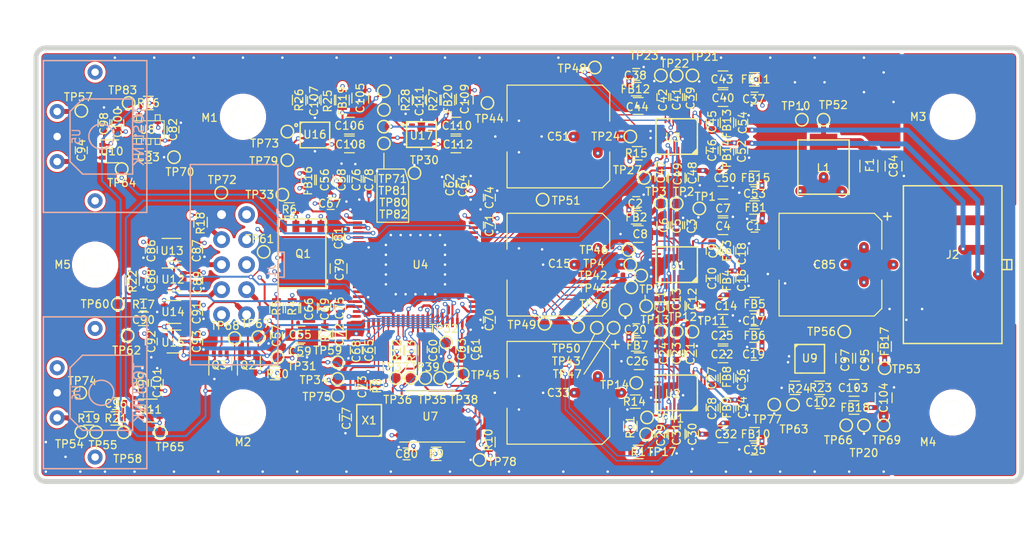
<source format=kicad_pcb>
(kicad_pcb (version 20171130) (host pcbnew "(5.1.2-1)-1")
  (title_block (title "Vektor, Digital Speaker") (date 2019-07-11) (rev R1))
  (layers (0 F.Cu signal) (1 In1.Cu signal) (2 In2.Cu signal) (3 In3.Cu signal) (4 In4.Cu signal) (31 B.Cu signal) (34 B.Paste user) (35 F.Paste user) (36 B.SilkS user) (37 F.SilkS user) (38 B.Mask user) (39 F.Mask user) (44 Edge.Cuts user))
  (net 0 "")
  (net 1 GND)
  (net 2 P1V8)
  (net 3 "/Amplifier 1/AMP_DREG")
  (net 4 "/Amplifier 1/AMP_IOVDD")
  (net 5 "/Amplifier 1/AMP_AVDD")
  (net 6 "Net-(C9-Pad2)")
  (net 7 "/Amplifier 1/AMP_OUT_P")
  (net 8 "Net-(C10-Pad2)")
  (net 9 "/Amplifier 1/AMP_OUT_N")
  (net 10 "/Amplifier 1/AMP_AREG")
  (net 11 "/Amplifier 1/P12V_AMP")
  (net 12 P12V)
  (net 13 "/Amplifier 2/AMP_DREG")
  (net 14 "/Amplifier 2/AMP_IOVDD")
  (net 15 "/Amplifier 2/AMP_AVDD")
  (net 16 "Net-(C27-Pad2)")
  (net 17 "/Amplifier 2/AMP_OUT_P")
  (net 18 "/Amplifier 2/AMP_OUT_N")
  (net 19 "Net-(C28-Pad2)")
  (net 20 "/Amplifier 2/AMP_AREG")
  (net 21 "/Amplifier 2/P12V_AMP")
  (net 22 "/Amplifier 3/AMP_DREG")
  (net 23 "/Amplifier 3/AMP_IOVDD")
  (net 24 "/Amplifier 3/AMP_AVDD")
  (net 25 "Net-(C45-Pad2)")
  (net 26 "/Amplifier 3/AMP_OUT_P")
  (net 27 "/Amplifier 3/AMP_OUT_N")
  (net 28 "Net-(C46-Pad2)")
  (net 29 "/Amplifier 3/AMP_AREG")
  (net 30 "/Amplifier 3/P12V_AMP")
  (net 31 "Net-(C55-Pad1)")
  (net 32 /DSP/P1V2_DVDD)
  (net 33 P3V3)
  (net 34 /DSP/PLLF_2)
  (net 35 "Net-(C73-Pad1)")
  (net 36 "Net-(C77-Pad1)")
  (net 37 /DSP/VDRV)
  (net 38 /DSP/PLLF)
  (net 39 "Net-(R8-Pad1)")
  (net 40 "Net-(U5-Pad4)")
  (net 41 "Net-(U5-Pad5)")
  (net 42 "Net-(U6-Pad5)")
  (net 43 "Net-(U6-Pad4)")
  (net 44 "Net-(U6-Pad1)")
  (net 45 "Net-(TP34-Pad1)")
  (net 46 "/Amplifier 1/AMP_OUT_N_FLT")
  (net 47 "/Amplifier 1/AMP_OUT_P_FLT")
  (net 48 "/Amplifier 2/AMP_OUT_N_FLT")
  (net 49 "/Amplifier 2/AMP_OUT_P_FLT")
  (net 50 "/Amplifier 3/AMP_OUT_N_FLT")
  (net 51 "/Amplifier 3/AMP_OUT_P_FLT")
  (net 52 /DSP/P1V8_IOVDD)
  (net 53 /DSP/MP7)
  (net 54 /DSP/EE_SS)
  (net 55 "Net-(R10-Pad2)")
  (net 56 "/Amplifier 1/IRQ_N")
  (net 57 "/Amplifier 1/SCL")
  (net 58 "/Amplifier 1/SDA")
  (net 59 "/Amplifier 2/MODE")
  (net 60 "/Amplifier 3/MODE")
  (net 61 /DSP/EE_MISO)
  (net 62 /DSP/EE_SCLK)
  (net 63 /DSP/EE_MOSI)
  (net 64 "/Amplifier 1/FSYNC")
  (net 65 /DSP/BCLK_OUT1)
  (net 66 /DSP/BCLK_OUT2)
  (net 67 /DSP/SDATA_OUT0)
  (net 68 /DSP/SDATA_OUT1)
  (net 69 /DSP/SDATA_OUT2)
  (net 70 /DSP/BCLK_OUT0)
  (net 71 "/Amplifier 2/FSYNC")
  (net 72 "/Amplifier 3/FSYNC")
  (net 73 "/Amplifier 1/SDOUT")
  (net 74 "/Amplifier 2/SDOUT")
  (net 75 "/Amplifier 3/SDOUT")
  (net 76 /DSP/MP15)
  (net 77 /DSP/AUXADC0)
  (net 78 /DSP/AUXADC1)
  (net 79 /DSP/AUXADC2)
  (net 80 /DSP/AUXADC3)
  (net 81 /DSP/AUXADC4)
  (net 82 /DSP/AUXADC5)
  (net 83 /DSP/AUXADC6)
  (net 84 /DSP/AUXADC7)
  (net 85 /DSP/MP6)
  (net 86 /DSP/LRCLK_OUT3)
  (net 87 /DSP/BCLK_OUT3)
  (net 88 /DSP/SDATA_OUT3)
  (net 89 /DSP/SDATAIO7)
  (net 90 /DSP/SDATAIO6)
  (net 91 /DSP/SDATAIO5)
  (net 92 /DSP/SDATAIO4)
  (net 93 /DSP/SDATAIO3)
  (net 94 /DSP/SDATAIO2)
  (net 95 /DSP/SDATAIO1)
  (net 96 /DSP/SDATAIO0)
  (net 97 /DSP/BCLK_IN0)
  (net 98 /DSP/LRCLK_IN0)
  (net 99 /DSP/SDATA_IN0)
  (net 100 /DSP/BCLK_IN1)
  (net 101 /DSP/LRCLK_IN1)
  (net 102 /DSP/SDATA_IN1)
  (net 103 /DSP/THD_M)
  (net 104 /DSP/THD_P)
  (net 105 /DSP/BCLK_IN2)
  (net 106 /DSP/LRCLK_IN2)
  (net 107 /DSP/SDATA_IN2)
  (net 108 /DSP/BCLK_IN3)
  (net 109 /DSP/LRCLK_IN3)
  (net 110 /DSP/SDATA_IN3)
  (net 111 "Net-(C83-Pad1)")
  (net 112 /VIN)
  (net 113 P5V0)
  (net 114 /P12V_FLT_2)
  (net 115 "Net-(C96-Pad1)")
  (net 116 "Net-(C96-Pad2)")
  (net 117 /P5V_OUT)
  (net 118 /P5V_FB)
  (net 119 "Net-(C106-Pad1)")
  (net 120 "Net-(C107-Pad1)")
  (net 121 "Net-(C110-Pad1)")
  (net 122 "Net-(C111-Pad1)")
  (net 123 /SELFBOOT)
  (net 124 "Net-(J1-Pad4)")
  (net 125 /RESET_N)
  (net 126 /IUSB_SCLK_3V3)
  (net 127 /IUSB_SS_3V3)
  (net 128 "Net-(R19-Pad2)")
  (net 129 /IUSB_MISO_3V3)
  (net 130 "Net-(R25-Pad1)")
  (net 131 "Net-(R27-Pad1)")
  (net 132 "Net-(TP57-Pad1)")
  (net 133 /IUSB_MISO)
  (net 134 /IUSB_SS_N)
  (net 135 /IUSB_SCLK)
  (net 136 /SPDIF_IN_1V8)
  (net 137 /SPDIF_OUT_1V8)
  (net 138 /IUSB_MOSI)
  (net 139 /IUSB_MOSI_3V3)
  (net 140 "Net-(Q3-Pad2)")
  (net 141 /IUSB_RESET_N_3V3)
  (net 142 "Net-(F1-Pad2)")
  (net 143 "Net-(U16-Pad1)")
  (net 144 "Net-(U17-Pad1)")
  (net 145 /P5V_LX)
  (net 146 "Net-(U9-Pad5)")
  (net 147 "Net-(U9-Pad7)")
  (net 148 "Net-(J2-Pad9)")
  (net 149 "Net-(J2-Pad10)")
  (net 150 "Net-(J1-Pad1)")
  (net 151 "Net-(J1-Pad2)")
  (net 152 "Net-(J1-Pad3)")
  (module footprints:TOSLINK_VERTICAL (layer B.Cu) (at 141 85 90)
    (fp_text reference U5 (at 0 -1.905 90) (layer B.SilkS) (effects (font (size 0.8 0.8) (thickness 0.127)) (justify mirror)))
    (fp_text value "TORX1355(V,F)")
    (fp_text user TOSLINK (at 0 4.445 90) (layer B.SilkS) (effects (justify mirror)))
    (pad 5 thru_hole circle (at 6.525 0 90) (size 1.524 1.524) (drill 0.762) (layers *.Cu *.Mask) (net 41 "Net-(U5-Pad5)"))
    (pad 4 thru_hole circle (at -6.525 0 90) (size 1.524 1.524) (drill 0.762) (layers *.Cu *.Mask) (net 40 "Net-(U5-Pad4)"))
    (pad 3 thru_hole circle (at -2.54 -3.85 90) (size 1.524 1.524) (drill 0.762) (layers *.Cu *.Mask) (net 113 P5V0))
    (pad 2 thru_hole circle (at 0 -3.85 90) (size 1.524 1.524) (drill 0.762) (layers *.Cu *.Mask) (net 1 GND))
    (pad 1 thru_hole circle (at 2.54 -3.85 90) (size 1.524 1.524) (drill 0.762) (layers *.Cu *.Mask) (net 132 "Net-(TP57-Pad1)"))
  )
  (module footprints:TOSLINK_VERTICAL (layer B.Cu) (at 141 111 90)
    (fp_text reference U6 (at 0 -1.905 90) (layer B.SilkS) (effects (font (size 0.8 0.8) (thickness 0.127)) (justify mirror)))
    (fp_text value "TOTX1350(V,F)")
    (fp_text user TOSLINK (at 0 4.445 90) (layer B.SilkS) (effects (justify mirror)))
    (pad 5 thru_hole circle (at 6.525 0 90) (size 1.524 1.524) (drill 0.762) (layers *.Cu *.Mask) (net 42 "Net-(U6-Pad5)"))
    (pad 4 thru_hole circle (at -6.525 0 90) (size 1.524 1.524) (drill 0.762) (layers *.Cu *.Mask) (net 43 "Net-(U6-Pad4)"))
    (pad 3 thru_hole circle (at -2.54 -3.85 90) (size 1.524 1.524) (drill 0.762) (layers *.Cu *.Mask) (net 128 "Net-(R19-Pad2)"))
    (pad 2 thru_hole circle (at 0 -3.85 90) (size 1.524 1.524) (drill 0.762) (layers *.Cu *.Mask) (net 1 GND))
    (pad 1 thru_hole circle (at 2.54 -3.85 90) (size 1.524 1.524) (drill 0.762) (layers *.Cu *.Mask) (net 44 "Net-(U6-Pad1)"))
  )
  (module footprints:TP_1mm (layer F.Cu) (at 202.3 92.3)
    (fp_text reference TP1 (at 0.6 -1.2) (layer F.SilkS) (effects (font (size 0.8 0.8) (thickness 0.127))))
    (fp_text value TP)
    (pad 1 smd circle (at 0 0) (size 1 1) (layers F.Cu F.Mask) (net 3 "/Amplifier 1/AMP_DREG"))
  )
  (module footprints:TP_1mm (layer F.Cu) (at 200 91.8)
    (fp_text reference TP2 (at 0.7 -1.2) (layer F.SilkS) (effects (font (size 0.8 0.8) (thickness 0.127))))
    (fp_text value TP)
    (pad 1 smd circle (at 0 0) (size 1 1) (layers F.Cu F.Mask) (net 4 "/Amplifier 1/AMP_IOVDD"))
  )
  (module footprints:TP_1mm (layer F.Cu) (at 198.4 91.8)
    (fp_text reference TP3 (at -0.5 -1.2) (layer F.SilkS) (effects (font (size 0.8 0.8) (thickness 0.127))))
    (fp_text value TP)
    (pad 1 smd circle (at 0 0) (size 1 1) (layers F.Cu F.Mask) (net 5 "/Amplifier 1/AMP_AVDD"))
  )
  (module footprints:TP_1mm (layer F.Cu) (at 195.3 98)
    (fp_text reference TP4 (at -3.7 -0.1) (layer F.SilkS) (effects (font (size 0.8 0.8) (thickness 0.127))))
    (fp_text value TP)
    (pad 1 smd circle (at 0 0) (size 1 1) (layers F.Cu F.Mask) (net 11 "/Amplifier 1/P12V_AMP"))
  )
  (module footprints:TP_1mm (layer F.Cu) (at 196.9 102.2)
    (fp_text reference TP7 (at 0.4 -1.7) (layer F.SilkS) (effects (font (size 0.8 0.8) (thickness 0.127))))
    (fp_text value TP)
    (pad 1 smd circle (at 0 0) (size 1 1) (layers F.Cu F.Mask) (net 10 "/Amplifier 1/AMP_AREG"))
  )
  (module footprints:TP_1mm (layer F.Cu) (at 212.7 83.3)
    (fp_text reference TP10 (at -0.6 -1.4) (layer F.SilkS) (effects (font (size 0.8 0.8) (thickness 0.127))))
    (fp_text value TP)
    (pad 1 smd circle (at 0 0) (size 1 1) (layers F.Cu F.Mask) (net 1 GND))
  )
  (module footprints:TP_1mm (layer F.Cu) (at 201.6 104.8)
    (fp_text reference TP11 (at 2 -1.1) (layer F.SilkS) (effects (font (size 0.8 0.8) (thickness 0.127))))
    (fp_text value TP)
    (pad 1 smd circle (at 0 0) (size 1 1) (layers F.Cu F.Mask) (net 13 "/Amplifier 2/AMP_DREG"))
  )
  (module footprints:TP_1mm (layer F.Cu) (at 200 104.8)
    (fp_text reference TP12 (at 0.6 -1.5) (layer F.SilkS) (effects (font (size 0.8 0.8) (thickness 0.127))))
    (fp_text value TP)
    (pad 1 smd circle (at 0 0) (size 1 1) (layers F.Cu F.Mask) (net 14 "/Amplifier 2/AMP_IOVDD"))
  )
  (module footprints:TP_1mm (layer F.Cu) (at 198.4 104.8)
    (fp_text reference TP13 (at -0.6 -1.2) (layer F.SilkS) (effects (font (size 0.8 0.8) (thickness 0.127))))
    (fp_text value TP)
    (pad 1 smd circle (at 0 0) (size 1 1) (layers F.Cu F.Mask) (net 15 "/Amplifier 2/AMP_AVDD"))
  )
  (module footprints:TP_1mm (layer F.Cu) (at 195.9 110)
    (fp_text reference TP14 (at -2.2 0.2) (layer F.SilkS) (effects (font (size 0.8 0.8) (thickness 0.127))))
    (fp_text value TP)
    (pad 1 smd circle (at 0 0) (size 1 1) (layers F.Cu F.Mask) (net 21 "/Amplifier 2/P12V_AMP"))
  )
  (module footprints:TP_1mm (layer F.Cu) (at 196.9 115.2)
    (fp_text reference TP17 (at 1.6 1.8) (layer F.SilkS) (effects (font (size 0.8 0.8) (thickness 0.127))))
    (fp_text value TP)
    (pad 1 smd circle (at 0 0) (size 1 1) (layers F.Cu F.Mask) (net 20 "/Amplifier 2/AMP_AREG"))
  )
  (module footprints:TP_1mm (layer F.Cu) (at 219 114.3)
    (fp_text reference TP20 (at 0 2.8) (layer F.SilkS) (effects (font (size 0.8 0.8) (thickness 0.127))))
    (fp_text value TP)
    (pad 1 smd circle (at 0 0) (size 1 1) (layers F.Cu F.Mask) (net 1 GND))
  )
  (module footprints:TP_1mm (layer F.Cu) (at 201.6 78.8)
    (fp_text reference TP21 (at 1.2 -1.9) (layer F.SilkS) (effects (font (size 0.8 0.8) (thickness 0.127))))
    (fp_text value TP)
    (pad 1 smd circle (at 0 0) (size 1 1) (layers F.Cu F.Mask) (net 22 "/Amplifier 3/AMP_DREG"))
  )
  (module footprints:TP_1mm (layer F.Cu) (at 200 78.8)
    (fp_text reference TP22 (at -0.2 -1.2) (layer F.SilkS) (effects (font (size 0.8 0.8) (thickness 0.127))))
    (fp_text value TP)
    (pad 1 smd circle (at 0 0) (size 1 1) (layers F.Cu F.Mask) (net 23 "/Amplifier 3/AMP_IOVDD"))
  )
  (module footprints:TP_1mm (layer F.Cu) (at 198.4 78.8)
    (fp_text reference TP23 (at -1.7 -2) (layer F.SilkS) (effects (font (size 0.8 0.8) (thickness 0.127))))
    (fp_text value TP)
    (pad 1 smd circle (at 0 0) (size 1 1) (layers F.Cu F.Mask) (net 24 "/Amplifier 3/AMP_AVDD"))
  )
  (module footprints:TP_1mm (layer F.Cu) (at 195.3 85)
    (fp_text reference TP24 (at -2.5 0) (layer F.SilkS) (effects (font (size 0.8 0.8) (thickness 0.127))))
    (fp_text value TP)
    (pad 1 smd circle (at 0 0) (size 1 1) (layers F.Cu F.Mask) (net 30 "/Amplifier 3/P12V_AMP"))
  )
  (module footprints:TP_1mm (layer F.Cu) (at 196.7 89.2)
    (fp_text reference TP27 (at -1.7 -0.8) (layer F.SilkS) (effects (font (size 0.8 0.8) (thickness 0.127))))
    (fp_text value TP)
    (pad 1 smd circle (at 0 0) (size 1 1) (layers F.Cu F.Mask) (net 29 "/Amplifier 3/AMP_AREG"))
  )
  (module footprints:TP_1mm (layer F.Cu) (at 173.4 88.7)
    (fp_text reference TP30 (at 1 -1.3) (layer F.SilkS) (effects (font (size 0.8 0.8) (thickness 0.127))))
    (fp_text value TP)
    (pad 1 smd circle (at 0 0) (size 1 1) (layers F.Cu F.Mask) (net 1 GND))
  )
  (module footprints:TP_1mm (layer F.Cu) (at 159.5 107.4)
    (fp_text reference TP31 (at 2.5 0.9) (layer F.SilkS) (effects (font (size 0.8 0.8) (thickness 0.127))))
    (fp_text value TP)
    (pad 1 smd circle (at 0 0) (size 1 1) (layers F.Cu F.Mask) (net 32 /DSP/P1V2_DVDD))
  )
  (module footprints:TP_1mm (layer F.Cu) (at 176.6 105.9 90)
    (fp_text reference TP32 (at 1.4 -0.2 180) (layer F.SilkS) (effects (font (size 0.8 0.8) (thickness 0.127))))
    (fp_text value TP)
    (pad 1 smd circle (at 0 0 90) (size 1 1) (layers F.Cu F.Mask) (net 52 /DSP/P1V8_IOVDD))
  )
  (module footprints:TP_1mm (layer F.Cu) (at 160 90.9)
    (fp_text reference TP33 (at -2.3 0) (layer F.SilkS) (effects (font (size 0.8 0.8) (thickness 0.127))))
    (fp_text value TP)
    (pad 1 smd circle (at 0 0) (size 1 1) (layers F.Cu F.Mask) (net 37 /DSP/VDRV))
  )
  (module footprints:TP_1mm (layer F.Cu) (at 174.5 109.5)
    (fp_text reference TP35 (at 0.7 2.2) (layer F.SilkS) (effects (font (size 0.8 0.8) (thickness 0.127))))
    (fp_text value TP)
    (pad 1 smd circle (at 0 0) (size 1 1) (layers F.Cu F.Mask) (net 61 /DSP/EE_MISO))
  )
  (module footprints:TP_1mm (layer F.Cu) (at 171.5 109.5)
    (fp_text reference TP36 (at 0.2 2.2) (layer F.SilkS) (effects (font (size 0.8 0.8) (thickness 0.127))))
    (fp_text value TP)
    (pad 1 smd circle (at 0 0) (size 1 1) (layers F.Cu F.Mask) (net 62 /DSP/EE_SCLK))
  )
  (module footprints:TP_1mm (layer F.Cu) (at 173 109.5)
    (fp_text reference TP37 (at -1.6 -1.1) (layer F.SilkS) (effects (font (size 0.8 0.8) (thickness 0.127))))
    (fp_text value TP)
    (pad 1 smd circle (at 0 0) (size 1 1) (layers F.Cu F.Mask) (net 63 /DSP/EE_MOSI))
  )
  (module footprints:TP_1mm (layer F.Cu) (at 176 109.5)
    (fp_text reference TP38 (at 2.4 2.2) (layer F.SilkS) (effects (font (size 0.8 0.8) (thickness 0.127))))
    (fp_text value TP)
    (pad 1 smd circle (at 0 0) (size 1 1) (layers F.Cu F.Mask) (net 54 /DSP/EE_SS))
  )
  (module footprints:TP_1mm (layer F.Cu) (at 176.95 108.3)
    (fp_text reference TP39 (at -2.45 0.1) (layer F.SilkS) (effects (font (size 0.8 0.8) (thickness 0.127))))
    (fp_text value TP)
    (pad 1 smd circle (at 0 0) (size 1 1) (layers F.Cu F.Mask) (net 58 "/Amplifier 1/SDA"))
  )
  (module footprints:TP_1mm (layer F.Cu) (at 195.4 100.3)
    (fp_text reference TP40 (at -3.9 0.1) (layer F.SilkS) (effects (font (size 0.8 0.8) (thickness 0.127))))
    (fp_text value TP)
    (pad 1 smd circle (at 0 0) (size 1 1) (layers F.Cu F.Mask) (net 53 /DSP/MP7))
  )
  (module footprints:TP_1mm (layer F.Cu) (at 197 113.5)
    (fp_text reference TP41 (at 2.3 0.1) (layer F.SilkS) (effects (font (size 0.8 0.8) (thickness 0.127))))
    (fp_text value TP)
    (pad 1 smd circle (at 0 0) (size 1 1) (layers F.Cu F.Mask) (net 56 "/Amplifier 1/IRQ_N"))
  )
  (module footprints:TP_1mm (layer F.Cu) (at 196.4 99.1)
    (fp_text reference TP42 (at -4.9 0) (layer F.SilkS) (effects (font (size 0.8 0.8) (thickness 0.127))))
    (fp_text value TP)
    (pad 1 smd circle (at 0 0) (size 1 1) (layers F.Cu F.Mask) (net 64 "/Amplifier 1/FSYNC"))
  )
  (module footprints:TP_1mm (layer F.Cu) (at 191.9 104.4)
    (fp_text reference TP43 (at -3.1 3.4) (layer F.SilkS) (effects (font (size 0.8 0.8) (thickness 0.127))))
    (fp_text value TP)
    (pad 1 smd circle (at 0 0) (size 1 1) (layers F.Cu F.Mask) (net 65 /DSP/BCLK_OUT1))
  )
  (module footprints:TP_1mm (layer F.Cu) (at 180.8 81.6)
    (fp_text reference TP44 (at 0.2 1.6) (layer F.SilkS) (effects (font (size 0.8 0.8) (thickness 0.127))))
    (fp_text value TP)
    (pad 1 smd circle (at 0 0) (size 1 1) (layers F.Cu F.Mask) (net 66 /DSP/BCLK_OUT2))
  )
  (module footprints:TP_1mm (layer F.Cu) (at 178.3 109.1)
    (fp_text reference TP45 (at 2.3 0.1) (layer F.SilkS) (effects (font (size 0.8 0.8) (thickness 0.127))))
    (fp_text value TP)
    (pad 1 smd circle (at 0 0) (size 1 1) (layers F.Cu F.Mask) (net 57 "/Amplifier 1/SCL"))
  )
  (module footprints:TP_1mm (layer F.Cu) (at 195.1 96.5)
    (fp_text reference TP46 (at -3.5 0) (layer F.SilkS) (effects (font (size 0.8 0.8) (thickness 0.127))))
    (fp_text value TP)
    (pad 1 smd circle (at 0 0) (size 1 1) (layers F.Cu F.Mask) (net 67 /DSP/SDATA_OUT0))
  )
  (module footprints:TP_1mm (layer F.Cu) (at 193.6 104.4)
    (fp_text reference TP47 (at -4.7 4.7) (layer F.SilkS) (effects (font (size 0.8 0.8) (thickness 0.127))))
    (fp_text value TP)
    (pad 1 smd circle (at 0 0) (size 1 1) (layers F.Cu F.Mask) (net 68 /DSP/SDATA_OUT1))
  )
  (module footprints:TP_1mm (layer F.Cu) (at 191.7 78)
    (fp_text reference TP48 (at -2.3 0.1) (layer F.SilkS) (effects (font (size 0.8 0.8) (thickness 0.127))))
    (fp_text value TP)
    (pad 1 smd circle (at 0 0) (size 1 1) (layers F.Cu F.Mask) (net 69 /DSP/SDATA_OUT2))
  )
  (module footprints:TP_1mm (layer F.Cu) (at 186.6 104)
    (fp_text reference TP49 (at -2.3 0.1) (layer F.SilkS) (effects (font (size 0.8 0.8) (thickness 0.127))))
    (fp_text value TP)
    (pad 1 smd circle (at 0 0) (size 1 1) (layers F.Cu F.Mask) (net 70 /DSP/BCLK_OUT0))
  )
  (module footprints:TP_1mm (layer F.Cu) (at 190 104.3)
    (fp_text reference TP50 (at -1.2 2.2) (layer F.SilkS) (effects (font (size 0.8 0.8) (thickness 0.127))))
    (fp_text value TP)
    (pad 1 smd circle (at 0 0) (size 1 1) (layers F.Cu F.Mask) (net 71 "/Amplifier 2/FSYNC"))
  )
  (module footprints:TP_1mm (layer F.Cu) (at 186.4 91.4)
    (fp_text reference TP51 (at 2.4 0.1) (layer F.SilkS) (effects (font (size 0.8 0.8) (thickness 0.127))))
    (fp_text value TP)
    (pad 1 smd circle (at 0 0) (size 1 1) (layers F.Cu F.Mask) (net 72 "/Amplifier 3/FSYNC"))
  )
  (module footprints:TP_1mm (layer F.Cu) (at 214.9 83.3)
    (fp_text reference TP52 (at 1 -1.5) (layer F.SilkS) (effects (font (size 0.8 0.8) (thickness 0.127))))
    (fp_text value TP)
    (pad 1 smd circle (at 0 0) (size 1 1) (layers F.Cu F.Mask) (net 112 /VIN))
  )
  (module footprints:TP_1mm (layer F.Cu) (at 221.1 108.5)
    (fp_text reference TP53 (at 2.2 0.1) (layer F.SilkS) (effects (font (size 0.8 0.8) (thickness 0.127))))
    (fp_text value TP)
    (pad 1 smd circle (at 0 0) (size 1 1) (layers F.Cu F.Mask) (net 12 P12V))
  )
  (module footprints:TP_1mm (layer F.Cu) (at 139.6 115)
    (fp_text reference TP54 (at -1.2 1.2) (layer F.SilkS) (effects (font (size 0.8 0.8) (thickness 0.127))))
    (fp_text value TP)
    (pad 1 smd circle (at 0 0) (size 1 1) (layers F.Cu F.Mask) (net 128 "Net-(R19-Pad2)"))
  )
  (module footprints:TP_1mm (layer F.Cu) (at 141.1 115)
    (fp_text reference TP55 (at 0.7 1.3) (layer F.SilkS) (effects (font (size 0.8 0.8) (thickness 0.127))))
    (fp_text value TP)
    (pad 1 smd circle (at 0 0) (size 1 1) (layers F.Cu F.Mask) (net 116 "Net-(C96-Pad2)"))
  )
  (module footprints:TP_1mm (layer F.Cu) (at 217 104.8)
    (fp_text reference TP56 (at -2.3 0) (layer F.SilkS) (effects (font (size 0.8 0.8) (thickness 0.127))))
    (fp_text value TP)
    (pad 1 smd circle (at 0 0) (size 1 1) (layers F.Cu F.Mask) (net 114 /P12V_FLT_2))
  )
  (module footprints:TP_1mm (layer F.Cu) (at 139.6 82.4)
    (fp_text reference TP57 (at -0.3 -1.4) (layer F.SilkS) (effects (font (size 0.8 0.8) (thickness 0.127))))
    (fp_text value TP)
    (pad 1 smd circle (at 0 0) (size 1 1) (layers F.Cu F.Mask) (net 132 "Net-(TP57-Pad1)"))
  )
  (module footprints:TP_1mm (layer F.Cu) (at 143.9 115)
    (fp_text reference TP58 (at 0.4 2.7) (layer F.SilkS) (effects (font (size 0.8 0.8) (thickness 0.127))))
    (fp_text value TP)
    (pad 1 smd circle (at 0 0) (size 1 1) (layers F.Cu F.Mask) (net 115 "Net-(C96-Pad1)"))
  )
  (module footprints:TP_1mm (layer F.Cu) (at 165.6 107.9)
    (fp_text reference TP59 (at -1 -1.2) (layer F.SilkS) (effects (font (size 0.8 0.8) (thickness 0.127))))
    (fp_text value TP)
    (pad 1 smd circle (at 0 0) (size 1 1) (layers F.Cu F.Mask) (net 125 /RESET_N))
  )
  (module footprints:TP_1mm (layer F.Cu) (at 143.3 102)
    (fp_text reference TP60 (at -2.3 0) (layer F.SilkS) (effects (font (size 0.8 0.8) (thickness 0.127))))
    (fp_text value TP)
    (pad 1 smd circle (at 0 0) (size 1 1) (layers F.Cu F.Mask) (net 133 /IUSB_MISO))
  )
  (module footprints:TP_1mm (layer F.Cu) (at 158.1 96.7)
    (fp_text reference TP61 (at -0.4 -1.3) (layer F.SilkS) (effects (font (size 0.8 0.8) (thickness 0.127))))
    (fp_text value TP)
    (pad 1 smd circle (at 0 0) (size 1 1) (layers F.Cu F.Mask) (net 134 /IUSB_SS_N))
  )
  (module footprints:TP_1mm (layer F.Cu) (at 144.3 105.2)
    (fp_text reference TP62 (at -0.1 1.5) (layer F.SilkS) (effects (font (size 0.8 0.8) (thickness 0.127))))
    (fp_text value TP)
    (pad 1 smd circle (at 0 0) (size 1 1) (layers F.Cu F.Mask) (net 135 /IUSB_SCLK))
  )
  (module footprints:TP_1mm (layer F.Cu) (at 211.8 112.2)
    (fp_text reference TP63 (at 0.1 2.5) (layer F.SilkS) (effects (font (size 0.8 0.8) (thickness 0.127))))
    (fp_text value TP)
    (pad 1 smd circle (at 0 0) (size 1 1) (layers F.Cu F.Mask) (net 118 /P5V_FB))
  )
  (module footprints:TP_1mm (layer F.Cu) (at 143.7 88.3)
    (fp_text reference TP64 (at 0 1.4) (layer F.SilkS) (effects (font (size 0.8 0.8) (thickness 0.127))))
    (fp_text value TP)
    (pad 1 smd circle (at 0 0) (size 1 1) (layers F.Cu F.Mask) (net 136 /SPDIF_IN_1V8))
  )
  (module footprints:TP_1mm (layer F.Cu) (at 147.6 115)
    (fp_text reference TP65 (at 1 1.5) (layer F.SilkS) (effects (font (size 0.8 0.8) (thickness 0.127))))
    (fp_text value TP)
    (pad 1 smd circle (at 0 0) (size 1 1) (layers F.Cu F.Mask) (net 137 /SPDIF_OUT_1V8))
  )
  (module footprints:TP_1mm (layer F.Cu) (at 217.2 114.3)
    (fp_text reference TP66 (at -0.8 1.5) (layer F.SilkS) (effects (font (size 0.8 0.8) (thickness 0.127))))
    (fp_text value TP)
    (pad 1 smd circle (at 0 0) (size 1 1) (layers F.Cu F.Mask) (net 117 /P5V_OUT))
  )
  (module footprints:TP_1mm (layer F.Cu) (at 157.55 105.35)
    (fp_text reference TP67 (at -0.25 -1.35) (layer F.SilkS) (effects (font (size 0.8 0.8) (thickness 0.127))))
    (fp_text value TP)
    (pad 1 smd circle (at 0 0) (size 1 1) (layers F.Cu F.Mask) (net 138 /IUSB_MOSI))
  )
  (module footprints:TP_1mm (layer F.Cu) (at 155.15 105.45)
    (fp_text reference TP68 (at -0.95 -1.25) (layer F.SilkS) (effects (font (size 0.8 0.8) (thickness 0.127))))
    (fp_text value TP)
    (pad 1 smd circle (at 0 0) (size 1 1) (layers F.Cu F.Mask) (net 123 /SELFBOOT))
  )
  (module footprints:TP_1mm (layer F.Cu) (at 221 114.3)
    (fp_text reference TP69 (at 0.3 1.5) (layer F.SilkS) (effects (font (size 0.8 0.8) (thickness 0.127))))
    (fp_text value TP)
    (pad 1 smd circle (at 0 0) (size 1 1) (layers F.Cu F.Mask) (net 113 P5V0))
  )
  (module footprints:TP_1mm (layer F.Cu) (at 149 87.1)
    (fp_text reference TP70 (at 0.6 1.5) (layer F.SilkS) (effects (font (size 0.8 0.8) (thickness 0.127))))
    (fp_text value TP)
    (pad 1 smd circle (at 0 0) (size 1 1) (layers F.Cu F.Mask) (net 1 GND))
  )
  (module footprints:TP_1mm (layer F.Cu) (at 170.3 80.4)
    (fp_text reference TP71 (at 0.9 8.9) (layer F.SilkS) (effects (font (size 0.8 0.8) (thickness 0.127))))
    (fp_text value TP)
    (pad 1 smd circle (at 0 0) (size 1 1) (layers F.Cu F.Mask) (net 119 "Net-(C106-Pad1)"))
  )
  (module footprints:TP_1mm (layer F.Cu) (at 153.8 90.7)
    (fp_text reference TP72 (at 0.1 -1.3) (layer F.SilkS) (effects (font (size 0.8 0.8) (thickness 0.127))))
    (fp_text value TP)
    (pad 1 smd circle (at 0 0) (size 1 1) (layers F.Cu F.Mask) (net 1 GND))
  )
  (module footprints:TP_1mm (layer F.Cu) (at 160.5 84.5)
    (fp_text reference TP73 (at -2.3 1.2) (layer F.SilkS) (effects (font (size 0.8 0.8) (thickness 0.127))))
    (fp_text value TP)
    (pad 1 smd circle (at 0 0) (size 1 1) (layers F.Cu F.Mask) (net 120 "Net-(C107-Pad1)"))
  )
  (module footprints:TP_1mm (layer F.Cu) (at 139.5 111)
    (fp_text reference TP74 (at 0.2 -1.2) (layer F.SilkS) (effects (font (size 0.8 0.8) (thickness 0.127))))
    (fp_text value TP)
    (pad 1 smd circle (at 0 0) (size 1 1) (layers F.Cu F.Mask) (net 1 GND))
  )
  (module footprints:TP_1mm (layer F.Cu) (at 165.6 111.3)
    (fp_text reference TP75 (at -2.1 0.1) (layer F.SilkS) (effects (font (size 0.8 0.8) (thickness 0.127))))
    (fp_text value TP)
    (pad 1 smd circle (at 0 0) (size 1 1) (layers F.Cu F.Mask) (net 1 GND))
  )
  (module footprints:TP_1mm (layer F.Cu) (at 194.8 102.6)
    (fp_text reference TP76 (at -3.2 -0.6) (layer F.SilkS) (effects (font (size 0.8 0.8) (thickness 0.127))))
    (fp_text value TP)
    (pad 1 smd circle (at 0 0) (size 1 1) (layers F.Cu F.Mask) (net 1 GND))
  )
  (module footprints:TP_1mm (layer F.Cu) (at 209.9 112.2)
    (fp_text reference TP77 (at -0.7 1.5) (layer F.SilkS) (effects (font (size 0.8 0.8) (thickness 0.127))))
    (fp_text value TP)
    (pad 1 smd circle (at 0 0) (size 1 1) (layers F.Cu F.Mask) (net 1 GND))
  )
  (module footprints:TP_1mm (layer F.Cu) (at 180 117.8)
    (fp_text reference TP78 (at 2.3 0.2) (layer F.SilkS) (effects (font (size 0.8 0.8) (thickness 0.127))))
    (fp_text value TP)
    (pad 1 smd circle (at 0 0) (size 1 1) (layers F.Cu F.Mask) (net 1 GND))
  )
  (module footprints:TP_1mm (layer F.Cu) (at 160.5 87.4)
    (fp_text reference TP79 (at -2.4 0.1) (layer F.SilkS) (effects (font (size 0.8 0.8) (thickness 0.127))))
    (fp_text value TP)
    (pad 1 smd circle (at 0 0) (size 1 1) (layers F.Cu F.Mask) (net 33 P3V3))
  )
  (module footprints:TP_1mm (layer F.Cu) (at 170.3 84)
    (fp_text reference TP80 (at 1 7.7) (layer F.SilkS) (effects (font (size 0.8 0.8) (thickness 0.127))))
    (fp_text value TP)
    (pad 1 smd circle (at 0 0) (size 1 1) (layers F.Cu F.Mask) (net 121 "Net-(C110-Pad1)"))
  )
  (module footprints:TP_1mm (layer F.Cu) (at 170.3 82.3)
    (fp_text reference TP81 (at 0.9 8.2) (layer F.SilkS) (effects (font (size 0.8 0.8) (thickness 0.127))))
    (fp_text value TP)
    (pad 1 smd circle (at 0 0) (size 1 1) (layers F.Cu F.Mask) (net 122 "Net-(C111-Pad1)"))
  )
  (module footprints:TP_1mm (layer F.Cu) (at 170.3 85.7)
    (fp_text reference TP82 (at 1 7.2) (layer F.SilkS) (effects (font (size 0.8 0.8) (thickness 0.127))))
    (fp_text value TP)
    (pad 1 smd circle (at 0 0) (size 1 1) (layers F.Cu F.Mask) (net 2 P1V8))
  )
  (module footprints:TP_1mm (layer F.Cu) (at 144.4 81.6 90)
    (fp_text reference TP83 (at 1.3 -0.6 180) (layer F.SilkS) (effects (font (size 0.8 0.8) (thickness 0.127))))
    (fp_text value TP)
    (pad 1 smd circle (at 0 0 90) (size 1 1) (layers F.Cu F.Mask) (net 125 /RESET_N))
  )
  (module footprints:TP_1mm (layer F.Cu) (at 165.6 109.6)
    (fp_text reference TP34 (at -2.4 0.1) (layer F.SilkS) (effects (font (size 0.8 0.8) (thickness 0.127))))
    (fp_text value TP)
    (pad 1 smd circle (at 0 0) (size 1 1) (layers F.Cu F.Mask) (net 45 "Net-(TP34-Pad1)"))
  )
  (module R0603 (layer F.Cu) (at 180.9 116 90)
    (fp_text reference R10 (at 0.2 0 90) (layer F.SilkS) (effects (font (size 0.8 0.8) (thickness 0.127))))
    (fp_text value R0603_10k)
    (pad 1 smd rect (at -0.75 0 90) (size 0.5 0.9) (layers F.Cu F.Paste F.Mask) (net 2 P1V8))
    (pad 2 smd rect (at 0.75 0 90) (size 0.5 0.9) (layers F.Cu F.Paste F.Mask) (net 55 "Net-(R10-Pad2)"))
  )
  (module footprints:CP_Elec_10x10 (layer F.Cu) (at 188 85 180)
    (fp_text reference C51 (at 0 0 180) (layer F.SilkS) (effects (font (size 0.8 0.8) (thickness 0.127))))
    (fp_text value PCAP_120u_2)
    (pad 2 smd rect (at 4 0) (size 4 2.5) (layers F.Cu F.Paste F.Mask) (net 1 GND))
    (pad 1 smd rect (at -4 0) (size 4 2.5) (layers F.Cu F.Paste F.Mask) (net 30 "/Amplifier 3/P12V_AMP"))
  )
  (module footprints:CP_Elec_10x10 (layer F.Cu) (at 188 98 180)
    (fp_text reference C15 (at -0.1 0.1 180) (layer F.SilkS) (effects (font (size 0.8 0.8) (thickness 0.127))))
    (fp_text value PCAP_120u_2)
    (pad 2 smd rect (at 4 0) (size 4 2.5) (layers F.Cu F.Paste F.Mask) (net 1 GND))
    (pad 1 smd rect (at -4 0) (size 4 2.5) (layers F.Cu F.Paste F.Mask) (net 11 "/Amplifier 1/P12V_AMP"))
  )
  (module footprints:CP_Elec_10x10 (layer F.Cu) (at 188 111 180)
    (fp_text reference C33 (at 0 0 180) (layer F.SilkS) (effects (font (size 0.8 0.8) (thickness 0.127))))
    (fp_text value PCAP_120u_2)
    (fp_text user + (at -5.78 4.97 180) (layer F.SilkS))
    (pad 2 smd rect (at 4 0) (size 4 2.5) (layers F.Cu F.Paste F.Mask) (net 1 GND))
    (pad 1 smd rect (at -4 0) (size 4 2.5) (layers F.Cu F.Paste F.Mask) (net 21 "/Amplifier 2/P12V_AMP"))
  )
  (module footprints:DFN-8-1EP_6x5mm_P1.27mm_EP4x4mm (layer F.Cu) (at 175 113.4 180)
    (fp_text reference U7 (at 0 0 180) (layer F.SilkS) (effects (font (size 0.8 0.8) (thickness 0.127))))
    (fp_text value 25AA1024)
    (pad 9 smd rect (at 0 0 90) (size 4 4) (layers F.Cu F.Mask))
    (pad 8 smd rect (at 2.9 -1.905 90) (size 0.5 1.1) (layers F.Cu F.Paste F.Mask) (net 2 P1V8))
    (pad 7 smd rect (at 2.9 -0.635 90) (size 0.5 1.1) (layers F.Cu F.Paste F.Mask) (net 2 P1V8))
    (pad 6 smd rect (at 2.9 0.635 90) (size 0.5 1.1) (layers F.Cu F.Paste F.Mask) (net 62 /DSP/EE_SCLK))
    (pad 5 smd rect (at 2.9 1.905 90) (size 0.5 1.1) (layers F.Cu F.Paste F.Mask) (net 63 /DSP/EE_MOSI))
    (pad 4 smd rect (at -2.9 1.905 90) (size 0.5 1.1) (layers F.Cu F.Paste F.Mask) (net 1 GND))
    (pad 3 smd rect (at -2.9 0.635 90) (size 0.5 1.1) (layers F.Cu F.Paste F.Mask) (net 55 "Net-(R10-Pad2)"))
    (pad 2 smd rect (at -2.9 -0.635 90) (size 0.5 1.1) (layers F.Cu F.Paste F.Mask) (net 61 /DSP/EE_MISO))
    (pad 1 smd rect (at -2.9 -1.905 90) (size 0.5 1.1) (layers F.Cu F.Paste F.Mask) (net 54 /DSP/EE_SS))
  )
  (module footprints:PowerPAK_SO8 (layer F.Cu) (at 162 97.3 180)
    (fp_text reference Q1 (at -0.1 0.4 180) (layer F.SilkS) (effects (font (size 0.8 0.8) (thickness 0.127))))
    (fp_text value PHPT61002PYCLHX)
    (pad 5 smd rect (at 0 -2.25806 270) (size 1.5 4.7) (layers F.Cu F.Mask) (net 32 /DSP/P1V2_DVDD))
    (pad 5 smd rect (at 0 0.039 270) (size 3.1 4.2) (layers F.Cu F.Mask) (net 32 /DSP/P1V2_DVDD))
    (pad 4 smd rect (at 1.905 3.175 180) (size 0.7 1.15) (layers F.Cu F.Paste F.Mask) (net 37 /DSP/VDRV))
    (pad 3 smd rect (at 0.635 3.175 180) (size 0.7 1.15) (layers F.Cu F.Paste F.Mask) (net 52 /DSP/P1V8_IOVDD))
    (pad 2 smd rect (at -0.635 3.175 180) (size 0.7 1.15) (layers F.Cu F.Paste F.Mask) (net 52 /DSP/P1V8_IOVDD))
    (pad 1 smd rect (at -1.905 3.175 180) (size 0.7 1.15) (layers F.Cu F.Paste F.Mask) (net 52 /DSP/P1V8_IOVDD))
  )
  (module C0603 (layer F.Cu) (at 207.9 94.1 180)
    (fp_text reference C1 (at 0.1 0 180) (layer F.SilkS) (effects (font (size 0.8 0.8) (thickness 0.127))))
    (fp_text value C0603_100n_50Vdc_X7R)
    (pad 2 smd rect (at 0.75 0 180) (size 0.8 0.75) (layers F.Cu F.Paste F.Mask) (net 1 GND))
    (pad 1 smd rect (at -0.75 0 180) (size 0.8 0.75) (layers F.Cu F.Paste F.Mask) (net 2 P1V8))
  )
  (module C0603 (layer F.Cu) (at 195.9 91.7)
    (fp_text reference C2 (at -0.1 0.1) (layer F.SilkS) (effects (font (size 0.8 0.8) (thickness 0.127))))
    (fp_text value C0603_100n_50Vdc_X7R)
    (pad 2 smd rect (at 0.75 0) (size 0.8 0.75) (layers F.Cu F.Paste F.Mask) (net 1 GND))
    (pad 1 smd rect (at -0.75 0) (size 0.8 0.75) (layers F.Cu F.Paste F.Mask) (net 2 P1V8))
  )
  (module C0603 (layer F.Cu) (at 201.4 94 90)
    (fp_text reference C3 (at -0.1 0.1 90) (layer F.SilkS) (effects (font (size 0.8 0.8) (thickness 0.127))))
    (fp_text value C0603_100n_50Vdc_X7R)
    (pad 2 smd rect (at 0.75 0 90) (size 0.8 0.75) (layers F.Cu F.Paste F.Mask) (net 1 GND))
    (pad 1 smd rect (at -0.75 0 90) (size 0.8 0.75) (layers F.Cu F.Paste F.Mask) (net 3 "/Amplifier 1/AMP_DREG"))
  )
  (module C0805 (layer F.Cu) (at 204.7 94.1)
    (fp_text reference C4 (at 0 0) (layer F.SilkS) (effects (font (size 0.8 0.8) (thickness 0.127))))
    (fp_text value C0805_1u_50Vdc_X7R)
    (pad 2 smd rect (at 1 0) (size 1 1.25) (layers F.Cu F.Paste F.Mask) (net 1 GND))
    (pad 1 smd rect (at -1 0) (size 1 1.25) (layers F.Cu F.Paste F.Mask) (net 3 "/Amplifier 1/AMP_DREG"))
  )
  (module C0603 (layer F.Cu) (at 200 94 90)
    (fp_text reference C5 (at -0.1 0 90) (layer F.SilkS) (effects (font (size 0.8 0.8) (thickness 0.127))))
    (fp_text value C0603_100n_50Vdc_X7R)
    (pad 2 smd rect (at 0.75 0 90) (size 0.8 0.75) (layers F.Cu F.Paste F.Mask) (net 1 GND))
    (pad 1 smd rect (at -0.75 0 90) (size 0.8 0.75) (layers F.Cu F.Paste F.Mask) (net 4 "/Amplifier 1/AMP_IOVDD"))
  )
  (module C0603 (layer F.Cu) (at 198.6 94 90)
    (fp_text reference C6 (at 0 0.1 90) (layer F.SilkS) (effects (font (size 0.8 0.8) (thickness 0.127))))
    (fp_text value C0603_100n_50Vdc_X7R)
    (pad 1 smd rect (at -0.75 0 90) (size 0.8 0.75) (layers F.Cu F.Paste F.Mask) (net 5 "/Amplifier 1/AMP_AVDD"))
    (pad 2 smd rect (at 0.75 0 90) (size 0.8 0.75) (layers F.Cu F.Paste F.Mask) (net 1 GND))
  )
  (module C0805 (layer F.Cu) (at 204.7 92.2)
    (fp_text reference C7 (at 0 0.1) (layer F.SilkS) (effects (font (size 0.8 0.8) (thickness 0.127))))
    (fp_text value C0805_1u_50Vdc_X7R)
    (pad 1 smd rect (at -1 0) (size 1 1.25) (layers F.Cu F.Paste F.Mask) (net 4 "/Amplifier 1/AMP_IOVDD"))
    (pad 2 smd rect (at 1 0) (size 1 1.25) (layers F.Cu F.Paste F.Mask) (net 1 GND))
  )
  (module C0805 (layer F.Cu) (at 196.1 94.9 180)
    (fp_text reference C8 (at -0.2 0 180) (layer F.SilkS) (effects (font (size 0.8 0.8) (thickness 0.127))))
    (fp_text value C0805_10u_35Vdc_X5R)
    (pad 1 smd rect (at -1 0 180) (size 1 1.25) (layers F.Cu F.Paste F.Mask) (net 5 "/Amplifier 1/AMP_AVDD"))
    (pad 2 smd rect (at 1 0 180) (size 1 1.25) (layers F.Cu F.Paste F.Mask) (net 1 GND))
  )
  (module C0603 (layer F.Cu) (at 203.6 96.6 90)
    (fp_text reference C9 (at 0 0.1 90) (layer F.SilkS) (effects (font (size 0.8 0.8) (thickness 0.127))))
    (fp_text value C0603_100n_50Vdc_X7R)
    (pad 2 smd rect (at 0.75 0 90) (size 0.8 0.75) (layers F.Cu F.Paste F.Mask) (net 6 "Net-(C9-Pad2)"))
    (pad 1 smd rect (at -0.75 0 90) (size 0.8 0.75) (layers F.Cu F.Paste F.Mask) (net 7 "/Amplifier 1/AMP_OUT_P"))
  )
  (module C0603 (layer F.Cu) (at 203.6 99.4 90)
    (fp_text reference C10 (at 0 0 90) (layer F.SilkS) (effects (font (size 0.8 0.8) (thickness 0.127))))
    (fp_text value C0603_100n_50Vdc_X7R)
    (pad 2 smd rect (at 0.75 0 90) (size 0.8 0.75) (layers F.Cu F.Paste F.Mask) (net 8 "Net-(C10-Pad2)"))
    (pad 1 smd rect (at -0.75 0 90) (size 0.8 0.75) (layers F.Cu F.Paste F.Mask) (net 9 "/Amplifier 1/AMP_OUT_N"))
  )
  (module C0603 (layer F.Cu) (at 198.4 102.2 270)
    (fp_text reference C11 (at -0.4 0 270) (layer F.SilkS) (effects (font (size 0.8 0.8) (thickness 0.127))))
    (fp_text value C0603_100n_50Vdc_X7R)
    (pad 2 smd rect (at 0.75 0 270) (size 0.8 0.75) (layers F.Cu F.Paste F.Mask) (net 1 GND))
    (pad 1 smd rect (at -0.75 0 270) (size 0.8 0.75) (layers F.Cu F.Paste F.Mask) (net 10 "/Amplifier 1/AMP_AREG"))
  )
  (module C0603 (layer F.Cu) (at 201.6 102.2 270)
    (fp_text reference C12 (at -0.7 0 270) (layer F.SilkS) (effects (font (size 0.8 0.8) (thickness 0.127))))
    (fp_text value C0603_100n_50Vdc_X7R)
    (pad 1 smd rect (at -0.75 0 270) (size 0.8 0.75) (layers F.Cu F.Paste F.Mask) (net 11 "/Amplifier 1/P12V_AMP"))
    (pad 2 smd rect (at 0.75 0 270) (size 0.8 0.75) (layers F.Cu F.Paste F.Mask) (net 1 GND))
  )
  (module C0805 (layer F.Cu) (at 200 102.2 270)
    (fp_text reference C13 (at -0.7 0 270) (layer F.SilkS) (effects (font (size 0.8 0.8) (thickness 0.127))))
    (fp_text value C0805_1u_50Vdc_X7R)
    (pad 1 smd rect (at -1 0 270) (size 1 1.25) (layers F.Cu F.Paste F.Mask) (net 10 "/Amplifier 1/AMP_AREG"))
    (pad 2 smd rect (at 1 0 270) (size 1 1.25) (layers F.Cu F.Paste F.Mask) (net 1 GND))
  )
  (module C0805 (layer F.Cu) (at 204.7 102.2)
    (fp_text reference C14 (at 0.3 0) (layer F.SilkS) (effects (font (size 0.8 0.8) (thickness 0.127))))
    (fp_text value C0805_10u_35Vdc_X5R)
    (pad 2 smd rect (at 1 0) (size 1 1.25) (layers F.Cu F.Paste F.Mask) (net 1 GND))
    (pad 1 smd rect (at -1 0) (size 1 1.25) (layers F.Cu F.Paste F.Mask) (net 11 "/Amplifier 1/P12V_AMP"))
  )
  (module C0603 (layer F.Cu) (at 206.6 99.4 270)
    (fp_text reference C16 (at 0.2 0 270) (layer F.SilkS) (effects (font (size 0.8 0.8) (thickness 0.127))))
    (fp_text value C0603_1n1_50Vdc_X7R)
    (pad 1 smd rect (at -0.75 0 270) (size 0.8 0.75) (layers F.Cu F.Paste F.Mask) (net 46 "/Amplifier 1/AMP_OUT_N_FLT"))
    (pad 2 smd rect (at 0.75 0 270) (size 0.8 0.75) (layers F.Cu F.Paste F.Mask) (net 1 GND))
  )
  (module C0603 (layer F.Cu) (at 207.9 103.6 180)
    (fp_text reference C17 (at 0.1 -0.1 180) (layer F.SilkS) (effects (font (size 0.8 0.8) (thickness 0.127))))
    (fp_text value C0603_100n_50Vdc_X7R)
    (pad 2 smd rect (at 0.75 0 180) (size 0.8 0.75) (layers F.Cu F.Paste F.Mask) (net 1 GND))
    (pad 1 smd rect (at -0.75 0 180) (size 0.8 0.75) (layers F.Cu F.Paste F.Mask) (net 12 P12V))
  )
  (module C0603 (layer F.Cu) (at 206.6 96.6 90)
    (fp_text reference C18 (at -0.3 0 90) (layer F.SilkS) (effects (font (size 0.8 0.8) (thickness 0.127))))
    (fp_text value C0603_1n1_50Vdc_X7R)
    (pad 1 smd rect (at -0.75 0 90) (size 0.8 0.75) (layers F.Cu F.Paste F.Mask) (net 47 "/Amplifier 1/AMP_OUT_P_FLT"))
    (pad 2 smd rect (at 0.75 0 90) (size 0.8 0.75) (layers F.Cu F.Paste F.Mask) (net 1 GND))
  )
  (module C0603 (layer F.Cu) (at 207.9 107.1 180)
    (fp_text reference C19 (at 0.1 0 180) (layer F.SilkS) (effects (font (size 0.8 0.8) (thickness 0.127))))
    (fp_text value C0603_100n_50Vdc_X7R)
    (pad 2 smd rect (at 0.75 0 180) (size 0.8 0.75) (layers F.Cu F.Paste F.Mask) (net 1 GND))
    (pad 1 smd rect (at -0.75 0 180) (size 0.8 0.75) (layers F.Cu F.Paste F.Mask) (net 2 P1V8))
  )
  (module C0603 (layer F.Cu) (at 195.9 104.6)
    (fp_text reference C20 (at -0.1 0) (layer F.SilkS) (effects (font (size 0.8 0.8) (thickness 0.127))))
    (fp_text value C0603_100n_50Vdc_X7R)
    (pad 1 smd rect (at -0.75 0) (size 0.8 0.75) (layers F.Cu F.Paste F.Mask) (net 2 P1V8))
    (pad 2 smd rect (at 0.75 0) (size 0.8 0.75) (layers F.Cu F.Paste F.Mask) (net 1 GND))
  )
  (module C0603 (layer F.Cu) (at 201.4 107 90)
    (fp_text reference C21 (at 0 0 90) (layer F.SilkS) (effects (font (size 0.8 0.8) (thickness 0.127))))
    (fp_text value C0603_100n_50Vdc_X7R)
    (pad 1 smd rect (at -0.75 0 90) (size 0.8 0.75) (layers F.Cu F.Paste F.Mask) (net 13 "/Amplifier 2/AMP_DREG"))
    (pad 2 smd rect (at 0.75 0 90) (size 0.8 0.75) (layers F.Cu F.Paste F.Mask) (net 1 GND))
  )
  (module C0805 (layer F.Cu) (at 204.7 107.1)
    (fp_text reference C22 (at -0.1 0) (layer F.SilkS) (effects (font (size 0.8 0.8) (thickness 0.127))))
    (fp_text value C0805_1u_50Vdc_X7R)
    (pad 1 smd rect (at -1 0) (size 1 1.25) (layers F.Cu F.Paste F.Mask) (net 13 "/Amplifier 2/AMP_DREG"))
    (pad 2 smd rect (at 1 0) (size 1 1.25) (layers F.Cu F.Paste F.Mask) (net 1 GND))
  )
  (module C0603 (layer F.Cu) (at 200 107 90)
    (fp_text reference C23 (at 0 0 90) (layer F.SilkS) (effects (font (size 0.8 0.8) (thickness 0.127))))
    (fp_text value C0603_100n_50Vdc_X7R)
    (pad 2 smd rect (at 0.75 0 90) (size 0.8 0.75) (layers F.Cu F.Paste F.Mask) (net 1 GND))
    (pad 1 smd rect (at -0.75 0 90) (size 0.8 0.75) (layers F.Cu F.Paste F.Mask) (net 14 "/Amplifier 2/AMP_IOVDD"))
  )
  (module C0603 (layer F.Cu) (at 198.6 107 90)
    (fp_text reference C24 (at 0 0.1 90) (layer F.SilkS) (effects (font (size 0.8 0.8) (thickness 0.127))))
    (fp_text value C0603_100n_50Vdc_X7R)
    (pad 1 smd rect (at -0.75 0 90) (size 0.8 0.75) (layers F.Cu F.Paste F.Mask) (net 15 "/Amplifier 2/AMP_AVDD"))
    (pad 2 smd rect (at 0.75 0 90) (size 0.8 0.75) (layers F.Cu F.Paste F.Mask) (net 1 GND))
  )
  (module C0805 (layer F.Cu) (at 204.7 105.2)
    (fp_text reference C25 (at -0.1 0) (layer F.SilkS) (effects (font (size 0.8 0.8) (thickness 0.127))))
    (fp_text value C0805_1u_50Vdc_X7R)
    (pad 1 smd rect (at -1 0) (size 1 1.25) (layers F.Cu F.Paste F.Mask) (net 14 "/Amplifier 2/AMP_IOVDD"))
    (pad 2 smd rect (at 1 0) (size 1 1.25) (layers F.Cu F.Paste F.Mask) (net 1 GND))
  )
  (module C0805 (layer F.Cu) (at 196.2 107.8 180)
    (fp_text reference C26 (at 0.2 0 180) (layer F.SilkS) (effects (font (size 0.8 0.8) (thickness 0.127))))
    (fp_text value C0805_10u_35Vdc_X5R)
    (pad 1 smd rect (at -1 0 180) (size 1 1.25) (layers F.Cu F.Paste F.Mask) (net 15 "/Amplifier 2/AMP_AVDD"))
    (pad 2 smd rect (at 1 0 180) (size 1 1.25) (layers F.Cu F.Paste F.Mask) (net 1 GND))
  )
  (module C0603 (layer F.Cu) (at 203.6 109.5 90)
    (fp_text reference C27 (at 0 0 90) (layer F.SilkS) (effects (font (size 0.8 0.8) (thickness 0.127))))
    (fp_text value C0603_100n_50Vdc_X7R)
    (pad 1 smd rect (at -0.75 0 90) (size 0.8 0.75) (layers F.Cu F.Paste F.Mask) (net 17 "/Amplifier 2/AMP_OUT_P"))
    (pad 2 smd rect (at 0.75 0 90) (size 0.8 0.75) (layers F.Cu F.Paste F.Mask) (net 16 "Net-(C27-Pad2)"))
  )
  (module C0603 (layer F.Cu) (at 203.6 112.5 90)
    (fp_text reference C28 (at -0.1 0 90) (layer F.SilkS) (effects (font (size 0.8 0.8) (thickness 0.127))))
    (fp_text value C0603_100n_50Vdc_X7R)
    (pad 2 smd rect (at 0.75 0 90) (size 0.8 0.75) (layers F.Cu F.Paste F.Mask) (net 19 "Net-(C28-Pad2)"))
    (pad 1 smd rect (at -0.75 0 90) (size 0.8 0.75) (layers F.Cu F.Paste F.Mask) (net 18 "/Amplifier 2/AMP_OUT_N"))
  )
  (module C0603 (layer F.Cu) (at 198.4 115.2 270)
    (fp_text reference C29 (at 0.1 0 270) (layer F.SilkS) (effects (font (size 0.8 0.8) (thickness 0.127))))
    (fp_text value C0603_100n_50Vdc_X7R)
    (pad 1 smd rect (at -0.75 0 270) (size 0.8 0.75) (layers F.Cu F.Paste F.Mask) (net 20 "/Amplifier 2/AMP_AREG"))
    (pad 2 smd rect (at 0.75 0 270) (size 0.8 0.75) (layers F.Cu F.Paste F.Mask) (net 1 GND))
  )
  (module C0603 (layer F.Cu) (at 201.6 115.2 270)
    (fp_text reference C30 (at 0 0 270) (layer F.SilkS) (effects (font (size 0.8 0.8) (thickness 0.127))))
    (fp_text value C0603_100n_50Vdc_X7R)
    (pad 2 smd rect (at 0.75 0 270) (size 0.8 0.75) (layers F.Cu F.Paste F.Mask) (net 1 GND))
    (pad 1 smd rect (at -0.75 0 270) (size 0.8 0.75) (layers F.Cu F.Paste F.Mask) (net 21 "/Amplifier 2/P12V_AMP"))
  )
  (module C0805 (layer F.Cu) (at 200 115.2 270)
    (fp_text reference C31 (at 0 0 270) (layer F.SilkS) (effects (font (size 0.8 0.8) (thickness 0.127))))
    (fp_text value C0805_1u_50Vdc_X7R)
    (pad 2 smd rect (at 1 0 270) (size 1 1.25) (layers F.Cu F.Paste F.Mask) (net 1 GND))
    (pad 1 smd rect (at -1 0 270) (size 1 1.25) (layers F.Cu F.Paste F.Mask) (net 20 "/Amplifier 2/AMP_AREG"))
  )
  (module C0805 (layer F.Cu) (at 204.7 115.2)
    (fp_text reference C32 (at 0.3 0) (layer F.SilkS) (effects (font (size 0.8 0.8) (thickness 0.127))))
    (fp_text value C0805_10u_35Vdc_X5R)
    (pad 2 smd rect (at 1 0) (size 1 1.25) (layers F.Cu F.Paste F.Mask) (net 1 GND))
    (pad 1 smd rect (at -1 0) (size 1 1.25) (layers F.Cu F.Paste F.Mask) (net 21 "/Amplifier 2/P12V_AMP"))
  )
  (module C0603 (layer F.Cu) (at 206.6 112.5 270)
    (fp_text reference C34 (at 0 -0.1 270) (layer F.SilkS) (effects (font (size 0.8 0.8) (thickness 0.127))))
    (fp_text value C0603_1n1_50Vdc_X7R)
    (pad 2 smd rect (at 0.75 0 270) (size 0.8 0.75) (layers F.Cu F.Paste F.Mask) (net 1 GND))
    (pad 1 smd rect (at -0.75 0 270) (size 0.8 0.75) (layers F.Cu F.Paste F.Mask) (net 48 "/Amplifier 2/AMP_OUT_N_FLT"))
  )
  (module C0603 (layer F.Cu) (at 207.9 116.7 180)
    (fp_text reference C35 (at 0 -0.1 180) (layer F.SilkS) (effects (font (size 0.8 0.8) (thickness 0.127))))
    (fp_text value C0603_100n_50Vdc_X7R)
    (pad 1 smd rect (at -0.75 0 180) (size 0.8 0.75) (layers F.Cu F.Paste F.Mask) (net 12 P12V))
    (pad 2 smd rect (at 0.75 0 180) (size 0.8 0.75) (layers F.Cu F.Paste F.Mask) (net 1 GND))
  )
  (module C0603 (layer F.Cu) (at 206.6 109.5 90)
    (fp_text reference C36 (at -0.2 0 90) (layer F.SilkS) (effects (font (size 0.8 0.8) (thickness 0.127))))
    (fp_text value C0603_1n1_50Vdc_X7R)
    (pad 1 smd rect (at -0.75 0 90) (size 0.8 0.75) (layers F.Cu F.Paste F.Mask) (net 49 "/Amplifier 2/AMP_OUT_P_FLT"))
    (pad 2 smd rect (at 0.75 0 90) (size 0.8 0.75) (layers F.Cu F.Paste F.Mask) (net 1 GND))
  )
  (module C0603 (layer F.Cu) (at 207.9 81.1 180)
    (fp_text reference C37 (at 0.1 -0.1 180) (layer F.SilkS) (effects (font (size 0.8 0.8) (thickness 0.127))))
    (fp_text value C0603_100n_50Vdc_X7R)
    (pad 1 smd rect (at -0.75 0 180) (size 0.8 0.75) (layers F.Cu F.Paste F.Mask) (net 2 P1V8))
    (pad 2 smd rect (at 0.75 0 180) (size 0.8 0.75) (layers F.Cu F.Paste F.Mask) (net 1 GND))
  )
  (module C0603 (layer F.Cu) (at 195.9 78.7)
    (fp_text reference C38 (at -0.1 0.1) (layer F.SilkS) (effects (font (size 0.8 0.8) (thickness 0.127))))
    (fp_text value C0603_100n_50Vdc_X7R)
    (pad 2 smd rect (at 0.75 0) (size 0.8 0.75) (layers F.Cu F.Paste F.Mask) (net 1 GND))
    (pad 1 smd rect (at -0.75 0) (size 0.8 0.75) (layers F.Cu F.Paste F.Mask) (net 2 P1V8))
  )
  (module C0603 (layer F.Cu) (at 201.4 81 90)
    (fp_text reference C39 (at -0.1 0 90) (layer F.SilkS) (effects (font (size 0.8 0.8) (thickness 0.127))))
    (fp_text value C0603_100n_50Vdc_X7R)
    (pad 1 smd rect (at -0.75 0 90) (size 0.8 0.75) (layers F.Cu F.Paste F.Mask) (net 22 "/Amplifier 3/AMP_DREG"))
    (pad 2 smd rect (at 0.75 0 90) (size 0.8 0.75) (layers F.Cu F.Paste F.Mask) (net 1 GND))
  )
  (module C0805 (layer F.Cu) (at 204.7 81.1)
    (fp_text reference C40 (at 0 0) (layer F.SilkS) (effects (font (size 0.8 0.8) (thickness 0.127))))
    (fp_text value C0805_1u_50Vdc_X7R)
    (pad 1 smd rect (at -1 0) (size 1 1.25) (layers F.Cu F.Paste F.Mask) (net 22 "/Amplifier 3/AMP_DREG"))
    (pad 2 smd rect (at 1 0) (size 1 1.25) (layers F.Cu F.Paste F.Mask) (net 1 GND))
  )
  (module C0603 (layer F.Cu) (at 200 81 90)
    (fp_text reference C41 (at -0.2 0 90) (layer F.SilkS) (effects (font (size 0.8 0.8) (thickness 0.127))))
    (fp_text value C0603_100n_50Vdc_X7R)
    (pad 2 smd rect (at 0.75 0 90) (size 0.8 0.75) (layers F.Cu F.Paste F.Mask) (net 1 GND))
    (pad 1 smd rect (at -0.75 0 90) (size 0.8 0.75) (layers F.Cu F.Paste F.Mask) (net 23 "/Amplifier 3/AMP_IOVDD"))
  )
  (module C0603 (layer F.Cu) (at 198.6 81 90)
    (fp_text reference C42 (at -0.3 0 90) (layer F.SilkS) (effects (font (size 0.8 0.8) (thickness 0.127))))
    (fp_text value C0603_100n_50Vdc_X7R)
    (pad 2 smd rect (at 0.75 0 90) (size 0.8 0.75) (layers F.Cu F.Paste F.Mask) (net 1 GND))
    (pad 1 smd rect (at -0.75 0 90) (size 0.8 0.75) (layers F.Cu F.Paste F.Mask) (net 24 "/Amplifier 3/AMP_AVDD"))
  )
  (module C0805 (layer F.Cu) (at 204.7 79.2)
    (fp_text reference C43 (at -0.1 0) (layer F.SilkS) (effects (font (size 0.8 0.8) (thickness 0.127))))
    (fp_text value C0805_1u_50Vdc_X7R)
    (pad 2 smd rect (at 1 0) (size 1 1.25) (layers F.Cu F.Paste F.Mask) (net 1 GND))
    (pad 1 smd rect (at -1 0) (size 1 1.25) (layers F.Cu F.Paste F.Mask) (net 23 "/Amplifier 3/AMP_IOVDD"))
  )
  (module C0805 (layer F.Cu) (at 196.1 81.9 180)
    (fp_text reference C44 (at 0.1 -0.1 180) (layer F.SilkS) (effects (font (size 0.8 0.8) (thickness 0.127))))
    (fp_text value C0805_10u_35Vdc_X5R)
    (pad 1 smd rect (at -1 0 180) (size 1 1.25) (layers F.Cu F.Paste F.Mask) (net 24 "/Amplifier 3/AMP_AVDD"))
    (pad 2 smd rect (at 1 0 180) (size 1 1.25) (layers F.Cu F.Paste F.Mask) (net 1 GND))
  )
  (module C0603 (layer F.Cu) (at 203.6 83.6 90)
    (fp_text reference C45 (at 0.1 0 90) (layer F.SilkS) (effects (font (size 0.8 0.8) (thickness 0.127))))
    (fp_text value C0603_100n_50Vdc_X7R)
    (pad 2 smd rect (at 0.75 0 90) (size 0.8 0.75) (layers F.Cu F.Paste F.Mask) (net 25 "Net-(C45-Pad2)"))
    (pad 1 smd rect (at -0.75 0 90) (size 0.8 0.75) (layers F.Cu F.Paste F.Mask) (net 26 "/Amplifier 3/AMP_OUT_P"))
  )
  (module C0603 (layer F.Cu) (at 203.6 86.4 90)
    (fp_text reference C46 (at 0 0 90) (layer F.SilkS) (effects (font (size 0.8 0.8) (thickness 0.127))))
    (fp_text value C0603_100n_50Vdc_X7R)
    (pad 1 smd rect (at -0.75 0 90) (size 0.8 0.75) (layers F.Cu F.Paste F.Mask) (net 27 "/Amplifier 3/AMP_OUT_N"))
    (pad 2 smd rect (at 0.75 0 90) (size 0.8 0.75) (layers F.Cu F.Paste F.Mask) (net 28 "Net-(C46-Pad2)"))
  )
  (module C0603 (layer F.Cu) (at 198.4 89.2 270)
    (fp_text reference C47 (at -0.6 0 270) (layer F.SilkS) (effects (font (size 0.8 0.8) (thickness 0.127))))
    (fp_text value C0603_100n_50Vdc_X7R)
    (pad 1 smd rect (at -0.75 0 270) (size 0.8 0.75) (layers F.Cu F.Paste F.Mask) (net 29 "/Amplifier 3/AMP_AREG"))
    (pad 2 smd rect (at 0.75 0 270) (size 0.8 0.75) (layers F.Cu F.Paste F.Mask) (net 1 GND))
  )
  (module C0603 (layer F.Cu) (at 201.6 89.2 270)
    (fp_text reference C48 (at -0.5 0 270) (layer F.SilkS) (effects (font (size 0.8 0.8) (thickness 0.127))))
    (fp_text value C0603_100n_50Vdc_X7R)
    (pad 1 smd rect (at -0.75 0 270) (size 0.8 0.75) (layers F.Cu F.Paste F.Mask) (net 30 "/Amplifier 3/P12V_AMP"))
    (pad 2 smd rect (at 0.75 0 270) (size 0.8 0.75) (layers F.Cu F.Paste F.Mask) (net 1 GND))
  )
  (module C0805 (layer F.Cu) (at 200 89.2 270)
    (fp_text reference C49 (at -0.4 -0.1 270) (layer F.SilkS) (effects (font (size 0.8 0.8) (thickness 0.127))))
    (fp_text value C0805_1u_50Vdc_X7R)
    (pad 2 smd rect (at 1 0 270) (size 1 1.25) (layers F.Cu F.Paste F.Mask) (net 1 GND))
    (pad 1 smd rect (at -1 0 270) (size 1 1.25) (layers F.Cu F.Paste F.Mask) (net 29 "/Amplifier 3/AMP_AREG"))
  )
  (module C0805 (layer F.Cu) (at 204.7 89.2)
    (fp_text reference C50 (at 0.2 0) (layer F.SilkS) (effects (font (size 0.8 0.8) (thickness 0.127))))
    (fp_text value C0805_10u_35Vdc_X5R)
    (pad 1 smd rect (at -1 0) (size 1 1.25) (layers F.Cu F.Paste F.Mask) (net 30 "/Amplifier 3/P12V_AMP"))
    (pad 2 smd rect (at 1 0) (size 1 1.25) (layers F.Cu F.Paste F.Mask) (net 1 GND))
  )
  (module C0603 (layer F.Cu) (at 206.6 86.4 270)
    (fp_text reference C52 (at 0.1 0 270) (layer F.SilkS) (effects (font (size 0.8 0.8) (thickness 0.127))))
    (fp_text value C0603_1n1_50Vdc_X7R)
    (pad 1 smd rect (at -0.75 0 270) (size 0.8 0.75) (layers F.Cu F.Paste F.Mask) (net 50 "/Amplifier 3/AMP_OUT_N_FLT"))
    (pad 2 smd rect (at 0.75 0 270) (size 0.8 0.75) (layers F.Cu F.Paste F.Mask) (net 1 GND))
  )
  (module C0603 (layer F.Cu) (at 207.9 90.7 180)
    (fp_text reference C53 (at 0 -0.1 180) (layer F.SilkS) (effects (font (size 0.8 0.8) (thickness 0.127))))
    (fp_text value C0603_100n_50Vdc_X7R)
    (pad 1 smd rect (at -0.75 0 180) (size 0.8 0.75) (layers F.Cu F.Paste F.Mask) (net 12 P12V))
    (pad 2 smd rect (at 0.75 0 180) (size 0.8 0.75) (layers F.Cu F.Paste F.Mask) (net 1 GND))
  )
  (module C0603 (layer F.Cu) (at 206.6 83.6 90)
    (fp_text reference C54 (at 0 0.1 90) (layer F.SilkS) (effects (font (size 0.8 0.8) (thickness 0.127))))
    (fp_text value C0603_1n1_50Vdc_X7R)
    (pad 1 smd rect (at -0.75 0 90) (size 0.8 0.75) (layers F.Cu F.Paste F.Mask) (net 51 "/Amplifier 3/AMP_OUT_P_FLT"))
    (pad 2 smd rect (at 0.75 0 90) (size 0.8 0.75) (layers F.Cu F.Paste F.Mask) (net 1 GND))
  )
  (module C0805 (layer F.Cu) (at 161.8 105.1)
    (fp_text reference C55 (at 0 0) (layer F.SilkS) (effects (font (size 0.8 0.8) (thickness 0.127))))
    (fp_text value C0805_10u_6.3Vdc_X7R)
    (pad 2 smd rect (at 1 0) (size 1 1.25) (layers F.Cu F.Paste F.Mask) (net 1 GND))
    (pad 1 smd rect (at -1 0) (size 1 1.25) (layers F.Cu F.Paste F.Mask) (net 31 "Net-(C55-Pad1)"))
  )
  (module C0805 (layer F.Cu) (at 164.3 89.4 90)
    (fp_text reference C56 (at 0 0 90) (layer F.SilkS) (effects (font (size 0.8 0.8) (thickness 0.127))))
    (fp_text value C0805_10u_6.3Vdc_X7R)
    (pad 2 smd rect (at 1 0 90) (size 1 1.25) (layers F.Cu F.Paste F.Mask) (net 1 GND))
    (pad 1 smd rect (at -1 0 90) (size 1 1.25) (layers F.Cu F.Paste F.Mask) (net 52 /DSP/P1V8_IOVDD))
  )
  (module C0603 (layer F.Cu) (at 159.4 105.2 270)
    (fp_text reference C57 (at 0 0 270) (layer F.SilkS) (effects (font (size 0.8 0.8) (thickness 0.127))))
    (fp_text value C0603_100n_50Vdc_X7R)
    (pad 1 smd rect (at -0.75 0 270) (size 0.8 0.75) (layers F.Cu F.Paste F.Mask) (net 32 /DSP/P1V2_DVDD))
    (pad 2 smd rect (at 0.75 0 270) (size 0.8 0.75) (layers F.Cu F.Paste F.Mask) (net 1 GND))
  )
  (module C0603 (layer F.Cu) (at 166 89.3 90)
    (fp_text reference C58 (at -0.1 0 90) (layer F.SilkS) (effects (font (size 0.8 0.8) (thickness 0.127))))
    (fp_text value C0603_100n_50Vdc_X7R)
    (pad 2 smd rect (at 0.75 0 90) (size 0.8 0.75) (layers F.Cu F.Paste F.Mask) (net 1 GND))
    (pad 1 smd rect (at -0.75 0 90) (size 0.8 0.75) (layers F.Cu F.Paste F.Mask) (net 52 /DSP/P1V8_IOVDD))
  )
  (module C0603 (layer F.Cu) (at 161.8 106.7)
    (fp_text reference C59 (at 0 0.1) (layer F.SilkS) (effects (font (size 0.8 0.8) (thickness 0.127))))
    (fp_text value C0603_10n_50Vdc_X7R)
    (pad 2 smd rect (at 0.75 0) (size 0.8 0.75) (layers F.Cu F.Paste F.Mask) (net 1 GND))
    (pad 1 smd rect (at -0.75 0) (size 0.8 0.75) (layers F.Cu F.Paste F.Mask) (net 32 /DSP/P1V2_DVDD))
  )
  (module C0603 (layer F.Cu) (at 175.3 106.6 270)
    (fp_text reference C60 (at 0.1 0 270) (layer F.SilkS) (effects (font (size 0.8 0.8) (thickness 0.127))))
    (fp_text value C0603_100n_50Vdc_X7R)
    (pad 1 smd rect (at -0.75 0 270) (size 0.8 0.75) (layers F.Cu F.Paste F.Mask) (net 52 /DSP/P1V8_IOVDD))
    (pad 2 smd rect (at 0.75 0 270) (size 0.8 0.75) (layers F.Cu F.Paste F.Mask) (net 1 GND))
  )
  (module C0603 (layer F.Cu) (at 179.5 106.6 270)
    (fp_text reference C61 (at 0 -0.1 270) (layer F.SilkS) (effects (font (size 0.8 0.8) (thickness 0.127))))
    (fp_text value C0603_1u_16Vdc_X7R)
    (pad 1 smd rect (at -0.75 0 270) (size 0.8 0.75) (layers F.Cu F.Paste F.Mask) (net 32 /DSP/P1V2_DVDD))
    (pad 2 smd rect (at 0.75 0 270) (size 0.8 0.75) (layers F.Cu F.Paste F.Mask) (net 1 GND))
  )
  (module C0603 (layer F.Cu) (at 177 89.8 90)
    (fp_text reference C62 (at -0.1 0 90) (layer F.SilkS) (effects (font (size 0.8 0.8) (thickness 0.127))))
    (fp_text value C0603_100n_50Vdc_X7R)
    (pad 2 smd rect (at 0.75 0 90) (size 0.8 0.75) (layers F.Cu F.Paste F.Mask) (net 1 GND))
    (pad 1 smd rect (at -0.75 0 90) (size 0.8 0.75) (layers F.Cu F.Paste F.Mask) (net 52 /DSP/P1V8_IOVDD))
  )
  (module C0603 (layer F.Cu) (at 178.2 106.6 270)
    (fp_text reference C63 (at 0 0 270) (layer F.SilkS) (effects (font (size 0.8 0.8) (thickness 0.127))))
    (fp_text value C0603_100n_50Vdc_X7R)
    (pad 2 smd rect (at 0.75 0 270) (size 0.8 0.75) (layers F.Cu F.Paste F.Mask) (net 1 GND))
    (pad 1 smd rect (at -0.75 0 270) (size 0.8 0.75) (layers F.Cu F.Paste F.Mask) (net 32 /DSP/P1V2_DVDD))
  )
  (module C0603 (layer F.Cu) (at 178.3 89.8 90)
    (fp_text reference C64 (at -0.2 0 90) (layer F.SilkS) (effects (font (size 0.8 0.8) (thickness 0.127))))
    (fp_text value C0603_100n_50Vdc_X7R)
    (pad 1 smd rect (at -0.75 0 90) (size 0.8 0.75) (layers F.Cu F.Paste F.Mask) (net 52 /DSP/P1V8_IOVDD))
    (pad 2 smd rect (at 0.75 0 90) (size 0.8 0.75) (layers F.Cu F.Paste F.Mask) (net 1 GND))
  )
  (module C0603 (layer F.Cu) (at 168.8 106.7 270)
    (fp_text reference C65 (at 0 0 270) (layer F.SilkS) (effects (font (size 0.8 0.8) (thickness 0.127))))
    (fp_text value C0603_1u_16Vdc_X7R)
    (pad 1 smd rect (at -0.75 0 270) (size 0.8 0.75) (layers F.Cu F.Paste F.Mask) (net 32 /DSP/P1V2_DVDD))
    (pad 2 smd rect (at 0.75 0 270) (size 0.8 0.75) (layers F.Cu F.Paste F.Mask) (net 1 GND))
  )
  (module C0805 (layer F.Cu) (at 162.7 102.4 90)
    (fp_text reference C66 (at -0.1 0 90) (layer F.SilkS) (effects (font (size 0.8 0.8) (thickness 0.127))))
    (fp_text value C0805_10u_6.3Vdc_X7R)
    (pad 2 smd rect (at 1 0 90) (size 1 1.25) (layers F.Cu F.Paste F.Mask) (net 1 GND))
    (pad 1 smd rect (at -1 0 90) (size 1 1.25) (layers F.Cu F.Paste F.Mask) (net 33 P3V3))
  )
  (module C0603 (layer F.Cu) (at 164.9 91.8)
    (fp_text reference C67 (at -0.1 0) (layer F.SilkS) (effects (font (size 0.8 0.8) (thickness 0.127))))
    (fp_text value C0603_100n_50Vdc_X7R)
    (pad 2 smd rect (at 0.75 0) (size 0.8 0.75) (layers F.Cu F.Paste F.Mask) (net 1 GND))
    (pad 1 smd rect (at -0.75 0) (size 0.8 0.75) (layers F.Cu F.Paste F.Mask) (net 52 /DSP/P1V8_IOVDD))
  )
  (module C0603 (layer F.Cu) (at 167.5 106.7 270)
    (fp_text reference C68 (at 0.1 0 270) (layer F.SilkS) (effects (font (size 0.8 0.8) (thickness 0.127))))
    (fp_text value C0603_100n_50Vdc_X7R)
    (pad 2 smd rect (at 0.75 0 270) (size 0.8 0.75) (layers F.Cu F.Paste F.Mask) (net 1 GND))
    (pad 1 smd rect (at -0.75 0 270) (size 0.8 0.75) (layers F.Cu F.Paste F.Mask) (net 32 /DSP/P1V2_DVDD))
  )
  (module C0603 (layer F.Cu) (at 164.3 102.3 90)
    (fp_text reference C69 (at -0.2 0 90) (layer F.SilkS) (effects (font (size 0.8 0.8) (thickness 0.127))))
    (fp_text value C0603_100n_50Vdc_X7R)
    (pad 1 smd rect (at -0.75 0 90) (size 0.8 0.75) (layers F.Cu F.Paste F.Mask) (net 33 P3V3))
    (pad 2 smd rect (at 0.75 0 90) (size 0.8 0.75) (layers F.Cu F.Paste F.Mask) (net 1 GND))
  )
  (module C0603 (layer F.Cu) (at 181 103.6 270)
    (fp_text reference C70 (at 0 0 270) (layer F.SilkS) (effects (font (size 0.8 0.8) (thickness 0.127))))
    (fp_text value C0603_100n_50Vdc_X7R)
    (pad 1 smd rect (at -0.75 0 270) (size 0.8 0.75) (layers F.Cu F.Paste F.Mask) (net 52 /DSP/P1V8_IOVDD))
    (pad 2 smd rect (at 0.75 0 270) (size 0.8 0.75) (layers F.Cu F.Paste F.Mask) (net 1 GND))
  )
  (module C0603 (layer F.Cu) (at 181 94 270)
    (fp_text reference C71 (at 0 0 270) (layer F.SilkS) (effects (font (size 0.8 0.8) (thickness 0.127))))
    (fp_text value C0603_1u_16Vdc_X7R)
    (pad 1 smd rect (at -0.75 0 270) (size 0.8 0.75) (layers F.Cu F.Paste F.Mask) (net 32 /DSP/P1V2_DVDD))
    (pad 2 smd rect (at 0.75 0 270) (size 0.8 0.75) (layers F.Cu F.Paste F.Mask) (net 1 GND))
  )
  (module C0603 (layer F.Cu) (at 164.3 105.1 270)
    (fp_text reference C72 (at 0 -1.5 270) (layer F.SilkS) (effects (font (size 0.8 0.8) (thickness 0.127))))
    (fp_text value C0603_5n6_25Vdc_C0G)
    (pad 2 smd rect (at 0.75 0 270) (size 0.8 0.75) (layers F.Cu F.Paste F.Mask) (net 34 /DSP/PLLF_2))
    (pad 1 smd rect (at -0.75 0 270) (size 0.8 0.75) (layers F.Cu F.Paste F.Mask) (net 33 P3V3))
  )
  (module C0603 (layer F.Cu) (at 168 110.3 90)
    (fp_text reference C73 (at -0.1 0.1 90) (layer F.SilkS) (effects (font (size 0.8 0.8) (thickness 0.127))))
    (fp_text value C0603_22p_50Vdc_C0G_2)
    (pad 1 smd rect (at -0.75 0 90) (size 0.8 0.75) (layers F.Cu F.Paste F.Mask) (net 35 "Net-(C73-Pad1)"))
    (pad 2 smd rect (at 0.75 0 90) (size 0.8 0.75) (layers F.Cu F.Paste F.Mask) (net 1 GND))
  )
  (module C0603 (layer F.Cu) (at 181 91.2 90)
    (fp_text reference C74 (at 0 0 90) (layer F.SilkS) (effects (font (size 0.8 0.8) (thickness 0.127))))
    (fp_text value C0603_100n_50Vdc_X7R)
    (pad 2 smd rect (at 0.75 0 90) (size 0.8 0.75) (layers F.Cu F.Paste F.Mask) (net 1 GND))
    (pad 1 smd rect (at -0.75 0 90) (size 0.8 0.75) (layers F.Cu F.Paste F.Mask) (net 32 /DSP/P1V2_DVDD))
  )
  (module C0603 (layer F.Cu) (at 165.8 102.3 270)
    (fp_text reference C75 (at 0.1 0 270) (layer F.SilkS) (effects (font (size 0.8 0.8) (thickness 0.127))))
    (fp_text value C0603_150p_50Vdc_C0G_2)
    (pad 2 smd rect (at 0.75 0 270) (size 0.8 0.75) (layers F.Cu F.Paste F.Mask) (net 38 /DSP/PLLF))
    (pad 1 smd rect (at -0.75 0 270) (size 0.8 0.75) (layers F.Cu F.Paste F.Mask) (net 33 P3V3))
  )
  (module C0603 (layer F.Cu) (at 167.4 89.3 90)
    (fp_text reference C76 (at -0.1 0.1 90) (layer F.SilkS) (effects (font (size 0.8 0.8) (thickness 0.127))))
    (fp_text value C0603_1u_16Vdc_X7R)
    (pad 1 smd rect (at -0.75 0 90) (size 0.8 0.75) (layers F.Cu F.Paste F.Mask) (net 32 /DSP/P1V2_DVDD))
    (pad 2 smd rect (at 0.75 0 90) (size 0.8 0.75) (layers F.Cu F.Paste F.Mask) (net 1 GND))
  )
  (module C0603 (layer F.Cu) (at 166.4 113.5 270)
    (fp_text reference C77 (at 0.1 -0.1 270) (layer F.SilkS) (effects (font (size 0.8 0.8) (thickness 0.127))))
    (fp_text value C0603_22p_50Vdc_C0G_2)
    (pad 2 smd rect (at 0.75 0 270) (size 0.8 0.75) (layers F.Cu F.Paste F.Mask) (net 1 GND))
    (pad 1 smd rect (at -0.75 0 270) (size 0.8 0.75) (layers F.Cu F.Paste F.Mask) (net 36 "Net-(C77-Pad1)"))
  )
  (module C0603 (layer F.Cu) (at 168.8 89.3 90)
    (fp_text reference C78 (at -0.1 0 90) (layer F.SilkS) (effects (font (size 0.8 0.8) (thickness 0.127))))
    (fp_text value C0603_100n_50Vdc_X7R)
    (pad 2 smd rect (at 0.75 0 90) (size 0.8 0.75) (layers F.Cu F.Paste F.Mask) (net 1 GND))
    (pad 1 smd rect (at -0.75 0 90) (size 0.8 0.75) (layers F.Cu F.Paste F.Mask) (net 32 /DSP/P1V2_DVDD))
  )
  (module C0805 (layer F.Cu) (at 165.7 98.4 270)
    (fp_text reference C79 (at 0.1 -0.1 270) (layer F.SilkS) (effects (font (size 0.8 0.8) (thickness 0.127))))
    (fp_text value C0805_10u_6.3Vdc_X7R)
    (pad 2 smd rect (at 1 0 270) (size 1 1.25) (layers F.Cu F.Paste F.Mask) (net 1 GND))
    (pad 1 smd rect (at -1 0 270) (size 1 1.25) (layers F.Cu F.Paste F.Mask) (net 33 P3V3))
  )
  (module L0603 (layer F.Cu) (at 207.9 92.2 180)
    (fp_text reference FB1 (at -0.1 0 180) (layer F.SilkS) (effects (font (size 0.8 0.8) (thickness 0.127))))
    (fp_text value BL0603_BLM18EG121SN1D)
    (pad 2 smd rect (at 0.75 0 180) (size 0.5 0.9) (layers F.Cu F.Paste F.Mask) (net 4 "/Amplifier 1/AMP_IOVDD"))
    (pad 1 smd rect (at -0.75 0 180) (size 0.5 0.9) (layers F.Cu F.Paste F.Mask) (net 2 P1V8))
  )
  (module L0603 (layer F.Cu) (at 195.9 93.2)
    (fp_text reference FB2 (at 0 0) (layer F.SilkS) (effects (font (size 0.8 0.8) (thickness 0.127))))
    (fp_text value BL0603_BLM18EG121SN1D)
    (pad 2 smd rect (at 0.75 0) (size 0.5 0.9) (layers F.Cu F.Paste F.Mask) (net 5 "/Amplifier 1/AMP_AVDD"))
    (pad 1 smd rect (at -0.75 0) (size 0.5 0.9) (layers F.Cu F.Paste F.Mask) (net 2 P1V8))
  )
  (module L0603 (layer F.Cu) (at 205.1 96.6 90)
    (fp_text reference FB3 (at 0 0 90) (layer F.SilkS) (effects (font (size 0.8 0.8) (thickness 0.127))))
    (fp_text value BL0603_BLM18EG121SN1D)
    (pad 1 smd rect (at -0.75 0 90) (size 0.5 0.9) (layers F.Cu F.Paste F.Mask) (net 7 "/Amplifier 1/AMP_OUT_P"))
    (pad 2 smd rect (at 0.75 0 90) (size 0.5 0.9) (layers F.Cu F.Paste F.Mask) (net 47 "/Amplifier 1/AMP_OUT_P_FLT"))
  )
  (module L0603 (layer F.Cu) (at 205.1 99.4 90)
    (fp_text reference FB4 (at -0.2 0 90) (layer F.SilkS) (effects (font (size 0.8 0.8) (thickness 0.127))))
    (fp_text value BL0603_BLM18EG121SN1D)
    (pad 2 smd rect (at 0.75 0 90) (size 0.5 0.9) (layers F.Cu F.Paste F.Mask) (net 46 "/Amplifier 1/AMP_OUT_N_FLT"))
    (pad 1 smd rect (at -0.75 0 90) (size 0.5 0.9) (layers F.Cu F.Paste F.Mask) (net 9 "/Amplifier 1/AMP_OUT_N"))
  )
  (module L0603 (layer F.Cu) (at 207.9 102)
    (fp_text reference FB5 (at 0 0) (layer F.SilkS) (effects (font (size 0.8 0.8) (thickness 0.127))))
    (fp_text value BL0603_BLM18EG121SN1D)
    (pad 1 smd rect (at -0.75 0) (size 0.5 0.9) (layers F.Cu F.Paste F.Mask) (net 11 "/Amplifier 1/P12V_AMP"))
    (pad 2 smd rect (at 0.75 0) (size 0.5 0.9) (layers F.Cu F.Paste F.Mask) (net 12 P12V))
  )
  (module L0603 (layer F.Cu) (at 207.9 105.2 180)
    (fp_text reference FB6 (at 0 0 180) (layer F.SilkS) (effects (font (size 0.8 0.8) (thickness 0.127))))
    (fp_text value BL0603_BLM18EG121SN1D)
    (pad 1 smd rect (at -0.75 0 180) (size 0.5 0.9) (layers F.Cu F.Paste F.Mask) (net 2 P1V8))
    (pad 2 smd rect (at 0.75 0 180) (size 0.5 0.9) (layers F.Cu F.Paste F.Mask) (net 14 "/Amplifier 2/AMP_IOVDD"))
  )
  (module L0603 (layer F.Cu) (at 195.9 106.1)
    (fp_text reference FB7 (at 0.1 0.1) (layer F.SilkS) (effects (font (size 0.8 0.8) (thickness 0.127))))
    (fp_text value BL0603_BLM18EG121SN1D)
    (pad 2 smd rect (at 0.75 0) (size 0.5 0.9) (layers F.Cu F.Paste F.Mask) (net 15 "/Amplifier 2/AMP_AVDD"))
    (pad 1 smd rect (at -0.75 0) (size 0.5 0.9) (layers F.Cu F.Paste F.Mask) (net 2 P1V8))
  )
  (module L0603 (layer F.Cu) (at 205.1 109.5 90)
    (fp_text reference FB8 (at 0.1 0 90) (layer F.SilkS) (effects (font (size 0.8 0.8) (thickness 0.127))))
    (fp_text value BL0603_BLM18EG121SN1D)
    (pad 1 smd rect (at -0.75 0 90) (size 0.5 0.9) (layers F.Cu F.Paste F.Mask) (net 17 "/Amplifier 2/AMP_OUT_P"))
    (pad 2 smd rect (at 0.75 0 90) (size 0.5 0.9) (layers F.Cu F.Paste F.Mask) (net 49 "/Amplifier 2/AMP_OUT_P_FLT"))
  )
  (module L0603 (layer F.Cu) (at 205.1 112.5 90)
    (fp_text reference FB9 (at 0 0 90) (layer F.SilkS) (effects (font (size 0.8 0.8) (thickness 0.127))))
    (fp_text value BL0603_BLM18EG121SN1D)
    (pad 1 smd rect (at -0.75 0 90) (size 0.5 0.9) (layers F.Cu F.Paste F.Mask) (net 18 "/Amplifier 2/AMP_OUT_N"))
    (pad 2 smd rect (at 0.75 0 90) (size 0.5 0.9) (layers F.Cu F.Paste F.Mask) (net 48 "/Amplifier 2/AMP_OUT_N_FLT"))
  )
  (module L0603 (layer F.Cu) (at 207.9 115.2)
    (fp_text reference FB10 (at 0.1 0) (layer F.SilkS) (effects (font (size 0.8 0.8) (thickness 0.127))))
    (fp_text value BL0603_BLM18EG121SN1D)
    (pad 2 smd rect (at 0.75 0) (size 0.5 0.9) (layers F.Cu F.Paste F.Mask) (net 12 P12V))
    (pad 1 smd rect (at -0.75 0) (size 0.5 0.9) (layers F.Cu F.Paste F.Mask) (net 21 "/Amplifier 2/P12V_AMP"))
  )
  (module L0603 (layer F.Cu) (at 207.9 79.2 180)
    (fp_text reference FB11 (at -0.1 0 180) (layer F.SilkS) (effects (font (size 0.8 0.8) (thickness 0.127))))
    (fp_text value BL0603_BLM18EG121SN1D)
    (pad 1 smd rect (at -0.75 0 180) (size 0.5 0.9) (layers F.Cu F.Paste F.Mask) (net 2 P1V8))
    (pad 2 smd rect (at 0.75 0 180) (size 0.5 0.9) (layers F.Cu F.Paste F.Mask) (net 23 "/Amplifier 3/AMP_IOVDD"))
  )
  (module L0603 (layer F.Cu) (at 195.9 80.2)
    (fp_text reference FB12 (at -0.1 0) (layer F.SilkS) (effects (font (size 0.8 0.8) (thickness 0.127))))
    (fp_text value BL0603_BLM18EG121SN1D)
    (pad 2 smd rect (at 0.75 0) (size 0.5 0.9) (layers F.Cu F.Paste F.Mask) (net 24 "/Amplifier 3/AMP_AVDD"))
    (pad 1 smd rect (at -0.75 0) (size 0.5 0.9) (layers F.Cu F.Paste F.Mask) (net 2 P1V8))
  )
  (module L0603 (layer F.Cu) (at 205.1 83.6 90)
    (fp_text reference FB13 (at -0.1 0 90) (layer F.SilkS) (effects (font (size 0.8 0.8) (thickness 0.127))))
    (fp_text value BL0603_BLM18EG121SN1D)
    (pad 2 smd rect (at 0.75 0 90) (size 0.5 0.9) (layers F.Cu F.Paste F.Mask) (net 51 "/Amplifier 3/AMP_OUT_P_FLT"))
    (pad 1 smd rect (at -0.75 0 90) (size 0.5 0.9) (layers F.Cu F.Paste F.Mask) (net 26 "/Amplifier 3/AMP_OUT_P"))
  )
  (module L0603 (layer F.Cu) (at 205.1 86.4 90)
    (fp_text reference FB14 (at -0.3 0 90) (layer F.SilkS) (effects (font (size 0.8 0.8) (thickness 0.127))))
    (fp_text value BL0603_BLM18EG121SN1D)
    (pad 1 smd rect (at -0.75 0 90) (size 0.5 0.9) (layers F.Cu F.Paste F.Mask) (net 27 "/Amplifier 3/AMP_OUT_N"))
    (pad 2 smd rect (at 0.75 0 90) (size 0.5 0.9) (layers F.Cu F.Paste F.Mask) (net 50 "/Amplifier 3/AMP_OUT_N_FLT"))
  )
  (module L0603 (layer F.Cu) (at 207.9 89.2)
    (fp_text reference FB15 (at 0.1 0) (layer F.SilkS) (effects (font (size 0.8 0.8) (thickness 0.127))))
    (fp_text value BL0603_BLM18EG121SN1D)
    (pad 1 smd rect (at -0.75 0) (size 0.5 0.9) (layers F.Cu F.Paste F.Mask) (net 30 "/Amplifier 3/P12V_AMP"))
    (pad 2 smd rect (at 0.75 0) (size 0.5 0.9) (layers F.Cu F.Paste F.Mask) (net 12 P12V))
  )
  (module L0603 (layer F.Cu) (at 162.6 89.4 270)
    (fp_text reference FB16 (at 0.1 0 270) (layer F.SilkS) (effects (font (size 0.8 0.8) (thickness 0.127))))
    (fp_text value BL0603_BLM18EG121SN1D)
    (pad 2 smd rect (at 0.75 0 270) (size 0.5 0.9) (layers F.Cu F.Paste F.Mask) (net 52 /DSP/P1V8_IOVDD))
    (pad 1 smd rect (at -0.75 0 270) (size 0.5 0.9) (layers F.Cu F.Paste F.Mask) (net 2 P1V8))
  )
  (module R0603 (layer F.Cu) (at 161 102.4 270)
    (fp_text reference R4 (at 0 0 270) (layer F.SilkS) (effects (font (size 0.8 0.8) (thickness 0.127))))
    (fp_text value R0603_1R)
    (pad 2 smd rect (at 0.75 0 270) (size 0.5 0.9) (layers F.Cu F.Paste F.Mask) (net 31 "Net-(C55-Pad1)"))
    (pad 1 smd rect (at -0.75 0 270) (size 0.5 0.9) (layers F.Cu F.Paste F.Mask) (net 32 /DSP/P1V2_DVDD))
  )
  (module R0603 (layer F.Cu) (at 159.4 102.4 270)
    (fp_text reference R5 (at 0 0 270) (layer F.SilkS) (effects (font (size 0.8 0.8) (thickness 0.127))))
    (fp_text value R0603_1R)
    (pad 1 smd rect (at -0.75 0 270) (size 0.5 0.9) (layers F.Cu F.Paste F.Mask) (net 32 /DSP/P1V2_DVDD))
    (pad 2 smd rect (at 0.75 0 270) (size 0.5 0.9) (layers F.Cu F.Paste F.Mask) (net 31 "Net-(C55-Pad1)"))
  )
  (module R0603 (layer F.Cu) (at 160.7 92.4)
    (fp_text reference R6 (at 0 0) (layer F.SilkS) (effects (font (size 0.8 0.8) (thickness 0.127))))
    (fp_text value R0603_1k)
    (pad 2 smd rect (at 0.75 0) (size 0.5 0.9) (layers F.Cu F.Paste F.Mask) (net 52 /DSP/P1V8_IOVDD))
    (pad 1 smd rect (at -0.75 0) (size 0.5 0.9) (layers F.Cu F.Paste F.Mask) (net 37 /DSP/VDRV))
  )
  (module R0603 (layer F.Cu) (at 165.8 105.1 90)
    (fp_text reference R7 (at 0 -1.45 90) (layer F.SilkS) (effects (font (size 0.8 0.8) (thickness 0.127))))
    (fp_text value R0603_4k30)
    (pad 1 smd rect (at -0.75 0 90) (size 0.5 0.9) (layers F.Cu F.Paste F.Mask) (net 34 /DSP/PLLF_2))
    (pad 2 smd rect (at 0.75 0 90) (size 0.5 0.9) (layers F.Cu F.Paste F.Mask) (net 38 /DSP/PLLF))
  )
  (module R0603 (layer F.Cu) (at 169.6 110.3 270)
    (fp_text reference R8 (at 0 0 270) (layer F.SilkS) (effects (font (size 0.8 0.8) (thickness 0.127))))
    (fp_text value R0603_100R)
    (pad 1 smd rect (at -0.75 0 270) (size 0.5 0.9) (layers F.Cu F.Paste F.Mask) (net 39 "Net-(R8-Pad1)"))
    (pad 2 smd rect (at 0.75 0 270) (size 0.5 0.9) (layers F.Cu F.Paste F.Mask) (net 35 "Net-(C73-Pad1)"))
  )
  (module CP-88-10 (layer F.Cu) (at 173.5 98)
    (fp_text reference U4 (at 0.5 0) (layer F.SilkS) (effects (font (size 0.8 0.8) (thickness 0.127))))
    (fp_text value ADAU1467 hide)
    (pad 1 smd rect (at -5.952402 -5.25 90) (size 0.2794 0.7874) (layers F.Cu F.Paste F.Mask) (net 1 GND))
    (pad 2 smd rect (at -5.952402 -4.750001 90) (size 0.2794 0.7874) (layers F.Cu F.Paste F.Mask) (net 52 /DSP/P1V8_IOVDD))
    (pad 3 smd rect (at -5.877402 -4.249999 90) (size 0.2794 0.9398) (layers F.Cu F.Paste F.Mask) (net 37 /DSP/VDRV))
    (pad 4 smd rect (at -5.877402 -3.75 90) (size 0.2794 0.9398) (layers F.Cu F.Paste F.Mask) (net 136 /SPDIF_IN_1V8))
    (pad 5 smd rect (at -5.802402 -3.250001 90) (size 0.2794 1.0922) (layers F.Cu F.Paste F.Mask) (net 137 /SPDIF_OUT_1V8))
    (pad 6 smd rect (at -5.802402 -2.75 90) (size 0.2794 1.0922) (layers F.Cu F.Paste F.Mask) (net 56 "/Amplifier 1/IRQ_N"))
    (pad 7 smd rect (at -5.702402 -2.250001 90) (size 0.2794 1.2954) (layers F.Cu F.Paste F.Mask) (net 76 /DSP/MP15))
    (pad 8 smd rect (at -5.702402 -1.749999 90) (size 0.2794 1.2954) (layers F.Cu F.Paste F.Mask) (net 1 GND))
    (pad 9 smd rect (at -5.702402 -1.25 90) (size 0.2794 1.2954) (layers F.Cu F.Paste F.Mask) (net 33 P3V3))
    (pad 10 smd rect (at -5.702402 -0.750001 90) (size 0.2794 1.2954) (layers F.Cu F.Paste F.Mask) (net 77 /DSP/AUXADC0))
    (pad 11 smd rect (at -5.702402 -0.25 90) (size 0.2794 1.2954) (layers F.Cu F.Paste F.Mask) (net 78 /DSP/AUXADC1))
    (pad 12 smd rect (at -5.702402 0.25 90) (size 0.2794 1.2954) (layers F.Cu F.Paste F.Mask) (net 79 /DSP/AUXADC2))
    (pad 13 smd rect (at -5.702402 0.750001 90) (size 0.2794 1.2954) (layers F.Cu F.Paste F.Mask) (net 80 /DSP/AUXADC3))
    (pad 14 smd rect (at -5.702402 1.25 90) (size 0.2794 1.2954) (layers F.Cu F.Paste F.Mask) (net 81 /DSP/AUXADC4))
    (pad 15 smd rect (at -5.702402 1.749999 90) (size 0.2794 1.2954) (layers F.Cu F.Paste F.Mask) (net 82 /DSP/AUXADC5))
    (pad 16 smd rect (at -5.702402 2.250001 90) (size 0.2794 1.2954) (layers F.Cu F.Paste F.Mask) (net 83 /DSP/AUXADC6))
    (pad 17 smd rect (at -5.802402 2.75 90) (size 0.2794 1.0922) (layers F.Cu F.Paste F.Mask) (net 84 /DSP/AUXADC7))
    (pad 18 smd rect (at -5.802402 3.250001 90) (size 0.2794 1.0922) (layers F.Cu F.Paste F.Mask) (net 1 GND))
    (pad 19 smd rect (at -5.877402 3.75 90) (size 0.2794 0.9398) (layers F.Cu F.Paste F.Mask) (net 33 P3V3))
    (pad 20 smd rect (at -5.877402 4.249999 90) (size 0.2794 0.9398) (layers F.Cu F.Paste F.Mask) (net 38 /DSP/PLLF))
    (pad 21 smd rect (at -5.952402 4.750001 90) (size 0.2794 0.7874) (layers F.Cu F.Paste F.Mask) (net 1 GND))
    (pad 22 smd rect (at -5.952402 5.25 90) (size 0.2794 0.7874) (layers F.Cu F.Paste F.Mask) (net 52 /DSP/P1V8_IOVDD))
    (pad 23 smd rect (at -5.25 5.952402) (size 0.2794 0.7874) (layers F.Cu F.Paste F.Mask) (net 1 GND))
    (pad 24 smd rect (at -4.75 5.952402) (size 0.2794 0.7874) (layers F.Cu F.Paste F.Mask) (net 32 /DSP/P1V2_DVDD))
    (pad 25 smd rect (at -4.25 5.877402) (size 0.2794 0.9398) (layers F.Cu F.Paste F.Mask) (net 36 "Net-(C77-Pad1)"))
    (pad 26 smd rect (at -3.75 5.877402) (size 0.2794 0.9398) (layers F.Cu F.Paste F.Mask) (net 39 "Net-(R8-Pad1)"))
    (pad 27 smd rect (at -3.25 5.802402) (size 0.2794 1.0922) (layers F.Cu F.Paste F.Mask) (net 45 "Net-(TP34-Pad1)"))
    (pad 28 smd rect (at -2.75 5.802402) (size 0.2794 1.0922) (layers F.Cu F.Paste F.Mask) (net 125 /RESET_N))
    (pad 29 smd rect (at -2.25 5.702402) (size 0.2794 1.2954) (layers F.Cu F.Paste F.Mask) (net 1 GND))
    (pad 30 smd rect (at -1.75 5.702402) (size 0.2794 1.2954) (layers F.Cu F.Paste F.Mask) (net 57 "/Amplifier 1/SCL"))
    (pad 31 smd rect (at -1.25 5.702402) (size 0.2794 1.2954) (layers F.Cu F.Paste F.Mask) (net 58 "/Amplifier 1/SDA"))
    (pad 32 smd rect (at -0.75 5.702402) (size 0.2794 1.2954) (layers F.Cu F.Paste F.Mask) (net 54 /DSP/EE_SS))
    (pad 33 smd rect (at -0.25 5.702402) (size 0.2794 1.2954) (layers F.Cu F.Paste F.Mask) (net 63 /DSP/EE_MOSI))
    (pad 34 smd rect (at 0.25 5.702402) (size 0.2794 1.2954) (layers F.Cu F.Paste F.Mask) (net 62 /DSP/EE_SCLK))
    (pad 35 smd rect (at 0.75 5.702402) (size 0.2794 1.2954) (layers F.Cu F.Paste F.Mask) (net 61 /DSP/EE_MISO))
    (pad 36 smd rect (at 1.25 5.702402) (size 0.2794 1.2954) (layers F.Cu F.Paste F.Mask) (net 1 GND))
    (pad 37 smd rect (at 1.75 5.702402) (size 0.2794 1.2954) (layers F.Cu F.Paste F.Mask) (net 52 /DSP/P1V8_IOVDD))
    (pad 38 smd rect (at 2.25 5.702402) (size 0.2794 1.2954) (layers F.Cu F.Paste F.Mask) (net 133 /IUSB_MISO))
    (pad 39 smd rect (at 2.75 5.802402) (size 0.2794 1.0922) (layers F.Cu F.Paste F.Mask) (net 135 /IUSB_SCLK))
    (pad 40 smd rect (at 3.25 5.802402) (size 0.2794 1.0922) (layers F.Cu F.Paste F.Mask) (net 138 /IUSB_MOSI))
    (pad 41 smd rect (at 3.75 5.877402) (size 0.2794 0.9398) (layers F.Cu F.Paste F.Mask) (net 134 /IUSB_SS_N))
    (pad 42 smd rect (at 4.25 5.877402) (size 0.2794 0.9398) (layers F.Cu F.Paste F.Mask) (net 123 /SELFBOOT))
    (pad 43 smd rect (at 4.75 5.952402) (size 0.2794 0.7874) (layers F.Cu F.Paste F.Mask) (net 32 /DSP/P1V2_DVDD))
    (pad 44 smd rect (at 5.25 5.952402) (size 0.2794 0.7874) (layers F.Cu F.Paste F.Mask) (net 1 GND))
    (pad 45 smd rect (at 5.952402 5.25 90) (size 0.2794 0.7874) (layers F.Cu F.Paste F.Mask) (net 1 GND))
    (pad 46 smd rect (at 5.952402 4.750001 90) (size 0.2794 0.7874) (layers F.Cu F.Paste F.Mask) (net 52 /DSP/P1V8_IOVDD))
    (pad 47 smd rect (at 5.877402 4.249999 90) (size 0.2794 0.9398) (layers F.Cu F.Paste F.Mask) (net 64 "/Amplifier 1/FSYNC"))
    (pad 48 smd rect (at 5.877402 3.75 90) (size 0.2794 0.9398) (layers F.Cu F.Paste F.Mask) (net 70 /DSP/BCLK_OUT0))
    (pad 49 smd rect (at 5.802402 3.250001 90) (size 0.2794 1.0922) (layers F.Cu F.Paste F.Mask) (net 67 /DSP/SDATA_OUT0))
    (pad 50 smd rect (at 5.802402 2.75 90) (size 0.2794 1.0922) (layers F.Cu F.Paste F.Mask) (net 71 "/Amplifier 2/FSYNC"))
    (pad 51 smd rect (at 5.702402 2.250001 90) (size 0.2794 1.2954) (layers F.Cu F.Paste F.Mask) (net 65 /DSP/BCLK_OUT1))
    (pad 52 smd rect (at 5.702402 1.749999 90) (size 0.2794 1.2954) (layers F.Cu F.Paste F.Mask) (net 68 /DSP/SDATA_OUT1))
    (pad 53 smd rect (at 5.702402 1.25 90) (size 0.2794 1.2954) (layers F.Cu F.Paste F.Mask) (net 85 /DSP/MP6))
    (pad 54 smd rect (at 5.702402 0.750001 90) (size 0.2794 1.2954) (layers F.Cu F.Paste F.Mask) (net 53 /DSP/MP7))
    (pad 55 smd rect (at 5.702402 0.25 90) (size 0.2794 1.2954) (layers F.Cu F.Paste F.Mask) (net 72 "/Amplifier 3/FSYNC"))
    (pad 56 smd rect (at 5.702402 -0.25 90) (size 0.2794 1.2954) (layers F.Cu F.Paste F.Mask) (net 66 /DSP/BCLK_OUT2))
    (pad 57 smd rect (at 5.702402 -0.750001 90) (size 0.2794 1.2954) (layers F.Cu F.Paste F.Mask) (net 69 /DSP/SDATA_OUT2))
    (pad 58 smd rect (at 5.702402 -1.25 90) (size 0.2794 1.2954) (layers F.Cu F.Paste F.Mask) (net 86 /DSP/LRCLK_OUT3))
    (pad 59 smd rect (at 5.702402 -1.749999 90) (size 0.2794 1.2954) (layers F.Cu F.Paste F.Mask) (net 87 /DSP/BCLK_OUT3))
    (pad 60 smd rect (at 5.702402 -2.250001 90) (size 0.2794 1.2954) (layers F.Cu F.Paste F.Mask) (net 88 /DSP/SDATA_OUT3))
    (pad 61 smd rect (at 5.802402 -2.75 90) (size 0.2794 1.0922) (layers F.Cu F.Paste F.Mask) (net 89 /DSP/SDATAIO7))
    (pad 62 smd rect (at 5.802402 -3.250001 90) (size 0.2794 1.0922) (layers F.Cu F.Paste F.Mask) (net 90 /DSP/SDATAIO6))
    (pad 63 smd rect (at 5.877402 -3.75 90) (size 0.2794 0.9398) (layers F.Cu F.Paste F.Mask) (net 91 /DSP/SDATAIO5))
    (pad 64 smd rect (at 5.877402 -4.249999 90) (size 0.2794 0.9398) (layers F.Cu F.Paste F.Mask) (net 92 /DSP/SDATAIO4))
    (pad 65 smd rect (at 5.952402 -4.750001 90) (size 0.2794 0.7874) (layers F.Cu F.Paste F.Mask) (net 32 /DSP/P1V2_DVDD))
    (pad 66 smd rect (at 5.952402 -5.25 90) (size 0.2794 0.7874) (layers F.Cu F.Paste F.Mask) (net 1 GND))
    (pad 67 smd rect (at 5.25 -5.952402) (size 0.2794 0.7874) (layers F.Cu F.Paste F.Mask) (net 1 GND))
    (pad 68 smd rect (at 4.75 -5.952402) (size 0.2794 0.7874) (layers F.Cu F.Paste F.Mask) (net 52 /DSP/P1V8_IOVDD))
    (pad 69 smd rect (at 4.25 -5.877402) (size 0.2794 0.9398) (layers F.Cu F.Paste F.Mask) (net 93 /DSP/SDATAIO3))
    (pad 70 smd rect (at 3.75 -5.877402) (size 0.2794 0.9398) (layers F.Cu F.Paste F.Mask) (net 94 /DSP/SDATAIO2))
    (pad 71 smd rect (at 3.25 -5.802402) (size 0.2794 1.0922) (layers F.Cu F.Paste F.Mask) (net 95 /DSP/SDATAIO1))
    (pad 72 smd rect (at 2.75 -5.802402) (size 0.2794 1.0922) (layers F.Cu F.Paste F.Mask) (net 96 /DSP/SDATAIO0))
    (pad 73 smd rect (at 2.250001 -5.702402) (size 0.2794 1.2954) (layers F.Cu F.Paste F.Mask) (net 97 /DSP/BCLK_IN0))
    (pad 74 smd rect (at 1.75 -5.702402) (size 0.2794 1.2954) (layers F.Cu F.Paste F.Mask) (net 98 /DSP/LRCLK_IN0))
    (pad 75 smd rect (at 1.25 -5.702402) (size 0.2794 1.2954) (layers F.Cu F.Paste F.Mask) (net 99 /DSP/SDATA_IN0))
    (pad 76 smd rect (at 0.75 -5.702402) (size 0.2794 1.2954) (layers F.Cu F.Paste F.Mask) (net 100 /DSP/BCLK_IN1))
    (pad 77 smd rect (at 0.25 -5.702402) (size 0.2794 1.2954) (layers F.Cu F.Paste F.Mask) (net 101 /DSP/LRCLK_IN1))
    (pad 78 smd rect (at -0.25 -5.702402) (size 0.2794 1.2954) (layers F.Cu F.Paste F.Mask) (net 102 /DSP/SDATA_IN1))
    (pad 79 smd rect (at -0.750001 -5.702402) (size 0.2794 1.2954) (layers F.Cu F.Paste F.Mask) (net 103 /DSP/THD_M))
    (pad 80 smd rect (at -1.25 -5.702402) (size 0.2794 1.2954) (layers F.Cu F.Paste F.Mask) (net 104 /DSP/THD_P))
    (pad 81 smd rect (at -1.75 -5.702402) (size 0.2794 1.2954) (layers F.Cu F.Paste F.Mask) (net 105 /DSP/BCLK_IN2))
    (pad 82 smd rect (at -2.25 -5.702402) (size 0.2794 1.2954) (layers F.Cu F.Paste F.Mask) (net 106 /DSP/LRCLK_IN2))
    (pad 83 smd rect (at -2.75 -5.802402) (size 0.2794 1.0922) (layers F.Cu F.Paste F.Mask) (net 107 /DSP/SDATA_IN2))
    (pad 84 smd rect (at -3.25 -5.802402) (size 0.2794 1.0922) (layers F.Cu F.Paste F.Mask) (net 108 /DSP/BCLK_IN3))
    (pad 85 smd rect (at -3.75 -5.877402) (size 0.2794 0.9398) (layers F.Cu F.Paste F.Mask) (net 109 /DSP/LRCLK_IN3))
    (pad 86 smd rect (at -4.25 -5.877402) (size 0.2794 0.9398) (layers F.Cu F.Paste F.Mask) (net 110 /DSP/SDATA_IN3))
    (pad 87 smd rect (at -4.75 -5.952402) (size 0.2794 0.7874) (layers F.Cu F.Paste F.Mask) (net 32 /DSP/P1V2_DVDD))
    (pad 88 smd rect (at -5.25 -5.952402) (size 0.2794 0.7874) (layers F.Cu F.Paste F.Mask) (net 1 GND))
    (pad 89 smd rect (at 0 0) (size 5.3 5.3) (layers F.Cu F.Paste F.Mask) (net 1 GND))
  )
  (module RJQ0026A (layer F.Cu) (at 200 98 180)
    (fp_text reference U1 (at -0.1 -0.1 180) (layer F.SilkS) (effects (font (size 0.8 0.8) (thickness 0.127))))
    (fp_text value TAS2770)
    (pad 1 smd roundrect (at -1.87 -1.01 180) (size 0.66 0.2) (layers F.Cu F.Paste F.Mask) (net 8 "Net-(C10-Pad2)"))
    (pad 2 smd roundrect (at -1.55 -0.61 180) (size 1.3 0.2) (layers F.Cu F.Paste F.Mask) (net 1 GND))
    (pad 3 smd roundrect (at -1.64 -0.21 180) (size 1.12 0.2) (layers F.Cu F.Paste F.Mask) (net 7 "/Amplifier 1/AMP_OUT_P"))
    (pad 4 smd roundrect (at -1.9 0.19 180) (size 0.6 0.2) (layers F.Cu F.Paste F.Mask) (net 6 "Net-(C9-Pad2)"))
    (pad 5 smd roundrect (at -1.9 0.59 180) (size 0.6 0.2) (layers F.Cu F.Paste F.Mask) (net 47 "/Amplifier 1/AMP_OUT_P_FLT"))
    (pad 6 smd roundrect (at -1.66 1.425 270) (size 1.05 0.2) (layers F.Cu F.Paste F.Mask) (net 46 "/Amplifier 1/AMP_OUT_N_FLT"))
    (pad 7 smd roundrect (at -1.26 1.5 270) (size 0.9 0.2) (layers F.Cu F.Paste F.Mask) (net 3 "/Amplifier 1/AMP_DREG"))
    (pad 8 smd roundrect (at -0.86 1.5 270) (size 0.9 0.2) (layers F.Cu F.Paste F.Mask) (net 4 "/Amplifier 1/AMP_IOVDD"))
    (pad 9 smd roundrect (at -0.46 1.225 270) (size 1.45 0.2) (layers F.Cu F.Paste F.Mask) (net 5 "/Amplifier 1/AMP_AVDD"))
    (pad 10 smd roundrect (at -0.06 1.225 270) (size 1.45 0.2) (layers F.Cu F.Paste F.Mask) (net 1 GND))
    (pad 11 smd roundrect (at 0.34 1.65 270) (size 0.6 0.2) (layers F.Cu F.Paste F.Mask) (net 67 /DSP/SDATA_OUT0))
    (pad 12 smd roundrect (at 0.74 1.65 270) (size 0.6 0.2) (layers F.Cu F.Paste F.Mask) (net 73 "/Amplifier 1/SDOUT"))
    (pad 13 smd roundrect (at 1.14 1.65 270) (size 0.6 0.2) (layers F.Cu F.Paste F.Mask) (net 70 /DSP/BCLK_OUT0))
    (pad 14 smd roundrect (at 1.9 1.07) (size 0.6 0.2) (layers F.Cu F.Paste F.Mask) (net 64 "/Amplifier 1/FSYNC"))
    (pad 15 smd roundrect (at 1.9 0.67) (size 0.6 0.2) (layers F.Cu F.Paste F.Mask) (net 1 GND))
    (pad 16 smd roundrect (at 1.9 0.27) (size 0.6 0.2) (layers F.Cu F.Paste F.Mask) (net 1 GND))
    (pad 17 smd roundrect (at 1.9 -0.13) (size 0.6 0.2) (layers F.Cu F.Paste F.Mask) (net 1 GND))
    (pad 18 smd roundrect (at 1.9 -0.53) (size 0.6 0.2) (layers F.Cu F.Paste F.Mask) (net 1 GND))
    (pad 19 smd roundrect (at 1.9 -0.93) (size 0.6 0.2) (layers F.Cu F.Paste F.Mask) (net 1 GND))
    (pad 20 smd roundrect (at 1.43 -1.65 90) (size 0.6 0.2) (layers F.Cu F.Paste F.Mask) (net 56 "/Amplifier 1/IRQ_N"))
    (pad 21 smd roundrect (at 1.03 -1.65 90) (size 0.6 0.2) (layers F.Cu F.Paste F.Mask) (net 53 /DSP/MP7))
    (pad 22 smd roundrect (at 0.63 -1.65 90) (size 0.6 0.2) (layers F.Cu F.Paste F.Mask) (net 58 "/Amplifier 1/SDA"))
    (pad 23 smd roundrect (at 0.23 -1.29 90) (size 1.32 0.2) (layers F.Cu F.Paste F.Mask) (net 57 "/Amplifier 1/SCL"))
    (pad 24 smd roundrect (at -0.17 -1.5 90) (size 0.9 0.2) (layers F.Cu F.Paste F.Mask) (net 10 "/Amplifier 1/AMP_AREG"))
    (pad 25 smd roundrect (at -0.57 -1.3 90) (size 1.3 0.2) (layers F.Cu F.Paste F.Mask) (net 11 "/Amplifier 1/P12V_AMP"))
    (pad 26 smd roundrect (at -0.97 -1.425 90) (size 1.05 0.2) (layers F.Cu F.Paste F.Mask) (net 9 "/Amplifier 1/AMP_OUT_N"))
  )
  (module RJQ0026A (layer F.Cu) (at 200 111 180)
    (fp_text reference U2 (at 0.4 -0.1 180) (layer F.SilkS) (effects (font (size 0.8 0.8) (thickness 0.127))))
    (fp_text value TAS2770)
    (pad 26 smd roundrect (at -0.97 -1.425 90) (size 1.05 0.2) (layers F.Cu F.Paste F.Mask) (net 18 "/Amplifier 2/AMP_OUT_N"))
    (pad 25 smd roundrect (at -0.57 -1.3 90) (size 1.3 0.2) (layers F.Cu F.Paste F.Mask) (net 21 "/Amplifier 2/P12V_AMP"))
    (pad 24 smd roundrect (at -0.17 -1.5 90) (size 0.9 0.2) (layers F.Cu F.Paste F.Mask) (net 20 "/Amplifier 2/AMP_AREG"))
    (pad 23 smd roundrect (at 0.23 -1.29 90) (size 1.32 0.2) (layers F.Cu F.Paste F.Mask) (net 57 "/Amplifier 1/SCL"))
    (pad 22 smd roundrect (at 0.63 -1.65 90) (size 0.6 0.2) (layers F.Cu F.Paste F.Mask) (net 58 "/Amplifier 1/SDA"))
    (pad 21 smd roundrect (at 1.03 -1.65 90) (size 0.6 0.2) (layers F.Cu F.Paste F.Mask) (net 53 /DSP/MP7))
    (pad 20 smd roundrect (at 1.43 -1.65 90) (size 0.6 0.2) (layers F.Cu F.Paste F.Mask) (net 56 "/Amplifier 1/IRQ_N"))
    (pad 19 smd roundrect (at 1.9 -0.93) (size 0.6 0.2) (layers F.Cu F.Paste F.Mask) (net 59 "/Amplifier 2/MODE"))
    (pad 18 smd roundrect (at 1.9 -0.53) (size 0.6 0.2) (layers F.Cu F.Paste F.Mask) (net 1 GND))
    (pad 17 smd roundrect (at 1.9 -0.13) (size 0.6 0.2) (layers F.Cu F.Paste F.Mask) (net 1 GND))
    (pad 16 smd roundrect (at 1.9 0.27) (size 0.6 0.2) (layers F.Cu F.Paste F.Mask) (net 1 GND))
    (pad 15 smd roundrect (at 1.9 0.67) (size 0.6 0.2) (layers F.Cu F.Paste F.Mask) (net 1 GND))
    (pad 14 smd roundrect (at 1.9 1.07) (size 0.6 0.2) (layers F.Cu F.Paste F.Mask) (net 71 "/Amplifier 2/FSYNC"))
    (pad 13 smd roundrect (at 1.14 1.65 270) (size 0.6 0.2) (layers F.Cu F.Paste F.Mask) (net 65 /DSP/BCLK_OUT1))
    (pad 12 smd roundrect (at 0.74 1.65 270) (size 0.6 0.2) (layers F.Cu F.Paste F.Mask) (net 74 "/Amplifier 2/SDOUT"))
    (pad 11 smd roundrect (at 0.34 1.65 270) (size 0.6 0.2) (layers F.Cu F.Paste F.Mask) (net 68 /DSP/SDATA_OUT1))
    (pad 10 smd roundrect (at -0.06 1.225 270) (size 1.45 0.2) (layers F.Cu F.Paste F.Mask) (net 1 GND))
    (pad 9 smd roundrect (at -0.46 1.225 270) (size 1.45 0.2) (layers F.Cu F.Paste F.Mask) (net 15 "/Amplifier 2/AMP_AVDD"))
    (pad 8 smd roundrect (at -0.86 1.5 270) (size 0.9 0.2) (layers F.Cu F.Paste F.Mask) (net 14 "/Amplifier 2/AMP_IOVDD"))
    (pad 7 smd roundrect (at -1.26 1.5 270) (size 0.9 0.2) (layers F.Cu F.Paste F.Mask) (net 13 "/Amplifier 2/AMP_DREG"))
    (pad 6 smd roundrect (at -1.66 1.425 270) (size 1.05 0.2) (layers F.Cu F.Paste F.Mask) (net 48 "/Amplifier 2/AMP_OUT_N_FLT"))
    (pad 5 smd roundrect (at -1.9 0.59 180) (size 0.6 0.2) (layers F.Cu F.Paste F.Mask) (net 49 "/Amplifier 2/AMP_OUT_P_FLT"))
    (pad 4 smd roundrect (at -1.9 0.19 180) (size 0.6 0.2) (layers F.Cu F.Paste F.Mask) (net 16 "Net-(C27-Pad2)"))
    (pad 3 smd roundrect (at -1.64 -0.21 180) (size 1.12 0.2) (layers F.Cu F.Paste F.Mask) (net 17 "/Amplifier 2/AMP_OUT_P"))
    (pad 2 smd roundrect (at -1.55 -0.61 180) (size 1.3 0.2) (layers F.Cu F.Paste F.Mask) (net 1 GND))
    (pad 1 smd roundrect (at -1.87 -1.01 180) (size 0.66 0.2) (layers F.Cu F.Paste F.Mask) (net 19 "Net-(C28-Pad2)"))
  )
  (module RJQ0026A (layer F.Cu) (at 200 85 180)
    (fp_text reference U3 (at 0.4 -0.1 180) (layer F.SilkS) (effects (font (size 0.8 0.8) (thickness 0.127))))
    (fp_text value TAS2770)
    (pad 1 smd roundrect (at -1.87 -1.01 180) (size 0.66 0.2) (layers F.Cu F.Paste F.Mask) (net 28 "Net-(C46-Pad2)"))
    (pad 2 smd roundrect (at -1.55 -0.61 180) (size 1.3 0.2) (layers F.Cu F.Paste F.Mask) (net 1 GND))
    (pad 3 smd roundrect (at -1.64 -0.21 180) (size 1.12 0.2) (layers F.Cu F.Paste F.Mask) (net 26 "/Amplifier 3/AMP_OUT_P"))
    (pad 4 smd roundrect (at -1.9 0.19 180) (size 0.6 0.2) (layers F.Cu F.Paste F.Mask) (net 25 "Net-(C45-Pad2)"))
    (pad 5 smd roundrect (at -1.9 0.59 180) (size 0.6 0.2) (layers F.Cu F.Paste F.Mask) (net 51 "/Amplifier 3/AMP_OUT_P_FLT"))
    (pad 6 smd roundrect (at -1.66 1.425 270) (size 1.05 0.2) (layers F.Cu F.Paste F.Mask) (net 50 "/Amplifier 3/AMP_OUT_N_FLT"))
    (pad 7 smd roundrect (at -1.26 1.5 270) (size 0.9 0.2) (layers F.Cu F.Paste F.Mask) (net 22 "/Amplifier 3/AMP_DREG"))
    (pad 8 smd roundrect (at -0.86 1.5 270) (size 0.9 0.2) (layers F.Cu F.Paste F.Mask) (net 23 "/Amplifier 3/AMP_IOVDD"))
    (pad 9 smd roundrect (at -0.46 1.225 270) (size 1.45 0.2) (layers F.Cu F.Paste F.Mask) (net 24 "/Amplifier 3/AMP_AVDD"))
    (pad 10 smd roundrect (at -0.06 1.225 270) (size 1.45 0.2) (layers F.Cu F.Paste F.Mask) (net 1 GND))
    (pad 11 smd roundrect (at 0.34 1.65 270) (size 0.6 0.2) (layers F.Cu F.Paste F.Mask) (net 69 /DSP/SDATA_OUT2))
    (pad 12 smd roundrect (at 0.74 1.65 270) (size 0.6 0.2) (layers F.Cu F.Paste F.Mask) (net 75 "/Amplifier 3/SDOUT"))
    (pad 13 smd roundrect (at 1.14 1.65 270) (size 0.6 0.2) (layers F.Cu F.Paste F.Mask) (net 66 /DSP/BCLK_OUT2))
    (pad 14 smd roundrect (at 1.9 1.07) (size 0.6 0.2) (layers F.Cu F.Paste F.Mask) (net 72 "/Amplifier 3/FSYNC"))
    (pad 15 smd roundrect (at 1.9 0.67) (size 0.6 0.2) (layers F.Cu F.Paste F.Mask) (net 1 GND))
    (pad 16 smd roundrect (at 1.9 0.27) (size 0.6 0.2) (layers F.Cu F.Paste F.Mask) (net 1 GND))
    (pad 17 smd roundrect (at 1.9 -0.13) (size 0.6 0.2) (layers F.Cu F.Paste F.Mask) (net 1 GND))
    (pad 18 smd roundrect (at 1.9 -0.53) (size 0.6 0.2) (layers F.Cu F.Paste F.Mask) (net 1 GND))
    (pad 19 smd roundrect (at 1.9 -0.93) (size 0.6 0.2) (layers F.Cu F.Paste F.Mask) (net 60 "/Amplifier 3/MODE"))
    (pad 20 smd roundrect (at 1.43 -1.65 90) (size 0.6 0.2) (layers F.Cu F.Paste F.Mask) (net 56 "/Amplifier 1/IRQ_N"))
    (pad 21 smd roundrect (at 1.03 -1.65 90) (size 0.6 0.2) (layers F.Cu F.Paste F.Mask) (net 53 /DSP/MP7))
    (pad 22 smd roundrect (at 0.63 -1.65 90) (size 0.6 0.2) (layers F.Cu F.Paste F.Mask) (net 58 "/Amplifier 1/SDA"))
    (pad 23 smd roundrect (at 0.23 -1.29 90) (size 1.32 0.2) (layers F.Cu F.Paste F.Mask) (net 57 "/Amplifier 1/SCL"))
    (pad 24 smd roundrect (at -0.17 -1.5 90) (size 0.9 0.2) (layers F.Cu F.Paste F.Mask) (net 29 "/Amplifier 3/AMP_AREG"))
    (pad 25 smd roundrect (at -0.57 -1.3 90) (size 1.3 0.2) (layers F.Cu F.Paste F.Mask) (net 30 "/Amplifier 3/P12V_AMP"))
    (pad 26 smd roundrect (at -0.97 -1.425 90) (size 1.05 0.2) (layers F.Cu F.Paste F.Mask) (net 27 "/Amplifier 3/AMP_OUT_N"))
  )
  (module C0603 (layer F.Cu) (at 172.6 117.2 180)
    (fp_text reference C80 (at 0 0 180) (layer F.SilkS) (effects (font (size 0.8 0.8) (thickness 0.127))))
    (fp_text value C0603_100n_50Vdc_X7R)
    (pad 2 smd rect (at 0.75 0 180) (size 0.8 0.75) (layers F.Cu F.Paste F.Mask) (net 1 GND))
    (pad 1 smd rect (at -0.75 0 180) (size 0.8 0.75) (layers F.Cu F.Paste F.Mask) (net 2 P1V8))
  )
  (module C0603 (layer F.Cu) (at 165.7 95.2 90)
    (fp_text reference C81 (at -0.1 0 90) (layer F.SilkS) (effects (font (size 0.8 0.8) (thickness 0.127))))
    (fp_text value C0603_1u_16Vdc_X7R)
    (pad 1 smd rect (at -0.75 0 90) (size 0.8 0.75) (layers F.Cu F.Paste F.Mask) (net 33 P3V3))
    (pad 2 smd rect (at 0.75 0 90) (size 0.8 0.75) (layers F.Cu F.Paste F.Mask) (net 1 GND))
  )
  (module R0603 (layer F.Cu) (at 175.6 117.2)
    (fp_text reference R9 (at 0 0) (layer F.SilkS) (effects (font (size 0.8 0.8) (thickness 0.127))))
    (fp_text value R0603_10k)
    (pad 2 smd rect (at 0.75 0) (size 0.5 0.9) (layers F.Cu F.Paste F.Mask) (net 54 /DSP/EE_SS))
    (pad 1 smd rect (at -0.75 0) (size 0.5 0.9) (layers F.Cu F.Paste F.Mask) (net 2 P1V8))
  )
  (module R0603 (layer F.Cu) (at 195.3 114.4 90)
    (fp_text reference R11 (at -0.1 0 90) (layer F.SilkS) (effects (font (size 0.8 0.8) (thickness 0.127))))
    (fp_text value R0603_10k)
    (pad 2 smd rect (at 0.75 0 90) (size 0.5 0.9) (layers F.Cu F.Paste F.Mask) (net 56 "/Amplifier 1/IRQ_N"))
    (pad 1 smd rect (at -0.75 0 90) (size 0.5 0.9) (layers F.Cu F.Paste F.Mask) (net 2 P1V8))
  )
  (module R0603 (layer F.Cu) (at 171.6 106.7 90)
    (fp_text reference R12 (at 0 0 90) (layer F.SilkS) (effects (font (size 0.8 0.8) (thickness 0.127))))
    (fp_text value R0603_1k50)
    (pad 1 smd rect (at -0.75 0 90) (size 0.5 0.9) (layers F.Cu F.Paste F.Mask) (net 2 P1V8))
    (pad 2 smd rect (at 0.75 0 90) (size 0.5 0.9) (layers F.Cu F.Paste F.Mask) (net 57 "/Amplifier 1/SCL"))
  )
  (module R0603 (layer F.Cu) (at 173.1 106.7 90)
    (fp_text reference R13 (at -0.1 0 90) (layer F.SilkS) (effects (font (size 0.8 0.8) (thickness 0.127))))
    (fp_text value R0603_1k50)
    (pad 2 smd rect (at 0.75 0 90) (size 0.5 0.9) (layers F.Cu F.Paste F.Mask) (net 58 "/Amplifier 1/SDA"))
    (pad 1 smd rect (at -0.75 0 90) (size 0.5 0.9) (layers F.Cu F.Paste F.Mask) (net 2 P1V8))
  )
  (module R0603 (layer F.Cu) (at 195.8 111.9)
    (fp_text reference R14 (at -0.1 0) (layer F.SilkS) (effects (font (size 0.8 0.8) (thickness 0.127))))
    (fp_text value R0603_470R)
    (pad 2 smd rect (at 0.75 0) (size 0.5 0.9) (layers F.Cu F.Paste F.Mask) (net 59 "/Amplifier 2/MODE"))
    (pad 1 smd rect (at -0.75 0) (size 0.5 0.9) (layers F.Cu F.Paste F.Mask) (net 1 GND))
  )
  (module R0603 (layer F.Cu) (at 196 86.7)
    (fp_text reference R15 (at -0.1 0) (layer F.SilkS) (effects (font (size 0.8 0.8) (thickness 0.127))))
    (fp_text value R0603_470R)
    (pad 1 smd rect (at -0.75 0) (size 0.5 0.9) (layers F.Cu F.Paste F.Mask) (net 2 P1V8))
    (pad 2 smd rect (at 0.75 0) (size 0.5 0.9) (layers F.Cu F.Paste F.Mask) (net 60 "/Amplifier 3/MODE"))
  )
  (module C0603 (layer F.Cu) (at 148.9 84.3 90)
    (fp_text reference C82 (at 0 0 90) (layer F.SilkS) (effects (font (size 0.8 0.8) (thickness 0.127))))
    (fp_text value C0603_100n_50Vdc_X7R)
    (pad 2 smd rect (at 0.75 0 90) (size 0.8 0.75) (layers F.Cu F.Paste F.Mask) (net 1 GND))
    (pad 1 smd rect (at -0.75 0 90) (size 0.8 0.75) (layers F.Cu F.Paste F.Mask) (net 33 P3V3))
  )
  (module C0603 (layer F.Cu) (at 146.4 87.1)
    (fp_text reference C83 (at 0 0) (layer F.SilkS) (effects (font (size 0.8 0.8) (thickness 0.127))))
    (fp_text value C0603_100n_50Vdc_X7R)
    (pad 1 smd rect (at -0.75 0) (size 0.8 0.75) (layers F.Cu F.Paste F.Mask) (net 111 "Net-(C83-Pad1)"))
    (pad 2 smd rect (at 0.75 0) (size 0.8 0.75) (layers F.Cu F.Paste F.Mask) (net 1 GND))
  )
  (module R0603 (layer F.Cu) (at 146.4 81.6 180)
    (fp_text reference R16 (at 0 0 180) (layer F.SilkS) (effects (font (size 0.8 0.8) (thickness 0.127))))
    (fp_text value R0603_10k)
    (pad 2 smd rect (at 0.75 0 180) (size 0.5 0.9) (layers F.Cu F.Paste F.Mask) (net 125 /RESET_N))
    (pad 1 smd rect (at -0.75 0 180) (size 0.5 0.9) (layers F.Cu F.Paste F.Mask) (net 2 P1V8))
  )
  (module footprints:SOT-23-5 (layer F.Cu) (at 146.4 84.3 90)
    (fp_text reference U8 (at 0 -0.1 180) (layer F.SilkS) (effects (font (size 0.8 0.8) (thickness 0.127))))
    (fp_text value LP3470IM5X-3.08_NOPB)
    (fp_text user %R (at 0 -0.1 180) (layer F.SilkS) (effects (font (size 0.8 0.8) (thickness 0.127))))
    (pad 5 smd rect (at 1.1 -0.95 90) (size 1.06 0.65) (layers F.Cu F.Paste F.Mask) (net 125 /RESET_N))
    (pad 4 smd rect (at 1.1 0.95 90) (size 1.06 0.65) (layers F.Cu F.Paste F.Mask) (net 33 P3V3))
    (pad 3 smd rect (at -1.1 0.95 90) (size 1.06 0.65) (layers F.Cu F.Paste F.Mask) (net 33 P3V3))
    (pad 2 smd rect (at -1.1 0 90) (size 1.06 0.65) (layers F.Cu F.Paste F.Mask) (net 1 GND))
    (pad 1 smd rect (at -1.1 -0.95 90) (size 1.06 0.65) (layers F.Cu F.Paste F.Mask) (net 111 "Net-(C83-Pad1)"))
  )
  (module C0805 (layer F.Cu) (at 222 88 270)
    (fp_text reference C84 (at 0 0 270) (layer F.SilkS) (effects (font (size 0.8 0.8) (thickness 0.127))))
    (fp_text value C0805_10u_25Vdc_X7R)
    (pad 2 smd rect (at 1 0 270) (size 1 1.25) (layers F.Cu F.Paste F.Mask) (net 1 GND))
    (pad 1 smd rect (at -1 0 270) (size 1 1.25) (layers F.Cu F.Paste F.Mask) (net 112 /VIN))
  )
  (module C0603 (layer F.Cu) (at 146.7 96.5 270)
    (fp_text reference C86 (at 0.1 0 270) (layer F.SilkS) (effects (font (size 0.8 0.8) (thickness 0.127))))
    (fp_text value C0603_1u_16Vdc_X7R)
    (pad 1 smd rect (at -0.75 0 270) (size 0.8 0.75) (layers F.Cu F.Paste F.Mask) (net 33 P3V3))
    (pad 2 smd rect (at 0.75 0 270) (size 0.8 0.75) (layers F.Cu F.Paste F.Mask) (net 1 GND))
  )
  (module C0603 (layer F.Cu) (at 151.3 96.5 270)
    (fp_text reference C87 (at 0.1 0 270) (layer F.SilkS) (effects (font (size 0.8 0.8) (thickness 0.127))))
    (fp_text value C0603_1u_16Vdc_X7R)
    (pad 1 smd rect (at -0.75 0 270) (size 0.8 0.75) (layers F.Cu F.Paste F.Mask) (net 2 P1V8))
    (pad 2 smd rect (at 0.75 0 270) (size 0.8 0.75) (layers F.Cu F.Paste F.Mask) (net 1 GND))
  )
  (module C0603 (layer F.Cu) (at 146.7 99.5 270)
    (fp_text reference C88 (at 0.1 0 270) (layer F.SilkS) (effects (font (size 0.8 0.8) (thickness 0.127))))
    (fp_text value C0603_1u_16Vdc_X7R)
    (pad 2 smd rect (at 0.75 0 270) (size 0.8 0.75) (layers F.Cu F.Paste F.Mask) (net 1 GND))
    (pad 1 smd rect (at -0.75 0 270) (size 0.8 0.75) (layers F.Cu F.Paste F.Mask) (net 33 P3V3))
  )
  (module C0603 (layer F.Cu) (at 151.3 99.6 270)
    (fp_text reference C89 (at 0.2 -0.1 270) (layer F.SilkS) (effects (font (size 0.8 0.8) (thickness 0.127))))
    (fp_text value C0603_1u_16Vdc_X7R)
    (pad 2 smd rect (at 0.75 0 270) (size 0.8 0.75) (layers F.Cu F.Paste F.Mask) (net 1 GND))
    (pad 1 smd rect (at -0.75 0 270) (size 0.8 0.75) (layers F.Cu F.Paste F.Mask) (net 2 P1V8))
  )
  (module C0603 (layer F.Cu) (at 145.9 102.1 180)
    (fp_text reference C90 (at 0 -1.5 180) (layer F.SilkS) (effects (font (size 0.8 0.8) (thickness 0.127))))
    (fp_text value C0603_1u_16Vdc_X7R)
    (pad 1 smd rect (at -0.75 0 180) (size 0.8 0.75) (layers F.Cu F.Paste F.Mask) (net 33 P3V3))
    (pad 2 smd rect (at 0.75 0 180) (size 0.8 0.75) (layers F.Cu F.Paste F.Mask) (net 1 GND))
  )
  (module C0603 (layer F.Cu) (at 151.3 102.8 270)
    (fp_text reference C91 (at 0.1 0 270) (layer F.SilkS) (effects (font (size 0.8 0.8) (thickness 0.127))))
    (fp_text value C0603_1u_16Vdc_X7R)
    (pad 1 smd rect (at -0.75 0 270) (size 0.8 0.75) (layers F.Cu F.Paste F.Mask) (net 2 P1V8))
    (pad 2 smd rect (at 0.75 0 270) (size 0.8 0.75) (layers F.Cu F.Paste F.Mask) (net 1 GND))
  )
  (module C0603 (layer F.Cu) (at 146.7 105.8 270)
    (fp_text reference C92 (at 0 0 270) (layer F.SilkS) (effects (font (size 0.8 0.8) (thickness 0.127))))
    (fp_text value C0603_1u_16Vdc_X7R)
    (pad 1 smd rect (at -0.75 0 270) (size 0.8 0.75) (layers F.Cu F.Paste F.Mask) (net 33 P3V3))
    (pad 2 smd rect (at 0.75 0 270) (size 0.8 0.75) (layers F.Cu F.Paste F.Mask) (net 1 GND))
  )
  (module C0603 (layer F.Cu) (at 151.3 105.8 270)
    (fp_text reference C93 (at 0 0 270) (layer F.SilkS) (effects (font (size 0.8 0.8) (thickness 0.127))))
    (fp_text value C0603_1u_16Vdc_X7R)
    (pad 2 smd rect (at 0.75 0 270) (size 0.8 0.75) (layers F.Cu F.Paste F.Mask) (net 1 GND))
    (pad 1 smd rect (at -0.75 0 270) (size 0.8 0.75) (layers F.Cu F.Paste F.Mask) (net 2 P1V8))
  )
  (module C0603 (layer F.Cu) (at 139.6 86.4 90)
    (fp_text reference C94 (at 0 0 90) (layer F.SilkS) (effects (font (size 0.8 0.8) (thickness 0.127))))
    (fp_text value C0603_1u_16Vdc_X7R)
    (pad 2 smd rect (at 0.75 0 90) (size 0.8 0.75) (layers F.Cu F.Paste F.Mask) (net 1 GND))
    (pad 1 smd rect (at -0.75 0 90) (size 0.8 0.75) (layers F.Cu F.Paste F.Mask) (net 113 P5V0))
  )
  (module C0805 (layer F.Cu) (at 219 107.5 270)
    (fp_text reference C95 (at 0.2 -0.1 270) (layer F.SilkS) (effects (font (size 0.8 0.8) (thickness 0.127))))
    (fp_text value C0805_10u_25Vdc_X7R)
    (pad 1 smd rect (at -1 0 270) (size 1 1.25) (layers F.Cu F.Paste F.Mask) (net 114 /P12V_FLT_2))
    (pad 2 smd rect (at 1 0 270) (size 1 1.25) (layers F.Cu F.Paste F.Mask) (net 1 GND))
  )
  (module C0603 (layer F.Cu) (at 143.1 112.1 180)
    (fp_text reference C96 (at 0 0 180) (layer F.SilkS) (effects (font (size 0.8 0.8) (thickness 0.127))))
    (fp_text value C0603_47p_50Vdc_C0G_2)
    (pad 1 smd rect (at -0.75 0 180) (size 0.8 0.75) (layers F.Cu F.Paste F.Mask) (net 115 "Net-(C96-Pad1)"))
    (pad 2 smd rect (at 0.75 0 180) (size 0.8 0.75) (layers F.Cu F.Paste F.Mask) (net 116 "Net-(C96-Pad2)"))
  )
  (module C0805 (layer F.Cu) (at 217 107.5 270)
    (fp_text reference C97 (at 0.2 -0.1 270) (layer F.SilkS) (effects (font (size 0.8 0.8) (thickness 0.127))))
    (fp_text value C0805_100n_25Vdc_X7R)
    (pad 1 smd rect (at -1 0 270) (size 1 1.25) (layers F.Cu F.Paste F.Mask) (net 114 /P12V_FLT_2))
    (pad 2 smd rect (at 1 0 270) (size 1 1.25) (layers F.Cu F.Paste F.Mask) (net 1 GND))
  )
  (module C0603 (layer F.Cu) (at 141.9 83.65 90)
    (fp_text reference C98 (at -0.05 0 90) (layer F.SilkS) (effects (font (size 0.8 0.8) (thickness 0.127))))
    (fp_text value C0603_1u_16Vdc_X7R)
    (pad 2 smd rect (at 0.75 0 90) (size 0.8 0.75) (layers F.Cu F.Paste F.Mask) (net 1 GND))
    (pad 1 smd rect (at -0.75 0 90) (size 0.8 0.75) (layers F.Cu F.Paste F.Mask) (net 113 P5V0))
  )
  (module C0603 (layer F.Cu) (at 145.8 110 90)
    (fp_text reference C99 (at 0 0 90) (layer F.SilkS) (effects (font (size 0.8 0.8) (thickness 0.127))))
    (fp_text value C0603_1u_16Vdc_X7R)
    (pad 2 smd rect (at 0.75 0 90) (size 0.8 0.75) (layers F.Cu F.Paste F.Mask) (net 1 GND))
    (pad 1 smd rect (at -0.75 0 90) (size 0.8 0.75) (layers F.Cu F.Paste F.Mask) (net 113 P5V0))
  )
  (module C0603 (layer F.Cu) (at 143.3 83.65 90)
    (fp_text reference C100 (at 0.05 0 90) (layer F.SilkS) (effects (font (size 0.8 0.8) (thickness 0.127))))
    (fp_text value C0603_1u_16Vdc_X7R)
    (pad 1 smd rect (at -0.75 0 90) (size 0.8 0.75) (layers F.Cu F.Paste F.Mask) (net 2 P1V8))
    (pad 2 smd rect (at 0.75 0 90) (size 0.8 0.75) (layers F.Cu F.Paste F.Mask) (net 1 GND))
  )
  (module C0603 (layer F.Cu) (at 147.3 110 90)
    (fp_text reference C101 (at 0 0 90) (layer F.SilkS) (effects (font (size 0.8 0.8) (thickness 0.127))))
    (fp_text value C0603_1u_16Vdc_X7R)
    (pad 2 smd rect (at 0.75 0 90) (size 0.8 0.75) (layers F.Cu F.Paste F.Mask) (net 1 GND))
    (pad 1 smd rect (at -0.75 0 90) (size 0.8 0.75) (layers F.Cu F.Paste F.Mask) (net 2 P1V8))
  )
  (module C0603 (layer F.Cu) (at 214.5 112 180)
    (fp_text reference C102 (at -0.1 0 180) (layer F.SilkS) (effects (font (size 0.8 0.8) (thickness 0.127))))
    (fp_text value C0603_18p_50Vdc_C0G_2)
    (pad 1 smd rect (at -0.75 0 180) (size 0.8 0.75) (layers F.Cu F.Paste F.Mask) (net 117 /P5V_OUT))
    (pad 2 smd rect (at 0.75 0 180) (size 0.8 0.75) (layers F.Cu F.Paste F.Mask) (net 118 /P5V_FB))
  )
  (module C0805 (layer F.Cu) (at 218 110.5)
    (fp_text reference C103 (at -0.1 0) (layer F.SilkS) (effects (font (size 0.8 0.8) (thickness 0.127))))
    (fp_text value C0805_10u_6.3Vdc_X7R)
    (pad 2 smd rect (at 1 0) (size 1 1.25) (layers F.Cu F.Paste F.Mask) (net 1 GND))
    (pad 1 smd rect (at -1 0) (size 1 1.25) (layers F.Cu F.Paste F.Mask) (net 117 /P5V_OUT))
  )
  (module C0805 (layer F.Cu) (at 221 111.5 90)
    (fp_text reference C104 (at 0 0 90) (layer F.SilkS) (effects (font (size 0.8 0.8) (thickness 0.127))))
    (fp_text value C0805_10u_6.3Vdc_X7R)
    (pad 1 smd rect (at -1 0 90) (size 1 1.25) (layers F.Cu F.Paste F.Mask) (net 113 P5V0))
    (pad 2 smd rect (at 1 0 90) (size 1 1.25) (layers F.Cu F.Paste F.Mask) (net 1 GND))
  )
  (module C0805 (layer F.Cu) (at 167.9 81.1 270)
    (fp_text reference C105 (at 0 0 270) (layer F.SilkS) (effects (font (size 0.8 0.8) (thickness 0.127))))
    (fp_text value C0805_10u_6.3Vdc_X7R)
    (pad 2 smd rect (at 1 0 270) (size 1 1.25) (layers F.Cu F.Paste F.Mask) (net 1 GND))
    (pad 1 smd rect (at -1 0 270) (size 1 1.25) (layers F.Cu F.Paste F.Mask) (net 113 P5V0))
  )
  (module C0805 (layer F.Cu) (at 166.8 83.9)
    (fp_text reference C106 (at 0 0) (layer F.SilkS) (effects (font (size 0.8 0.8) (thickness 0.127))))
    (fp_text value C0805_10u_6.3Vdc_X7R)
    (pad 2 smd rect (at 1 0) (size 1 1.25) (layers F.Cu F.Paste F.Mask) (net 1 GND))
    (pad 1 smd rect (at -1 0) (size 1 1.25) (layers F.Cu F.Paste F.Mask) (net 119 "Net-(C106-Pad1)"))
  )
  (module C0603 (layer F.Cu) (at 163.15 81.3 270)
    (fp_text reference C107 (at 0.1 -0.05 270) (layer F.SilkS) (effects (font (size 0.8 0.8) (thickness 0.127))))
    (fp_text value C0603_470p_50Vdc_C0G_2)
    (pad 2 smd rect (at 0.75 0 270) (size 0.8 0.75) (layers F.Cu F.Paste F.Mask) (net 1 GND))
    (pad 1 smd rect (at -0.75 0 270) (size 0.8 0.75) (layers F.Cu F.Paste F.Mask) (net 120 "Net-(C107-Pad1)"))
  )
  (module C0805 (layer F.Cu) (at 166.8 85.8)
    (fp_text reference C108 (at 0.1 0) (layer F.SilkS) (effects (font (size 0.8 0.8) (thickness 0.127))))
    (fp_text value C0805_10u_6.3Vdc_X7R)
    (pad 2 smd rect (at 1 0) (size 1 1.25) (layers F.Cu F.Paste F.Mask) (net 1 GND))
    (pad 1 smd rect (at -1 0) (size 1 1.25) (layers F.Cu F.Paste F.Mask) (net 33 P3V3))
  )
  (module C0805 (layer F.Cu) (at 178.5 81.2 270)
    (fp_text reference C109 (at 0 0 270) (layer F.SilkS) (effects (font (size 0.8 0.8) (thickness 0.127))))
    (fp_text value C0805_10u_6.3Vdc_X7R)
    (pad 1 smd rect (at -1 0 270) (size 1 1.25) (layers F.Cu F.Paste F.Mask) (net 113 P5V0))
    (pad 2 smd rect (at 1 0 270) (size 1 1.25) (layers F.Cu F.Paste F.Mask) (net 1 GND))
  )
  (module C0805 (layer F.Cu) (at 177.6 83.9)
    (fp_text reference C110 (at 0.1 0) (layer F.SilkS) (effects (font (size 0.8 0.8) (thickness 0.127))))
    (fp_text value C0805_10u_6.3Vdc_X7R)
    (pad 1 smd rect (at -1 0) (size 1 1.25) (layers F.Cu F.Paste F.Mask) (net 121 "Net-(C110-Pad1)"))
    (pad 2 smd rect (at 1 0) (size 1 1.25) (layers F.Cu F.Paste F.Mask) (net 1 GND))
  )
  (module C0603 (layer F.Cu) (at 173.9 81.3 270)
    (fp_text reference C111 (at 0.1 0 270) (layer F.SilkS) (effects (font (size 0.8 0.8) (thickness 0.127))))
    (fp_text value C0603_470p_50Vdc_C0G_2)
    (pad 1 smd rect (at -0.75 0 270) (size 0.8 0.75) (layers F.Cu F.Paste F.Mask) (net 122 "Net-(C111-Pad1)"))
    (pad 2 smd rect (at 0.75 0 270) (size 0.8 0.75) (layers F.Cu F.Paste F.Mask) (net 1 GND))
  )
  (module C0805 (layer F.Cu) (at 177.6 85.8)
    (fp_text reference C112 (at 0.2 0) (layer F.SilkS) (effects (font (size 0.8 0.8) (thickness 0.127))))
    (fp_text value C0805_10u_6.3Vdc_X7R)
    (pad 2 smd rect (at 1 0) (size 1 1.25) (layers F.Cu F.Paste F.Mask) (net 1 GND))
    (pad 1 smd rect (at -1 0) (size 1 1.25) (layers F.Cu F.Paste F.Mask) (net 2 P1V8))
  )
  (module L0603 (layer F.Cu) (at 221.1 106.3 90)
    (fp_text reference FB17 (at 0.5 0 90) (layer F.SilkS) (effects (font (size 0.8 0.8) (thickness 0.127))))
    (fp_text value BL0603_BLM18AG601SH1D)
    (pad 2 smd rect (at 0.75 0 90) (size 0.5 0.9) (layers F.Cu F.Paste F.Mask) (net 114 /P12V_FLT_2))
    (pad 1 smd rect (at -0.75 0 90) (size 0.5 0.9) (layers F.Cu F.Paste F.Mask) (net 12 P12V))
  )
  (module L0603 (layer F.Cu) (at 218 112.5)
    (fp_text reference FB18 (at 0.1 0) (layer F.SilkS) (effects (font (size 0.8 0.8) (thickness 0.127))))
    (fp_text value BL0603_BLM18AG601SH1D)
    (pad 1 smd rect (at -0.75 0) (size 0.5 0.9) (layers F.Cu F.Paste F.Mask) (net 117 /P5V_OUT))
    (pad 2 smd rect (at 0.75 0) (size 0.5 0.9) (layers F.Cu F.Paste F.Mask) (net 113 P5V0))
  )
  (module L0603 (layer F.Cu) (at 166.1 81.3 270)
    (fp_text reference FB19 (at 0.1 0 270) (layer F.SilkS) (effects (font (size 0.8 0.8) (thickness 0.127))))
    (fp_text value BL0603_BLM18AG601SH1D)
    (pad 1 smd rect (at -0.75 0 270) (size 0.5 0.9) (layers F.Cu F.Paste F.Mask) (net 113 P5V0))
    (pad 2 smd rect (at 0.75 0 270) (size 0.5 0.9) (layers F.Cu F.Paste F.Mask) (net 119 "Net-(C106-Pad1)"))
  )
  (module L0603 (layer F.Cu) (at 176.8 81.3 270)
    (fp_text reference FB20 (at -0.1 0 270) (layer F.SilkS) (effects (font (size 0.8 0.8) (thickness 0.127))))
    (fp_text value BL0603_BLM18AG601SH1D)
    (pad 2 smd rect (at 0.75 0 270) (size 0.5 0.9) (layers F.Cu F.Paste F.Mask) (net 121 "Net-(C110-Pad1)"))
    (pad 1 smd rect (at -0.75 0 270) (size 0.5 0.9) (layers F.Cu F.Paste F.Mask) (net 113 P5V0))
  )
  (module IHLP2020 (layer F.Cu) (at 214.9 88.1 270)
    (fp_text reference L1 (at 0.1 0) (layer F.SilkS) (effects (font (size 0.8 0.8) (thickness 0.127))))
    (fp_text value IHLP2020_4u7_31)
    (pad 1 smd rect (at -2.4278 0 270) (size 1.9095 2.79) (layers F.Cu F.Paste F.Mask) (net 112 /VIN))
    (pad 2 smd rect (at 2.4278 0 270) (size 1.9095 2.79) (layers F.Cu F.Paste F.Mask) (net 12 P12V))
  )
  (module footprints:SOT-363_SC-70-6 (layer F.Cu) (at 156.6 108 90)
    (fp_text reference Q2 (at -0.2 -0.1 180) (layer F.SilkS) (effects (font (size 0.8 0.8) (thickness 0.127))))
    (fp_text value PUMH13)
    (pad 1 smd rect (at -0.95 -0.65 90) (size 0.65 0.4) (layers F.Cu F.Paste F.Mask) (net 1 GND))
    (pad 3 smd rect (at -0.95 0.65 90) (size 0.65 0.4) (layers F.Cu F.Paste F.Mask) (net 123 /SELFBOOT))
    (pad 5 smd rect (at 0.95 0 90) (size 0.65 0.4) (layers F.Cu F.Paste F.Mask) (net 124 "Net-(J1-Pad4)"))
    (pad 2 smd rect (at -0.95 0 90) (size 0.65 0.4) (layers F.Cu F.Paste F.Mask) (net 1 GND))
    (pad 4 smd rect (at 0.95 0.65 90) (size 0.65 0.4) (layers F.Cu F.Paste F.Mask) (net 1 GND))
    (pad 6 smd rect (at 0.95 -0.65 90) (size 0.65 0.4) (layers F.Cu F.Paste F.Mask) (net 1 GND))
  )
  (module R0603 (layer F.Cu) (at 145.9 103.5)
    (fp_text reference R17 (at 0 -1.45) (layer F.SilkS) (effects (font (size 0.8 0.8) (thickness 0.127))))
    (fp_text value R0603_100k)
    (pad 1 smd rect (at -0.75 0) (size 0.5 0.9) (layers F.Cu F.Paste F.Mask) (net 1 GND))
    (pad 2 smd rect (at 0.75 0) (size 0.5 0.9) (layers F.Cu F.Paste F.Mask) (net 126 /IUSB_SCLK_3V3))
  )
  (module R0603 (layer F.Cu) (at 151.7 93.7 270)
    (fp_text reference R18 (at 0.1 0 270) (layer F.SilkS) (effects (font (size 0.8 0.8) (thickness 0.127))))
    (fp_text value R0603_10k)
    (pad 1 smd rect (at -0.75 0 270) (size 0.5 0.9) (layers F.Cu F.Paste F.Mask) (net 33 P3V3))
    (pad 2 smd rect (at 0.75 0 270) (size 0.5 0.9) (layers F.Cu F.Paste F.Mask) (net 127 /IUSB_SS_3V3))
  )
  (module R0603 (layer F.Cu) (at 140.35 113.6 180)
    (fp_text reference R19 (at 0 0 180) (layer F.SilkS) (effects (font (size 0.8 0.8) (thickness 0.127))))
    (fp_text value R0603_120R)
    (pad 1 smd rect (at -0.75 0 180) (size 0.5 0.9) (layers F.Cu F.Paste F.Mask) (net 116 "Net-(C96-Pad2)"))
    (pad 2 smd rect (at 0.75 0 180) (size 0.5 0.9) (layers F.Cu F.Paste F.Mask) (net 128 "Net-(R19-Pad2)"))
  )
  (module R0603 (layer F.Cu) (at 159.25 109 180)
    (fp_text reference R20 (at -0.25 -0.1 180) (layer F.SilkS) (effects (font (size 0.8 0.8) (thickness 0.127))))
    (fp_text value R0603_10k)
    (pad 2 smd rect (at 0.75 0 180) (size 0.5 0.9) (layers F.Cu F.Paste F.Mask) (net 123 /SELFBOOT))
    (pad 1 smd rect (at -0.75 0 180) (size 0.5 0.9) (layers F.Cu F.Paste F.Mask) (net 2 P1V8))
  )
  (module R0603 (layer F.Cu) (at 143.1 113.6 180)
    (fp_text reference R21 (at 0 0 180) (layer F.SilkS) (effects (font (size 0.8 0.8) (thickness 0.127))))
    (fp_text value R0603_390R)
    (pad 2 smd rect (at 0.75 0 180) (size 0.5 0.9) (layers F.Cu F.Paste F.Mask) (net 116 "Net-(C96-Pad2)"))
    (pad 1 smd rect (at -0.75 0 180) (size 0.5 0.9) (layers F.Cu F.Paste F.Mask) (net 115 "Net-(C96-Pad1)"))
  )
  (module R0603 (layer F.Cu) (at 144.8 99.6 90)
    (fp_text reference R22 (at -0.1 0 90) (layer F.SilkS) (effects (font (size 0.8 0.8) (thickness 0.127))))
    (fp_text value R0603_100k)
    (pad 2 smd rect (at 0.75 0 90) (size 0.5 0.9) (layers F.Cu F.Paste F.Mask) (net 129 /IUSB_MISO_3V3))
    (pad 1 smd rect (at -0.75 0 90) (size 0.5 0.9) (layers F.Cu F.Paste F.Mask) (net 1 GND))
  )
  (module R0603 (layer F.Cu) (at 214.5 110.5 180)
    (fp_text reference R23 (at -0.1 0 180) (layer F.SilkS) (effects (font (size 0.8 0.8) (thickness 0.127))))
    (fp_text value R0603_680k)
    (pad 1 smd rect (at -0.75 0 180) (size 0.5 0.9) (layers F.Cu F.Paste F.Mask) (net 117 /P5V_OUT))
    (pad 2 smd rect (at 0.75 0 180) (size 0.5 0.9) (layers F.Cu F.Paste F.Mask) (net 118 /P5V_FB))
  )
  (module R0603 (layer F.Cu) (at 212 110.5 180)
    (fp_text reference R24 (at -0.4 -0.1 180) (layer F.SilkS) (effects (font (size 0.8 0.8) (thickness 0.127))))
    (fp_text value R0603_120k)
    (pad 2 smd rect (at 0.75 0 180) (size 0.5 0.9) (layers F.Cu F.Paste F.Mask) (net 1 GND))
    (pad 1 smd rect (at -0.75 0 180) (size 0.5 0.9) (layers F.Cu F.Paste F.Mask) (net 118 /P5V_FB))
  )
  (module R0603 (layer F.Cu) (at 164.6 81.3 90)
    (fp_text reference R25 (at -0.1 0 90) (layer F.SilkS) (effects (font (size 0.8 0.8) (thickness 0.127))))
    (fp_text value R0603_118k)
    (pad 1 smd rect (at -0.75 0 90) (size 0.5 0.9) (layers F.Cu F.Paste F.Mask) (net 130 "Net-(R25-Pad1)"))
    (pad 2 smd rect (at 0.75 0 90) (size 0.5 0.9) (layers F.Cu F.Paste F.Mask) (net 120 "Net-(C107-Pad1)"))
  )
  (module R0603 (layer F.Cu) (at 161.7 81.3 270)
    (fp_text reference R26 (at 0 0 270) (layer F.SilkS) (effects (font (size 0.8 0.8) (thickness 0.127))))
    (fp_text value R0603_150k)
    (pad 2 smd rect (at 0.75 0 270) (size 0.5 0.9) (layers F.Cu F.Paste F.Mask) (net 1 GND))
    (pad 1 smd rect (at -0.75 0 270) (size 0.5 0.9) (layers F.Cu F.Paste F.Mask) (net 120 "Net-(C107-Pad1)"))
  )
  (module R0603 (layer F.Cu) (at 175.3 81.3 90)
    (fp_text reference R27 (at 0 0 90) (layer F.SilkS) (effects (font (size 0.8 0.8) (thickness 0.127))))
    (fp_text value R0603_187k)
    (pad 1 smd rect (at -0.75 0 90) (size 0.5 0.9) (layers F.Cu F.Paste F.Mask) (net 131 "Net-(R27-Pad1)"))
    (pad 2 smd rect (at 0.75 0 90) (size 0.5 0.9) (layers F.Cu F.Paste F.Mask) (net 122 "Net-(C111-Pad1)"))
  )
  (module R0603 (layer F.Cu) (at 172.5 81.3 270)
    (fp_text reference R28 (at 0 0 270) (layer F.SilkS) (effects (font (size 0.8 0.8) (thickness 0.127))))
    (fp_text value R0603_82k50)
    (pad 2 smd rect (at 0.75 0 270) (size 0.5 0.9) (layers F.Cu F.Paste F.Mask) (net 1 GND))
    (pad 1 smd rect (at -0.75 0 270) (size 0.5 0.9) (layers F.Cu F.Paste F.Mask) (net 122 "Net-(C111-Pad1)"))
  )
  (module footprints:SOT-363_SC-70-6 (layer F.Cu) (at 142.7 86.5)
    (fp_text reference U10 (at 0 0) (layer F.SilkS) (effects (font (size 0.8 0.8) (thickness 0.127))))
    (fp_text value 74LVCH1T45GW)
    (pad 6 smd rect (at 0.95 -0.65) (size 0.65 0.4) (layers F.Cu F.Paste F.Mask) (net 2 P1V8))
    (pad 4 smd rect (at 0.95 0.65) (size 0.65 0.4) (layers F.Cu F.Paste F.Mask) (net 136 /SPDIF_IN_1V8))
    (pad 2 smd rect (at -0.95 0) (size 0.65 0.4) (layers F.Cu F.Paste F.Mask) (net 1 GND))
    (pad 5 smd rect (at 0.95 0) (size 0.65 0.4) (layers F.Cu F.Paste F.Mask) (net 2 P1V8))
    (pad 3 smd rect (at -0.95 0.65) (size 0.65 0.4) (layers F.Cu F.Paste F.Mask) (net 132 "Net-(TP57-Pad1)"))
    (pad 1 smd rect (at -0.95 -0.65) (size 0.65 0.4) (layers F.Cu F.Paste F.Mask) (net 113 P5V0))
  )
  (module footprints:SOT-363_SC-70-6 (layer F.Cu) (at 146.6 112.8)
    (fp_text reference U11 (at 0 -0.1) (layer F.SilkS) (effects (font (size 0.8 0.8) (thickness 0.127))))
    (fp_text value 74LVCH1T45GW)
    (pad 1 smd rect (at -0.95 -0.65) (size 0.65 0.4) (layers F.Cu F.Paste F.Mask) (net 113 P5V0))
    (pad 3 smd rect (at -0.95 0.65) (size 0.65 0.4) (layers F.Cu F.Paste F.Mask) (net 115 "Net-(C96-Pad1)"))
    (pad 5 smd rect (at 0.95 0) (size 0.65 0.4) (layers F.Cu F.Paste F.Mask) (net 1 GND))
    (pad 2 smd rect (at -0.95 0) (size 0.65 0.4) (layers F.Cu F.Paste F.Mask) (net 1 GND))
    (pad 4 smd rect (at 0.95 0.65) (size 0.65 0.4) (layers F.Cu F.Paste F.Mask) (net 137 /SPDIF_OUT_1V8))
    (pad 6 smd rect (at 0.95 -0.65) (size 0.65 0.4) (layers F.Cu F.Paste F.Mask) (net 2 P1V8))
  )
  (module footprints:SOT-363_SC-70-6 (layer F.Cu) (at 149 99.5)
    (fp_text reference U12 (at -0.1 0) (layer F.SilkS) (effects (font (size 0.8 0.8) (thickness 0.127))))
    (fp_text value 74LVCH1T45GW)
    (pad 6 smd rect (at 0.95 -0.65) (size 0.65 0.4) (layers F.Cu F.Paste F.Mask) (net 2 P1V8))
    (pad 4 smd rect (at 0.95 0.65) (size 0.65 0.4) (layers F.Cu F.Paste F.Mask) (net 133 /IUSB_MISO))
    (pad 2 smd rect (at -0.95 0) (size 0.65 0.4) (layers F.Cu F.Paste F.Mask) (net 1 GND))
    (pad 5 smd rect (at 0.95 0) (size 0.65 0.4) (layers F.Cu F.Paste F.Mask) (net 2 P1V8))
    (pad 3 smd rect (at -0.95 0.65) (size 0.65 0.4) (layers F.Cu F.Paste F.Mask) (net 129 /IUSB_MISO_3V3))
    (pad 1 smd rect (at -0.95 -0.65) (size 0.65 0.4) (layers F.Cu F.Paste F.Mask) (net 33 P3V3))
  )
  (module footprints:SOT-363_SC-70-6 (layer F.Cu) (at 149 96.5)
    (fp_text reference U13 (at -0.2 0.1) (layer F.SilkS) (effects (font (size 0.8 0.8) (thickness 0.127))))
    (fp_text value 74LVCH1T45GW)
    (pad 1 smd rect (at -0.95 -0.65) (size 0.65 0.4) (layers F.Cu F.Paste F.Mask) (net 33 P3V3))
    (pad 3 smd rect (at -0.95 0.65) (size 0.65 0.4) (layers F.Cu F.Paste F.Mask) (net 127 /IUSB_SS_3V3))
    (pad 5 smd rect (at 0.95 0) (size 0.65 0.4) (layers F.Cu F.Paste F.Mask) (net 2 P1V8))
    (pad 2 smd rect (at -0.95 0) (size 0.65 0.4) (layers F.Cu F.Paste F.Mask) (net 1 GND))
    (pad 4 smd rect (at 0.95 0.65) (size 0.65 0.4) (layers F.Cu F.Paste F.Mask) (net 134 /IUSB_SS_N))
    (pad 6 smd rect (at 0.95 -0.65) (size 0.65 0.4) (layers F.Cu F.Paste F.Mask) (net 2 P1V8))
  )
  (module footprints:SOT-363_SC-70-6 (layer F.Cu) (at 149 102.8)
    (fp_text reference U14 (at -0.1 0) (layer F.SilkS) (effects (font (size 0.8 0.8) (thickness 0.127))))
    (fp_text value 74LVCH1T45GW)
    (pad 1 smd rect (at -0.95 -0.65) (size 0.65 0.4) (layers F.Cu F.Paste F.Mask) (net 33 P3V3))
    (pad 3 smd rect (at -0.95 0.65) (size 0.65 0.4) (layers F.Cu F.Paste F.Mask) (net 126 /IUSB_SCLK_3V3))
    (pad 5 smd rect (at 0.95 0) (size 0.65 0.4) (layers F.Cu F.Paste F.Mask) (net 2 P1V8))
    (pad 2 smd rect (at -0.95 0) (size 0.65 0.4) (layers F.Cu F.Paste F.Mask) (net 1 GND))
    (pad 4 smd rect (at 0.95 0.65) (size 0.65 0.4) (layers F.Cu F.Paste F.Mask) (net 135 /IUSB_SCLK))
    (pad 6 smd rect (at 0.95 -0.65) (size 0.65 0.4) (layers F.Cu F.Paste F.Mask) (net 2 P1V8))
  )
  (module footprints:SOT-363_SC-70-6 (layer F.Cu) (at 149 105.8)
    (fp_text reference U15 (at -0.1 0.1) (layer F.SilkS) (effects (font (size 0.8 0.8) (thickness 0.127))))
    (fp_text value 74LVCH1T45GW)
    (pad 6 smd rect (at 0.95 -0.65) (size 0.65 0.4) (layers F.Cu F.Paste F.Mask) (net 2 P1V8))
    (pad 4 smd rect (at 0.95 0.65) (size 0.65 0.4) (layers F.Cu F.Paste F.Mask) (net 138 /IUSB_MOSI))
    (pad 2 smd rect (at -0.95 0) (size 0.65 0.4) (layers F.Cu F.Paste F.Mask) (net 1 GND))
    (pad 5 smd rect (at 0.95 0) (size 0.65 0.4) (layers F.Cu F.Paste F.Mask) (net 1 GND))
    (pad 3 smd rect (at -0.95 0.65) (size 0.65 0.4) (layers F.Cu F.Paste F.Mask) (net 139 /IUSB_MOSI_3V3))
    (pad 1 smd rect (at -0.95 -0.65) (size 0.65 0.4) (layers F.Cu F.Paste F.Mask) (net 33 P3V3))
  )
  (module NX3225SA (layer F.Cu) (at 168.8 113.8 90)
    (fp_text reference X1 (at 0 0 180) (layer F.SilkS) (effects (font (size 0.8 0.8) (thickness 0.127))))
    (fp_text value NX3225SA-12.288M-STD-CRS-2)
    (pad 1 smd rect (at -1.1 0.8 90) (size 1.4 1.2) (layers F.Cu F.Paste F.Mask) (net 35 "Net-(C73-Pad1)"))
    (pad 2 smd rect (at 1.1 0.8 90) (size 1.4 1.2) (layers F.Cu F.Paste F.Mask))
    (pad 3 smd rect (at 1.1 -0.8 90) (size 1.4 1.2) (layers F.Cu F.Paste F.Mask) (net 36 "Net-(C77-Pad1)"))
    (pad 4 smd rect (at -1.1 -0.8 90) (size 1.4 1.2) (layers F.Cu F.Paste F.Mask))
  )
  (module footprints:SOT-363_SC-70-6 (layer F.Cu) (at 153.7 108 90)
    (fp_text reference Q3 (at -0.2 -0.1 180) (layer F.SilkS) (effects (font (size 0.8 0.8) (thickness 0.127))))
    (fp_text value PUMD13)
    (pad 1 smd rect (at -0.95 -0.65 90) (size 0.65 0.4) (layers F.Cu F.Paste F.Mask) (net 1 GND))
    (pad 3 smd rect (at -0.95 0.65 90) (size 0.65 0.4) (layers F.Cu F.Paste F.Mask) (net 140 "Net-(Q3-Pad2)"))
    (pad 5 smd rect (at 0.95 0 90) (size 0.65 0.4) (layers F.Cu F.Paste F.Mask) (net 141 /IUSB_RESET_N_3V3))
    (pad 2 smd rect (at -0.95 0 90) (size 0.65 0.4) (layers F.Cu F.Paste F.Mask) (net 140 "Net-(Q3-Pad2)"))
    (pad 4 smd rect (at 0.95 0.65 90) (size 0.65 0.4) (layers F.Cu F.Paste F.Mask) (net 33 P3V3))
    (pad 6 smd rect (at 0.95 -0.65 90) (size 0.65 0.4) (layers F.Cu F.Paste F.Mask) (net 125 /RESET_N))
  )
  (module footprints:Fuse_1206_3216Metric (layer F.Cu) (at 219.5 88 270)
    (fp_text reference F1 (at -0.1 -0.1 270) (layer F.SilkS) (effects (font (size 0.8 0.8) (thickness 0.127))))
    (fp_text value 1206SFS200F_63-2)
    (pad 1 smd roundrect (at -1.4 0 270) (size 1.25 1.75) (layers F.Cu F.Paste F.Mask) (roundrect_rratio 0.2) (net 112 /VIN))
    (pad 2 smd roundrect (at 1.4 0 270) (size 1.25 1.75) (layers F.Cu F.Paste F.Mask) (roundrect_rratio 0.2) (net 142 "Net-(F1-Pad2)"))
  )
  (module footprints:CP_Elec_10x10 (layer F.Cu) (at 215.6 98 180)
    (fp_text reference C85 (at 0.6 0 180) (layer F.SilkS) (effects (font (size 0.8 0.8) (thickness 0.127))))
    (fp_text value PCAP_120u_2)
    (fp_text user + (at -5.78 4.97 180) (layer F.SilkS))
    (pad 1 smd rect (at -4 0) (size 4 2.5) (layers F.Cu F.Paste F.Mask) (net 12 P12V))
    (pad 2 smd rect (at 4 0) (size 4 2.5) (layers F.Cu F.Paste F.Mask) (net 1 GND))
  )
  (module TI_LMX_SIL (layer F.Cu) (at 163.3 84.845001)
    (fp_text reference U16 (at 0 -0.045001) (layer F.SilkS) (effects (font (size 0.8 0.8) (thickness 0.127))))
    (fp_text value LMZ10501SILR)
    (pad 1 smd roundrect (at -0.96 -0.975) (size 0.6 0.3) (layers F.Cu F.Paste F.Mask) (net 143 "Net-(U16-Pad1)"))
    (pad 2 smd roundrect (at -0.96 -0.325) (size 0.6 0.3) (layers F.Cu F.Paste F.Mask) (net 120 "Net-(C107-Pad1)"))
    (pad 3 smd roundrect (at -0.96 0.325) (size 0.6 0.3) (layers F.Cu F.Paste F.Mask) (net 33 P3V3))
    (pad 4 smd roundrect (at -0.96 0.975) (size 0.6 0.3) (layers F.Cu F.Paste F.Mask) (net 1 GND))
    (pad 5 smd roundrect (at 0.96 0.975) (size 0.6 0.3) (layers F.Cu F.Paste F.Mask) (net 33 P3V3))
    (pad 6 smd roundrect (at 0.96 0.325) (size 0.6 0.3) (layers F.Cu F.Paste F.Mask) (net 1 GND))
    (pad 7 smd roundrect (at 0.96 -0.325) (size 0.6 0.3) (layers F.Cu F.Paste F.Mask) (net 119 "Net-(C106-Pad1)"))
    (pad 8 smd roundrect (at 0.96 -0.975) (size 0.6 0.3) (layers F.Cu F.Paste F.Mask) (net 130 "Net-(R25-Pad1)"))
    (pad 9 smd roundrect (at 0 0 90) (size 2.25 0.6) (layers F.Cu F.Paste F.Mask) (net 1 GND))
  )
  (module TI_LMX_SIL (layer F.Cu) (at 174.1 84.8)
    (fp_text reference U17 (at 0 0.1) (layer F.SilkS) (effects (font (size 0.8 0.8) (thickness 0.127))))
    (fp_text value LMZ10501SILR)
    (pad 9 smd roundrect (at 0 0 90) (size 2.25 0.6) (layers F.Cu F.Paste F.Mask) (net 1 GND))
    (pad 8 smd roundrect (at 0.96 -0.975) (size 0.6 0.3) (layers F.Cu F.Paste F.Mask) (net 131 "Net-(R27-Pad1)"))
    (pad 7 smd roundrect (at 0.96 -0.325) (size 0.6 0.3) (layers F.Cu F.Paste F.Mask) (net 121 "Net-(C110-Pad1)"))
    (pad 6 smd roundrect (at 0.96 0.325) (size 0.6 0.3) (layers F.Cu F.Paste F.Mask) (net 1 GND))
    (pad 5 smd roundrect (at 0.96 0.975) (size 0.6 0.3) (layers F.Cu F.Paste F.Mask) (net 2 P1V8))
    (pad 4 smd roundrect (at -0.96 0.975) (size 0.6 0.3) (layers F.Cu F.Paste F.Mask) (net 1 GND))
    (pad 3 smd roundrect (at -0.96 0.325) (size 0.6 0.3) (layers F.Cu F.Paste F.Mask) (net 2 P1V8))
    (pad 2 smd roundrect (at -0.96 -0.325) (size 0.6 0.3) (layers F.Cu F.Paste F.Mask) (net 122 "Net-(C111-Pad1)"))
    (pad 1 smd roundrect (at -0.96 -0.975) (size 0.6 0.3) (layers F.Cu F.Paste F.Mask) (net 144 "Net-(U17-Pad1)"))
  )
  (module Torex_XCL22_QFN (layer F.Cu) (at 213.5 107.5)
    (fp_text reference U9 (at 0 0) (layer F.SilkS) (effects (font (size 0.8 0.8) (thickness 0.127))))
    (fp_text value XCL226A0K1H2)
    (pad 1 smd roundrect (at -1.45 -0.75) (size 0.7 0.25) (layers F.Cu F.Paste F.Mask) (net 145 /P5V_LX))
    (pad 2 smd roundrect (at -1.45 -0.25) (size 0.7 0.25) (layers F.Cu F.Paste F.Mask) (net 1 GND))
    (pad 3 smd roundrect (at -1.45 0.25) (size 0.7 0.25) (layers F.Cu F.Paste F.Mask) (net 1 GND))
    (pad 4 smd roundrect (at -1.45 0.75) (size 0.7 0.25) (layers F.Cu F.Paste F.Mask) (net 118 /P5V_FB))
    (pad 5 smd roundrect (at 1.45 0.75) (size 0.7 0.25) (layers F.Cu F.Paste F.Mask) (net 146 "Net-(U9-Pad5)"))
    (pad 6 smd roundrect (at 1.45 0.25) (size 0.7 0.25) (layers F.Cu F.Paste F.Mask) (net 114 /P12V_FLT_2))
    (pad 7 smd roundrect (at 1.45 -0.25) (size 0.7 0.25) (layers F.Cu F.Paste F.Mask) (net 147 "Net-(U9-Pad7)"))
    (pad 8 smd roundrect (at 1.45 -0.75) (size 0.7 0.25) (layers F.Cu F.Paste F.Mask) (net 114 /P12V_FLT_2))
    (pad 9 smd roundrect (at 0 -1.11) (size 1.25 0.38) (layers F.Cu F.Paste F.Mask) (roundrect_rratio 0.1) (net 145 /P5V_LX))
    (pad 10 smd roundrect (at 0 1.11) (size 1.25 0.38) (layers F.Cu F.Paste F.Mask) (roundrect_rratio 0.1) (net 117 /P5V_OUT))
    (pad 11 smd roundrect (at 0 0 90) (size 1.34 1.6) (layers F.Cu F.Paste F.Mask) (roundrect_rratio 0.05) (net 1 GND))
  )
  (module Molex_0430450818 (layer F.Cu) (at 228 98)
    (fp_text reference J2 (at 0 -1) (layer F.SilkS) (effects (font (size 0.8 0.8) (thickness 0.127))))
    (fp_text value 0430450818)
    (pad 1 smd roundrect (at -4.7 4.5) (size 2.54 1.27) (layers F.Cu F.Paste F.Mask) (roundrect_rratio 0.1) (net 1 GND))
    (pad 2 smd roundrect (at -4.7 1.5) (size 2.54 1.27) (layers F.Cu F.Paste F.Mask) (roundrect_rratio 0.1) (net 49 "/Amplifier 2/AMP_OUT_P_FLT"))
    (pad 3 smd roundrect (at -4.7 -1.5) (size 2.54 1.27) (layers F.Cu F.Paste F.Mask) (roundrect_rratio 0.1) (net 46 "/Amplifier 1/AMP_OUT_N_FLT"))
    (pad 4 smd roundrect (at -4.7 -4.5) (size 2.54 1.27) (layers F.Cu F.Paste F.Mask) (roundrect_rratio 0.1) (net 47 "/Amplifier 1/AMP_OUT_P_FLT"))
    (pad 5 smd roundrect (at 4.7 4.5) (size 2.54 1.27) (layers F.Cu F.Paste F.Mask) (roundrect_rratio 0.1) (net 48 "/Amplifier 2/AMP_OUT_N_FLT"))
    (pad 6 smd roundrect (at 4.7 1.5) (size 2.54 1.27) (layers F.Cu F.Paste F.Mask) (roundrect_rratio 0.1) (net 51 "/Amplifier 3/AMP_OUT_P_FLT"))
    (pad 7 smd roundrect (at 4.7 -1.5) (size 2.54 1.27) (layers F.Cu F.Paste F.Mask) (roundrect_rratio 0.1) (net 50 "/Amplifier 3/AMP_OUT_N_FLT"))
    (pad 8 smd roundrect (at 4.7 -4.5) (size 2.54 1.27) (layers F.Cu F.Paste F.Mask) (roundrect_rratio 0.1) (net 142 "Net-(F1-Pad2)"))
    (pad 9 smd roundrect (at 0 -8.385 90) (size 3.43 1.65) (layers F.Cu F.Paste F.Mask) (roundrect_rratio 0.1) (net 148 "Net-(J2-Pad9)"))
    (pad 10 smd roundrect (at 0 8.385 90) (size 3.43 1.65) (layers F.Cu F.Paste F.Mask) (roundrect_rratio 0.1) (net 149 "Net-(J2-Pad10)"))
  )
  (module footprints:61201021621 (layer B.Cu) (at 155.1 98 270)
    (fp_text reference J1 (at 0.635 -3.81 270) (layer B.SilkS) (effects (font (size 0.8 0.8) (thickness 0.127)) (justify mirror)))
    (fp_text value Header_2.54mm_10p)
    (pad 1 thru_hole circle (at -5.08 -1.27 270) (size 1.7 1.7) (drill 0.9) (layers *.Cu *.Mask) (net 150 "Net-(J1-Pad1)"))
    (pad 2 thru_hole circle (at -2.54 -1.27 270) (size 1.7 1.7) (drill 0.9) (layers *.Cu *.Mask) (net 151 "Net-(J1-Pad2)"))
    (pad 3 thru_hole circle (at 0 -1.27 270) (size 1.7 1.7) (drill 0.9) (layers *.Cu *.Mask) (net 152 "Net-(J1-Pad3)"))
    (pad 4 thru_hole circle (at 2.54 -1.27 270) (size 1.7 1.7) (drill 0.9) (layers *.Cu *.Mask) (net 124 "Net-(J1-Pad4)"))
    (pad 5 thru_hole circle (at 5.08 -1.27 270) (size 1.7 1.7) (drill 0.9) (layers *.Cu *.Mask) (net 139 /IUSB_MOSI_3V3))
    (pad 6 thru_hole circle (at 5.08 1.27 270) (size 1.7 1.7) (drill 0.9) (layers *.Cu *.Mask) (net 141 /IUSB_RESET_N_3V3))
    (pad 7 thru_hole circle (at 2.54 1.27 270) (size 1.7 1.7) (drill 0.9) (layers *.Cu *.Mask) (net 126 /IUSB_SCLK_3V3))
    (pad 8 thru_hole circle (at 0 1.27 270) (size 1.7 1.7) (drill 0.9) (layers *.Cu *.Mask) (net 129 /IUSB_MISO_3V3))
    (pad 9 thru_hole circle (at -2.54 1.27 270) (size 1.7 1.7) (drill 0.9) (layers *.Cu *.Mask) (net 127 /IUSB_SS_3V3))
    (pad 10 thru_hole circle (at -5.08 1.27 270) (size 1.7 1.7) (drill 0.9) (layers *.Cu *.Mask) (net 1 GND))
  )
  (module footprints:MH_2.5mm (layer F.Cu) (at 156 83)
    (fp_text reference M1 (at -3.4 0.1) (layer F.SilkS) (effects (font (size 0.8 0.8) (thickness 0.127))))
    (fp_text value MHNP_2.5mm)
    (pad "" np_thru_hole circle (at 0 0) (size 2.5 2.5) (drill 2.5) (layers *.Cu *.Mask F.SilkS))
  )
  (module footprints:MH_2.5mm (layer F.Cu) (at 156 113)
    (fp_text reference M2 (at 0 3) (layer F.SilkS) (effects (font (size 0.8 0.8) (thickness 0.127))))
    (fp_text value MHNP_2.5mm)
    (pad "" np_thru_hole circle (at 0 0) (size 2.5 2.5) (drill 2.5) (layers *.Cu *.Mask F.SilkS))
  )
  (module footprints:MH_2.5mm (layer F.Cu) (at 228 83)
    (fp_text reference M3 (at -3.5 0) (layer F.SilkS) (effects (font (size 0.8 0.8) (thickness 0.127))))
    (fp_text value MHNP_2.5mm)
    (pad "" np_thru_hole circle (at 0 0) (size 2.5 2.5) (drill 2.5) (layers *.Cu *.Mask F.SilkS))
  )
  (module footprints:MH_2.5mm (layer F.Cu) (at 228 113)
    (fp_text reference M4 (at -2.5 3) (layer F.SilkS) (effects (font (size 0.8 0.8) (thickness 0.127))))
    (fp_text value MHNP_2.5mm)
    (pad "" np_thru_hole circle (at 0 0) (size 2.5 2.5) (drill 2.5) (layers *.Cu *.Mask F.SilkS))
  )
  (module footprints:MH_2.5mm (layer F.Cu) (at 141 98)
    (fp_text reference M5 (at -3.3 0) (layer F.SilkS) (effects (font (size 0.8 0.8) (thickness 0.127))))
    (fp_text value MHNP_2.5mm)
    (pad "" np_thru_hole circle (at 0 0) (size 2.5 2.5) (drill 2.5) (layers *.Cu *.Mask F.SilkS))
  )
  (module R0603 (layer F.Cu) (at 196.1 117)
    (fp_text reference R1 (at 0 0) (layer F.SilkS) (effects (font (size 0.8 0.8) (thickness 0.127))))
    (fp_text value R0603_10k)
    (pad 2 smd rect (at 0.75 0) (size 0.5 0.9) (layers F.Cu F.Paste F.Mask) (net 1 GND))
    (pad 1 smd rect (at -0.75 0) (size 0.5 0.9) (layers F.Cu F.Paste F.Mask) (net 53 /DSP/MP7))
  )
  (gr_line (start 196.8 101.1) (end 196.8 101.6) (layer F.SilkS) (width 0.12))
  (gr_line (start 190.4 107.6) (end 191.7 105) (layer F.SilkS) (width 0.12))
  (gr_line (start 190.6 109.1) (end 193.2 105.1) (layer F.SilkS) (width 0.12))
  (gr_line (start 170.3 88.3) (end 170.3 86.7) (layer F.SilkS) (width 0.12))
  (gr_line (start 169.6 88.3) (end 169.6 88.7) (layer F.SilkS) (width 0.12))
  (gr_line (start 169.7 88.3) (end 169.6 88.3) (layer F.SilkS) (width 0.12))
  (gr_line (start 172.4 88.3) (end 169.7 88.3) (layer F.SilkS) (width 0.12))
  (gr_line (start 172.8 89.6) (end 172.4 88.3) (layer F.SilkS) (width 0.12))
  (gr_line (start 172.8 93.7) (end 172.8 89.6) (layer F.SilkS) (width 0.12))
  (gr_line (start 169.6 93.7) (end 172.8 93.7) (layer F.SilkS) (width 0.12))
  (gr_line (start 169.6 88.6) (end 169.6 93.7) (layer F.SilkS) (width 0.12))
  (gr_text "VEKTOR r1" (at 216 117) (layer F.Cu) (effects (font (size 1 1))))
  (gr_text "BLIXT 2019" (at 156 117) (layer F.Cu) (effects (font (size 1 1))))
  (gr_arc (start 136 77) (end 136 76) (angle -90) (layer Edge.Cuts) (width 0.5))
  (gr_arc (start 136 119) (end 135 119) (angle -90) (layer Edge.Cuts) (width 0.5))
  (gr_arc (start 234 119) (end 234 120) (angle -90) (layer Edge.Cuts) (width 0.5))
  (gr_arc (start 234 77) (end 235 77) (angle -90) (layer Edge.Cuts) (width 0.5))
  (gr_line (start 136 76) (end 234 76) (layer Edge.Cuts) (width 0.5))
  (gr_line (start 135 119) (end 135 77) (layer Edge.Cuts) (width 0.5))
  (gr_line (start 234 120) (end 136 120) (layer Edge.Cuts) (width 0.5))
  (gr_line (start 235 77) (end 235 119) (layer Edge.Cuts) (width 0.5))
  (via (at 176 95) (size 0.45) (drill 0.254) (layers F.Cu B.Cu) (net 1))
  (via (at 170.5 99) (size 0.45) (drill 0.254) (layers F.Cu B.Cu) (net 1))
  (via (at 170.5 98) (size 0.45) (drill 0.254) (layers F.Cu B.Cu) (net 1))
  (via (at 170.5 97) (size 0.45) (drill 0.254) (layers F.Cu B.Cu) (net 1))
  (via (at 170.5 96) (size 0.45) (drill 0.254) (layers F.Cu B.Cu) (net 1))
  (via (at 171 95) (size 0.45) (drill 0.254) (layers F.Cu B.Cu) (net 1))
  (via (at 172 95) (size 0.45) (drill 0.254) (layers F.Cu B.Cu) (net 1))
  (via (at 173 95) (size 0.45) (drill 0.254) (layers F.Cu B.Cu) (net 1))
  (via (at 174 95) (size 0.45) (drill 0.254) (layers F.Cu B.Cu) (net 1))
  (via (at 175 95) (size 0.45) (drill 0.254) (layers F.Cu B.Cu) (net 1))
  (via (at 176.5 96) (size 0.45) (drill 0.254) (layers F.Cu B.Cu) (net 1))
  (via (at 176.5 97) (size 0.45) (drill 0.254) (layers F.Cu B.Cu) (net 1))
  (via (at 176.5 98) (size 0.45) (drill 0.254) (layers F.Cu B.Cu) (net 1))
  (via (at 176.5 99) (size 0.45) (drill 0.254) (layers F.Cu B.Cu) (net 1))
  (via (at 176.5 100) (size 0.45) (drill 0.254) (layers F.Cu B.Cu) (net 1))
  (via (at 175.5 101) (size 0.45) (drill 0.254) (layers F.Cu B.Cu) (net 1))
  (via (at 174.5 101) (size 0.45) (drill 0.254) (layers F.Cu B.Cu) (net 1))
  (via (at 173.5 101) (size 0.45) (drill 0.254) (layers F.Cu B.Cu) (net 1))
  (via (at 172.5 101) (size 0.45) (drill 0.254) (layers F.Cu B.Cu) (net 1))
  (via (at 171.5 101) (size 0.45) (drill 0.254) (layers F.Cu B.Cu) (net 1))
  (via (at 170.5 100) (size 0.45) (drill 0.254) (layers F.Cu B.Cu) (net 1))
  (segment (start 164.135 85.170001) (end 163.5 85.170001) (width 0.25) (layer F.Cu) (net 1))
  (segment (start 163.3 85.260001) (end 163.3 84.845001) (width 0.25) (layer F.Cu) (net 1))
  (segment (start 162.34 85.820001) (end 163.1 85.820001) (width 0.25) (layer F.Cu) (net 1))
  (segment (start 163.3 84.845001) (end 163.3 83.1) (width 0.25) (layer F.Cu) (net 1))
  (via (at 146.8 112.8) (size 0.45) (drill 0.254) (layers F.Cu B.Cu) (net 1))
  (segment (start 147.55 112.8) (end 146.8 112.8) (width 0.2) (layer F.Cu) (net 1))
  (via (at 144.9 112.8) (size 0.45) (drill 0.254) (layers F.Cu B.Cu) (net 1))
  (segment (start 145.65 112.8) (end 144.9 112.8) (width 0.2) (layer F.Cu) (net 1))
  (via (at 145.8 108.5) (size 0.45) (drill 0.254) (layers F.Cu B.Cu) (net 1))
  (segment (start 145.8 109.25) (end 145.8 108.5) (width 0.2) (layer F.Cu) (net 1))
  (via (at 147.3 108.5) (size 0.45) (drill 0.254) (layers F.Cu B.Cu) (net 1))
  (segment (start 147.3 109.25) (end 147.3 108.5) (width 0.2) (layer F.Cu) (net 1))
  (segment (start 139.5 111) (end 138.792894 111) (width 0.2) (layer F.Cu) (net 1))
  (via (at 142.5 86.5) (size 0.45) (drill 0.254) (layers F.Cu B.Cu) (net 1))
  (segment (start 141.75 86.5) (end 142.5 86.5) (width 0.2) (layer F.Cu) (net 1))
  (via (at 148 87.1) (size 0.45) (drill 0.254) (layers F.Cu B.Cu) (net 1))
  (segment (start 147.15 87.1) (end 148 87.1) (width 0.2) (layer F.Cu) (net 1))
  (segment (start 148 87.1) (end 149 87.1) (width 0.2) (layer F.Cu) (net 1))
  (via (at 146.4 84.5) (size 0.45) (drill 0.254) (layers F.Cu B.Cu) (net 1))
  (segment (start 146.4 85.4) (end 146.4 84.5) (width 0.2) (layer F.Cu) (net 1))
  (segment (start 168.8 107.45) (end 167.5 107.45) (width 0.2) (layer F.Cu) (net 1))
  (segment (start 166.75 107.45) (end 166.7 107.5) (width 0.2) (layer F.Cu) (net 1))
  (via (at 166.7 107.5) (size 0.45) (drill 0.254) (layers F.Cu B.Cu) (net 1))
  (segment (start 167.5 107.45) (end 166.75 107.45) (width 0.2) (layer F.Cu) (net 1))
  (via (at 168.7 108.9) (size 0.45) (drill 0.254) (layers F.Cu B.Cu) (net 1))
  (segment (start 168.05 109.55) (end 168.7 108.9) (width 0.2) (layer F.Cu) (net 1))
  (segment (start 168 109.55) (end 168.05 109.55) (width 0.2) (layer F.Cu) (net 1))
  (via (at 166.4 115.1) (size 0.45) (drill 0.254) (layers F.Cu B.Cu) (net 1))
  (segment (start 166.4 114.25) (end 166.4 115.1) (width 0.2) (layer F.Cu) (net 1))
  (via (at 176.1 107.3) (size 0.45) (drill 0.254) (layers F.Cu B.Cu) (net 1))
  (segment (start 176.05 107.35) (end 176.1 107.3) (width 0.2) (layer F.Cu) (net 1))
  (segment (start 175.3 107.35) (end 176.05 107.35) (width 0.2) (layer F.Cu) (net 1))
  (segment (start 178.795 111.495) (end 178.8 111.5) (width 0.2) (layer F.Cu) (net 1))
  (via (at 178.8 111.5) (size 0.45) (drill 0.254) (layers F.Cu B.Cu) (net 1))
  (segment (start 177.9 111.495) (end 178.795 111.495) (width 0.2) (layer F.Cu) (net 1))
  (segment (start 178.2 107.35) (end 179.5 107.35) (width 0.2) (layer F.Cu) (net 1))
  (segment (start 180.15 107.35) (end 180.2 107.3) (width 0.2) (layer F.Cu) (net 1))
  (via (at 180.2 107.3) (size 0.45) (drill 0.254) (layers F.Cu B.Cu) (net 1))
  (segment (start 179.5 107.35) (end 180.15 107.35) (width 0.2) (layer F.Cu) (net 1))
  (via (at 181.8 94.7) (size 0.45) (drill 0.254) (layers F.Cu B.Cu) (net 1))
  (segment (start 181.75 94.75) (end 181.8 94.7) (width 0.2) (layer F.Cu) (net 1))
  (segment (start 181 94.75) (end 181.75 94.75) (width 0.2) (layer F.Cu) (net 1))
  (via (at 181.8 90.5) (size 0.45) (drill 0.254) (layers F.Cu B.Cu) (net 1))
  (segment (start 181.75 90.45) (end 181.8 90.5) (width 0.2) (layer F.Cu) (net 1))
  (segment (start 181 90.45) (end 181.75 90.45) (width 0.2) (layer F.Cu) (net 1))
  (via (at 180.1 92.4) (size 0.45) (drill 0.254) (layers F.Cu B.Cu) (net 1))
  (segment (start 179.75 92.75) (end 180.1 92.4) (width 0.2) (layer F.Cu) (net 1))
  (segment (start 179.452402 92.75) (end 179.75 92.75) (width 0.2) (layer F.Cu) (net 1))
  (segment (start 178.75 92.047598) (end 178.75 91.75) (width 0.2) (layer F.Cu) (net 1))
  (via (at 179.1 91.4) (size 0.45) (drill 0.254) (layers F.Cu B.Cu) (net 1))
  (segment (start 178.75 91.75) (end 179.1 91.4) (width 0.2) (layer F.Cu) (net 1))
  (segment (start 179.05 89.05) (end 179.1 89) (width 0.2) (layer F.Cu) (net 1))
  (via (at 179.1 89) (size 0.45) (drill 0.254) (layers F.Cu B.Cu) (net 1))
  (segment (start 178.3 89.05) (end 179.05 89.05) (width 0.2) (layer F.Cu) (net 1))
  (via (at 176.2 89.1) (size 0.45) (drill 0.254) (layers F.Cu B.Cu) (net 1))
  (segment (start 176.25 89.05) (end 176.2 89.1) (width 0.2) (layer F.Cu) (net 1))
  (segment (start 177 89.05) (end 176.25 89.05) (width 0.2) (layer F.Cu) (net 1))
  (via (at 169.6 88.5) (size 0.45) (drill 0.254) (layers F.Cu B.Cu) (net 1))
  (segment (start 169.55 88.55) (end 169.6 88.5) (width 0.5) (layer F.Cu) (net 1))
  (segment (start 168.8 88.55) (end 169.55 88.55) (width 0.5) (layer F.Cu) (net 1))
  (via (at 167.4 87.8) (size 0.45) (drill 0.254) (layers F.Cu B.Cu) (net 1))
  (segment (start 167.4 88.55) (end 167.4 87.8) (width 0.5) (layer F.Cu) (net 1))
  (via (at 174.7 102.6) (size 0.45) (drill 0.254) (layers F.Cu B.Cu) (net 1))
  (segment (start 174.75 102.65) (end 174.7 102.6) (width 0.2) (layer F.Cu) (net 1))
  (segment (start 174.75 103.702402) (end 174.75 102.65) (width 0.2) (layer F.Cu) (net 1))
  (via (at 179.1 104.6) (size 0.45) (drill 0.254) (layers F.Cu B.Cu) (net 1))
  (segment (start 178.75 104.25) (end 179.1 104.6) (width 0.2) (layer F.Cu) (net 1))
  (segment (start 178.75 103.952402) (end 178.75 104.25) (width 0.2) (layer F.Cu) (net 1))
  (segment (start 179.452402 103.25) (end 179.75 103.25) (width 0.2) (layer F.Cu) (net 1))
  (via (at 180.1 103.6) (size 0.45) (drill 0.254) (layers F.Cu B.Cu) (net 1))
  (segment (start 179.75 103.25) (end 180.1 103.6) (width 0.2) (layer F.Cu) (net 1))
  (via (at 180.3 104.4) (size 0.45) (drill 0.254) (layers F.Cu B.Cu) (net 1))
  (segment (start 180.35 104.35) (end 180.3 104.4) (width 0.2) (layer F.Cu) (net 1))
  (segment (start 181 104.35) (end 180.35 104.35) (width 0.2) (layer F.Cu) (net 1))
  (segment (start 171.25 102.75) (end 171.3 102.7) (width 0.2) (layer F.Cu) (net 1))
  (via (at 171.3 102.7) (size 0.45) (drill 0.254) (layers F.Cu B.Cu) (net 1))
  (segment (start 171.25 103.702402) (end 171.25 102.75) (width 0.2) (layer F.Cu) (net 1))
  (via (at 165.7 98.5) (size 0.45) (drill 0.254) (layers F.Cu B.Cu) (net 1))
  (segment (start 165.7 99.4) (end 165.7 98.5) (width 0.2) (layer F.Cu) (net 1))
  (via (at 168.7 101.3) (size 0.45) (drill 0.254) (layers F.Cu B.Cu) (net 1))
  (segment (start 168.650001 101.250001) (end 168.7 101.3) (width 0.2) (layer F.Cu) (net 1))
  (segment (start 167.697598 101.250001) (end 168.650001 101.250001) (width 0.2) (layer F.Cu) (net 1))
  (via (at 168.5 102.7) (size 0.45) (drill 0.254) (layers F.Cu B.Cu) (net 1))
  (segment (start 168.449999 102.750001) (end 168.5 102.7) (width 0.2) (layer F.Cu) (net 1))
  (segment (start 167.547598 102.750001) (end 168.449999 102.750001) (width 0.2) (layer F.Cu) (net 1))
  (via (at 166.4 94.4) (size 0.45) (drill 0.254) (layers F.Cu B.Cu) (net 1))
  (segment (start 166.35 94.45) (end 166.4 94.4) (width 0.2) (layer F.Cu) (net 1))
  (segment (start 165.7 94.45) (end 166.35 94.45) (width 0.2) (layer F.Cu) (net 1))
  (via (at 166.5 91.6) (size 0.45) (drill 0.254) (layers F.Cu B.Cu) (net 1))
  (segment (start 166.45 91.65) (end 166.5 91.6) (width 0.2) (layer F.Cu) (net 1))
  (segment (start 165.7 91.65) (end 166.45 91.65) (width 0.2) (layer F.Cu) (net 1))
  (via (at 166.9 92.4) (size 0.45) (drill 0.254) (layers F.Cu B.Cu) (net 1))
  (segment (start 167.25 92.75) (end 166.9 92.4) (width 0.2) (layer F.Cu) (net 1))
  (segment (start 167.547598 92.75) (end 167.25 92.75) (width 0.2) (layer F.Cu) (net 1))
  (via (at 167.8 91.4) (size 0.45) (drill 0.254) (layers F.Cu B.Cu) (net 1))
  (segment (start 168.25 91.85) (end 167.8 91.4) (width 0.2) (layer F.Cu) (net 1))
  (segment (start 168.25 92.047598) (end 168.25 91.85) (width 0.2) (layer F.Cu) (net 1))
  (via (at 152.1 97.2) (size 0.45) (drill 0.254) (layers F.Cu B.Cu) (net 1))
  (segment (start 152.05 97.25) (end 152.1 97.2) (width 0.2) (layer F.Cu) (net 1))
  (segment (start 151.3 97.25) (end 152.05 97.25) (width 0.2) (layer F.Cu) (net 1))
  (segment (start 147.45 96.5) (end 146.7 97.25) (width 0.2) (layer F.Cu) (net 1))
  (segment (start 148.05 96.5) (end 147.45 96.5) (width 0.2) (layer F.Cu) (net 1))
  (via (at 145.9 97.3) (size 0.45) (drill 0.254) (layers F.Cu B.Cu) (net 1))
  (segment (start 145.95 97.25) (end 145.9 97.3) (width 0.2) (layer F.Cu) (net 1))
  (segment (start 146.7 97.25) (end 145.95 97.25) (width 0.2) (layer F.Cu) (net 1))
  (via (at 152 100.4) (size 0.45) (drill 0.254) (layers F.Cu B.Cu) (net 1))
  (segment (start 151.95 100.35) (end 152 100.4) (width 0.2) (layer F.Cu) (net 1))
  (segment (start 151.3 100.35) (end 151.95 100.35) (width 0.2) (layer F.Cu) (net 1))
  (segment (start 147.45 99.5) (end 146.7 100.25) (width 0.2) (layer F.Cu) (net 1))
  (segment (start 148.05 99.5) (end 147.45 99.5) (width 0.2) (layer F.Cu) (net 1))
  (via (at 145.9 100.3) (size 0.45) (drill 0.254) (layers F.Cu B.Cu) (net 1))
  (segment (start 145.95 100.25) (end 145.9 100.3) (width 0.2) (layer F.Cu) (net 1))
  (segment (start 146.7 100.25) (end 145.95 100.25) (width 0.2) (layer F.Cu) (net 1))
  (segment (start 148.05 102.8) (end 147.3 102.8) (width 0.2) (layer F.Cu) (net 1))
  (via (at 147.3 102.8) (size 0.45) (drill 0.254) (layers F.Cu B.Cu) (net 1))
  (segment (start 145.15 102.1) (end 145.15 102.15) (width 0.2) (layer F.Cu) (net 1))
  (via (at 145.8 102.8) (size 0.45) (drill 0.254) (layers F.Cu B.Cu) (net 1))
  (segment (start 145.15 102.15) (end 145.8 102.8) (width 0.2) (layer F.Cu) (net 1))
  (segment (start 145.15 103.45) (end 145.8 102.8) (width 0.2) (layer F.Cu) (net 1))
  (segment (start 145.15 103.5) (end 145.15 103.45) (width 0.2) (layer F.Cu) (net 1))
  (via (at 152 103.5) (size 0.45) (drill 0.254) (layers F.Cu B.Cu) (net 1))
  (segment (start 151.95 103.55) (end 152 103.5) (width 0.2) (layer F.Cu) (net 1))
  (segment (start 151.3 103.55) (end 151.95 103.55) (width 0.2) (layer F.Cu) (net 1))
  (segment (start 150.55 105.8) (end 151.3 106.55) (width 0.2) (layer F.Cu) (net 1))
  (segment (start 149.95 105.8) (end 150.55 105.8) (width 0.2) (layer F.Cu) (net 1))
  (via (at 152 106.6) (size 0.45) (drill 0.254) (layers F.Cu B.Cu) (net 1))
  (segment (start 151.95 106.55) (end 152 106.6) (width 0.2) (layer F.Cu) (net 1))
  (segment (start 151.3 106.55) (end 151.95 106.55) (width 0.2) (layer F.Cu) (net 1))
  (segment (start 147.45 105.8) (end 146.7 106.55) (width 0.2) (layer F.Cu) (net 1))
  (segment (start 148.05 105.8) (end 147.45 105.8) (width 0.2) (layer F.Cu) (net 1))
  (via (at 146.7 107.4) (size 0.45) (drill 0.254) (layers F.Cu B.Cu) (net 1))
  (segment (start 146.7 106.55) (end 146.7 107.4) (width 0.2) (layer F.Cu) (net 1))
  (segment (start 153.15 109.55) (end 153.1 109.6) (width 0.2) (layer F.Cu) (net 1))
  (via (at 153.1 109.6) (size 0.45) (drill 0.254) (layers F.Cu B.Cu) (net 1))
  (segment (start 153.15 108.95) (end 153.15 109.55) (width 0.2) (layer F.Cu) (net 1))
  (segment (start 155.85 108.95) (end 156.5 108.95) (width 0.2) (layer F.Cu) (net 1))
  (via (at 155.85 107.95) (size 0.45) (drill 0.254) (layers F.Cu B.Cu) (net 1))
  (segment (start 155.85 107.05) (end 155.85 107.95) (width 0.2) (layer F.Cu) (net 1))
  (segment (start 155.85 107.95) (end 155.85 108.95) (width 0.2) (layer F.Cu) (net 1))
  (via (at 157.1 107.8) (size 0.45) (drill 0.254) (layers F.Cu B.Cu) (net 1))
  (segment (start 157.15 107.75) (end 157.1 107.8) (width 0.2) (layer F.Cu) (net 1))
  (segment (start 157.15 107.05) (end 157.15 107.75) (width 0.2) (layer F.Cu) (net 1))
  (via (at 164.6 111.3) (size 0.45) (drill 0.254) (layers F.Cu B.Cu) (net 1))
  (segment (start 165.6 111.3) (end 164.6 111.3) (width 0.2) (layer F.Cu) (net 1))
  (via (at 174.1 86.3) (size 0.45) (drill 0.254) (layers F.Cu B.Cu) (net 1))
  (segment (start 174.1 84.8) (end 174.1 86.3) (width 0.2) (layer F.Cu) (net 1))
  (via (at 174.1 83.3) (size 0.45) (drill 0.254) (layers F.Cu B.Cu) (net 1))
  (segment (start 174.1 84.8) (end 174.1 83.3) (width 0.2) (layer F.Cu) (net 1))
  (via (at 172.4 85.8) (size 0.45) (drill 0.254) (layers F.Cu B.Cu) (net 1))
  (segment (start 172.425 85.775) (end 172.4 85.8) (width 0.2) (layer F.Cu) (net 1))
  (segment (start 173.14 85.775) (end 172.425 85.775) (width 0.2) (layer F.Cu) (net 1))
  (segment (start 174.425 85.125) (end 174.1 84.8) (width 0.2) (layer F.Cu) (net 1))
  (segment (start 175.06 85.125) (end 174.425 85.125) (width 0.2) (layer F.Cu) (net 1))
  (via (at 173.4 87.9) (size 0.45) (drill 0.254) (layers F.Cu B.Cu) (net 1))
  (segment (start 173.4 88.7) (end 173.4 87.9) (width 0.2) (layer F.Cu) (net 1))
  (via (at 177.8 83.9) (size 0.45) (drill 0.254) (layers F.Cu B.Cu) (net 1))
  (segment (start 178.6 83.9) (end 177.8 83.9) (width 0.2) (layer F.Cu) (net 1))
  (via (at 177.8 85.8) (size 0.45) (drill 0.254) (layers F.Cu B.Cu) (net 1))
  (segment (start 178.6 85.8) (end 177.8 85.8) (width 0.2) (layer F.Cu) (net 1))
  (via (at 181.6 85) (size 0.45) (drill 0.254) (layers F.Cu B.Cu) (net 1))
  (via (at 186.3 85) (size 0.45) (drill 0.254) (layers F.Cu B.Cu) (net 1))
  (segment (start 184 85) (end 186.3 85) (width 0.2) (layer F.Cu) (net 1))
  (via (at 184 83.4) (size 0.45) (drill 0.254) (layers F.Cu B.Cu) (net 1))
  (via (at 184 86.6) (size 0.45) (drill 0.254) (layers F.Cu B.Cu) (net 1))
  (via (at 172.5 82.7) (size 0.45) (drill 0.254) (layers F.Cu B.Cu) (net 1))
  (segment (start 172.5 82.05) (end 172.5 82.7) (width 0.2) (layer F.Cu) (net 1))
  (via (at 173.9 81.4) (size 0.45) (drill 0.254) (layers F.Cu B.Cu) (net 1))
  (segment (start 173.9 82.05) (end 173.9 81.4) (width 0.2) (layer F.Cu) (net 1))
  (segment (start 171.85 116.55) (end 171.8 116.5) (width 0.2) (layer F.Cu) (net 1))
  (via (at 171.8 116.5) (size 0.45) (drill 0.254) (layers F.Cu B.Cu) (net 1))
  (segment (start 171.85 117.2) (end 171.85 116.55) (width 0.2) (layer F.Cu) (net 1))
  (via (at 179.1 117.8) (size 0.45) (drill 0.254) (layers F.Cu B.Cu) (net 1))
  (segment (start 180 117.8) (end 179.1 117.8) (width 0.2) (layer F.Cu) (net 1))
  (via (at 158.6 106) (size 0.45) (drill 0.254) (layers F.Cu B.Cu) (net 1))
  (segment (start 158.65 105.95) (end 158.6 106) (width 0.2) (layer F.Cu) (net 1))
  (segment (start 159.4 105.95) (end 158.65 105.95) (width 0.2) (layer F.Cu) (net 1))
  (via (at 162 105.1) (size 0.45) (drill 0.254) (layers F.Cu B.Cu) (net 1))
  (segment (start 162.8 105.1) (end 162 105.1) (width 0.2) (layer F.Cu) (net 1))
  (segment (start 162.55 107.35) (end 162.5 107.4) (width 0.2) (layer F.Cu) (net 1))
  (via (at 162.5 107.4) (size 0.45) (drill 0.254) (layers F.Cu B.Cu) (net 1))
  (segment (start 162.55 106.7) (end 162.55 107.35) (width 0.2) (layer F.Cu) (net 1))
  (segment (start 168.25 103.952402) (end 168.25 104.25) (width 0.2) (layer F.Cu) (net 1))
  (via (at 167.495168 104.999999) (size 0.45) (drill 0.254) (layers F.Cu B.Cu) (net 1))
  (segment (start 167.500001 104.999999) (end 167.495168 104.999999) (width 0.2) (layer F.Cu) (net 1))
  (segment (start 168.25 104.25) (end 167.500001 104.999999) (width 0.2) (layer F.Cu) (net 1))
  (via (at 164.25 89.25) (size 0.45) (drill 0.254) (layers F.Cu B.Cu) (net 1))
  (segment (start 164.3 89.2) (end 164.25 89.25) (width 0.25) (layer F.Cu) (net 1))
  (segment (start 164.3 88.4) (end 164.3 89.2) (width 0.25) (layer F.Cu) (net 1))
  (via (at 166 87.75) (size 0.45) (drill 0.254) (layers F.Cu B.Cu) (net 1))
  (segment (start 166 88.55) (end 166 87.75) (width 0.25) (layer F.Cu) (net 1))
  (via (at 168.75 96.25) (size 0.45) (drill 0.254) (layers F.Cu B.Cu) (net 1))
  (segment (start 168.749999 96.250001) (end 168.75 96.25) (width 0.25) (layer F.Cu) (net 1))
  (segment (start 167.797598 96.250001) (end 168.749999 96.250001) (width 0.25) (layer F.Cu) (net 1))
  (via (at 167 84) (size 0.45) (drill 0.254) (layers F.Cu B.Cu) (net 1))
  (segment (start 167.1 83.9) (end 167 84) (width 0.2) (layer F.Cu) (net 1))
  (segment (start 167.8 83.9) (end 167.1 83.9) (width 0.2) (layer F.Cu) (net 1))
  (segment (start 167.05 85.8) (end 167 85.75) (width 0.2) (layer F.Cu) (net 1))
  (via (at 167 85.75) (size 0.45) (drill 0.254) (layers F.Cu B.Cu) (net 1))
  (segment (start 167.8 85.8) (end 167.05 85.8) (width 0.2) (layer F.Cu) (net 1))
  (via (at 161.9 81.5) (size 0.45) (drill 0.254) (layers F.Cu B.Cu) (net 1))
  (segment (start 161.9 82.05) (end 161.9 81.5) (width 0.2) (layer F.Cu) (net 1))
  (via (at 163.3 81.3) (size 0.45) (drill 0.254) (layers F.Cu B.Cu) (net 1))
  (segment (start 163.3 82.05) (end 163.3 81.3) (width 0.2) (layer F.Cu) (net 1))
  (via (at 163.3 86.5) (size 0.45) (drill 0.254) (layers F.Cu B.Cu) (net 1))
  (segment (start 163.3 86.645001) (end 163.3 86.5) (width 0.2) (layer F.Cu) (net 1))
  (segment (start 163.3 84.9) (end 163.3 86.5) (width 0.25) (layer F.Cu) (net 1))
  (via (at 163.3 83.1) (size 0.45) (drill 0.254) (layers F.Cu B.Cu) (net 1))
  (via (at 162.7 102.2) (size 0.45) (drill 0.254) (layers F.Cu B.Cu) (net 1))
  (segment (start 162.7 101.4) (end 162.7 102.2) (width 0.2) (layer F.Cu) (net 1))
  (segment (start 162.7 102.2) (end 162.7 102.299998) (width 0.25) (layer F.Cu) (net 1))
  (segment (start 164.3 101.5) (end 164.9 100.9) (width 0.2) (layer F.Cu) (net 1))
  (via (at 164.9 100.9) (size 0.45) (drill 0.254) (layers F.Cu B.Cu) (net 1))
  (segment (start 164.3 101.55) (end 164.3 101.5) (width 0.2) (layer F.Cu) (net 1))
  (segment (start 144.85 100.3) (end 144.8 100.35) (width 0.2) (layer F.Cu) (net 1))
  (segment (start 145.9 100.3) (end 144.85 100.3) (width 0.2) (layer F.Cu) (net 1))
  (segment (start 149.65 83.55) (end 149.7 83.6) (width 0.2) (layer F.Cu) (net 1))
  (via (at 149.7 83.6) (size 0.45) (drill 0.254) (layers F.Cu B.Cu) (net 1))
  (segment (start 148.9 83.55) (end 149.65 83.55) (width 0.2) (layer F.Cu) (net 1))
  (via (at 197.35 84.45) (size 0.45) (drill 0.254) (layers F.Cu B.Cu) (net 1))
  (segment (start 197.47 84.33) (end 197.35 84.45) (width 0.127) (layer F.Cu) (net 1))
  (segment (start 198.1 84.33) (end 197.47 84.33) (width 0.127) (layer F.Cu) (net 1))
  (via (at 197.35 85.15) (size 0.45) (drill 0.254) (layers F.Cu B.Cu) (net 1))
  (segment (start 197.37 85.13) (end 197.35 85.15) (width 0.127) (layer F.Cu) (net 1))
  (segment (start 198.1 85.13) (end 197.37 85.13) (width 0.127) (layer F.Cu) (net 1))
  (segment (start 198.1 85.53) (end 198.57 85.53) (width 0.127) (layer F.Cu) (net 1))
  (via (at 198.95 85.1) (size 0.45) (drill 0.254) (layers F.Cu B.Cu) (net 1))
  (segment (start 198.95 85.15) (end 198.95 85.1) (width 0.127) (layer F.Cu) (net 1))
  (segment (start 198.57 85.53) (end 198.95 85.15) (width 0.127) (layer F.Cu) (net 1))
  (via (at 200.6 85.25) (size 0.45) (drill 0.254) (layers F.Cu B.Cu) (net 1))
  (segment (start 200.96 85.61) (end 200.6 85.25) (width 0.127) (layer F.Cu) (net 1))
  (segment (start 201.55 85.61) (end 200.96 85.61) (width 0.127) (layer F.Cu) (net 1))
  (via (at 199.4 84.65) (size 0.45) (drill 0.254) (layers F.Cu B.Cu) (net 1))
  (segment (start 200.05 84.5) (end 199.65 84.65) (width 0.127) (layer F.Cu) (net 1))
  (segment (start 200.05 84.02) (end 200.05 84.5) (width 0.127) (layer F.Cu) (net 1))
  (segment (start 199.65 84.65) (end 199.4 84.65) (width 0.127) (layer F.Cu) (net 1))
  (segment (start 200.06 84.01) (end 200.05 84.02) (width 0.127) (layer F.Cu) (net 1))
  (segment (start 200.06 83.775) (end 200.06 84.01) (width 0.127) (layer F.Cu) (net 1))
  (segment (start 198.58 84.73) (end 198.95 85.1) (width 0.127) (layer F.Cu) (net 1))
  (segment (start 198.1 84.73) (end 198.58 84.73) (width 0.127) (layer F.Cu) (net 1))
  (via (at 197.726141 79.374377) (size 0.45) (drill 0.254) (layers F.Cu B.Cu) (net 1))
  (segment (start 198.6 80.248236) (end 197.726141 79.374377) (width 0.127) (layer F.Cu) (net 1))
  (segment (start 198.6 80.25) (end 198.6 80.248236) (width 0.127) (layer F.Cu) (net 1))
  (via (at 204.85 79.2) (size 0.45) (drill 0.254) (layers F.Cu B.Cu) (net 1))
  (via (at 204.9 81.125) (size 0.45) (drill 0.254) (layers F.Cu B.Cu) (net 1))
  (via (at 207.6 81.85) (size 0.45) (drill 0.254) (layers F.Cu B.Cu) (net 1))
  (via (at 196.65 77.95) (size 0.45) (drill 0.254) (layers F.Cu B.Cu) (net 1))
  (via (at 207.3 82.85) (size 0.45) (drill 0.254) (layers F.Cu B.Cu) (net 1))
  (via (at 207.35 87.15) (size 0.45) (drill 0.254) (layers F.Cu B.Cu) (net 1))
  (via (at 197.575 90) (size 0.45) (drill 0.254) (layers F.Cu B.Cu) (net 1))
  (via (at 200.9 91.05) (size 0.45) (drill 0.254) (layers F.Cu B.Cu) (net 1))
  (via (at 202.35 89.95) (size 0.45) (drill 0.254) (layers F.Cu B.Cu) (net 1))
  (via (at 205.7 90.2) (size 0.45) (drill 0.254) (layers F.Cu B.Cu) (net 1))
  (segment (start 205.7 89.2) (end 205.7 90.2) (width 0.5) (layer F.Cu) (net 1))
  (via (at 206.35 90.7) (size 0.45) (drill 0.254) (layers F.Cu B.Cu) (net 1))
  (segment (start 207.15 90.7) (end 206.35 90.7) (width 0.5) (layer F.Cu) (net 1))
  (via (at 205.7 93.15) (size 0.45) (drill 0.254) (layers F.Cu B.Cu) (net 1))
  (segment (start 205.7 94.1) (end 205.7 93.15) (width 0.5) (layer F.Cu) (net 1))
  (segment (start 205.7 93.15) (end 205.7 92.2) (width 0.5) (layer F.Cu) (net 1))
  (segment (start 207.15 81.4) (end 207.6 81.85) (width 0.5) (layer F.Cu) (net 1))
  (segment (start 207.15 81.1) (end 207.15 81.4) (width 0.5) (layer F.Cu) (net 1))
  (segment (start 206.6 82.85) (end 207.3 82.85) (width 0.5) (layer F.Cu) (net 1))
  (segment (start 206.6 87.15) (end 207.35 87.15) (width 0.5) (layer F.Cu) (net 1))
  (segment (start 201.6 89.95) (end 202.35 89.95) (width 0.5) (layer F.Cu) (net 1))
  (segment (start 200.05 90.2) (end 200.9 91.05) (width 0.5) (layer F.Cu) (net 1))
  (segment (start 200 90.2) (end 200.05 90.2) (width 0.5) (layer F.Cu) (net 1))
  (segment (start 197.625 89.95) (end 197.575 90) (width 0.5) (layer F.Cu) (net 1))
  (segment (start 198.4 89.95) (end 197.625 89.95) (width 0.5) (layer F.Cu) (net 1))
  (segment (start 196.65 77.95) (end 196.65 78.7) (width 0.5) (layer F.Cu) (net 1))
  (segment (start 205.7 79.2) (end 204.85 79.2) (width 0.5) (layer F.Cu) (net 1))
  (segment (start 204.925 81.1) (end 204.9 81.125) (width 0.5) (layer F.Cu) (net 1))
  (segment (start 205.7 81.1) (end 204.925 81.1) (width 0.5) (layer F.Cu) (net 1))
  (segment (start 184 85) (end 181.6 85) (width 0.5) (layer F.Cu) (net 1))
  (segment (start 184 85) (end 184 83.4) (width 0.5) (layer F.Cu) (net 1))
  (segment (start 184 85) (end 186.55 85) (width 0.5) (layer F.Cu) (net 1))
  (segment (start 184 85) (end 184 86.6) (width 0.5) (layer F.Cu) (net 1))
  (via (at 219 107.7) (size 0.45) (drill 0.254) (layers F.Cu B.Cu) (net 1))
  (segment (start 219 108.5) (end 219 107.7) (width 0.5) (layer F.Cu) (net 1))
  (via (at 217 107.65) (size 0.45) (drill 0.254) (layers F.Cu B.Cu) (net 1))
  (segment (start 217 108.5) (end 217 107.65) (width 0.5) (layer F.Cu) (net 1))
  (via (at 222.05 110.45) (size 0.45) (drill 0.254) (layers F.Cu B.Cu) (net 1))
  (segment (start 222 110.5) (end 222.05 110.45) (width 0.5) (layer F.Cu) (net 1))
  (segment (start 221 110.5) (end 222 110.5) (width 0.5) (layer F.Cu) (net 1))
  (via (at 219 115.15) (size 0.45) (drill 0.254) (layers F.Cu B.Cu) (net 1))
  (segment (start 219 114.3) (end 219 115.15) (width 0.5) (layer F.Cu) (net 1))
  (via (at 218.25 110.5) (size 0.45) (drill 0.254) (layers F.Cu B.Cu) (net 1))
  (segment (start 219 110.5) (end 218.25 110.5) (width 0.5) (layer F.Cu) (net 1))
  (via (at 210.65 110.5) (size 0.45) (drill 0.254) (layers F.Cu B.Cu) (net 1))
  (segment (start 211.25 110.5) (end 210.65 110.5) (width 0.5) (layer F.Cu) (net 1))
  (via (at 209.9 113.1) (size 0.45) (drill 0.254) (layers F.Cu B.Cu) (net 1))
  (segment (start 209.9 112.2) (end 209.9 113.1) (width 0.5) (layer F.Cu) (net 1))
  (via (at 224.9 102.5) (size 0.45) (drill 0.254) (layers F.Cu B.Cu) (net 1))
  (segment (start 223.3 102.5) (end 224.9 102.5) (width 0.5) (layer F.Cu) (net 1))
  (via (at 223.3 103.6) (size 0.45) (drill 0.254) (layers F.Cu B.Cu) (net 1))
  (segment (start 223.3 102.5) (end 223.3 103.6) (width 0.5) (layer F.Cu) (net 1))
  (via (at 221.6 102.5) (size 0.45) (drill 0.254) (layers F.Cu B.Cu) (net 1))
  (segment (start 223.3 102.5) (end 221.6 102.5) (width 0.5) (layer F.Cu) (net 1))
  (via (at 207.3 100.15) (size 0.45) (drill 0.254) (layers F.Cu B.Cu) (net 1))
  (segment (start 206.6 100.15) (end 207.3 100.15) (width 0.5) (layer F.Cu) (net 1))
  (via (at 207.35 95.85) (size 0.45) (drill 0.254) (layers F.Cu B.Cu) (net 1))
  (segment (start 206.6 95.85) (end 207.35 95.85) (width 0.5) (layer F.Cu) (net 1))
  (via (at 207.15 93.35) (size 0.45) (drill 0.254) (layers F.Cu B.Cu) (net 1))
  (segment (start 207.15 94.1) (end 207.15 93.35) (width 0.5) (layer F.Cu) (net 1))
  (via (at 206.4 103.7) (size 0.45) (drill 0.254) (layers F.Cu B.Cu) (net 1))
  (segment (start 207.15 103.7) (end 206.4 103.7) (width 0.5) (layer F.Cu) (net 1))
  (via (at 205.7 103.15) (size 0.45) (drill 0.254) (layers F.Cu B.Cu) (net 1))
  (segment (start 205.7 102.2) (end 205.7 103.15) (width 0.5) (layer F.Cu) (net 1))
  (via (at 204.9 105.2) (size 0.45) (drill 0.254) (layers F.Cu B.Cu) (net 1))
  (segment (start 205.7 105.2) (end 204.9 105.2) (width 0.5) (layer F.Cu) (net 1))
  (via (at 207.15 106.35) (size 0.45) (drill 0.254) (layers F.Cu B.Cu) (net 1))
  (segment (start 207.15 107.1) (end 207.15 106.35) (width 0.5) (layer F.Cu) (net 1))
  (via (at 204.95 107.1) (size 0.45) (drill 0.254) (layers F.Cu B.Cu) (net 1))
  (segment (start 205.7 107.1) (end 204.95 107.1) (width 0.5) (layer F.Cu) (net 1))
  (via (at 207.3 108.75) (size 0.45) (drill 0.254) (layers F.Cu B.Cu) (net 1))
  (segment (start 206.6 108.75) (end 207.3 108.75) (width 0.5) (layer F.Cu) (net 1))
  (via (at 207.35 113.25) (size 0.45) (drill 0.254) (layers F.Cu B.Cu) (net 1))
  (segment (start 206.6 113.25) (end 207.35 113.25) (width 0.5) (layer F.Cu) (net 1))
  (via (at 204.85 115.2) (size 0.45) (drill 0.254) (layers F.Cu B.Cu) (net 1))
  (segment (start 205.7 115.2) (end 204.85 115.2) (width 0.5) (layer F.Cu) (net 1))
  (via (at 206.35 116.75) (size 0.45) (drill 0.254) (layers F.Cu B.Cu) (net 1))
  (segment (start 206.4 116.7) (end 206.35 116.75) (width 0.5) (layer F.Cu) (net 1))
  (segment (start 207.15 116.7) (end 206.4 116.7) (width 0.5) (layer F.Cu) (net 1))
  (via (at 201.6 116.7) (size 0.45) (drill 0.254) (layers F.Cu B.Cu) (net 1))
  (segment (start 201.6 115.95) (end 201.6 116.7) (width 0.5) (layer F.Cu) (net 1))
  (via (at 200 117.15) (size 0.45) (drill 0.254) (layers F.Cu B.Cu) (net 1))
  (segment (start 200 116.2) (end 200 117.15) (width 0.5) (layer F.Cu) (net 1))
  (via (at 198.4 116.75) (size 0.45) (drill 0.254) (layers F.Cu B.Cu) (net 1))
  (segment (start 198.4 115.95) (end 198.4 116.75) (width 0.5) (layer F.Cu) (net 1))
  (via (at 197.45 117) (size 0.45) (drill 0.254) (layers F.Cu B.Cu) (net 1))
  (segment (start 196.85 117) (end 197.45 117) (width 0.5) (layer F.Cu) (net 1))
  (segment (start 153.83 91.83) (end 153.8 91.8) (width 0.5) (layer F.Cu) (net 1))
  (segment (start 153.83 92.92) (end 153.83 91.83) (width 0.5) (layer F.Cu) (net 1))
  (segment (start 153.8 90.7) (end 153.8 91.8) (width 0.2) (layer F.Cu) (net 1))
  (segment (start 138.22763 111) (end 138.45 111) (width 0.5) (layer F.Cu) (net 1))
  (segment (start 137.15 111) (end 138.22763 111) (width 0.5) (layer F.Cu) (net 1))
  (segment (start 138.792894 111) (end 138.45 111) (width 0.2) (layer F.Cu) (net 1))
  (segment (start 138.95 85) (end 139.6 85.65) (width 0.5) (layer F.Cu) (net 1))
  (segment (start 137.15 85) (end 138.95 85) (width 0.5) (layer F.Cu) (net 1))
  (via (at 184 96.35) (size 0.45) (drill 0.254) (layers F.Cu B.Cu) (net 1))
  (segment (start 184 98) (end 184 96.35) (width 0.5) (layer F.Cu) (net 1))
  (segment (start 184 98) (end 184.8 98) (width 0.5) (layer F.Cu) (net 1))
  (via (at 186.35 96.45) (size 0.45) (drill 0.254) (layers F.Cu B.Cu) (net 1))
  (segment (start 184.8 98) (end 186.35 96.45) (width 0.5) (layer F.Cu) (net 1))
  (via (at 186.45 98) (size 0.45) (drill 0.254) (layers F.Cu B.Cu) (net 1))
  (segment (start 184 98) (end 186.45 98) (width 0.5) (layer F.Cu) (net 1))
  (via (at 181.55 111) (size 0.45) (drill 0.254) (layers F.Cu B.Cu) (net 1))
  (segment (start 184 111) (end 181.55 111) (width 0.5) (layer F.Cu) (net 1))
  (via (at 184 109.3) (size 0.45) (drill 0.254) (layers F.Cu B.Cu) (net 1))
  (segment (start 184 111) (end 184 109.3) (width 0.5) (layer F.Cu) (net 1))
  (via (at 184 112.7) (size 0.45) (drill 0.254) (layers F.Cu B.Cu) (net 1))
  (segment (start 184 111) (end 184 112.7) (width 0.5) (layer F.Cu) (net 1))
  (via (at 186.45 111) (size 0.45) (drill 0.254) (layers F.Cu B.Cu) (net 1))
  (segment (start 184 111) (end 186.45 111) (width 0.5) (layer F.Cu) (net 1))
  (via (at 196.65 90.9) (size 0.45) (drill 0.254) (layers F.Cu B.Cu) (net 1))
  (segment (start 196.65 91.7) (end 196.65 90.9) (width 0.5) (layer F.Cu) (net 1))
  (via (at 196.65 103.8) (size 0.45) (drill 0.254) (layers F.Cu B.Cu) (net 1))
  (segment (start 196.65 104.6) (end 196.65 103.8) (width 0.5) (layer F.Cu) (net 1))
  (via (at 194.8 103.4) (size 0.45) (drill 0.254) (layers F.Cu B.Cu) (net 1))
  (segment (start 194.8 102.6) (end 194.8 103.4) (width 0.5) (layer F.Cu) (net 1))
  (via (at 197.6 103.1) (size 0.45) (drill 0.254) (layers F.Cu B.Cu) (net 1))
  (segment (start 197.75 102.95) (end 197.6 103.1) (width 0.5) (layer F.Cu) (net 1))
  (segment (start 198.4 102.95) (end 197.75 102.95) (width 0.5) (layer F.Cu) (net 1))
  (segment (start 201.35 103.2) (end 201.6 102.95) (width 0.5) (layer F.Cu) (net 1))
  (segment (start 200 103.2) (end 201.35 103.2) (width 0.5) (layer F.Cu) (net 1))
  (via (at 202.35 103.35) (size 0.45) (drill 0.254) (layers F.Cu B.Cu) (net 1))
  (segment (start 201.95 102.95) (end 202.35 103.35) (width 0.5) (layer F.Cu) (net 1))
  (segment (start 201.6 102.95) (end 201.95 102.95) (width 0.5) (layer F.Cu) (net 1))
  (via (at 200.65 111.25) (size 0.45) (drill 0.254) (layers F.Cu B.Cu) (net 1))
  (segment (start 201.01 111.61) (end 200.65 111.25) (width 0.2) (layer F.Cu) (net 1))
  (segment (start 201.55 111.61) (end 201.01 111.61) (width 0.2) (layer F.Cu) (net 1))
  (via (at 197.815 106.25) (size 0.45) (drill 0.254) (layers F.Cu B.Cu) (net 1))
  (segment (start 198.6 106.25) (end 197.815 106.25) (width 0.2) (layer F.Cu) (net 1))
  (via (at 202.05 106.25) (size 0.45) (drill 0.254) (layers F.Cu B.Cu) (net 1))
  (segment (start 201.4 106.25) (end 202.05 106.25) (width 0.2) (layer F.Cu) (net 1))
  (segment (start 201.4 106.25) (end 200 106.25) (width 0.2) (layer F.Cu) (net 1))
  (segment (start 200 106.25) (end 198.6 106.25) (width 0.2) (layer F.Cu) (net 1))
  (via (at 212.75 82.25) (size 0.45) (drill 0.254) (layers F.Cu B.Cu) (net 1))
  (segment (start 212.7 82.3) (end 212.75 82.25) (width 0.5) (layer F.Cu) (net 1))
  (segment (start 212.7 83.3) (end 212.7 82.3) (width 0.5) (layer F.Cu) (net 1))
  (via (at 223.05 89) (size 0.45) (drill 0.254) (layers F.Cu B.Cu) (net 1))
  (segment (start 222 89) (end 223.05 89) (width 0.5) (layer F.Cu) (net 1))
  (via (at 195 112.7) (size 0.45) (drill 0.254) (layers F.Cu B.Cu) (net 1))
  (segment (start 195.05 112.65) (end 195 112.7) (width 0.127) (layer F.Cu) (net 1))
  (segment (start 195.05 111.9) (end 195.05 112.65) (width 0.127) (layer F.Cu) (net 1))
  (via (at 197.4 111.5) (size 0.45) (drill 0.254) (layers F.Cu B.Cu) (net 1))
  (segment (start 197.43 111.53) (end 197.4 111.5) (width 0.127) (layer F.Cu) (net 1))
  (segment (start 198.1 111.53) (end 197.43 111.53) (width 0.127) (layer F.Cu) (net 1))
  (segment (start 197.77 111.13) (end 197.4 111.5) (width 0.127) (layer F.Cu) (net 1))
  (segment (start 198.1 111.13) (end 197.77 111.13) (width 0.127) (layer F.Cu) (net 1))
  (via (at 197.4 110.7) (size 0.45) (drill 0.254) (layers F.Cu B.Cu) (net 1))
  (segment (start 197.43 110.73) (end 197.4 110.7) (width 0.127) (layer F.Cu) (net 1))
  (segment (start 198.1 110.73) (end 197.43 110.73) (width 0.127) (layer F.Cu) (net 1))
  (segment (start 197.77 110.33) (end 197.4 110.7) (width 0.127) (layer F.Cu) (net 1))
  (segment (start 198.1 110.33) (end 197.77 110.33) (width 0.127) (layer F.Cu) (net 1))
  (via (at 197.575 93.45457) (size 0.45) (drill 0.254) (layers F.Cu B.Cu) (net 1))
  (segment (start 197.77957 93.25) (end 197.575 93.45457) (width 0.25) (layer F.Cu) (net 1))
  (segment (start 198.6 93.25) (end 197.77957 93.25) (width 0.25) (layer F.Cu) (net 1))
  (via (at 202.2 93.2) (size 0.45) (drill 0.254) (layers F.Cu B.Cu) (net 1))
  (segment (start 202.15 93.25) (end 202.2 93.2) (width 0.25) (layer F.Cu) (net 1))
  (segment (start 201.4 93.25) (end 202.15 93.25) (width 0.25) (layer F.Cu) (net 1))
  (segment (start 200 93.25) (end 200.65 93.25) (width 0.25) (layer F.Cu) (net 1))
  (via (at 200.65 93.25) (size 0.45) (drill 0.254) (layers F.Cu B.Cu) (net 1))
  (via (at 211.4 107.3) (size 0.45) (drill 0.254) (layers F.Cu B.Cu) (net 1))
  (segment (start 211.45 107.25) (end 211.4 107.3) (width 0.2) (layer F.Cu) (net 1))
  (segment (start 212.05 107.25) (end 211.45 107.25) (width 0.2) (layer F.Cu) (net 1))
  (via (at 211.3 107.9) (size 0.45) (drill 0.254) (layers F.Cu B.Cu) (net 1))
  (segment (start 211.45 107.75) (end 211.3 107.9) (width 0.2) (layer F.Cu) (net 1))
  (segment (start 212.05 107.75) (end 211.45 107.75) (width 0.2) (layer F.Cu) (net 1))
  (segment (start 213.25 107.25) (end 213.5 107.5) (width 0.2) (layer F.Cu) (net 1))
  (segment (start 212.05 107.25) (end 213.25 107.25) (width 0.2) (layer F.Cu) (net 1))
  (segment (start 213.25 107.75) (end 213.5 107.5) (width 0.2) (layer F.Cu) (net 1))
  (segment (start 212.05 107.75) (end 213.25 107.75) (width 0.2) (layer F.Cu) (net 1))
  (segment (start 200.06 110.66) (end 200.65 111.25) (width 0.127) (layer F.Cu) (net 1))
  (segment (start 200.06 109.775) (end 200.06 110.66) (width 0.127) (layer F.Cu) (net 1))
  (via (at 200.4 97.9) (size 0.45) (drill 0.254) (layers F.Cu B.Cu) (net 1))
  (segment (start 200.36 97.9) (end 200.4 97.9) (width 0.127) (layer F.Cu) (net 1))
  (segment (start 200.06 97.6) (end 200.36 97.9) (width 0.127) (layer F.Cu) (net 1))
  (segment (start 200.06 96.775) (end 200.06 97.6) (width 0.127) (layer F.Cu) (net 1))
  (segment (start 201.55 98.61) (end 200.91 98.61) (width 0.127) (layer F.Cu) (net 1))
  (segment (start 200.91 98.61) (end 200.6 98.3) (width 0.127) (layer F.Cu) (net 1))
  (segment (start 200.4 98.218198) (end 200.4 97.9) (width 0.127) (layer F.Cu) (net 1))
  (segment (start 200.481802 98.3) (end 200.4 98.218198) (width 0.127) (layer F.Cu) (net 1))
  (segment (start 200.6 98.3) (end 200.481802 98.3) (width 0.127) (layer F.Cu) (net 1))
  (via (at 197.3 97.5) (size 0.45) (drill 0.254) (layers F.Cu B.Cu) (net 1))
  (segment (start 197.53 97.73) (end 197.3 97.5) (width 0.127) (layer F.Cu) (net 1))
  (segment (start 198.1 97.73) (end 197.53 97.73) (width 0.127) (layer F.Cu) (net 1))
  (segment (start 197.47 97.33) (end 197.3 97.5) (width 0.127) (layer F.Cu) (net 1))
  (segment (start 198.1 97.33) (end 197.47 97.33) (width 0.127) (layer F.Cu) (net 1))
  (via (at 197.4 98.3) (size 0.45) (drill 0.254) (layers F.Cu B.Cu) (net 1))
  (segment (start 197.57 98.13) (end 197.4 98.3) (width 0.127) (layer F.Cu) (net 1))
  (segment (start 198.1 98.13) (end 197.57 98.13) (width 0.127) (layer F.Cu) (net 1))
  (segment (start 197.63 98.53) (end 197.4 98.3) (width 0.127) (layer F.Cu) (net 1))
  (segment (start 198.1 98.53) (end 197.63 98.53) (width 0.127) (layer F.Cu) (net 1))
  (segment (start 197.67 98.93) (end 197.4 99.2) (width 0.127) (layer F.Cu) (net 1))
  (via (at 197.4 99.2) (size 0.45) (drill 0.254) (layers F.Cu B.Cu) (net 1))
  (segment (start 198.1 98.93) (end 197.67 98.93) (width 0.127) (layer F.Cu) (net 1))
  (via (at 202.290895 79.42043) (size 0.45) (drill 0.254) (layers F.Cu B.Cu) (net 1))
  (via (at 199.4 79.475) (size 0.45) (drill 0.254) (layers F.Cu B.Cu) (net 1))
  (segment (start 200 80.075) (end 199.4 79.475) (width 0.5) (layer F.Cu) (net 1))
  (segment (start 200 80.25) (end 200 80.075) (width 0.5) (layer F.Cu) (net 1))
  (segment (start 197.75115 79.409152) (end 197.75115 79.374377) (width 0.5) (layer F.Cu) (net 1))
  (segment (start 198.591998 80.25) (end 197.75115 79.409152) (width 0.5) (layer F.Cu) (net 1))
  (segment (start 198.6 80.25) (end 198.591998 80.25) (width 0.5) (layer F.Cu) (net 1))
  (segment (start 201.461326 80.25) (end 202.155663 79.555663) (width 0.5) (layer F.Cu) (net 1))
  (segment (start 201.4 80.25) (end 201.461326 80.25) (width 0.5) (layer F.Cu) (net 1))
  (segment (start 202.155663 79.555663) (end 202.290895 79.42043) (width 0.25) (layer F.Cu) (net 1))
  (via (at 194.4 107.8) (size 0.45) (drill 0.254) (layers F.Cu B.Cu) (net 1))
  (segment (start 194.4 107.8) (end 194.9 107.8) (width 0.5) (layer F.Cu) (net 1))
  (segment (start 194.9 94.9) (end 194.3 94.9) (width 0.5) (layer F.Cu) (net 1))
  (via (at 194.3 94.9) (size 0.45) (drill 0.254) (layers F.Cu B.Cu) (net 1))
  (segment (start 194.9 81.9) (end 196 81.9) (width 0.5) (layer F.Cu) (net 1))
  (via (at 196 81.9) (size 0.45) (drill 0.254) (layers F.Cu B.Cu) (net 1))
  (segment (start 211 98) (end 214 98) (width 1) (layer F.Cu) (net 1))
  (via (at 214 98) (size 0.45) (drill 0.254) (layers F.Cu B.Cu) (net 1))
  (segment (start 210.2 98) (end 211 98) (width 1) (layer F.Cu) (net 1))
  (segment (start 209.25 98.95) (end 210.2 98) (width 1) (layer F.Cu) (net 1))
  (via (at 209.25 98.95) (size 0.45) (drill 0.254) (layers F.Cu B.Cu) (net 1))
  (segment (start 211 98) (end 211 99.9) (width 1) (layer F.Cu) (net 1))
  (via (at 211 99.9) (size 0.45) (drill 0.254) (layers F.Cu B.Cu) (net 1))
  (segment (start 178.5 82.3) (end 178.5 81.3) (width 0.2) (layer F.Cu) (net 1))
  (via (at 178.5 81.3) (size 0.45) (drill 0.254) (layers F.Cu B.Cu) (net 1))
  (segment (start 167.8 81.55) (end 167.8 82.3) (width 0.2) (layer F.Cu) (net 1))
  (segment (start 167.8 81.3) (end 167.8 81.55) (width 0.2) (layer F.Cu) (net 1))
  (via (at 167.8 81.3) (size 0.45) (drill 0.254) (layers F.Cu B.Cu) (net 1))
  (segment (start 141.9 83.05) (end 141.9 82.05) (width 0.2) (layer F.Cu) (net 1))
  (via (at 141.9 82.05) (size 0.45) (drill 0.254) (layers F.Cu B.Cu) (net 1))
  (segment (start 143.3 83.05) (end 143.3 82.05) (width 0.2) (layer F.Cu) (net 1))
  (via (at 143.3 82.05) (size 0.45) (drill 0.254) (layers F.Cu B.Cu) (net 1))
  (segment (start 136.388001 84.238001) (end 136.238001 84.238001) (width 0.127) (layer F.Cu) (net 1))
  (segment (start 137.15 85) (end 136.388001 84.238001) (width 0.127) (layer F.Cu) (net 1))
  (via (at 143 77) (size 0.45) (drill 0.254) (layers F.Cu B.Cu) (net 1))
  (segment (start 143 80.95) (end 143 77) (width 0.127) (layer F.Cu) (net 1))
  (segment (start 141.9 82.05) (end 143 80.95) (width 0.127) (layer F.Cu) (net 1))
  (via (at 147 77) (size 0.45) (drill 0.254) (layers F.Cu B.Cu) (net 1))
  (segment (start 143 77) (end 147 77) (width 0.127) (layer B.Cu) (net 1))
  (via (at 151 77) (size 0.45) (drill 0.254) (layers F.Cu B.Cu) (net 1))
  (segment (start 147 77) (end 151 77) (width 0.127) (layer F.Cu) (net 1))
  (via (at 156 77) (size 0.45) (drill 0.254) (layers F.Cu B.Cu) (net 1))
  (segment (start 151 77) (end 156 77) (width 0.127) (layer B.Cu) (net 1))
  (via (at 160 77) (size 0.45) (drill 0.254) (layers F.Cu B.Cu) (net 1))
  (segment (start 156 77) (end 160 77) (width 0.127) (layer F.Cu) (net 1))
  (via (at 165.5 77) (size 0.45) (drill 0.254) (layers F.Cu B.Cu) (net 1))
  (segment (start 160 77) (end 165.5 77) (width 0.127) (layer B.Cu) (net 1))
  (via (at 171 77) (size 0.45) (drill 0.254) (layers F.Cu B.Cu) (net 1))
  (segment (start 165.5 77) (end 171 77) (width 0.127) (layer F.Cu) (net 1))
  (via (at 176.5 77) (size 0.45) (drill 0.254) (layers F.Cu B.Cu) (net 1))
  (segment (start 171 77) (end 176.5 77) (width 0.127) (layer B.Cu) (net 1))
  (via (at 180 77) (size 0.45) (drill 0.254) (layers F.Cu B.Cu) (net 1))
  (segment (start 176.5 77) (end 180 77) (width 0.127) (layer F.Cu) (net 1))
  (via (at 188 77) (size 0.45) (drill 0.254) (layers F.Cu B.Cu) (net 1))
  (segment (start 180 77) (end 188 77) (width 0.127) (layer B.Cu) (net 1))
  (via (at 193.5 77) (size 0.45) (drill 0.254) (layers F.Cu B.Cu) (net 1))
  (segment (start 188 77) (end 193.5 77) (width 0.127) (layer F.Cu) (net 1))
  (via (at 198.5 77) (size 0.45) (drill 0.254) (layers F.Cu B.Cu) (net 1))
  (segment (start 193.5 77) (end 198.5 77) (width 0.127) (layer B.Cu) (net 1))
  (via (at 204.5 77) (size 0.45) (drill 0.254) (layers F.Cu B.Cu) (net 1))
  (segment (start 198.5 77) (end 204.5 77) (width 0.127) (layer F.Cu) (net 1))
  (via (at 209.5 77) (size 0.45) (drill 0.254) (layers F.Cu B.Cu) (net 1))
  (segment (start 204.5 77) (end 209.5 77) (width 0.127) (layer B.Cu) (net 1))
  (via (at 214 77) (size 0.45) (drill 0.254) (layers F.Cu B.Cu) (net 1))
  (segment (start 209.5 77) (end 214 77) (width 0.127) (layer F.Cu) (net 1))
  (via (at 219 77) (size 0.45) (drill 0.254) (layers F.Cu B.Cu) (net 1))
  (segment (start 214 77) (end 219 77) (width 0.127) (layer B.Cu) (net 1))
  (via (at 221 78.5) (size 0.45) (drill 0.254) (layers F.Cu B.Cu) (net 1))
  (segment (start 219.5 77) (end 221 78.5) (width 0.127) (layer F.Cu) (net 1))
  (segment (start 219 77) (end 219.5 77) (width 0.127) (layer F.Cu) (net 1))
  (via (at 222 81.5) (size 0.45) (drill 0.254) (layers F.Cu B.Cu) (net 1))
  (segment (start 222 79.5) (end 222 81.5) (width 0.127) (layer B.Cu) (net 1))
  (segment (start 221 78.5) (end 222 79.5) (width 0.127) (layer B.Cu) (net 1))
  (via (at 219 80.5) (size 0.45) (drill 0.254) (layers F.Cu B.Cu) (net 1))
  (segment (start 220 81.5) (end 219 80.5) (width 0.127) (layer F.Cu) (net 1))
  (segment (start 222 81.5) (end 220 81.5) (width 0.127) (layer F.Cu) (net 1))
  (via (at 215 79.5) (size 0.45) (drill 0.254) (layers F.Cu B.Cu) (net 1))
  (segment (start 218 79.5) (end 215 79.5) (width 0.127) (layer B.Cu) (net 1))
  (segment (start 219 80.5) (end 218 79.5) (width 0.127) (layer B.Cu) (net 1))
  (via (at 212 79.5) (size 0.45) (drill 0.254) (layers F.Cu B.Cu) (net 1))
  (segment (start 215 79.5) (end 212 79.5) (width 0.127) (layer F.Cu) (net 1))
  (segment (start 219 115.15) (end 220.15 115.15) (width 0.127) (layer F.Cu) (net 1))
  (via (at 221 119) (size 0.45) (drill 0.254) (layers F.Cu B.Cu) (net 1))
  (segment (start 221 116) (end 221 119) (width 0.127) (layer F.Cu) (net 1))
  (segment (start 220.15 115.15) (end 221 116) (width 0.127) (layer F.Cu) (net 1))
  (via (at 217.5 119) (size 0.45) (drill 0.254) (layers F.Cu B.Cu) (net 1))
  (segment (start 221 119) (end 217.5 119) (width 0.127) (layer B.Cu) (net 1))
  (via (at 214 119) (size 0.45) (drill 0.254) (layers F.Cu B.Cu) (net 1))
  (segment (start 217.5 119) (end 214 119) (width 0.127) (layer F.Cu) (net 1))
  (via (at 210.5 119) (size 0.45) (drill 0.254) (layers F.Cu B.Cu) (net 1))
  (segment (start 214 119) (end 210.5 119) (width 0.127) (layer B.Cu) (net 1))
  (via (at 207.5 119) (size 0.45) (drill 0.254) (layers F.Cu B.Cu) (net 1))
  (segment (start 210.5 119) (end 207.5 119) (width 0.127) (layer F.Cu) (net 1))
  (via (at 205 119) (size 0.45) (drill 0.254) (layers F.Cu B.Cu) (net 1))
  (segment (start 207.5 119) (end 205 119) (width 0.127) (layer B.Cu) (net 1))
  (via (at 201.5 119) (size 0.45) (drill 0.254) (layers F.Cu B.Cu) (net 1))
  (segment (start 205 119) (end 201.5 119) (width 0.127) (layer F.Cu) (net 1))
  (via (at 197.5 119) (size 0.45) (drill 0.254) (layers F.Cu B.Cu) (net 1))
  (segment (start 201.5 119) (end 197.5 119) (width 0.127) (layer B.Cu) (net 1))
  (via (at 193 119) (size 0.45) (drill 0.254) (layers F.Cu B.Cu) (net 1))
  (segment (start 197.5 119) (end 193 119) (width 0.127) (layer F.Cu) (net 1))
  (via (at 188.5 119) (size 0.45) (drill 0.254) (layers F.Cu B.Cu) (net 1))
  (segment (start 193 119) (end 188.5 119) (width 0.127) (layer B.Cu) (net 1))
  (via (at 183 119) (size 0.45) (drill 0.254) (layers F.Cu B.Cu) (net 1))
  (segment (start 188.5 119) (end 183 119) (width 0.127) (layer F.Cu) (net 1))
  (via (at 177 119) (size 0.45) (drill 0.254) (layers F.Cu B.Cu) (net 1))
  (segment (start 183 119) (end 177 119) (width 0.127) (layer B.Cu) (net 1))
  (via (at 171 119) (size 0.45) (drill 0.254) (layers F.Cu B.Cu) (net 1))
  (segment (start 177 119) (end 171 119) (width 0.127) (layer F.Cu) (net 1))
  (via (at 166.5 119) (size 0.45) (drill 0.254) (layers F.Cu B.Cu) (net 1))
  (segment (start 171 119) (end 166.5 119) (width 0.127) (layer B.Cu) (net 1))
  (via (at 161.5 119) (size 0.45) (drill 0.254) (layers F.Cu B.Cu) (net 1))
  (segment (start 166.5 119) (end 161.5 119) (width 0.127) (layer F.Cu) (net 1))
  (via (at 158 119) (size 0.45) (drill 0.254) (layers F.Cu B.Cu) (net 1))
  (segment (start 161.5 119) (end 158 119) (width 0.127) (layer B.Cu) (net 1))
  (via (at 153.5 119) (size 0.45) (drill 0.254) (layers F.Cu B.Cu) (net 1))
  (segment (start 158 119) (end 153.5 119) (width 0.127) (layer F.Cu) (net 1))
  (via (at 149 119) (size 0.45) (drill 0.254) (layers F.Cu B.Cu) (net 1))
  (segment (start 153.5 119) (end 149 119) (width 0.127) (layer B.Cu) (net 1))
  (via (at 145 119) (size 0.45) (drill 0.254) (layers F.Cu B.Cu) (net 1))
  (segment (start 149 119) (end 145 119) (width 0.127) (layer F.Cu) (net 1))
  (via (at 142 119) (size 0.45) (drill 0.254) (layers F.Cu B.Cu) (net 1))
  (segment (start 145 119) (end 142 119) (width 0.127) (layer B.Cu) (net 1))
  (via (at 139.5 119) (size 0.45) (drill 0.254) (layers F.Cu B.Cu) (net 1))
  (segment (start 142 119) (end 139.5 119) (width 0.127) (layer F.Cu) (net 1))
  (via (at 136 119) (size 0.45) (drill 0.254) (layers F.Cu B.Cu) (net 1))
  (segment (start 139.5 119) (end 136 119) (width 0.127) (layer B.Cu) (net 1))
  (via (at 136 116) (size 0.45) (drill 0.254) (layers F.Cu B.Cu) (net 1))
  (segment (start 136 119) (end 136 116) (width 0.127) (layer F.Cu) (net 1))
  (via (at 138 117.5) (size 0.45) (drill 0.254) (layers F.Cu B.Cu) (net 1))
  (segment (start 136.5 116) (end 138 117.5) (width 0.127) (layer B.Cu) (net 1))
  (segment (start 136 116) (end 136.5 116) (width 0.127) (layer B.Cu) (net 1))
  (segment (start 147.3 111.9) (end 147.55 112.15) (width 0.2) (layer F.Cu) (net 2))
  (segment (start 147.3 110.75) (end 147.3 111.9) (width 0.2) (layer F.Cu) (net 2))
  (segment (start 143.3 85.5) (end 143.65 85.85) (width 0.2) (layer F.Cu) (net 2))
  (segment (start 143.3 84.55) (end 143.3 85.5) (width 0.2) (layer F.Cu) (net 2))
  (segment (start 143.65 85.85) (end 143.65 86.5) (width 0.2) (layer F.Cu) (net 2))
  (via (at 146.5 81.6) (size 0.45) (drill 0.254) (layers F.Cu B.Cu) (net 2))
  (segment (start 147.15 81.6) (end 146.5 81.6) (width 0.2) (layer F.Cu) (net 2))
  (segment (start 144.05 84.55) (end 144.1 84.5) (width 0.2) (layer F.Cu) (net 2))
  (via (at 144.1 84.5) (size 0.45) (drill 0.254) (layers F.Cu B.Cu) (net 2))
  (segment (start 143.3 84.55) (end 144.05 84.55) (width 0.2) (layer F.Cu) (net 2))
  (via (at 175.5 117.2) (size 0.45) (drill 0.254) (layers F.Cu B.Cu) (net 2))
  (segment (start 174.85 117.2) (end 175.5 117.2) (width 0.2) (layer F.Cu) (net 2))
  (via (at 171.6 106.8) (size 0.45) (drill 0.254) (layers F.Cu B.Cu) (net 2))
  (segment (start 171.6 107.45) (end 171.6 106.8) (width 0.2) (layer F.Cu) (net 2))
  (via (at 173.1 106.8) (size 0.45) (drill 0.254) (layers F.Cu B.Cu) (net 2))
  (segment (start 173.1 107.45) (end 173.1 106.8) (width 0.2) (layer F.Cu) (net 2))
  (segment (start 151.2 95.85) (end 151.3 95.75) (width 0.2) (layer F.Cu) (net 2))
  (segment (start 149.95 95.85) (end 151.2 95.85) (width 0.2) (layer F.Cu) (net 2))
  (via (at 152.1 95.8) (size 0.45) (drill 0.254) (layers F.Cu B.Cu) (net 2))
  (segment (start 152.05 95.75) (end 152.1 95.8) (width 0.2) (layer F.Cu) (net 2))
  (segment (start 151.3 95.75) (end 152.05 95.75) (width 0.2) (layer F.Cu) (net 2))
  (segment (start 149.95 96.5) (end 149.95 95.85) (width 0.2) (layer F.Cu) (net 2))
  (segment (start 151.3 98.85) (end 149.95 98.85) (width 0.2) (layer F.Cu) (net 2))
  (segment (start 149.95 99.5) (end 149.95 98.85) (width 0.2) (layer F.Cu) (net 2))
  (via (at 152 98.8) (size 0.45) (drill 0.254) (layers F.Cu B.Cu) (net 2))
  (segment (start 151.95 98.85) (end 152 98.8) (width 0.2) (layer F.Cu) (net 2))
  (segment (start 151.3 98.85) (end 151.95 98.85) (width 0.2) (layer F.Cu) (net 2))
  (segment (start 149.95 102.8) (end 149.95 102.15) (width 0.2) (layer F.Cu) (net 2))
  (segment (start 151.2 102.15) (end 151.3 102.05) (width 0.2) (layer F.Cu) (net 2))
  (segment (start 149.95 102.15) (end 151.2 102.15) (width 0.2) (layer F.Cu) (net 2))
  (via (at 152 102.1) (size 0.45) (drill 0.254) (layers F.Cu B.Cu) (net 2))
  (segment (start 151.95 102.05) (end 152 102.1) (width 0.2) (layer F.Cu) (net 2))
  (segment (start 151.3 102.05) (end 151.95 102.05) (width 0.2) (layer F.Cu) (net 2))
  (segment (start 150.05 105.05) (end 149.95 105.15) (width 0.2) (layer F.Cu) (net 2))
  (segment (start 151.3 105.05) (end 150.05 105.05) (width 0.2) (layer F.Cu) (net 2))
  (via (at 152 105) (size 0.45) (drill 0.254) (layers F.Cu B.Cu) (net 2))
  (segment (start 151.95 105.05) (end 152 105) (width 0.2) (layer F.Cu) (net 2))
  (segment (start 151.3 105.05) (end 151.95 105.05) (width 0.2) (layer F.Cu) (net 2))
  (segment (start 170.875 85.125) (end 170.3 85.7) (width 0.2) (layer F.Cu) (net 2))
  (via (at 171.675 85.125) (size 0.45) (drill 0.254) (layers F.Cu B.Cu) (net 2))
  (segment (start 173.14 85.125) (end 171.675 85.125) (width 0.2) (layer F.Cu) (net 2))
  (segment (start 171.675 85.125) (end 170.875 85.125) (width 0.2) (layer F.Cu) (net 2))
  (via (at 175.775 85.775) (size 0.45) (drill 0.254) (layers F.Cu B.Cu) (net 2))
  (segment (start 175.8 85.8) (end 175.775 85.775) (width 0.2) (layer F.Cu) (net 2))
  (segment (start 176.6 85.8) (end 175.8 85.8) (width 0.2) (layer F.Cu) (net 2))
  (segment (start 175.06 85.775) (end 175.775 85.775) (width 0.2) (layer F.Cu) (net 2))
  (segment (start 172.1 114.035) (end 172.1 115.305) (width 0.2) (layer F.Cu) (net 2))
  (segment (start 171.105 115.305) (end 171.1 115.3) (width 0.2) (layer F.Cu) (net 2))
  (via (at 171.1 115.3) (size 0.45) (drill 0.254) (layers F.Cu B.Cu) (net 2))
  (segment (start 172.1 115.305) (end 171.105 115.305) (width 0.2) (layer F.Cu) (net 2))
  (via (at 173.3 116.4) (size 0.45) (drill 0.254) (layers F.Cu B.Cu) (net 2))
  (segment (start 173.35 116.45) (end 173.3 116.4) (width 0.2) (layer F.Cu) (net 2))
  (segment (start 173.35 117.2) (end 173.35 116.45) (width 0.2) (layer F.Cu) (net 2))
  (segment (start 161.85 88.65) (end 161.75 88.75) (width 0.25) (layer F.Cu) (net 2))
  (via (at 161.75 88.75) (size 0.45) (drill 0.254) (layers F.Cu B.Cu) (net 2))
  (segment (start 162.6 88.65) (end 161.85 88.65) (width 0.25) (layer F.Cu) (net 2))
  (via (at 148.1 110.8) (size 0.45) (drill 0.254) (layers F.Cu B.Cu) (net 2))
  (segment (start 148.05 110.75) (end 148.1 110.8) (width 0.2) (layer F.Cu) (net 2))
  (segment (start 147.3 110.75) (end 148.05 110.75) (width 0.2) (layer F.Cu) (net 2))
  (via (at 195.15 79.4) (size 0.45) (drill 0.254) (layers F.Cu B.Cu) (net 2))
  (via (at 208.05 79.2) (size 0.45) (drill 0.254) (layers F.Cu B.Cu) (net 2))
  (segment (start 208.65 81.8) (end 208.7 81.85) (width 0.2) (layer F.Cu) (net 2))
  (via (at 208.7 81.85) (size 0.45) (drill 0.254) (layers F.Cu B.Cu) (net 2))
  (segment (start 208.65 81.1) (end 208.65 81.8) (width 0.2) (layer F.Cu) (net 2))
  (segment (start 208.65 81.1) (end 208.65 79.2) (width 0.5) (layer F.Cu) (net 2))
  (segment (start 195.15 80.2) (end 195.15 79.4) (width 0.5) (layer F.Cu) (net 2))
  (segment (start 195.15 78.7) (end 195.15 79.4) (width 0.5) (layer F.Cu) (net 2))
  (segment (start 208.65 79.2) (end 208.05 79.2) (width 0.5) (layer F.Cu) (net 2))
  (via (at 208.7 93.3) (size 0.45) (drill 0.254) (layers F.Cu B.Cu) (net 2))
  (segment (start 208.65 93.35) (end 208.7 93.3) (width 0.5) (layer F.Cu) (net 2))
  (segment (start 208.65 94.1) (end 208.65 93.35) (width 0.5) (layer F.Cu) (net 2))
  (segment (start 208.7 92.25) (end 208.65 92.2) (width 0.5) (layer F.Cu) (net 2))
  (segment (start 208.7 93.3) (end 208.7 92.25) (width 0.5) (layer F.Cu) (net 2))
  (via (at 208.65 106.25) (size 0.45) (drill 0.254) (layers F.Cu B.Cu) (net 2))
  (segment (start 208.65 107.1) (end 208.65 106.25) (width 0.5) (layer F.Cu) (net 2))
  (segment (start 208.65 106.25) (end 208.65 105.2) (width 0.5) (layer F.Cu) (net 2))
  (via (at 195.15 92.45) (size 0.45) (drill 0.254) (layers F.Cu B.Cu) (net 2))
  (segment (start 195.15 93.2) (end 195.15 92.45) (width 0.5) (layer F.Cu) (net 2))
  (segment (start 195.15 92.45) (end 195.15 91.7) (width 0.5) (layer F.Cu) (net 2))
  (via (at 195.15 105.35) (size 0.45) (drill 0.254) (layers F.Cu B.Cu) (net 2))
  (segment (start 195.15 106.1) (end 195.15 105.35) (width 0.5) (layer F.Cu) (net 2))
  (segment (start 195.15 105.35) (end 195.15 104.6) (width 0.5) (layer F.Cu) (net 2))
  (via (at 195.25 87.5) (size 0.45) (drill 0.254) (layers F.Cu B.Cu) (net 2))
  (segment (start 195.25 86.7) (end 195.25 87.5) (width 0.5) (layer F.Cu) (net 2))
  (via (at 195.3 114.5) (size 0.45) (drill 0.254) (layers F.Cu B.Cu) (net 2))
  (segment (start 195.3 115.15) (end 195.3 114.5) (width 0.127) (layer F.Cu) (net 2))
  (via (at 181.1 117.4) (size 0.45) (drill 0.254) (layers F.Cu B.Cu) (net 2))
  (segment (start 180.9 117.2) (end 181.1 117.4) (width 0.127) (layer F.Cu) (net 2))
  (segment (start 180.9 116.75) (end 180.9 117.2) (width 0.127) (layer F.Cu) (net 2))
  (segment (start 159.85 109) (end 159.5 109) (width 0.2) (layer F.Cu) (net 2))
  (via (at 159.5 109) (size 0.45) (drill 0.254) (layers F.Cu B.Cu) (net 2))
  (segment (start 201.26 94.89) (end 201.4 94.75) (width 0.2) (layer F.Cu) (net 3))
  (segment (start 201.26 96.5) (end 201.26 94.89) (width 0.2) (layer F.Cu) (net 3))
  (segment (start 202.05 94.1) (end 201.4 94.75) (width 0.5) (layer F.Cu) (net 3))
  (segment (start 203.7 94.1) (end 202.05 94.1) (width 0.5) (layer F.Cu) (net 3))
  (segment (start 203.7 93.9) (end 202.099999 92.299999) (width 0.25) (layer F.Cu) (net 3))
  (segment (start 203.7 94.1) (end 203.7 93.9) (width 0.25) (layer F.Cu) (net 3))
  (segment (start 200.575 95.35) (end 200 94.775) (width 0.2) (layer F.Cu) (net 4))
  (segment (start 200.86 95.61) (end 200.6 95.35) (width 0.2) (layer F.Cu) (net 4))
  (segment (start 200 94.775) (end 200 94.75) (width 0.2) (layer F.Cu) (net 4))
  (segment (start 200.6 95.35) (end 200.575 95.35) (width 0.2) (layer F.Cu) (net 4))
  (segment (start 200.86 96.5) (end 200.86 95.61) (width 0.2) (layer F.Cu) (net 4))
  (segment (start 207.15 92) (end 206.45 91.3) (width 0.25) (layer F.Cu) (net 4))
  (segment (start 207.15 92.2) (end 207.15 92) (width 0.25) (layer F.Cu) (net 4))
  (segment (start 204.475 91.3) (end 203.7 92.075) (width 0.25) (layer F.Cu) (net 4))
  (segment (start 206.45 91.3) (end 204.475 91.3) (width 0.25) (layer F.Cu) (net 4))
  (segment (start 199.500001 92.299999) (end 200 91.8) (width 0.25) (layer F.Cu) (net 4))
  (segment (start 199.399999 94.124999) (end 199.399999 92.400001) (width 0.25) (layer F.Cu) (net 4))
  (segment (start 199.399999 92.400001) (end 199.500001 92.299999) (width 0.25) (layer F.Cu) (net 4))
  (segment (start 200 94.725) (end 199.399999 94.124999) (width 0.25) (layer F.Cu) (net 4))
  (segment (start 200 94.75) (end 200 94.725) (width 0.25) (layer F.Cu) (net 4))
  (segment (start 200 91.8) (end 201.2 91.8) (width 0.5) (layer F.Cu) (net 4))
  (segment (start 201.2 91.8) (end 201.6 91.4) (width 0.5) (layer F.Cu) (net 4))
  (segment (start 203.7 92.075) (end 203.7 92.2) (width 0.5) (layer F.Cu) (net 4))
  (segment (start 202.7 91.075) (end 203.7 92.075) (width 0.5) (layer F.Cu) (net 4))
  (segment (start 201.925 91.075) (end 202.7 91.075) (width 0.5) (layer F.Cu) (net 4))
  (segment (start 201.6 91.4) (end 201.925 91.075) (width 0.5) (layer F.Cu) (net 4))
  (segment (start 196.65 94.65) (end 196.9 94.9) (width 0.5) (layer F.Cu) (net 5))
  (segment (start 196.65 93.2) (end 196.65 94.65) (width 0.5) (layer F.Cu) (net 5))
  (segment (start 197 93.2) (end 198.4 91.8) (width 0.5) (layer F.Cu) (net 5))
  (segment (start 196.65 93.2) (end 197 93.2) (width 0.5) (layer F.Cu) (net 5))
  (segment (start 198.6 94.775) (end 198.6 94.75) (width 0.2) (layer F.Cu) (net 5))
  (segment (start 199.175 95.35) (end 198.6 94.775) (width 0.2) (layer F.Cu) (net 5))
  (segment (start 199.750001 95.350001) (end 199.175 95.35) (width 0.2) (layer F.Cu) (net 5))
  (segment (start 200.46 96.06) (end 199.750001 95.350001) (width 0.2) (layer F.Cu) (net 5))
  (segment (start 200.46 96.775) (end 200.46 96.06) (width 0.2) (layer F.Cu) (net 5))
  (segment (start 197.05 94.75) (end 196.9 94.9) (width 0.5) (layer F.Cu) (net 5))
  (segment (start 198.6 94.75) (end 197.05 94.75) (width 0.5) (layer F.Cu) (net 5))
  (segment (start 202.95 97.45) (end 202.59 97.81) (width 0.2) (layer F.Cu) (net 6))
  (segment (start 202.95 96.525) (end 202.95 97.45) (width 0.2) (layer F.Cu) (net 6))
  (segment (start 202.59 97.81) (end 201.9 97.81) (width 0.2) (layer F.Cu) (net 6))
  (segment (start 203.6 95.875) (end 202.95 96.525) (width 0.2) (layer F.Cu) (net 6))
  (segment (start 203.6 95.85) (end 203.6 95.875) (width 0.2) (layer F.Cu) (net 6))
  (segment (start 203.6 97.35) (end 205.1 97.35) (width 0.5) (layer F.Cu) (net 7))
  (segment (start 203.6 97.375) (end 203.6 97.35) (width 0.2) (layer F.Cu) (net 7))
  (segment (start 202.765 98.21) (end 203.6 97.375) (width 0.2) (layer F.Cu) (net 7))
  (segment (start 201.64 98.21) (end 202.765 98.21) (width 0.2) (layer F.Cu) (net 7))
  (segment (start 203.24 99.01) (end 203.6 98.65) (width 0.2) (layer F.Cu) (net 8))
  (segment (start 201.87 99.01) (end 203.24 99.01) (width 0.2) (layer F.Cu) (net 8))
  (segment (start 205.1 100.15) (end 203.6 100.15) (width 0.5) (layer F.Cu) (net 9))
  (segment (start 200.97 100.07) (end 200.97 99.425) (width 0.2) (layer F.Cu) (net 9))
  (segment (start 201.05 100.15) (end 200.97 100.07) (width 0.2) (layer F.Cu) (net 9))
  (segment (start 203.6 100.15) (end 201.05 100.15) (width 0.2) (layer F.Cu) (net 9))
  (segment (start 199.75 101.45) (end 200 101.2) (width 0.5) (layer F.Cu) (net 10))
  (segment (start 198.4 101.45) (end 199.75 101.45) (width 0.5) (layer F.Cu) (net 10))
  (segment (start 197.65 101.45) (end 196.9 102.2) (width 0.5) (layer F.Cu) (net 10))
  (segment (start 198.4 101.45) (end 197.65 101.45) (width 0.5) (layer F.Cu) (net 10))
  (segment (start 200.17 101.03) (end 200 101.2) (width 0.2) (layer F.Cu) (net 10))
  (segment (start 200.17 99.5) (end 200.17 101.03) (width 0.2) (layer F.Cu) (net 10))
  (segment (start 204.7 101.075) (end 203.7 102.075) (width 0.5) (layer F.Cu) (net 11))
  (segment (start 206.225 101.075) (end 204.7 101.075) (width 0.5) (layer F.Cu) (net 11))
  (segment (start 203.7 102.075) (end 203.7 102.2) (width 0.5) (layer F.Cu) (net 11))
  (segment (start 207.15 102) (end 206.225 101.075) (width 0.5) (layer F.Cu) (net 11))
  (segment (start 207.15 102.2) (end 207.15 102) (width 0.5) (layer F.Cu) (net 11))
  (segment (start 202.35 102.2) (end 201.6 101.45) (width 0.5) (layer F.Cu) (net 11))
  (segment (start 203.7 102.2) (end 202.35 102.2) (width 0.5) (layer F.Cu) (net 11))
  (segment (start 201.025 100.85) (end 201.6 101.425) (width 0.2) (layer F.Cu) (net 11))
  (segment (start 201.025 100.739998) (end 201.025 100.85) (width 0.2) (layer F.Cu) (net 11))
  (segment (start 200.57 100.284998) (end 201.025 100.739998) (width 0.2) (layer F.Cu) (net 11))
  (segment (start 201.6 101.425) (end 201.6 101.45) (width 0.2) (layer F.Cu) (net 11))
  (segment (start 200.57 99.3) (end 200.57 100.284998) (width 0.2) (layer F.Cu) (net 11))
  (via (at 192 96.3) (size 0.45) (drill 0.254) (layers F.Cu B.Cu) (net 11))
  (segment (start 192 98) (end 192 96.3) (width 1) (layer F.Cu) (net 11))
  (via (at 194.4 98) (size 0.45) (drill 0.254) (layers F.Cu B.Cu) (net 11))
  (segment (start 192 98) (end 194.4 98) (width 1) (layer F.Cu) (net 11))
  (segment (start 194.4 98) (end 195.3 98) (width 1) (layer F.Cu) (net 11))
  (via (at 189.6 98) (size 0.45) (drill 0.254) (layers F.Cu B.Cu) (net 11))
  (segment (start 192 98) (end 189.6 98) (width 1) (layer F.Cu) (net 11))
  (via (at 202.35 102.2) (size 0.45) (drill 0.254) (layers F.Cu B.Cu) (net 11))
  (via (at 204.7 101.075) (size 0.45) (drill 0.254) (layers F.Cu B.Cu) (net 11))
  (via (at 208.65 103.05) (size 0.45) (drill 0.254) (layers F.Cu B.Cu) (net 12))
  (segment (start 208.65 103.7) (end 208.65 103.05) (width 0.5) (layer F.Cu) (net 12))
  (segment (start 208.65 103.05) (end 208.65 102.2) (width 0.5) (layer F.Cu) (net 12))
  (via (at 208.65 115.9) (size 0.45) (drill 0.254) (layers F.Cu B.Cu) (net 12))
  (segment (start 208.65 116.7) (end 208.65 115.9) (width 0.5) (layer F.Cu) (net 12))
  (segment (start 208.65 115.9) (end 208.65 115.2) (width 0.5) (layer F.Cu) (net 12))
  (via (at 219 96.2) (size 0.45) (drill 0.254) (layers F.Cu B.Cu) (net 12))
  (segment (start 219 98) (end 219 96.2) (width 1) (layer F.Cu) (net 12))
  (via (at 219 99.8) (size 0.45) (drill 0.254) (layers F.Cu B.Cu) (net 12))
  (segment (start 219 98) (end 219 99.8) (width 1) (layer F.Cu) (net 12))
  (via (at 212.5278 90.5278) (size 0.45) (drill 0.254) (layers F.Cu B.Cu) (net 12))
  (segment (start 214.9 90.5278) (end 212.5278 90.5278) (width 1) (layer F.Cu) (net 12))
  (via (at 216.8 90.6) (size 0.45) (drill 0.254) (layers F.Cu B.Cu) (net 12))
  (segment (start 216.7278 90.5278) (end 216.8 90.6) (width 1) (layer F.Cu) (net 12))
  (segment (start 214.9 90.5278) (end 216.7278 90.5278) (width 1) (layer F.Cu) (net 12))
  (via (at 214.9 89.1) (size 0.45) (drill 0.254) (layers F.Cu B.Cu) (net 12))
  (segment (start 214.9 90.5278) (end 214.9 89.1) (width 1) (layer F.Cu) (net 12))
  (via (at 208.65 89.95) (size 0.45) (drill 0.254) (layers F.Cu B.Cu) (net 12))
  (segment (start 208.65 90.7) (end 208.65 89.95) (width 0.5) (layer F.Cu) (net 12))
  (segment (start 208.65 89.95) (end 208.65 89.2) (width 0.5) (layer F.Cu) (net 12))
  (segment (start 221.1 107.05) (end 221.1 107.7) (width 0.5) (layer F.Cu) (net 12))
  (via (at 221.1 107.7) (size 0.45) (drill 0.254) (layers F.Cu B.Cu) (net 12))
  (segment (start 221.1 107.7) (end 221.1 108.5) (width 0.5) (layer F.Cu) (net 12))
  (segment (start 219 98) (end 222 98) (width 1) (layer F.Cu) (net 12))
  (via (at 222 98) (size 0.45) (drill 0.254) (layers F.Cu B.Cu) (net 12))
  (via (at 217.1 98) (size 0.45) (drill 0.254) (layers F.Cu B.Cu) (net 12))
  (segment (start 217.1 98) (end 219 98) (width 1) (layer F.Cu) (net 12))
  (segment (start 202.05 107.1) (end 201.4 107.75) (width 0.5) (layer F.Cu) (net 13))
  (segment (start 202.5 105.7) (end 202.5 107.1) (width 0.25) (layer F.Cu) (net 13))
  (segment (start 202.5 107.1) (end 202.05 107.1) (width 0.5) (layer F.Cu) (net 13))
  (segment (start 201.6 104.8) (end 202.5 105.7) (width 0.25) (layer F.Cu) (net 13))
  (segment (start 203.7 107.1) (end 202.5 107.1) (width 0.5) (layer F.Cu) (net 13))
  (segment (start 201.26 107.89) (end 201.4 107.75) (width 0.2) (layer F.Cu) (net 13))
  (segment (start 201.26 109.5) (end 201.26 107.89) (width 0.2) (layer F.Cu) (net 13))
  (segment (start 206.32501 104.17501) (end 205.42501 104.17501) (width 0.25) (layer F.Cu) (net 14))
  (segment (start 207.15 105) (end 206.32501 104.17501) (width 0.25) (layer F.Cu) (net 14))
  (segment (start 207.15 105.2) (end 207.15 105) (width 0.25) (layer F.Cu) (net 14))
  (segment (start 205.42501 104.17501) (end 205.3 104.05) (width 0.25) (layer F.Cu) (net 14))
  (segment (start 204.7 104.075) (end 203.7 105.075) (width 0.5) (layer F.Cu) (net 14))
  (segment (start 205.325 104.075) (end 204.7 104.075) (width 0.5) (layer F.Cu) (net 14))
  (segment (start 205.42501 104.17501) (end 205.325 104.075) (width 0.5) (layer F.Cu) (net 14))
  (segment (start 200.499999 104.300001) (end 200 104.8) (width 0.25) (layer F.Cu) (net 14))
  (segment (start 202.699999 104.074999) (end 200.725001 104.074999) (width 0.25) (layer F.Cu) (net 14))
  (segment (start 203.7 105.075) (end 202.699999 104.074999) (width 0.25) (layer F.Cu) (net 14))
  (segment (start 200.725001 104.074999) (end 200.499999 104.300001) (width 0.25) (layer F.Cu) (net 14))
  (segment (start 200 107.775) (end 200 107.75) (width 0.2) (layer F.Cu) (net 14))
  (segment (start 200.575 108.35) (end 200 107.775) (width 0.2) (layer F.Cu) (net 14))
  (segment (start 200.6 108.35) (end 200.575 108.35) (width 0.2) (layer F.Cu) (net 14))
  (segment (start 200.86 108.61) (end 200.6 108.35) (width 0.2) (layer F.Cu) (net 14))
  (segment (start 200.86 109.5) (end 200.86 108.61) (width 0.2) (layer F.Cu) (net 14))
  (segment (start 200 107.7) (end 200.6 107.1) (width 0.127) (layer F.Cu) (net 14))
  (via (at 200.6 107.1) (size 0.45) (drill 0.254) (layers F.Cu B.Cu) (net 14))
  (segment (start 200 107.75) (end 200 107.7) (width 0.127) (layer F.Cu) (net 14))
  (via (at 200.7 104.1) (size 0.45) (drill 0.254) (layers F.Cu B.Cu) (net 14))
  (segment (start 200.6 104.2) (end 200.7 104.1) (width 0.5) (layer B.Cu) (net 14))
  (segment (start 200.6 107.1) (end 200.6 104.2) (width 0.5) (layer B.Cu) (net 14))
  (segment (start 203.7 105.075) (end 203.7 105.2) (width 0.5) (layer F.Cu) (net 14))
  (segment (start 202.7 104.075) (end 203.7 105.075) (width 0.5) (layer F.Cu) (net 14))
  (segment (start 202.076459 103.925001) (end 202.226458 104.075) (width 0.5) (layer F.Cu) (net 14))
  (segment (start 201.193197 103.925001) (end 202.076459 103.925001) (width 0.5) (layer F.Cu) (net 14))
  (segment (start 202.226458 104.075) (end 202.7 104.075) (width 0.5) (layer F.Cu) (net 14))
  (segment (start 201.018198 104.1) (end 201.193197 103.925001) (width 0.5) (layer F.Cu) (net 14))
  (segment (start 200.7 104.1) (end 201.018198 104.1) (width 0.5) (layer F.Cu) (net 14))
  (segment (start 196.65 107.55) (end 196.9 107.8) (width 0.5) (layer F.Cu) (net 15))
  (segment (start 196.65 106.1) (end 196.65 107.55) (width 0.5) (layer F.Cu) (net 15))
  (segment (start 196.95 107.75) (end 196.9 107.8) (width 0.5) (layer F.Cu) (net 15))
  (segment (start 198.6 107.75) (end 196.95 107.75) (width 0.5) (layer F.Cu) (net 15))
  (segment (start 197.95 104.8) (end 196.65 106.1) (width 0.5) (layer F.Cu) (net 15))
  (segment (start 198.4 104.8) (end 197.95 104.8) (width 0.5) (layer F.Cu) (net 15))
  (segment (start 198.6 107.775) (end 198.6 107.75) (width 0.2) (layer F.Cu) (net 15))
  (segment (start 199.175 108.35) (end 198.6 107.775) (width 0.2) (layer F.Cu) (net 15))
  (segment (start 199.860001 108.350001) (end 199.175 108.35) (width 0.2) (layer F.Cu) (net 15))
  (segment (start 200.46 108.95) (end 199.860001 108.350001) (width 0.2) (layer F.Cu) (net 15))
  (segment (start 200.46 109.775) (end 200.46 108.95) (width 0.2) (layer F.Cu) (net 15))
  (segment (start 202.3 110.81) (end 202.85 110.26) (width 0.2) (layer F.Cu) (net 16))
  (segment (start 201.9 110.81) (end 202.3 110.81) (width 0.2) (layer F.Cu) (net 16))
  (segment (start 202.85 109.525) (end 203.6 108.775) (width 0.2) (layer F.Cu) (net 16))
  (segment (start 203.6 108.775) (end 203.6 108.75) (width 0.2) (layer F.Cu) (net 16))
  (segment (start 202.85 110.26) (end 202.85 109.525) (width 0.2) (layer F.Cu) (net 16))
  (segment (start 205.1 110.25) (end 203.6 110.25) (width 0.5) (layer F.Cu) (net 17))
  (segment (start 203.6 110.275) (end 203.6 110.25) (width 0.2) (layer F.Cu) (net 17))
  (segment (start 202.665 111.21) (end 203.6 110.275) (width 0.2) (layer F.Cu) (net 17))
  (segment (start 201.64 111.21) (end 202.665 111.21) (width 0.2) (layer F.Cu) (net 17))
  (segment (start 205.1 113.25) (end 203.6 113.25) (width 0.5) (layer F.Cu) (net 18))
  (segment (start 200.97 112.425) (end 200.97 113.07) (width 0.2) (layer F.Cu) (net 18))
  (segment (start 201.15 113.25) (end 203.6 113.25) (width 0.2) (layer F.Cu) (net 18))
  (segment (start 200.97 113.07) (end 201.15 113.25) (width 0.2) (layer F.Cu) (net 18))
  (segment (start 203.34 112.01) (end 201.87 112.01) (width 0.2) (layer F.Cu) (net 19))
  (segment (start 203.6 111.75) (end 203.34 112.01) (width 0.2) (layer F.Cu) (net 19))
  (segment (start 199.75 114.45) (end 200 114.2) (width 0.5) (layer F.Cu) (net 20))
  (segment (start 198.4 114.45) (end 199.75 114.45) (width 0.5) (layer F.Cu) (net 20))
  (segment (start 197.65 114.45) (end 196.9 115.2) (width 0.5) (layer F.Cu) (net 20))
  (segment (start 198.4 114.45) (end 197.65 114.45) (width 0.5) (layer F.Cu) (net 20))
  (segment (start 200.17 114.03) (end 200 114.2) (width 0.2) (layer F.Cu) (net 20))
  (segment (start 200.17 112.5) (end 200.17 114.03) (width 0.2) (layer F.Cu) (net 20))
  (segment (start 204.7 114.075) (end 203.7 115.075) (width 0.5) (layer F.Cu) (net 21))
  (segment (start 203.7 115.075) (end 203.7 115.2) (width 0.5) (layer F.Cu) (net 21))
  (segment (start 206.225 114.075) (end 204.7 114.075) (width 0.5) (layer F.Cu) (net 21))
  (segment (start 207.15 115) (end 206.225 114.075) (width 0.5) (layer F.Cu) (net 21))
  (segment (start 207.15 115.2) (end 207.15 115) (width 0.5) (layer F.Cu) (net 21))
  (segment (start 202.35 115.2) (end 201.6 114.45) (width 0.5) (layer F.Cu) (net 21))
  (segment (start 201.025 113.85) (end 201.6 114.425) (width 0.2) (layer F.Cu) (net 21))
  (segment (start 201.6 114.425) (end 201.6 114.45) (width 0.2) (layer F.Cu) (net 21))
  (segment (start 201.025 113.739998) (end 201.025 113.85) (width 0.2) (layer F.Cu) (net 21))
  (segment (start 200.57 113.284998) (end 201.025 113.739998) (width 0.2) (layer F.Cu) (net 21))
  (segment (start 200.57 112.3) (end 200.57 113.284998) (width 0.2) (layer F.Cu) (net 21))
  (via (at 194.4 111) (size 0.45) (drill 0.254) (layers F.Cu B.Cu) (net 21))
  (segment (start 192 111) (end 194.4 111) (width 1) (layer F.Cu) (net 21))
  (via (at 192 109.3) (size 0.45) (drill 0.254) (layers F.Cu B.Cu) (net 21))
  (segment (start 192 111) (end 192 109.3) (width 1) (layer F.Cu) (net 21))
  (via (at 189.6 111) (size 0.45) (drill 0.254) (layers F.Cu B.Cu) (net 21))
  (segment (start 192 111) (end 189.6 111) (width 1) (layer F.Cu) (net 21))
  (segment (start 203.7 115.2) (end 202.6 115.2) (width 0.5) (layer F.Cu) (net 21))
  (via (at 202.6 115.2) (size 0.45) (drill 0.254) (layers F.Cu B.Cu) (net 21))
  (segment (start 202.6 115.2) (end 202.35 115.2) (width 0.5) (layer F.Cu) (net 21))
  (via (at 204.7 114.075) (size 0.45) (drill 0.254) (layers F.Cu B.Cu) (net 21))
  (segment (start 194.9 111) (end 194.4 111) (width 0.127) (layer F.Cu) (net 21))
  (segment (start 195.9 110) (end 194.9 111) (width 0.127) (layer F.Cu) (net 21))
  (segment (start 201.26 81.89) (end 201.4 81.75) (width 0.2) (layer F.Cu) (net 22))
  (segment (start 201.26 83.5) (end 201.26 81.89) (width 0.2) (layer F.Cu) (net 22))
  (segment (start 202.5 81.1) (end 201.85 81.75) (width 0.5) (layer F.Cu) (net 22))
  (segment (start 203.7 81.1) (end 202.5 81.1) (width 0.5) (layer F.Cu) (net 22))
  (segment (start 201.4 81.75) (end 201.85 81.75) (width 0.5) (layer F.Cu) (net 22))
  (segment (start 202.6 78.8) (end 201.6 78.8) (width 0.127) (layer F.Cu) (net 22))
  (segment (start 202.9 79.1) (end 202.6 78.8) (width 0.127) (layer F.Cu) (net 22))
  (segment (start 203.7 80.975) (end 202.9 80.175) (width 0.127) (layer F.Cu) (net 22))
  (segment (start 202.9 80.175) (end 202.9 79.1) (width 0.127) (layer F.Cu) (net 22))
  (segment (start 203.7 81.1) (end 203.7 80.975) (width 0.127) (layer F.Cu) (net 22))
  (segment (start 200.86 82.95) (end 200.86 83.5) (width 0.2) (layer F.Cu) (net 23))
  (segment (start 200.86 82.635) (end 200.86 82.95) (width 0.2) (layer F.Cu) (net 23))
  (segment (start 200.7 79.5) (end 200 78.8) (width 0.2) (layer F.Cu) (net 23))
  (segment (start 200.7 81) (end 200.7 79.5) (width 0.2) (layer F.Cu) (net 23))
  (segment (start 207.15 78.25) (end 206.85 77.95) (width 0.5) (layer F.Cu) (net 23))
  (segment (start 207.15 79.2) (end 207.15 78.25) (width 0.5) (layer F.Cu) (net 23))
  (segment (start 203.7 79.075) (end 203.7 79.2) (width 0.5) (layer F.Cu) (net 23))
  (segment (start 204.825 77.95) (end 203.7 79.075) (width 0.5) (layer F.Cu) (net 23))
  (segment (start 206.85 77.95) (end 204.825 77.95) (width 0.5) (layer F.Cu) (net 23))
  (segment (start 203.7 78.075) (end 203.425 77.8) (width 0.5) (layer F.Cu) (net 23))
  (segment (start 203.7 79.2) (end 203.7 78.075) (width 0.5) (layer F.Cu) (net 23))
  (segment (start 201 77.8) (end 200 78.8) (width 0.5) (layer F.Cu) (net 23))
  (segment (start 203.425 77.8) (end 201 77.8) (width 0.5) (layer F.Cu) (net 23))
  (segment (start 200 81.7) (end 200.45 81.25) (width 0.5) (layer F.Cu) (net 23))
  (segment (start 200 81.75) (end 200 81.7) (width 0.5) (layer F.Cu) (net 23))
  (segment (start 200.45 81.25) (end 200.7 81) (width 0.2) (layer F.Cu) (net 23))
  (segment (start 200.38391 82.2375) (end 200.4625 82.2375) (width 0.5) (layer F.Cu) (net 23))
  (segment (start 200 81.85359) (end 200.38391 82.2375) (width 0.5) (layer F.Cu) (net 23))
  (segment (start 200 81.75) (end 200 81.85359) (width 0.5) (layer F.Cu) (net 23))
  (segment (start 200.4625 82.2375) (end 200.86 82.635) (width 0.2) (layer F.Cu) (net 23))
  (segment (start 200.46 82.95) (end 200.21 82.7) (width 0.2) (layer F.Cu) (net 24))
  (segment (start 200.46 83.775) (end 200.46 82.95) (width 0.2) (layer F.Cu) (net 24))
  (segment (start 200.21 82.7) (end 199.525 82.7) (width 0.2) (layer F.Cu) (net 24))
  (segment (start 196.65 81.65) (end 196.9 81.9) (width 0.2) (layer F.Cu) (net 24))
  (segment (start 196.65 80.2) (end 196.65 81.65) (width 0.2) (layer F.Cu) (net 24))
  (segment (start 198.45 81.9) (end 198.6 81.75) (width 0.5) (layer F.Cu) (net 24))
  (segment (start 196.9 81.9) (end 198.45 81.9) (width 0.5) (layer F.Cu) (net 24))
  (segment (start 198.6 81.725) (end 198.6 81.75) (width 0.127) (layer F.Cu) (net 24))
  (segment (start 197.33764 79.187896) (end 197.33764 80.46264) (width 0.127) (layer F.Cu) (net 24))
  (segment (start 197.33764 80.46264) (end 198.6 81.725) (width 0.127) (layer F.Cu) (net 24))
  (segment (start 197.725536 78.8) (end 197.33764 79.187896) (width 0.127) (layer F.Cu) (net 24))
  (segment (start 198.4 78.8) (end 197.725536 78.8) (width 0.127) (layer F.Cu) (net 24))
  (segment (start 198.6 81.775) (end 199.2625 82.4375) (width 0.5) (layer F.Cu) (net 24))
  (segment (start 198.6 81.75) (end 198.6 81.775) (width 0.5) (layer F.Cu) (net 24))
  (segment (start 199.525 82.7) (end 199.2625 82.4375) (width 0.2) (layer F.Cu) (net 24))
  (segment (start 202.961499 83.513501) (end 203.6 82.875) (width 0.127) (layer F.Cu) (net 25))
  (segment (start 203.6 82.875) (end 203.6 82.85) (width 0.127) (layer F.Cu) (net 25))
  (segment (start 202.961499 84.148501) (end 202.961499 83.513501) (width 0.127) (layer F.Cu) (net 25))
  (segment (start 201.9 84.81) (end 202.3 84.81) (width 0.25) (layer F.Cu) (net 25))
  (segment (start 203.6 82.875) (end 202.9 83.575) (width 0.25) (layer F.Cu) (net 25))
  (segment (start 202.9 84.21) (end 202.805 84.305) (width 0.25) (layer F.Cu) (net 25))
  (segment (start 202.9 83.575) (end 202.9 84.21) (width 0.25) (layer F.Cu) (net 25))
  (segment (start 202.3 84.81) (end 202.805 84.305) (width 0.25) (layer F.Cu) (net 25))
  (segment (start 203.6 84.35) (end 203.55 84.35) (width 0.25) (layer F.Cu) (net 26))
  (segment (start 203.6 84.375) (end 202.765 85.21) (width 0.25) (layer F.Cu) (net 26))
  (segment (start 203.6 84.35) (end 203.6 84.375) (width 0.25) (layer F.Cu) (net 26))
  (segment (start 202.765 85.21) (end 201.64 85.21) (width 0.25) (layer F.Cu) (net 26))
  (segment (start 203.6 84.35) (end 205.1 84.35) (width 0.5) (layer F.Cu) (net 26))
  (segment (start 201.15 87.15) (end 201 87) (width 0.2) (layer F.Cu) (net 27))
  (segment (start 200.97 86.425) (end 201 87) (width 0.2) (layer F.Cu) (net 27))
  (segment (start 203.6 87.15) (end 201.65 87.15) (width 0.5) (layer F.Cu) (net 27))
  (segment (start 201.65 87.15) (end 201.15 87.15) (width 0.25) (layer F.Cu) (net 27))
  (segment (start 203.6 87.15) (end 205.1 87.15) (width 0.5) (layer F.Cu) (net 27))
  (segment (start 203.37 85.65) (end 203.01 86.01) (width 0.5) (layer F.Cu) (net 28))
  (segment (start 203.6 85.65) (end 203.37 85.65) (width 0.5) (layer F.Cu) (net 28))
  (segment (start 203.01 86.01) (end 202.69 86.01) (width 0.5) (layer F.Cu) (net 28))
  (segment (start 201.87 86.01) (end 202.69 86.01) (width 0.25) (layer F.Cu) (net 28))
  (segment (start 200.17 87.17) (end 200.176017 87.176017) (width 0.2) (layer F.Cu) (net 29))
  (segment (start 200.17 86.5) (end 200.17 87.17) (width 0.2) (layer F.Cu) (net 29))
  (segment (start 200 87.7) (end 200.173547 87.526453) (width 0.5) (layer F.Cu) (net 29))
  (segment (start 200 88.2) (end 200 87.7) (width 0.5) (layer F.Cu) (net 29))
  (segment (start 200.176017 87.176017) (end 200.173547 87.526453) (width 0.25) (layer F.Cu) (net 29))
  (segment (start 198.65 88.2) (end 198.4 88.45) (width 0.2) (layer F.Cu) (net 29))
  (segment (start 200 88.2) (end 198.65 88.2) (width 0.2) (layer F.Cu) (net 29))
  (segment (start 197.45 88.45) (end 196.7 89.2) (width 0.2) (layer F.Cu) (net 29))
  (segment (start 198.4 88.45) (end 197.45 88.45) (width 0.2) (layer F.Cu) (net 29))
  (segment (start 200.975 87.475) (end 200.975 87.8) (width 0.25) (layer F.Cu) (net 30))
  (segment (start 200.64499 87.14499) (end 200.975 87.475) (width 0.25) (layer F.Cu) (net 30))
  (segment (start 200.57 87.07) (end 200.57 86.3) (width 0.2) (layer F.Cu) (net 30))
  (segment (start 200.64499 87.14499) (end 200.57 87.07) (width 0.2) (layer F.Cu) (net 30))
  (segment (start 201.6 88.425) (end 201.1875 88.0125) (width 0.5) (layer F.Cu) (net 30))
  (segment (start 201.6 88.45) (end 201.6 88.425) (width 0.5) (layer F.Cu) (net 30))
  (segment (start 200.975 87.8) (end 201.1875 88.0125) (width 0.25) (layer F.Cu) (net 30))
  (segment (start 202.95 88.45) (end 203.7 89.2) (width 0.5) (layer F.Cu) (net 30))
  (segment (start 207.15 88.25) (end 206.95 88.05) (width 0.5) (layer F.Cu) (net 30))
  (segment (start 207.15 89.2) (end 207.15 88.25) (width 0.5) (layer F.Cu) (net 30))
  (segment (start 203.7 89.075) (end 203.7 89.2) (width 0.5) (layer F.Cu) (net 30))
  (segment (start 206.95 88.05) (end 204.725 88.05) (width 0.5) (layer F.Cu) (net 30))
  (via (at 194.4 85) (size 0.45) (drill 0.254) (layers F.Cu B.Cu) (net 30))
  (segment (start 192 85) (end 194.4 85) (width 1) (layer F.Cu) (net 30))
  (segment (start 194.4 85) (end 195.3 85) (width 1) (layer F.Cu) (net 30))
  (via (at 189.5 85) (size 0.45) (drill 0.254) (layers F.Cu B.Cu) (net 30))
  (segment (start 192 85) (end 189.5 85) (width 1) (layer F.Cu) (net 30))
  (via (at 192 86.7) (size 0.45) (drill 0.254) (layers F.Cu B.Cu) (net 30))
  (segment (start 192 85) (end 192 86.7) (width 1) (layer F.Cu) (net 30))
  (via (at 202.65 88.45) (size 0.45) (drill 0.254) (layers F.Cu B.Cu) (net 30))
  (segment (start 201.6 88.45) (end 202.65 88.45) (width 0.5) (layer F.Cu) (net 30))
  (segment (start 202.65 88.45) (end 202.95 88.45) (width 0.5) (layer F.Cu) (net 30))
  (via (at 204.5875 88.1875) (size 0.45) (drill 0.254) (layers F.Cu B.Cu) (net 30))
  (segment (start 204.5875 88.1875) (end 203.7 89.075) (width 0.5) (layer F.Cu) (net 30))
  (segment (start 159.4 103.15) (end 161 103.15) (width 0.2) (layer F.Cu) (net 31))
  (segment (start 161 104.9) (end 160.8 105.1) (width 0.2) (layer F.Cu) (net 31))
  (segment (start 161 103.15) (end 161 104.9) (width 0.2) (layer F.Cu) (net 31))
  (segment (start 167.5 105.95) (end 168.8 105.95) (width 0.2) (layer F.Cu) (net 32))
  (segment (start 179.5 105.85) (end 178.2 105.85) (width 0.2) (layer F.Cu) (net 32))
  (segment (start 180.999999 93.249999) (end 181 93.25) (width 0.2) (layer F.Cu) (net 32))
  (segment (start 179.452402 93.249999) (end 180.999999 93.249999) (width 0.2) (layer F.Cu) (net 32))
  (segment (start 181 93.25) (end 181 91.95) (width 0.2) (layer F.Cu) (net 32))
  (via (at 181.8 93.3) (size 0.45) (drill 0.254) (layers F.Cu B.Cu) (net 32))
  (segment (start 181.75 93.25) (end 181.8 93.3) (width 0.2) (layer F.Cu) (net 32))
  (segment (start 181 93.25) (end 181.75 93.25) (width 0.2) (layer F.Cu) (net 32))
  (segment (start 168.8 90.05) (end 168.8 91) (width 0.5) (layer F.Cu) (net 32))
  (segment (start 168.75 92.047598) (end 168.75 91.05) (width 0.2) (layer F.Cu) (net 32))
  (segment (start 168.8 90.05) (end 167.4 90.05) (width 0.5) (layer F.Cu) (net 32))
  (via (at 159.2 99.575) (size 0.45) (drill 0.254) (layers F.Cu B.Cu) (net 32))
  (segment (start 159.21694 99.55806) (end 159.2 99.575) (width 0.2) (layer F.Cu) (net 32))
  (segment (start 162 99.55806) (end 159.21694 99.55806) (width 0.2) (layer F.Cu) (net 32))
  (segment (start 159.539 97.261) (end 159.5 97.3) (width 0.2) (layer F.Cu) (net 32))
  (via (at 159.5 97.3) (size 0.45) (drill 0.254) (layers F.Cu B.Cu) (net 32))
  (segment (start 162 97.261) (end 159.539 97.261) (width 0.2) (layer F.Cu) (net 32))
  (via (at 159.2 98.7) (size 0.45) (drill 0.254) (layers F.Cu B.Cu) (net 32))
  (segment (start 162 99.55806) (end 159.2 98.7) (width 0.2) (layer F.Cu) (net 32))
  (segment (start 161.239 97.261) (end 162 99.55806) (width 0.2) (layer F.Cu) (net 32))
  (segment (start 162 97.261) (end 161.239 97.261) (width 0.2) (layer F.Cu) (net 32))
  (via (at 161 101.1) (size 0.45) (drill 0.254) (layers F.Cu B.Cu) (net 32))
  (segment (start 161 101.65) (end 161 101.1) (width 0.2) (layer F.Cu) (net 32))
  (via (at 159.4 101) (size 0.45) (drill 0.254) (layers F.Cu B.Cu) (net 32))
  (segment (start 159.4 101.65) (end 159.4 101) (width 0.2) (layer F.Cu) (net 32))
  (via (at 158.7 103.7) (size 0.45) (drill 0.254) (layers F.Cu B.Cu) (net 32))
  (segment (start 159.4 104.4) (end 158.7 103.7) (width 0.2) (layer F.Cu) (net 32))
  (segment (start 159.4 104.45) (end 159.4 104.4) (width 0.2) (layer F.Cu) (net 32))
  (via (at 161 107.5) (size 0.45) (drill 0.254) (layers F.Cu B.Cu) (net 32))
  (segment (start 161.05 107.45) (end 161 107.5) (width 0.2) (layer F.Cu) (net 32))
  (segment (start 161.05 106.7) (end 161.05 107.45) (width 0.2) (layer F.Cu) (net 32))
  (segment (start 160.9 107.4) (end 161 107.5) (width 0.2) (layer F.Cu) (net 32))
  (segment (start 159.5 107.4) (end 160.9 107.4) (width 0.2) (layer F.Cu) (net 32))
  (via (at 168.8 91) (size 0.45) (drill 0.254) (layers F.Cu B.Cu) (net 32))
  (segment (start 168.75 91.05) (end 168.8 91) (width 0.2) (layer F.Cu) (net 32))
  (via (at 178.5 93) (size 0.45) (drill 0.254) (layers F.Cu B.Cu) (net 32))
  (segment (start 178.749999 93.249999) (end 178.5 93) (width 0.2) (layer F.Cu) (net 32))
  (segment (start 179.452402 93.249999) (end 178.749999 93.249999) (width 0.2) (layer F.Cu) (net 32))
  (via (at 178.25 104.75) (size 0.45) (drill 0.254) (layers F.Cu B.Cu) (net 32))
  (segment (start 178.2 104.8) (end 178.25 104.75) (width 0.2) (layer F.Cu) (net 32))
  (segment (start 178.2 105.85) (end 178.2 104.8) (width 0.2) (layer F.Cu) (net 32))
  (segment (start 178.25 103.952402) (end 178.25 104.75) (width 0.2) (layer F.Cu) (net 32))
  (via (at 168.75 105.15) (size 0.45) (drill 0.254) (layers F.Cu B.Cu) (net 32))
  (segment (start 168.8 105.2) (end 168.75 105.15) (width 0.2) (layer F.Cu) (net 32))
  (segment (start 168.8 105.95) (end 168.8 105.2) (width 0.2) (layer F.Cu) (net 32))
  (segment (start 168.75 103.952402) (end 168.75 105.15) (width 0.25) (layer F.Cu) (net 32))
  (segment (start 167.622598 101.75) (end 166.75 101.75) (width 0.25) (layer F.Cu) (net 33))
  (segment (start 166.55 101.55) (end 165.8 101.55) (width 0.25) (layer F.Cu) (net 33))
  (segment (start 166.75 101.75) (end 166.55 101.55) (width 0.25) (layer F.Cu) (net 33))
  (segment (start 165.8 101.55) (end 164.3 103.05) (width 0.25) (layer F.Cu) (net 33))
  (segment (start 163.05 103.05) (end 162.7 103.4) (width 0.25) (layer F.Cu) (net 33))
  (segment (start 164.3 103.05) (end 163.05 103.05) (width 0.25) (layer F.Cu) (net 33))
  (segment (start 164.3 103.05) (end 164.3 104.35) (width 0.25) (layer F.Cu) (net 33))
  (via (at 148.1 85.4) (size 0.45) (drill 0.254) (layers F.Cu B.Cu) (net 33))
  (segment (start 147.35 85.4) (end 148.1 85.4) (width 0.2) (layer F.Cu) (net 33))
  (segment (start 148.9 85.05) (end 148.85 85.05) (width 0.2) (layer F.Cu) (net 33))
  (segment (start 148.5 85.4) (end 148.1 85.4) (width 0.2) (layer F.Cu) (net 33))
  (segment (start 148.85 85.05) (end 148.5 85.4) (width 0.2) (layer F.Cu) (net 33))
  (via (at 147.4 84.1) (size 0.45) (drill 0.254) (layers F.Cu B.Cu) (net 33))
  (segment (start 147.35 84.05) (end 147.4 84.1) (width 0.2) (layer F.Cu) (net 33))
  (segment (start 147.35 83.2) (end 147.35 84.05) (width 0.2) (layer F.Cu) (net 33))
  (segment (start 165.7 96.8) (end 165.7 97.4) (width 0.2) (layer F.Cu) (net 33))
  (segment (start 165.75 96.75) (end 165.7 96.8) (width 0.2) (layer F.Cu) (net 33))
  (segment (start 165.7 95.95) (end 165.7 97.4) (width 0.5) (layer F.Cu) (net 33))
  (segment (start 165.75 96.75) (end 166.55 96.75) (width 0.5) (layer F.Cu) (net 33))
  (segment (start 167.797598 96.75) (end 166.55 96.75) (width 0.2) (layer F.Cu) (net 33))
  (segment (start 146.8 95.85) (end 146.7 95.75) (width 0.2) (layer F.Cu) (net 33))
  (segment (start 148.05 95.85) (end 146.8 95.85) (width 0.2) (layer F.Cu) (net 33))
  (segment (start 145.95 95.75) (end 145.9 95.7) (width 0.2) (layer F.Cu) (net 33))
  (via (at 145.9 95.7) (size 0.45) (drill 0.254) (layers F.Cu B.Cu) (net 33))
  (segment (start 146.7 95.75) (end 145.95 95.75) (width 0.2) (layer F.Cu) (net 33))
  (segment (start 146.8 98.85) (end 146.7 98.75) (width 0.2) (layer F.Cu) (net 33))
  (segment (start 148.05 98.85) (end 146.8 98.85) (width 0.2) (layer F.Cu) (net 33))
  (segment (start 146.05 98.75) (end 146 98.8) (width 0.2) (layer F.Cu) (net 33))
  (via (at 146 98.8) (size 0.45) (drill 0.254) (layers F.Cu B.Cu) (net 33))
  (segment (start 146.7 98.75) (end 146.05 98.75) (width 0.2) (layer F.Cu) (net 33))
  (segment (start 146.7 102.15) (end 146.65 102.1) (width 0.2) (layer F.Cu) (net 33))
  (segment (start 148.05 102.15) (end 146.7 102.15) (width 0.2) (layer F.Cu) (net 33))
  (via (at 148 101.6) (size 0.45) (drill 0.254) (layers F.Cu B.Cu) (net 33))
  (segment (start 148.05 101.65) (end 148 101.6) (width 0.2) (layer F.Cu) (net 33))
  (segment (start 148.05 102.15) (end 148.05 101.65) (width 0.2) (layer F.Cu) (net 33))
  (segment (start 146.8 105.15) (end 146.7 105.05) (width 0.2) (layer F.Cu) (net 33))
  (segment (start 148.05 105.15) (end 146.8 105.15) (width 0.2) (layer F.Cu) (net 33))
  (via (at 146 105) (size 0.45) (drill 0.254) (layers F.Cu B.Cu) (net 33))
  (segment (start 146.05 105.05) (end 146 105) (width 0.2) (layer F.Cu) (net 33))
  (segment (start 146.7 105.05) (end 146.05 105.05) (width 0.2) (layer F.Cu) (net 33))
  (via (at 154.4 107.8) (size 0.45) (drill 0.254) (layers F.Cu B.Cu) (net 33))
  (segment (start 154.45 107.75) (end 154.4 107.8) (width 0.2) (layer F.Cu) (net 33))
  (segment (start 154.45 107.05) (end 154.45 107.75) (width 0.2) (layer F.Cu) (net 33))
  (segment (start 164.280001 85.8) (end 164.26 85.820001) (width 0.2) (layer F.Cu) (net 33))
  (via (at 161.6 85.2) (size 0.45) (drill 0.254) (layers F.Cu B.Cu) (net 33))
  (segment (start 161.629999 85.170001) (end 161.6 85.2) (width 0.2) (layer F.Cu) (net 33))
  (segment (start 162.34 85.170001) (end 161.629999 85.170001) (width 0.2) (layer F.Cu) (net 33))
  (via (at 165 85.8) (size 0.45) (drill 0.254) (layers F.Cu B.Cu) (net 33))
  (segment (start 165.8 85.8) (end 165 85.8) (width 0.2) (layer F.Cu) (net 33))
  (segment (start 165 85.8) (end 164.280001 85.8) (width 0.2) (layer F.Cu) (net 33))
  (segment (start 160.5 86.3) (end 161.6 85.2) (width 0.2) (layer F.Cu) (net 33))
  (segment (start 160.5 87.4) (end 160.5 86.3) (width 0.2) (layer F.Cu) (net 33))
  (segment (start 164.586684 103.05) (end 165.136685 102.499999) (width 0.2) (layer F.Cu) (net 33))
  (segment (start 164.3 103.05) (end 164.586684 103.05) (width 0.2) (layer F.Cu) (net 33))
  (segment (start 165.8 101.836684) (end 165.136685 102.499999) (width 0.2) (layer F.Cu) (net 33))
  (segment (start 165.8 101.55) (end 165.8 101.836684) (width 0.2) (layer F.Cu) (net 33))
  (segment (start 164.424999 103.05) (end 164.975 102.499999) (width 0.2) (layer F.Cu) (net 33))
  (via (at 164.975 102.499999) (size 0.45) (drill 0.254) (layers F.Cu B.Cu) (net 33))
  (segment (start 164.3 103.05) (end 164.424999 103.05) (width 0.2) (layer F.Cu) (net 33))
  (segment (start 162.575 103.4) (end 161.575 102.4) (width 0.2) (layer F.Cu) (net 33))
  (segment (start 162.7 103.4) (end 162.575 103.4) (width 0.2) (layer F.Cu) (net 33))
  (segment (start 161.575 102.4) (end 158.8 102.4) (width 0.2) (layer F.Cu) (net 33))
  (segment (start 158.8 102.4) (end 158.2 101.8) (width 0.2) (layer F.Cu) (net 33))
  (segment (start 158.2 101.8) (end 158.2 99.8) (width 0.2) (layer F.Cu) (net 33))
  (via (at 157.7 99.3) (size 0.45) (drill 0.254) (layers F.Cu B.Cu) (net 33))
  (segment (start 158.2 99.8) (end 157.7 99.3) (width 0.2) (layer F.Cu) (net 33))
  (segment (start 165.125 95.95) (end 164.375 95.2) (width 0.2) (layer F.Cu) (net 33))
  (segment (start 165.7 95.95) (end 165.125 95.95) (width 0.2) (layer F.Cu) (net 33))
  (segment (start 164.375 95.2) (end 158.4 95.2) (width 0.2) (layer F.Cu) (net 33))
  (via (at 157.5 94.395001) (size 0.45) (drill 0.254) (layers F.Cu B.Cu) (net 33))
  (segment (start 157.595001 94.395001) (end 157.5 94.395001) (width 0.2) (layer F.Cu) (net 33))
  (segment (start 158.4 95.2) (end 157.595001 94.395001) (width 0.2) (layer F.Cu) (net 33))
  (via (at 150.8 93) (size 0.45) (drill 0.254) (layers F.Cu B.Cu) (net 33))
  (segment (start 150.85 92.95) (end 150.8 93) (width 0.2) (layer F.Cu) (net 33))
  (segment (start 151.7 92.95) (end 150.85 92.95) (width 0.2) (layer F.Cu) (net 33))
  (segment (start 164.3 105.85) (end 165.8 105.85) (width 0.25) (layer F.Cu) (net 34))
  (segment (start 169.6 114.9) (end 169.6 114.8) (width 0.2) (layer F.Cu) (net 35))
  (segment (start 169.6 114.8) (end 170.8 113.6) (width 0.2) (layer F.Cu) (net 35))
  (segment (start 169.8 111.05) (end 169.6 111.05) (width 0.2) (layer F.Cu) (net 35))
  (segment (start 170.8 112.05) (end 169.8 111.05) (width 0.2) (layer F.Cu) (net 35))
  (segment (start 170.8 113.6) (end 170.8 112.05) (width 0.2) (layer F.Cu) (net 35))
  (segment (start 169.6 111.05) (end 168 111.05) (width 0.2) (layer F.Cu) (net 35))
  (segment (start 169.3 108.4) (end 167.2 108.4) (width 0.2) (layer F.Cu) (net 36))
  (segment (start 167.2 108.4) (end 166.9 108.7) (width 0.2) (layer F.Cu) (net 36))
  (segment (start 167.2 112.7) (end 168 112.7) (width 0.2) (layer F.Cu) (net 36))
  (segment (start 166.45 112.7) (end 166.4 112.75) (width 0.2) (layer F.Cu) (net 36))
  (segment (start 168 112.7) (end 166.45 112.7) (width 0.2) (layer F.Cu) (net 36))
  (segment (start 166.9 110.9) (end 166.4 111.4) (width 0.2) (layer F.Cu) (net 36))
  (segment (start 166.9 108.7) (end 166.9 110.9) (width 0.2) (layer F.Cu) (net 36))
  (segment (start 166.4 111.4) (end 166.4 112.75) (width 0.2) (layer F.Cu) (net 36))
  (segment (start 169.25 104.474302) (end 169.338501 104.562803) (width 0.127) (layer F.Cu) (net 36))
  (segment (start 169.338501 108.361499) (end 169.3 108.4) (width 0.127) (layer F.Cu) (net 36))
  (segment (start 169.338501 104.562803) (end 169.338501 108.361499) (width 0.127) (layer F.Cu) (net 36))
  (segment (start 169.25 103.877402) (end 169.25 104.474302) (width 0.127) (layer F.Cu) (net 36))
  (segment (start 160.1 94.12) (end 160.095 94.125) (width 0.2) (layer F.Cu) (net 37))
  (segment (start 160.095 92.545) (end 159.95 92.4) (width 0.2) (layer F.Cu) (net 37))
  (segment (start 160.095 94.125) (end 160.095 92.545) (width 0.2) (layer F.Cu) (net 37))
  (segment (start 159.95 90.95) (end 160 90.9) (width 0.2) (layer F.Cu) (net 37))
  (segment (start 159.95 92.4) (end 159.95 90.95) (width 0.2) (layer F.Cu) (net 37))
  (segment (start 167.622598 93.750001) (end 166.550001 93.750001) (width 0.2) (layer F.Cu) (net 37))
  (segment (start 166.550001 93.750001) (end 165.4 92.6) (width 0.2) (layer F.Cu) (net 37))
  (segment (start 165.4 92.6) (end 163.1 92.6) (width 0.2) (layer F.Cu) (net 37))
  (segment (start 163.1 92.6) (end 162 91.5) (width 0.2) (layer F.Cu) (net 37))
  (segment (start 161.3 91.5) (end 160.4 92.4) (width 0.2) (layer F.Cu) (net 37))
  (segment (start 160.4 92.4) (end 159.95 92.4) (width 0.2) (layer F.Cu) (net 37))
  (segment (start 162 91.5) (end 161.3 91.5) (width 0.2) (layer F.Cu) (net 37))
  (segment (start 166.600001 102.249999) (end 165.8 103.05) (width 0.25) (layer F.Cu) (net 38))
  (segment (start 167.622598 102.249999) (end 166.600001 102.249999) (width 0.25) (layer F.Cu) (net 38))
  (segment (start 165.8 103.05) (end 165.8 104.35) (width 0.25) (layer F.Cu) (net 38))
  (segment (start 169.75 103.877402) (end 169.75 104.65) (width 0.2) (layer F.Cu) (net 39))
  (segment (start 169.75 109.4) (end 169.6 109.55) (width 0.127) (layer F.Cu) (net 39))
  (segment (start 169.75 103.877402) (end 169.75 109.4) (width 0.127) (layer F.Cu) (net 39))
  (via (at 170.5 110.2) (size 0.45) (drill 0.254) (layers F.Cu B.Cu) (net 45))
  (segment (start 170.5 110.2) (end 165.2 110.2) (width 0.2) (layer B.Cu) (net 45))
  (via (at 164.7 109.7) (size 0.45) (drill 0.254) (layers F.Cu B.Cu) (net 45))
  (segment (start 165.2 110.2) (end 164.7 109.7) (width 0.2) (layer B.Cu) (net 45))
  (segment (start 165.5 109.7) (end 165.6 109.6) (width 0.2) (layer F.Cu) (net 45))
  (segment (start 164.7 109.7) (end 165.5 109.7) (width 0.2) (layer F.Cu) (net 45))
  (segment (start 170.25 109.05) (end 170.5 109.3) (width 0.127) (layer F.Cu) (net 45))
  (segment (start 170.25 108.15) (end 170.25 109.05) (width 0.127) (layer F.Cu) (net 45))
  (segment (start 170.25 103.802402) (end 170.25 108.15) (width 0.127) (layer F.Cu) (net 45))
  (segment (start 170.25 108.15) (end 170.25 108.374278) (width 0.127) (layer F.Cu) (net 45))
  (segment (start 170.5 109.3) (end 170.5 110.2) (width 0.127) (layer F.Cu) (net 45))
  (segment (start 222.59429 95.79429) (end 221.79429 95.79429) (width 1) (layer F.Cu) (net 46))
  (segment (start 223.3 96.5) (end 222.59429 95.79429) (width 1) (layer F.Cu) (net 46))
  (segment (start 221.79429 95.79429) (end 221 95) (width 1) (layer F.Cu) (net 46))
  (segment (start 221 95) (end 212 95) (width 1) (layer F.Cu) (net 46))
  (segment (start 206.6 98.65) (end 205.1 98.65) (width 0.5) (layer F.Cu) (net 46))
  (segment (start 201.66 96.575) (end 201.66 95.64) (width 0.2) (layer F.Cu) (net 46))
  (via (at 202 95.6) (size 0.45) (drill 0.254) (layers F.Cu B.Cu) (net 46))
  (segment (start 201.7 95.6) (end 202 95.6) (width 0.2) (layer F.Cu) (net 46))
  (segment (start 201.66 95.64) (end 201.7 95.6) (width 0.2) (layer F.Cu) (net 46))
  (segment (start 202.224999 95.824999) (end 203.824999 95.824999) (width 0.2) (layer B.Cu) (net 46))
  (segment (start 202 95.6) (end 202.224999 95.824999) (width 0.2) (layer B.Cu) (net 46))
  (via (at 205.9 98.6) (size 0.45) (drill 0.254) (layers F.Cu B.Cu) (net 46))
  (segment (start 205.9 97.9) (end 205.9 98.6) (width 0.2) (layer B.Cu) (net 46))
  (segment (start 203.824999 95.824999) (end 205.9 97.9) (width 0.2) (layer B.Cu) (net 46))
  (segment (start 211.25 95.75) (end 212 95) (width 0.5) (layer F.Cu) (net 46))
  (segment (start 209.75 95.75) (end 211.25 95.75) (width 0.5) (layer F.Cu) (net 46))
  (segment (start 208.45 97.675) (end 208.45 97.05) (width 0.5) (layer F.Cu) (net 46))
  (segment (start 208.45 97.05) (end 209.75 95.75) (width 0.5) (layer F.Cu) (net 46))
  (segment (start 207.475 98.65) (end 208.45 97.675) (width 0.5) (layer F.Cu) (net 46))
  (segment (start 206.6 98.65) (end 207.475 98.65) (width 0.5) (layer F.Cu) (net 46))
  (segment (start 206.6 97.35) (end 205.1 95.85) (width 0.5) (layer F.Cu) (net 47))
  (segment (start 201.9 97.41) (end 202.44 97.41) (width 0.2) (layer F.Cu) (net 47))
  (segment (start 202.44 97.41) (end 202.6 97.25) (width 0.2) (layer F.Cu) (net 47))
  (segment (start 202.6 95.714998) (end 203.214998 95.1) (width 0.2) (layer F.Cu) (net 47))
  (segment (start 202.6 97.25) (end 202.6 95.714998) (width 0.2) (layer F.Cu) (net 47))
  (segment (start 204.9 95.85) (end 205.1 95.85) (width 0.2) (layer F.Cu) (net 47))
  (segment (start 204.15 95.1) (end 204.9 95.85) (width 0.2) (layer F.Cu) (net 47))
  (segment (start 203.214998 95.1) (end 204.15 95.1) (width 0.2) (layer F.Cu) (net 47))
  (segment (start 213.55 93.5) (end 212.29999 93.5) (width 1) (layer F.Cu) (net 47))
  (segment (start 223.3 93.5) (end 213.55 93.5) (width 1) (layer F.Cu) (net 47))
  (segment (start 206.6 97.325) (end 206.6 97.35) (width 0.5) (layer F.Cu) (net 47))
  (segment (start 207.0125 96.9125) (end 206.6 97.325) (width 0.5) (layer F.Cu) (net 47))
  (segment (start 207.358956 96.9125) (end 207.0125 96.9125) (width 0.5) (layer F.Cu) (net 47))
  (segment (start 210.771456 93.5) (end 207.358956 96.9125) (width 0.5) (layer F.Cu) (net 47))
  (segment (start 213.55 93.5) (end 210.771456 93.5) (width 0.5) (layer F.Cu) (net 47))
  (segment (start 205.1 111.75) (end 206.6 111.75) (width 0.5) (layer F.Cu) (net 48))
  (segment (start 207.475 111.75) (end 210.6 108.625) (width 0.5) (layer F.Cu) (net 48))
  (segment (start 206.6 111.75) (end 207.475 111.75) (width 0.5) (layer F.Cu) (net 48))
  (segment (start 210.6 108.625) (end 210.6 106.1) (width 0.5) (layer F.Cu) (net 48))
  (segment (start 210.6 106.1) (end 214.3 102.4) (width 0.5) (layer F.Cu) (net 48))
  (segment (start 214.3 102.4) (end 218.55 102.4) (width 0.5) (layer F.Cu) (net 48))
  (segment (start 218.55 102.4) (end 220.6 104.45) (width 0.5) (layer F.Cu) (net 48))
  (segment (start 220.6 104.45) (end 226 104.45) (width 0.5) (layer F.Cu) (net 48))
  (segment (start 227.95 102.5) (end 226.225 104.225) (width 1) (layer F.Cu) (net 48))
  (segment (start 232.7 102.5) (end 227.95 102.5) (width 1) (layer F.Cu) (net 48))
  (segment (start 226 104.45) (end 226.225 104.225) (width 0.5) (layer F.Cu) (net 48))
  (segment (start 201.66 109.56) (end 201.7 109.52) (width 0.2) (layer F.Cu) (net 48))
  (segment (start 201.66 109.575) (end 201.66 109.56) (width 0.2) (layer F.Cu) (net 48))
  (segment (start 201.7 108.8) (end 201.9 108.6) (width 0.2) (layer F.Cu) (net 48))
  (via (at 201.9 108.6) (size 0.45) (drill 0.254) (layers F.Cu B.Cu) (net 48))
  (segment (start 201.7 109.52) (end 201.7 108.8) (width 0.2) (layer F.Cu) (net 48))
  (segment (start 205 111.7) (end 205.9 111.7) (width 0.2) (layer B.Cu) (net 48))
  (via (at 205.9 111.7) (size 0.45) (drill 0.254) (layers F.Cu B.Cu) (net 48))
  (segment (start 201.9 108.6) (end 205 111.7) (width 0.2) (layer B.Cu) (net 48))
  (segment (start 222.59429 100.20571) (end 221.79429 100.20571) (width 1) (layer F.Cu) (net 49))
  (segment (start 223.3 99.5) (end 222.59429 100.20571) (width 1) (layer F.Cu) (net 49))
  (segment (start 221.79429 100.20571) (end 221 101) (width 1) (layer F.Cu) (net 49))
  (segment (start 221 101) (end 214 101) (width 1) (layer F.Cu) (net 49))
  (segment (start 214 101) (end 211 104) (width 1) (layer F.Cu) (net 49))
  (segment (start 206.6 110.25) (end 205.1 108.75) (width 0.5) (layer F.Cu) (net 49))
  (segment (start 202.2 110.4) (end 201.9 110.41) (width 0.2) (layer F.Cu) (net 49))
  (segment (start 202.5 110.185722) (end 202.2 110.4) (width 0.2) (layer F.Cu) (net 49))
  (segment (start 202.5 108.6) (end 202.5 110.185722) (width 0.2) (layer F.Cu) (net 49))
  (segment (start 203.1 108) (end 202.5 108.6) (width 0.2) (layer F.Cu) (net 49))
  (segment (start 204.15 108) (end 203.1 108) (width 0.2) (layer F.Cu) (net 49))
  (segment (start 204.9 108.75) (end 204.15 108) (width 0.2) (layer F.Cu) (net 49))
  (segment (start 205.1 108.75) (end 204.9 108.75) (width 0.2) (layer F.Cu) (net 49))
  (segment (start 206.6 110.25) (end 207.475 110.25) (width 0.5) (layer F.Cu) (net 49))
  (segment (start 211 104) (end 211 104.05) (width 0.5) (layer F.Cu) (net 49))
  (segment (start 211 104.05) (end 209.6625 105.3875) (width 0.5) (layer F.Cu) (net 49))
  (segment (start 209.6625 105.3875) (end 209.6625 108.0625) (width 0.5) (layer F.Cu) (net 49))
  (segment (start 207.475 110.25) (end 209.6625 108.0625) (width 0.5) (layer F.Cu) (net 49))
  (segment (start 205.1 85.65) (end 206.6 85.65) (width 0.5) (layer F.Cu) (net 50))
  (segment (start 201.66 83.51) (end 201.65 83.5) (width 0.127) (layer F.Cu) (net 50))
  (segment (start 201.66 83.575) (end 201.66 83.51) (width 0.127) (layer F.Cu) (net 50))
  (segment (start 201.65 83.5) (end 201.65 82.8) (width 0.127) (layer F.Cu) (net 50))
  (via (at 201.85 82.6) (size 0.45) (drill 0.254) (layers F.Cu B.Cu) (net 50))
  (segment (start 201.65 82.8) (end 201.85 82.6) (width 0.127) (layer F.Cu) (net 50))
  (segment (start 201.85 82.6) (end 204.9 85.65) (width 0.127) (layer B.Cu) (net 50))
  (via (at 205.85 85.65) (size 0.45) (drill 0.254) (layers F.Cu B.Cu) (net 50))
  (segment (start 204.9 85.65) (end 205.85 85.65) (width 0.127) (layer B.Cu) (net 50))
  (via (at 207.65 85.7) (size 0.45) (drill 0.254) (layers F.Cu B.Cu) (net 50))
  (segment (start 207.6 85.65) (end 207.65 85.7) (width 0.5) (layer F.Cu) (net 50))
  (segment (start 206.6 85.65) (end 207.6 85.65) (width 0.5) (layer F.Cu) (net 50))
  (segment (start 207.65 85.7) (end 220.85 85.7) (width 0.5) (layer B.Cu) (net 50))
  (segment (start 220.9 85.75) (end 223.2 85.75) (width 0.5) (layer B.Cu) (net 50))
  (segment (start 220.85 85.7) (end 220.9 85.75) (width 0.5) (layer B.Cu) (net 50))
  (segment (start 223.2 85.75) (end 229.05 91.6) (width 0.5) (layer B.Cu) (net 50))
  (segment (start 229.05 91.6) (end 229.05 96.35) (width 0.5) (layer B.Cu) (net 50))
  (via (at 229.05 96.4) (size 0.45) (drill 0.254) (layers F.Cu B.Cu) (net 50))
  (segment (start 229.15 96.5) (end 229.05 96.4) (width 1) (layer F.Cu) (net 50))
  (segment (start 232.7 96.5) (end 229.15 96.5) (width 1) (layer F.Cu) (net 50))
  (segment (start 201.9 84.41) (end 202.19 84.41) (width 0.127) (layer F.Cu) (net 51))
  (segment (start 202.2 84.4) (end 202.24754 84.4) (width 0.127) (layer F.Cu) (net 51))
  (segment (start 202.19 84.41) (end 202.2 84.4) (width 0.127) (layer F.Cu) (net 51))
  (segment (start 202.24754 84.4) (end 202.4 84.24754) (width 0.127) (layer F.Cu) (net 51))
  (segment (start 202.4 82.5) (end 202.75 82.15) (width 0.25) (layer F.Cu) (net 51))
  (segment (start 202.4 83.7) (end 202.4 82.5) (width 0.25) (layer F.Cu) (net 51))
  (segment (start 202.75 82.15) (end 202.8 82.1) (width 0.127) (layer F.Cu) (net 51))
  (segment (start 202.4 84.24754) (end 202.4 83.7) (width 0.127) (layer F.Cu) (net 51))
  (segment (start 202.8 82.1) (end 204.15 82.1) (width 0.25) (layer F.Cu) (net 51))
  (segment (start 204.9 82.85) (end 205.1 82.85) (width 0.25) (layer F.Cu) (net 51))
  (segment (start 204.15 82.1) (end 204.9 82.85) (width 0.25) (layer F.Cu) (net 51))
  (segment (start 205.1 82.85) (end 206.6 84.35) (width 0.25) (layer F.Cu) (net 51))
  (via (at 207.65 84.35) (size 0.45) (drill 0.254) (layers F.Cu B.Cu) (net 51))
  (segment (start 206.6 84.35) (end 207.65 84.35) (width 0.5) (layer F.Cu) (net 51))
  (segment (start 207.65 84.35) (end 216.8 84.35) (width 0.5) (layer B.Cu) (net 51))
  (segment (start 216.8 84.35) (end 223.4 84.35) (width 0.5) (layer B.Cu) (net 51))
  (segment (start 223.4 84.35) (end 230.55 91.5) (width 0.5) (layer B.Cu) (net 51))
  (segment (start 230.55 91.5) (end 230.55 98.9) (width 0.5) (layer B.Cu) (net 51))
  (via (at 230.55 98.95) (size 0.45) (drill 0.254) (layers F.Cu B.Cu) (net 51))
  (segment (start 231.1 99.5) (end 230.55 98.95) (width 1) (layer F.Cu) (net 51))
  (segment (start 232.7 99.5) (end 231.1 99.5) (width 1) (layer F.Cu) (net 51))
  (segment (start 175.25 105.8) (end 175.3 105.85) (width 0.2) (layer F.Cu) (net 52))
  (segment (start 175.25 103.702402) (end 175.25 105.8) (width 0.2) (layer F.Cu) (net 52))
  (segment (start 176.55 105.85) (end 176.6 105.9) (width 0.2) (layer F.Cu) (net 52))
  (segment (start 175.3 105.85) (end 176.55 105.85) (width 0.2) (layer F.Cu) (net 52))
  (segment (start 180.900001 102.750001) (end 181 102.85) (width 0.2) (layer F.Cu) (net 52))
  (segment (start 179.452402 102.750001) (end 180.900001 102.750001) (width 0.2) (layer F.Cu) (net 52))
  (segment (start 178.25 90.6) (end 178.3 90.55) (width 0.2) (layer F.Cu) (net 52))
  (segment (start 178.25 92.047598) (end 178.25 90.6) (width 0.2) (layer F.Cu) (net 52))
  (segment (start 178.3 90.55) (end 177 90.55) (width 0.2) (layer F.Cu) (net 52))
  (via (at 179.1 90.5) (size 0.45) (drill 0.254) (layers F.Cu B.Cu) (net 52))
  (segment (start 179.05 90.55) (end 179.1 90.5) (width 0.2) (layer F.Cu) (net 52))
  (segment (start 178.3 90.55) (end 179.05 90.55) (width 0.2) (layer F.Cu) (net 52))
  (segment (start 162.635 94.125) (end 163.905 94.125) (width 0.2) (layer F.Cu) (net 52))
  (segment (start 161.365 94.125) (end 162.635 94.125) (width 0.2) (layer F.Cu) (net 52))
  (segment (start 161.365 92.485) (end 161.45 92.4) (width 0.2) (layer F.Cu) (net 52))
  (via (at 162.6 93.1) (size 0.45) (drill 0.254) (layers F.Cu B.Cu) (net 52))
  (segment (start 162.635 93.135) (end 162.6 93.1) (width 0.2) (layer F.Cu) (net 52))
  (segment (start 162.635 94.125) (end 162.635 93.135) (width 0.2) (layer F.Cu) (net 52))
  (via (at 163.9 93.1) (size 0.45) (drill 0.254) (layers F.Cu B.Cu) (net 52))
  (segment (start 163.905 93.105) (end 163.9 93.1) (width 0.2) (layer F.Cu) (net 52))
  (segment (start 163.905 94.125) (end 163.905 93.105) (width 0.2) (layer F.Cu) (net 52))
  (segment (start 161.365 94.125) (end 161.365 93.165) (width 0.2) (layer F.Cu) (net 52))
  (via (at 161.365 93.165) (size 0.45) (drill 0.254) (layers F.Cu B.Cu) (net 52))
  (segment (start 161.365 93.165) (end 161.365 92.485) (width 0.2) (layer F.Cu) (net 52))
  (via (at 163.3 91.8) (size 0.45) (drill 0.254) (layers F.Cu B.Cu) (net 52))
  (segment (start 164.15 91.8) (end 163.3 91.8) (width 0.2) (layer F.Cu) (net 52))
  (via (at 161.75 90.25) (size 0.45) (drill 0.254) (layers F.Cu B.Cu) (net 52))
  (segment (start 161.85 90.15) (end 161.75 90.25) (width 0.25) (layer F.Cu) (net 52))
  (segment (start 162.6 90.15) (end 161.85 90.15) (width 0.25) (layer F.Cu) (net 52))
  (via (at 165.25 91) (size 0.45) (drill 0.254) (layers F.Cu B.Cu) (net 52))
  (segment (start 164.65 90.4) (end 165.25 91) (width 0.25) (layer F.Cu) (net 52))
  (segment (start 164.3 90.4) (end 164.65 90.4) (width 0.25) (layer F.Cu) (net 52))
  (via (at 165.5 89.5) (size 0.45) (drill 0.254) (layers F.Cu B.Cu) (net 52))
  (segment (start 166 90) (end 165.5 89.5) (width 0.25) (layer F.Cu) (net 52))
  (segment (start 166 90.05) (end 166 90) (width 0.25) (layer F.Cu) (net 52))
  (via (at 166.5 93) (size 0.45) (drill 0.254) (layers F.Cu B.Cu) (net 52))
  (segment (start 166.749999 93.249999) (end 166.5 93) (width 0.25) (layer F.Cu) (net 52))
  (segment (start 167.547598 93.249999) (end 166.749999 93.249999) (width 0.25) (layer F.Cu) (net 52))
  (via (at 166.75 103.25) (size 0.45) (drill 0.254) (layers F.Cu B.Cu) (net 52))
  (segment (start 167.547598 103.25) (end 166.75 103.25) (width 0.25) (layer F.Cu) (net 52))
  (segment (start 175.25 103.702402) (end 175.25 104.600102) (width 0.25) (layer F.Cu) (net 52))
  (via (at 178.25 102) (size 0.45) (drill 0.254) (layers F.Cu B.Cu) (net 52))
  (segment (start 178.808702 102.750001) (end 178.25 102.191299) (width 0.25) (layer F.Cu) (net 52))
  (segment (start 178.25 102.191299) (end 178.25 102) (width 0.25) (layer F.Cu) (net 52))
  (segment (start 179.452402 102.750001) (end 178.808702 102.750001) (width 0.25) (layer F.Cu) (net 52))
  (via (at 174 102.5) (size 0.45) (drill 0.254) (layers F.Cu B.Cu) (net 52))
  (segment (start 174.350001 102.149999) (end 174 102.5) (width 0.25) (layer F.Cu) (net 52))
  (segment (start 174.916001 102.149999) (end 174.350001 102.149999) (width 0.25) (layer F.Cu) (net 52))
  (segment (start 175.25 102.483998) (end 174.916001 102.149999) (width 0.25) (layer F.Cu) (net 52))
  (segment (start 175.25 103.702402) (end 175.25 102.483998) (width 0.25) (layer F.Cu) (net 52))
  (via (at 199 87.4) (size 0.45) (drill 0.254) (layers F.Cu B.Cu) (net 53))
  (segment (start 198.97 87.37) (end 199 87.4) (width 0.2) (layer F.Cu) (net 53))
  (segment (start 198.97 86.65) (end 198.97 87.37) (width 0.2) (layer F.Cu) (net 53))
  (via (at 198.8 100.6) (size 0.45) (drill 0.254) (layers F.Cu B.Cu) (net 53))
  (segment (start 198.97 100.43) (end 198.8 100.6) (width 0.2) (layer F.Cu) (net 53))
  (segment (start 198.97 99.65) (end 198.97 100.43) (width 0.2) (layer F.Cu) (net 53))
  (via (at 198.9 113.5) (size 0.45) (drill 0.254) (layers F.Cu B.Cu) (net 53))
  (segment (start 198.97 113.43) (end 198.9 113.5) (width 0.2) (layer F.Cu) (net 53))
  (segment (start 198.97 112.65) (end 198.97 113.43) (width 0.2) (layer F.Cu) (net 53))
  (segment (start 198.9 113.5) (end 198.9 112.8) (width 0.2) (layer B.Cu) (net 53))
  (segment (start 198.575001 100.824999) (end 198.8 100.6) (width 0.2) (layer B.Cu) (net 53))
  (segment (start 198.575001 112.475001) (end 198.575001 100.824999) (width 0.2) (layer B.Cu) (net 53))
  (segment (start 198.9 112.8) (end 198.575001 112.475001) (width 0.2) (layer B.Cu) (net 53))
  (segment (start 198.8 100.6) (end 198.8 99.8) (width 0.2) (layer B.Cu) (net 53))
  (segment (start 198.775001 87.624999) (end 199 87.4) (width 0.2) (layer B.Cu) (net 53))
  (segment (start 198.774999 87.625001) (end 198.775001 87.624999) (width 0.2) (layer B.Cu) (net 53))
  (segment (start 198.774999 99.774999) (end 198.774999 87.625001) (width 0.2) (layer B.Cu) (net 53))
  (segment (start 198.8 99.8) (end 198.774999 99.774999) (width 0.2) (layer B.Cu) (net 53))
  (segment (start 195.899999 100.799999) (end 195.4 100.3) (width 0.127) (layer F.Cu) (net 53))
  (segment (start 195.986499 100.886499) (end 195.899999 100.799999) (width 0.127) (layer F.Cu) (net 53))
  (segment (start 198.513501 100.886499) (end 195.986499 100.886499) (width 0.127) (layer F.Cu) (net 53))
  (segment (start 198.8 100.6) (end 198.513501 100.886499) (width 0.127) (layer F.Cu) (net 53))
  (segment (start 181.799998 99.6) (end 181.8 99.6) (width 0.127) (layer F.Cu) (net 53))
  (segment (start 187.736449 99.636449) (end 181.836449 99.636449) (width 0.127) (layer F.Cu) (net 53))
  (segment (start 180.950001 98.750001) (end 179.202402 98.750001) (width 0.127) (layer F.Cu) (net 53))
  (segment (start 188.4 100.3) (end 187.736449 99.636449) (width 0.127) (layer F.Cu) (net 53))
  (segment (start 181.836449 99.636449) (end 180.950001 98.750001) (width 0.127) (layer F.Cu) (net 53))
  (segment (start 195.4 100.3) (end 188.4 100.3) (width 0.127) (layer F.Cu) (net 53))
  (via (at 195.95 117) (size 0.45) (drill 0.254) (layers F.Cu B.Cu) (net 53))
  (segment (start 195.35 117) (end 195.95 117) (width 0.5) (layer F.Cu) (net 53))
  (segment (start 198.9 114.05) (end 195.95 117) (width 0.127) (layer B.Cu) (net 53))
  (segment (start 198.9 113.5) (end 198.9 114.05) (width 0.127) (layer B.Cu) (net 53))
  (segment (start 172.75 102.55) (end 172.8 102.5) (width 0.2) (layer F.Cu) (net 54))
  (via (at 172.8 102.5) (size 0.45) (drill 0.254) (layers F.Cu B.Cu) (net 54))
  (segment (start 172.75 103.702402) (end 172.75 102.55) (width 0.2) (layer F.Cu) (net 54))
  (segment (start 180 110.9) (end 179.4 110.3) (width 0.2) (layer F.Cu) (net 54))
  (segment (start 180 113.955) (end 180 110.9) (width 0.2) (layer F.Cu) (net 54))
  (segment (start 179.4 110.3) (end 176.8 110.3) (width 0.2) (layer F.Cu) (net 54))
  (segment (start 178.65 115.305) (end 180 113.955) (width 0.2) (layer F.Cu) (net 54))
  (segment (start 176.8 110.3) (end 176 109.5) (width 0.2) (layer F.Cu) (net 54))
  (segment (start 177.9 115.305) (end 178.65 115.305) (width 0.2) (layer F.Cu) (net 54))
  (segment (start 176.35 117.2) (end 177.3 117.2) (width 0.2) (layer F.Cu) (net 54))
  (segment (start 177.9 116.6) (end 177.9 115.305) (width 0.2) (layer F.Cu) (net 54))
  (segment (start 177.3 117.2) (end 177.9 116.6) (width 0.2) (layer F.Cu) (net 54))
  (segment (start 175.503978 101.6) (end 175.719489 101.384489) (width 0.127) (layer B.Cu) (net 54))
  (segment (start 173.7 101.6) (end 175.503978 101.6) (width 0.127) (layer B.Cu) (net 54))
  (segment (start 175.719489 101.384489) (end 178.684489 101.384489) (width 0.127) (layer B.Cu) (net 54))
  (segment (start 172.8 102.5) (end 173.7 101.6) (width 0.127) (layer B.Cu) (net 54))
  (segment (start 178.684489 101.384489) (end 179.1 101.8) (width 0.127) (layer B.Cu) (net 54))
  (segment (start 179.1 101.8) (end 179.1 102.8) (width 0.127) (layer B.Cu) (net 54))
  (segment (start 177.861499 104.038501) (end 177.861499 109.238501) (width 0.127) (layer B.Cu) (net 54))
  (segment (start 179.1 102.8) (end 177.861499 104.038501) (width 0.127) (layer B.Cu) (net 54))
  (via (at 176.9 110.3) (size 0.45) (drill 0.254) (layers F.Cu B.Cu) (net 54))
  (segment (start 177.861499 109.338501) (end 176.9 110.3) (width 0.127) (layer B.Cu) (net 54))
  (segment (start 177.861499 109.238501) (end 177.861499 109.338501) (width 0.127) (layer B.Cu) (net 54))
  (segment (start 178.815 112.765) (end 178.85 112.8) (width 0.127) (layer F.Cu) (net 55))
  (via (at 178.85 112.8) (size 0.45) (drill 0.254) (layers F.Cu B.Cu) (net 55))
  (segment (start 177.9 112.765) (end 178.815 112.765) (width 0.127) (layer F.Cu) (net 55))
  (segment (start 179.168198 112.8) (end 180.15 113.781802) (width 0.127) (layer B.Cu) (net 55))
  (segment (start 178.85 112.8) (end 179.168198 112.8) (width 0.127) (layer B.Cu) (net 55))
  (via (at 180.15 116.25) (size 0.45) (drill 0.254) (layers F.Cu B.Cu) (net 55))
  (segment (start 180.15 113.781802) (end 180.15 116.25) (width 0.127) (layer B.Cu) (net 55))
  (segment (start 180.277 116.25) (end 180.15 116.25) (width 0.127) (layer F.Cu) (net 55))
  (segment (start 180.9 115.627) (end 180.277 116.25) (width 0.127) (layer F.Cu) (net 55))
  (segment (start 180.9 115.25) (end 180.9 115.627) (width 0.127) (layer F.Cu) (net 55))
  (segment (start 198.57 86.65) (end 198.57 87.13) (width 0.2) (layer F.Cu) (net 56))
  (segment (start 198.57 87.13) (end 198.4 87.3) (width 0.2) (layer F.Cu) (net 56))
  (via (at 198 87.3) (size 0.45) (drill 0.254) (layers F.Cu B.Cu) (net 56))
  (segment (start 198.4 87.3) (end 198 87.3) (width 0.2) (layer F.Cu) (net 56))
  (segment (start 198.57 99.65) (end 198.57 99.97) (width 0.2) (layer F.Cu) (net 56))
  (segment (start 198.57 99.97) (end 198.24 100.3) (width 0.2) (layer F.Cu) (net 56))
  (via (at 198.24 100.3) (size 0.45) (drill 0.254) (layers F.Cu B.Cu) (net 56))
  (segment (start 198.57 113.03) (end 198.3 113.3) (width 0.2) (layer F.Cu) (net 56))
  (via (at 198.3 113.3) (size 0.45) (drill 0.254) (layers F.Cu B.Cu) (net 56))
  (segment (start 198.57 112.65) (end 198.57 113.03) (width 0.2) (layer F.Cu) (net 56))
  (segment (start 197.2 113.3) (end 197 113.5) (width 0.2) (layer F.Cu) (net 56))
  (segment (start 198.3 113.3) (end 197.2 113.3) (width 0.2) (layer F.Cu) (net 56))
  (segment (start 198 100.06) (end 198.24 100.3) (width 0.2) (layer B.Cu) (net 56))
  (segment (start 198 87.3) (end 198 100.06) (width 0.2) (layer B.Cu) (net 56))
  (segment (start 198.24 113.24) (end 198.3 113.3) (width 0.2) (layer B.Cu) (net 56))
  (segment (start 198.24 100.3) (end 198.24 113.24) (width 0.2) (layer B.Cu) (net 56))
  (via (at 166.7 95.250001) (size 0.45) (drill 0.254) (layers F.Cu B.Cu) (net 56))
  (segment (start 166.700001 95.25) (end 166.7 95.250001) (width 0.127) (layer F.Cu) (net 56))
  (segment (start 167.697598 95.25) (end 166.700001 95.25) (width 0.127) (layer F.Cu) (net 56))
  (segment (start 166.7 95.250001) (end 169.499999 95.250001) (width 0.127) (layer B.Cu) (net 56))
  (segment (start 169.499999 95.250001) (end 170.7 94.05) (width 0.127) (layer B.Cu) (net 56))
  (segment (start 170.7 94.05) (end 179 94.05) (width 0.127) (layer B.Cu) (net 56))
  (segment (start 179 94.05) (end 180.2 95.25) (width 0.127) (layer B.Cu) (net 56))
  (segment (start 190.05 95.25) (end 198 87.3) (width 0.127) (layer B.Cu) (net 56))
  (segment (start 180.2 95.25) (end 190.05 95.25) (width 0.127) (layer B.Cu) (net 56))
  (segment (start 196.85 113.65) (end 197 113.5) (width 0.127) (layer F.Cu) (net 56))
  (segment (start 195.3 113.65) (end 196.85 113.65) (width 0.127) (layer F.Cu) (net 56))
  (via (at 199.8 85.2) (size 0.45) (drill 0.254) (layers F.Cu B.Cu) (net 57))
  (segment (start 199.77 85.23) (end 199.8 85.2) (width 0.2) (layer F.Cu) (net 57))
  (segment (start 199.77 86.29) (end 199.77 85.23) (width 0.2) (layer F.Cu) (net 57))
  (via (at 199.7 98.2) (size 0.45) (drill 0.254) (layers F.Cu B.Cu) (net 57))
  (segment (start 199.77 98.27) (end 199.7 98.2) (width 0.2) (layer F.Cu) (net 57))
  (segment (start 199.77 99.29) (end 199.77 98.27) (width 0.2) (layer F.Cu) (net 57))
  (via (at 199.7 111.3) (size 0.45) (drill 0.254) (layers F.Cu B.Cu) (net 57))
  (segment (start 199.77 111.37) (end 199.7 111.3) (width 0.2) (layer F.Cu) (net 57))
  (segment (start 199.77 112.29) (end 199.77 111.37) (width 0.2) (layer F.Cu) (net 57))
  (segment (start 199.7 111.3) (end 199.7 98.2) (width 0.2) (layer B.Cu) (net 57))
  (segment (start 199.7 98.2) (end 199.7 89.8) (width 0.2) (layer B.Cu) (net 57))
  (segment (start 200.024999 85.424999) (end 199.8 85.2) (width 0.2) (layer B.Cu) (net 57))
  (segment (start 200.024999 89.475001) (end 200.024999 85.424999) (width 0.2) (layer B.Cu) (net 57))
  (segment (start 199.7 89.8) (end 200.024999 89.475001) (width 0.2) (layer B.Cu) (net 57))
  (segment (start 171.75 105.8) (end 171.6 105.95) (width 0.127) (layer F.Cu) (net 57))
  (segment (start 171.75 103.702402) (end 171.75 105.4) (width 0.127) (layer F.Cu) (net 57))
  (via (at 171.75 105.4) (size 0.45) (drill 0.254) (layers F.Cu B.Cu) (net 57))
  (segment (start 171.75 105.4) (end 171.75 105.8) (width 0.127) (layer F.Cu) (net 57))
  (segment (start 171.211499 105.938501) (end 171.211499 110.361499) (width 0.127) (layer B.Cu) (net 57))
  (segment (start 171.75 105.4) (end 171.211499 105.938501) (width 0.127) (layer B.Cu) (net 57))
  (segment (start 171.638501 110.788501) (end 177.511499 110.788501) (width 0.127) (layer B.Cu) (net 57))
  (segment (start 171.211499 110.361499) (end 171.638501 110.788501) (width 0.127) (layer B.Cu) (net 57))
  (via (at 178.3 109.875) (size 0.45) (drill 0.254) (layers F.Cu B.Cu) (net 57))
  (segment (start 178.3 110) (end 178.3 109.875) (width 0.127) (layer B.Cu) (net 57))
  (segment (start 177.511499 110.788501) (end 178.3 110) (width 0.127) (layer B.Cu) (net 57))
  (segment (start 178.3 109.875) (end 178.3 109.1) (width 0.127) (layer F.Cu) (net 57))
  (segment (start 178.3 109.875) (end 181.025 109.875) (width 0.127) (layer F.Cu) (net 57))
  (segment (start 181.025 109.875) (end 182.25 108.65) (width 0.127) (layer F.Cu) (net 57))
  (via (at 188.7 109.1) (size 0.45) (drill 0.254) (layers F.Cu B.Cu) (net 57))
  (segment (start 188.25 108.65) (end 188.7 109.1) (width 0.127) (layer F.Cu) (net 57))
  (segment (start 188.05 108.65) (end 188.25 108.65) (width 0.127) (layer F.Cu) (net 57))
  (segment (start 182.25 108.65) (end 188.05 108.65) (width 0.127) (layer F.Cu) (net 57))
  (segment (start 188.7 112.7) (end 193.9 117.9) (width 0.127) (layer B.Cu) (net 57))
  (segment (start 188.7 109.1) (end 188.7 112.7) (width 0.127) (layer B.Cu) (net 57))
  (segment (start 193.9 117.9) (end 198.1 117.9) (width 0.127) (layer B.Cu) (net 57))
  (segment (start 199.7 116.3) (end 199.7 111.3) (width 0.127) (layer B.Cu) (net 57))
  (segment (start 198.1 117.9) (end 199.7 116.3) (width 0.127) (layer B.Cu) (net 57))
  (segment (start 199.37 86.17) (end 199.1 85.9) (width 0.2) (layer F.Cu) (net 58))
  (via (at 199.1 85.9) (size 0.45) (drill 0.254) (layers F.Cu B.Cu) (net 58))
  (segment (start 199.37 86.65) (end 199.37 86.17) (width 0.2) (layer F.Cu) (net 58))
  (via (at 199.2 98.9) (size 0.45) (drill 0.254) (layers F.Cu B.Cu) (net 58))
  (segment (start 199.37 99.07) (end 199.2 98.9) (width 0.2) (layer F.Cu) (net 58))
  (segment (start 199.37 99.65) (end 199.37 99.07) (width 0.2) (layer F.Cu) (net 58))
  (via (at 199.2 111.9) (size 0.45) (drill 0.254) (layers F.Cu B.Cu) (net 58))
  (segment (start 199.37 112.07) (end 199.2 111.9) (width 0.2) (layer F.Cu) (net 58))
  (segment (start 199.37 112.65) (end 199.37 112.07) (width 0.2) (layer F.Cu) (net 58))
  (segment (start 199.425001 86.225001) (end 199.425001 86.525001) (width 0.2) (layer B.Cu) (net 58))
  (segment (start 199.1 85.9) (end 199.425001 86.225001) (width 0.2) (layer B.Cu) (net 58))
  (segment (start 199.425001 86.525001) (end 199.6 86.7) (width 0.2) (layer B.Cu) (net 58))
  (segment (start 199.6 86.7) (end 199.6 89.1) (width 0.2) (layer B.Cu) (net 58))
  (segment (start 199.2 89.5) (end 199.2 98.9) (width 0.2) (layer B.Cu) (net 58))
  (segment (start 199.6 89.1) (end 199.2 89.5) (width 0.2) (layer B.Cu) (net 58))
  (segment (start 199.225001 111.556801) (end 199.2 111.581802) (width 0.2) (layer B.Cu) (net 58))
  (segment (start 199.225001 100.395999) (end 199.225001 111.556801) (width 0.2) (layer B.Cu) (net 58))
  (segment (start 199.2 100.370998) (end 199.225001 100.395999) (width 0.2) (layer B.Cu) (net 58))
  (segment (start 199.2 111.581802) (end 199.2 111.9) (width 0.2) (layer B.Cu) (net 58))
  (segment (start 199.2 98.9) (end 199.2 100.370998) (width 0.2) (layer B.Cu) (net 58))
  (segment (start 172.25 103.702402) (end 172.25 105.3) (width 0.127) (layer F.Cu) (net 58))
  (via (at 172.45 105.5) (size 0.45) (drill 0.254) (layers F.Cu B.Cu) (net 58))
  (segment (start 172.9 105.95) (end 172.45 105.5) (width 0.127) (layer F.Cu) (net 58))
  (segment (start 173.1 105.95) (end 172.9 105.95) (width 0.127) (layer F.Cu) (net 58))
  (segment (start 172.25 105.3) (end 172.45 105.5) (width 0.127) (layer F.Cu) (net 58))
  (segment (start 172.45 105.5) (end 172.45 104.75) (width 0.127) (layer B.Cu) (net 58))
  (segment (start 172.45 104.75) (end 172.8 104.4) (width 0.127) (layer B.Cu) (net 58))
  (segment (start 172.8 104.4) (end 175.45 104.4) (width 0.127) (layer B.Cu) (net 58))
  (segment (start 175.45 104.4) (end 176.95 105.9) (width 0.127) (layer B.Cu) (net 58))
  (via (at 176.95 107.35) (size 0.45) (drill 0.254) (layers F.Cu B.Cu) (net 58))
  (segment (start 176.95 105.9) (end 176.95 107.35) (width 0.127) (layer B.Cu) (net 58))
  (segment (start 176.95 107.35) (end 176.95 108.3) (width 0.127) (layer F.Cu) (net 58))
  (segment (start 176.95 108.3) (end 189.1 108.3) (width 0.127) (layer F.Cu) (net 58))
  (segment (start 199.424999 112.124999) (end 199.424999 114.175001) (width 0.127) (layer B.Cu) (net 58))
  (segment (start 199.2 111.9) (end 199.424999 112.124999) (width 0.127) (layer B.Cu) (net 58))
  (segment (start 196.211499 117.388501) (end 193.988501 117.388501) (width 0.127) (layer B.Cu) (net 58))
  (segment (start 199.424999 114.175001) (end 196.211499 117.388501) (width 0.127) (layer B.Cu) (net 58))
  (via (at 189.1 108.2615) (size 0.45) (drill 0.254) (layers F.Cu B.Cu) (net 58))
  (segment (start 189.1 112.5) (end 189.1 108.2615) (width 0.127) (layer B.Cu) (net 58))
  (segment (start 193.988501 117.388501) (end 189.1 112.5) (width 0.127) (layer B.Cu) (net 58))
  (segment (start 196.58 111.93) (end 196.55 111.9) (width 0.127) (layer F.Cu) (net 59))
  (segment (start 198.1 111.93) (end 196.58 111.93) (width 0.127) (layer F.Cu) (net 59))
  (segment (start 197.32 85.93) (end 196.75 86.5) (width 0.127) (layer F.Cu) (net 60))
  (segment (start 196.75 86.5) (end 196.75 86.7) (width 0.127) (layer F.Cu) (net 60))
  (segment (start 198.1 85.93) (end 197.32 85.93) (width 0.127) (layer F.Cu) (net 60))
  (segment (start 174.25 104.550102) (end 174.4 104.700102) (width 0.2) (layer F.Cu) (net 61))
  (segment (start 174.25 103.702402) (end 174.25 104.550102) (width 0.2) (layer F.Cu) (net 61))
  (segment (start 174.4 104.700102) (end 174.4 107.9) (width 0.2) (layer F.Cu) (net 61))
  (segment (start 174.9 110.8) (end 174.5 110.4) (width 0.2) (layer F.Cu) (net 61))
  (segment (start 174.5 110.4) (end 174.5 109.5) (width 0.2) (layer F.Cu) (net 61))
  (segment (start 179.3 110.8) (end 174.9 110.8) (width 0.2) (layer F.Cu) (net 61))
  (segment (start 174.5 108) (end 174.5 109.5) (width 0.2) (layer F.Cu) (net 61))
  (segment (start 174.4 107.9) (end 174.5 108) (width 0.2) (layer F.Cu) (net 61))
  (segment (start 179.6 113.3) (end 178.865 114.035) (width 0.2) (layer F.Cu) (net 61))
  (segment (start 179.6 111.1) (end 179.6 113.3) (width 0.2) (layer F.Cu) (net 61))
  (segment (start 177.9 114.035) (end 178.865 114.035) (width 0.2) (layer F.Cu) (net 61))
  (segment (start 179.6 111.1) (end 179.3 110.8) (width 0.2) (layer F.Cu) (net 61))
  (segment (start 172.1 112.765) (end 171.765 112.765) (width 0.2) (layer F.Cu) (net 62))
  (segment (start 171.765 112.765) (end 171.2 112.2) (width 0.2) (layer F.Cu) (net 62))
  (segment (start 171.5 110.207106) (end 171.5 109.5) (width 0.2) (layer F.Cu) (net 62))
  (segment (start 171.2 110.507106) (end 171.5 110.207106) (width 0.2) (layer F.Cu) (net 62))
  (segment (start 171.2 112.2) (end 171.2 110.507106) (width 0.2) (layer F.Cu) (net 62))
  (segment (start 173.75 103.702402) (end 173.75 104.95) (width 0.2) (layer F.Cu) (net 62))
  (segment (start 173.75 104.95) (end 173.9 105.1) (width 0.2) (layer F.Cu) (net 62))
  (segment (start 173.9 105.1) (end 173.9 108) (width 0.2) (layer F.Cu) (net 62))
  (segment (start 173.35 108.55) (end 172.45 108.55) (width 0.2) (layer F.Cu) (net 62))
  (segment (start 173.9 108) (end 173.35 108.55) (width 0.2) (layer F.Cu) (net 62))
  (segment (start 172.45 108.55) (end 171.5 109.5) (width 0.2) (layer F.Cu) (net 62))
  (segment (start 172.1 110.4) (end 173 109.5) (width 0.2) (layer F.Cu) (net 63))
  (segment (start 172.1 111.495) (end 172.1 110.4) (width 0.2) (layer F.Cu) (net 63))
  (segment (start 173.25 104.75) (end 173 105) (width 0.2) (layer F.Cu) (net 63))
  (via (at 173 105) (size 0.45) (drill 0.254) (layers F.Cu B.Cu) (net 63))
  (segment (start 173.25 103.702402) (end 173.25 104.75) (width 0.2) (layer F.Cu) (net 63))
  (segment (start 173 105.318198) (end 173.331802 105.65) (width 0.127) (layer B.Cu) (net 63))
  (segment (start 173 105) (end 173 105.318198) (width 0.127) (layer B.Cu) (net 63))
  (segment (start 173.7 106.018198) (end 173.7 109.15) (width 0.127) (layer B.Cu) (net 63))
  (segment (start 173.331802 105.65) (end 173.7 106.018198) (width 0.127) (layer B.Cu) (net 63))
  (segment (start 173.7 109.15) (end 172.45 110.4) (width 0.127) (layer B.Cu) (net 63))
  (via (at 172.1 110.4) (size 0.45) (drill 0.254) (layers F.Cu B.Cu) (net 63))
  (segment (start 172.45 110.4) (end 172.1 110.4) (width 0.127) (layer B.Cu) (net 63))
  (via (at 185.6 102.8) (size 0.45) (drill 0.254) (layers F.Cu B.Cu) (net 64))
  (segment (start 185.049999 102.249999) (end 185.6 102.8) (width 0.127) (layer F.Cu) (net 64))
  (segment (start 183.749999 102.249999) (end 185.049999 102.249999) (width 0.127) (layer F.Cu) (net 64))
  (segment (start 179.377402 102.249999) (end 183.749999 102.249999) (width 0.127) (layer F.Cu) (net 64))
  (segment (start 198.1 96.93) (end 196.77 96.93) (width 0.127) (layer F.Cu) (net 64))
  (segment (start 196.4 97.3) (end 196.4 99.1) (width 0.127) (layer F.Cu) (net 64))
  (segment (start 196.77 96.93) (end 196.4 97.3) (width 0.127) (layer F.Cu) (net 64))
  (via (at 195.3 99.1) (size 0.45) (drill 0.254) (layers F.Cu B.Cu) (net 64))
  (segment (start 196.4 99.1) (end 195.3 99.1) (width 0.127) (layer F.Cu) (net 64))
  (segment (start 195.075001 99.324999) (end 193.875001 99.324999) (width 0.127) (layer B.Cu) (net 64))
  (segment (start 195.3 99.1) (end 195.075001 99.324999) (width 0.127) (layer B.Cu) (net 64))
  (segment (start 193.875001 99.324999) (end 189.6 103.6) (width 0.127) (layer B.Cu) (net 64))
  (segment (start 185.824999 103.024999) (end 185.6 102.8) (width 0.127) (layer B.Cu) (net 64))
  (segment (start 186.4 103.6) (end 185.824999 103.024999) (width 0.127) (layer B.Cu) (net 64))
  (segment (start 189.6 103.6) (end 186.4 103.6) (width 0.127) (layer B.Cu) (net 64))
  (segment (start 179.202402 100.250001) (end 180.835022 100.250001) (width 0.127) (layer F.Cu) (net 65))
  (segment (start 180.835022 100.250001) (end 180.892511 100.307489) (width 0.127) (layer F.Cu) (net 65))
  (segment (start 191.9 103.692894) (end 189.707106 101.5) (width 0.127) (layer F.Cu) (net 65))
  (segment (start 191.9 104.4) (end 191.9 103.692894) (width 0.127) (layer F.Cu) (net 65))
  (segment (start 189.707106 101.5) (end 188.3 101.5) (width 0.127) (layer F.Cu) (net 65))
  (segment (start 187.107489 100.307489) (end 186.392511 100.307489) (width 0.127) (layer F.Cu) (net 65))
  (segment (start 188.3 101.5) (end 187.107489 100.307489) (width 0.127) (layer F.Cu) (net 65))
  (segment (start 186.392511 100.307489) (end 186.492511 100.307489) (width 0.127) (layer F.Cu) (net 65))
  (segment (start 180.892511 100.307489) (end 186.392511 100.307489) (width 0.127) (layer F.Cu) (net 65))
  (segment (start 198.86 109.35) (end 198.45 109.35) (width 0.127) (layer F.Cu) (net 65))
  (segment (start 191.9 106.82104) (end 191.9 104.4) (width 0.127) (layer F.Cu) (net 65))
  (segment (start 197.65 109.35) (end 197.140519 108.840519) (width 0.127) (layer F.Cu) (net 65))
  (segment (start 193.919479 108.840519) (end 191.9 106.82104) (width 0.127) (layer F.Cu) (net 65))
  (segment (start 198.15 109.35) (end 197.65 109.35) (width 0.127) (layer F.Cu) (net 65))
  (segment (start 197.140519 108.840519) (end 193.919479 108.840519) (width 0.127) (layer F.Cu) (net 65))
  (segment (start 198.45 109.35) (end 198.15 109.35) (width 0.127) (layer F.Cu) (net 65))
  (segment (start 198.86 83.35) (end 198.86 82.86) (width 0.127) (layer F.Cu) (net 66))
  (segment (start 198.86 82.86) (end 198.8 82.8) (width 0.127) (layer F.Cu) (net 66))
  (segment (start 198.8 82.8) (end 197.4 82.8) (width 0.127) (layer F.Cu) (net 66))
  (segment (start 197.4 82.8) (end 197.3 82.8) (width 0.127) (layer F.Cu) (net 66))
  (segment (start 183.2 94.527102) (end 179.977102 97.75) (width 0.127) (layer F.Cu) (net 66))
  (segment (start 183.2 90.2) (end 183.2 94.527102) (width 0.127) (layer F.Cu) (net 66))
  (segment (start 179.977102 97.75) (end 179.202402 97.75) (width 0.127) (layer F.Cu) (net 66))
  (segment (start 180.8 87.8) (end 183.2 90.2) (width 0.127) (layer F.Cu) (net 66))
  (segment (start 180.8 81.6) (end 180.8 87.8) (width 0.127) (layer F.Cu) (net 66))
  (segment (start 189 82.8) (end 197.4 82.8) (width 0.127) (layer F.Cu) (net 66))
  (segment (start 187.8 81.6) (end 189 82.8) (width 0.127) (layer F.Cu) (net 66))
  (segment (start 180.8 81.6) (end 187.8 81.6) (width 0.127) (layer F.Cu) (net 66))
  (segment (start 179.302402 101.250001) (end 180.950001 101.250001) (width 0.127) (layer F.Cu) (net 67))
  (segment (start 180.950001 101.250001) (end 185.950001 101.250001) (width 0.127) (layer F.Cu) (net 67))
  (segment (start 185.950001 101.250001) (end 186.150001 101.250001) (width 0.127) (layer F.Cu) (net 67))
  (via (at 187.5 103) (size 0.45) (drill 0.254) (layers F.Cu B.Cu) (net 67))
  (segment (start 187.5 102.6) (end 187.5 103) (width 0.127) (layer F.Cu) (net 67))
  (segment (start 186.150001 101.250001) (end 187.5 102.6) (width 0.127) (layer F.Cu) (net 67))
  (via (at 194.2 96.3) (size 0.45) (drill 0.254) (layers F.Cu B.Cu) (net 67))
  (segment (start 194.4 96.5) (end 194.2 96.3) (width 0.127) (layer F.Cu) (net 67))
  (segment (start 195.1 96.5) (end 194.4 96.5) (width 0.127) (layer F.Cu) (net 67))
  (segment (start 193.881802 96.3) (end 187.5 102.681802) (width 0.127) (layer B.Cu) (net 67))
  (segment (start 187.5 102.681802) (end 187.5 103) (width 0.127) (layer B.Cu) (net 67))
  (segment (start 194.2 96.3) (end 193.881802 96.3) (width 0.127) (layer B.Cu) (net 67))
  (segment (start 195.599999 96.000001) (end 195.1 96.5) (width 0.127) (layer F.Cu) (net 67))
  (segment (start 197.699999 96.000001) (end 195.599999 96.000001) (width 0.127) (layer F.Cu) (net 67))
  (segment (start 198.08649 95.61351) (end 197.699999 96.000001) (width 0.127) (layer F.Cu) (net 67))
  (segment (start 199.32351 95.61351) (end 198.08649 95.61351) (width 0.127) (layer F.Cu) (net 67))
  (segment (start 199.66 95.95) (end 199.32351 95.61351) (width 0.127) (layer F.Cu) (net 67))
  (segment (start 199.66 96.35) (end 199.66 95.95) (width 0.127) (layer F.Cu) (net 67))
  (segment (start 180.65606 99.749999) (end 179.202402 99.749999) (width 0.127) (layer F.Cu) (net 68))
  (segment (start 180.906061 100) (end 180.65606 99.749999) (width 0.127) (layer F.Cu) (net 68))
  (segment (start 187.6 100) (end 180.906061 100) (width 0.127) (layer F.Cu) (net 68))
  (segment (start 188.7 101.1) (end 187.6 100) (width 0.127) (layer F.Cu) (net 68))
  (segment (start 191.007106 101.1) (end 188.7 101.1) (width 0.127) (layer F.Cu) (net 68))
  (segment (start 193.6 103.692894) (end 191.007106 101.1) (width 0.127) (layer F.Cu) (net 68))
  (segment (start 193.6 104.4) (end 193.6 103.692894) (width 0.127) (layer F.Cu) (net 68))
  (segment (start 194.013509 108.613509) (end 193.100001 107.700001) (width 0.127) (layer F.Cu) (net 68))
  (segment (start 199.323509 108.613509) (end 194.013509 108.613509) (width 0.127) (layer F.Cu) (net 68))
  (segment (start 199.66 108.95) (end 199.323509 108.613509) (width 0.127) (layer F.Cu) (net 68))
  (segment (start 193.100001 104.899999) (end 193.6 104.4) (width 0.127) (layer F.Cu) (net 68))
  (segment (start 193.100001 107.700001) (end 193.100001 104.899999) (width 0.127) (layer F.Cu) (net 68))
  (segment (start 199.66 109.35) (end 199.66 108.95) (width 0.127) (layer F.Cu) (net 68))
  (via (at 199.4 84.1) (size 0.45) (drill 0.254) (layers F.Cu B.Cu) (net 69))
  (segment (start 199.66 83.84) (end 199.4 84.1) (width 0.127) (layer F.Cu) (net 69))
  (segment (start 199.66 83.35) (end 199.66 83.84) (width 0.127) (layer F.Cu) (net 69))
  (segment (start 199.4 83.781802) (end 198.968198 83.35) (width 0.127) (layer B.Cu) (net 69))
  (segment (start 199.4 84.1) (end 199.4 83.781802) (width 0.127) (layer B.Cu) (net 69))
  (segment (start 198.968198 83.35) (end 195.35 83.35) (width 0.127) (layer B.Cu) (net 69))
  (segment (start 195.35 83.35) (end 190.7 78.7) (width 0.127) (layer B.Cu) (net 69))
  (via (at 190.7 78.5) (size 0.45) (drill 0.254) (layers F.Cu B.Cu) (net 69))
  (segment (start 190.7 78.7) (end 190.7 78.5) (width 0.127) (layer B.Cu) (net 69))
  (segment (start 179.977102 97.249999) (end 179.202402 97.249999) (width 0.127) (layer F.Cu) (net 69))
  (segment (start 182.463551 94.763551) (end 179.977102 97.249999) (width 0.127) (layer F.Cu) (net 69))
  (segment (start 180.136499 87.836499) (end 182.463551 90.163551) (width 0.127) (layer F.Cu) (net 69))
  (segment (start 180.136499 81.281519) (end 180.136499 87.836499) (width 0.127) (layer F.Cu) (net 69))
  (segment (start 191.7 78) (end 191.200001 78.499999) (width 0.127) (layer F.Cu) (net 69))
  (segment (start 182.918018 78.5) (end 180.136499 81.281519) (width 0.127) (layer F.Cu) (net 69))
  (segment (start 182.463551 90.163551) (end 182.463551 94.763551) (width 0.127) (layer F.Cu) (net 69))
  (segment (start 191.200001 78.499999) (end 182.918018 78.5) (width 0.127) (layer F.Cu) (net 69))
  (segment (start 179.377402 101.75) (end 180.95 101.75) (width 0.127) (layer F.Cu) (net 70))
  (segment (start 185.85 101.75) (end 186.6 102.5) (width 0.127) (layer F.Cu) (net 70))
  (segment (start 180.95 101.75) (end 185.85 101.75) (width 0.127) (layer F.Cu) (net 70))
  (via (at 186.6 103) (size 0.45) (drill 0.254) (layers F.Cu B.Cu) (net 70))
  (segment (start 186.6 102.5) (end 186.6 103) (width 0.127) (layer F.Cu) (net 70))
  (segment (start 198.05 96.35) (end 197.8 96.6) (width 0.127) (layer F.Cu) (net 70))
  (segment (start 198.86 96.35) (end 198.05 96.35) (width 0.127) (layer F.Cu) (net 70))
  (segment (start 197.8 96.6) (end 196.6 96.6) (width 0.127) (layer F.Cu) (net 70))
  (via (at 196.076748 97.084499) (size 0.45) (drill 0.254) (layers F.Cu B.Cu) (net 70))
  (segment (start 196.115501 97.084499) (end 196.076748 97.084499) (width 0.127) (layer F.Cu) (net 70))
  (segment (start 196.6 96.6) (end 196.115501 97.084499) (width 0.127) (layer F.Cu) (net 70))
  (segment (start 193.688501 95.911499) (end 186.824999 102.775001) (width 0.127) (layer B.Cu) (net 70))
  (segment (start 186.824999 102.775001) (end 186.6 103) (width 0.127) (layer B.Cu) (net 70))
  (segment (start 194.903748 95.911499) (end 193.688501 95.911499) (width 0.127) (layer B.Cu) (net 70))
  (segment (start 196.076748 97.084499) (end 194.903748 95.911499) (width 0.127) (layer B.Cu) (net 70))
  (segment (start 186.6 104) (end 186.6 103) (width 0.127) (layer F.Cu) (net 70))
  (segment (start 179.302402 100.75) (end 179.975502 100.75) (width 0.127) (layer F.Cu) (net 71))
  (segment (start 186.35 100.75) (end 179.302402 100.75) (width 0.127) (layer F.Cu) (net 71))
  (segment (start 186.45 100.75) (end 186.35 100.75) (width 0.127) (layer F.Cu) (net 71))
  (segment (start 190 104.3) (end 186.45 100.75) (width 0.127) (layer F.Cu) (net 71))
  (segment (start 192.838344 109.2) (end 190.9 107.261656) (width 0.127) (layer F.Cu) (net 71))
  (segment (start 196.7 109.2) (end 192.838344 109.2) (width 0.127) (layer F.Cu) (net 71))
  (segment (start 190.9 105.2) (end 190 104.3) (width 0.127) (layer F.Cu) (net 71))
  (segment (start 190.9 107.261656) (end 190.9 105.2) (width 0.127) (layer F.Cu) (net 71))
  (segment (start 196.8 109.3) (end 197.43 109.93) (width 0.127) (layer F.Cu) (net 71))
  (segment (start 197.33 109.83) (end 196.8 109.3) (width 0.127) (layer F.Cu) (net 71))
  (segment (start 197.43 109.93) (end 198.1 109.93) (width 0.127) (layer F.Cu) (net 71))
  (segment (start 196.8 109.3) (end 196.7 109.2) (width 0.127) (layer F.Cu) (net 71))
  (segment (start 198.1 83.93) (end 197.02 83.93) (width 0.127) (layer F.Cu) (net 72))
  (segment (start 197.02 83.93) (end 196.93 83.93) (width 0.127) (layer F.Cu) (net 72))
  (segment (start 188.55 83.35) (end 195.3 83.35) (width 0.127) (layer F.Cu) (net 72))
  (segment (start 187.45 84.45) (end 188.55 83.35) (width 0.127) (layer F.Cu) (net 72))
  (segment (start 195.88 83.93) (end 197.02 83.93) (width 0.127) (layer F.Cu) (net 72))
  (segment (start 195.3 83.35) (end 195.88 83.93) (width 0.127) (layer F.Cu) (net 72))
  (segment (start 187.45 86.15) (end 187.45 84.45) (width 0.127) (layer F.Cu) (net 72))
  (segment (start 187.45 90.35) (end 187.45 86.15) (width 0.127) (layer F.Cu) (net 72))
  (segment (start 186.4 91.4) (end 187.45 90.35) (width 0.127) (layer F.Cu) (net 72))
  (segment (start 187.45 86.3) (end 187.45 86.15) (width 0.127) (layer F.Cu) (net 72))
  (segment (start 179.977102 98.25) (end 179.202402 98.25) (width 0.127) (layer F.Cu) (net 72))
  (segment (start 185.900001 92.327101) (end 179.977102 98.25) (width 0.127) (layer F.Cu) (net 72))
  (segment (start 185.900001 91.899999) (end 185.900001 92.327101) (width 0.127) (layer F.Cu) (net 72))
  (segment (start 186.4 91.4) (end 185.900001 91.899999) (width 0.127) (layer F.Cu) (net 72))
  (segment (start 199.26 96.35) (end 199.26 96.14805) (width 0.127) (layer F.Cu) (net 73))
  (segment (start 145.45 86.9) (end 145.65 87.1) (width 0.2) (layer F.Cu) (net 111))
  (segment (start 145.45 85.4) (end 145.45 86.9) (width 0.2) (layer F.Cu) (net 111))
  (segment (start 219.9 87) (end 219.5 86.6) (width 1) (layer F.Cu) (net 112))
  (segment (start 222 87) (end 219.9 87) (width 1) (layer F.Cu) (net 112))
  (segment (start 218.5722 85.6722) (end 219.5 86.6) (width 1) (layer F.Cu) (net 112))
  (segment (start 214.9 85.6722) (end 218.5722 85.6722) (width 1) (layer F.Cu) (net 112))
  (segment (start 214.9 85.6722) (end 214.9 83.3) (width 0.5) (layer F.Cu) (net 112))
  (segment (start 145.65 110.9) (end 145.8 110.75) (width 0.2) (layer F.Cu) (net 113))
  (segment (start 145.65 112.15) (end 145.65 110.9) (width 0.2) (layer F.Cu) (net 113))
  (segment (start 141.9 85.7) (end 141.75 85.85) (width 0.2) (layer F.Cu) (net 113))
  (segment (start 141.9 84.55) (end 141.9 85.7) (width 0.2) (layer F.Cu) (net 113))
  (via (at 142.6 85.7) (size 0.45) (drill 0.254) (layers F.Cu B.Cu) (net 113))
  (segment (start 142.45 85.85) (end 142.6 85.7) (width 0.2) (layer F.Cu) (net 113))
  (segment (start 141.75 85.85) (end 142.45 85.85) (width 0.2) (layer F.Cu) (net 113))
  (segment (start 178.25 80.55) (end 178.5 80.3) (width 0.2) (layer F.Cu) (net 113))
  (segment (start 176.8 80.55) (end 178.25 80.55) (width 0.2) (layer F.Cu) (net 113))
  (via (at 179.5 80.3) (size 0.45) (drill 0.254) (layers F.Cu B.Cu) (net 113))
  (segment (start 178.5 80.3) (end 179.5 80.3) (width 0.2) (layer F.Cu) (net 113))
  (via (at 145 110.8) (size 0.45) (drill 0.254) (layers F.Cu B.Cu) (net 113))
  (segment (start 145.05 110.75) (end 145 110.8) (width 0.2) (layer F.Cu) (net 113))
  (segment (start 145.8 110.75) (end 145.05 110.75) (width 0.2) (layer F.Cu) (net 113))
  (via (at 166.1 79.9) (size 0.45) (drill 0.254) (layers F.Cu B.Cu) (net 113))
  (segment (start 166.1 80.55) (end 166.1 79.9) (width 0.2) (layer F.Cu) (net 113))
  (via (at 168.8 80.3) (size 0.45) (drill 0.254) (layers F.Cu B.Cu) (net 113))
  (segment (start 167.8 80.3) (end 168.8 80.3) (width 0.2) (layer F.Cu) (net 113))
  (via (at 219.7 112.5) (size 0.45) (drill 0.254) (layers F.Cu B.Cu) (net 113))
  (segment (start 221 112.5) (end 219.7 112.5) (width 0.5) (layer F.Cu) (net 113))
  (segment (start 219.7 112.5) (end 218.75 112.5) (width 0.5) (layer F.Cu) (net 113))
  (segment (start 138.22763 87.54) (end 138.51 87.54) (width 0.5) (layer F.Cu) (net 113))
  (segment (start 137.15 87.54) (end 138.22763 87.54) (width 0.5) (layer F.Cu) (net 113))
  (segment (start 138.51 87.54) (end 139.21 87.54) (width 0.2) (layer F.Cu) (net 113))
  (segment (start 139.21 87.54) (end 139.6 87.15) (width 0.5) (layer F.Cu) (net 113))
  (segment (start 137.15 87.54) (end 139.21 87.54) (width 0.5) (layer F.Cu) (net 113))
  (via (at 221 113.4) (size 0.45) (drill 0.254) (layers F.Cu B.Cu) (net 113))
  (segment (start 221 112.5) (end 221 113.4) (width 1) (layer F.Cu) (net 113))
  (segment (start 221 114.3) (end 221 113.4) (width 0.5) (layer F.Cu) (net 113))
  (segment (start 219 106.5) (end 217 106.5) (width 0.5) (layer F.Cu) (net 114))
  (segment (start 217 106.5) (end 217 104.8) (width 0.5) (layer F.Cu) (net 114))
  (segment (start 219.95 105.55) (end 219 106.5) (width 0.5) (layer F.Cu) (net 114))
  (segment (start 221.1 105.55) (end 219.95 105.55) (width 0.5) (layer F.Cu) (net 114))
  (segment (start 216.75 106.75) (end 217 106.5) (width 0.2) (layer F.Cu) (net 114))
  (segment (start 214.95 106.75) (end 216.75 106.75) (width 0.2) (layer F.Cu) (net 114))
  (segment (start 216.175 107.325) (end 216.175 107.2) (width 0.2) (layer F.Cu) (net 114))
  (segment (start 216.875 106.5) (end 217 106.5) (width 0.2) (layer F.Cu) (net 114))
  (segment (start 216.175 107.2) (end 216.875 106.5) (width 0.2) (layer F.Cu) (net 114))
  (segment (start 215.75 107.75) (end 216.175 107.325) (width 0.2) (layer F.Cu) (net 114))
  (segment (start 214.95 107.75) (end 215.75 107.75) (width 0.2) (layer F.Cu) (net 114))
  (segment (start 143.85 113.6) (end 143.85 112.1) (width 0.2) (layer F.Cu) (net 115))
  (segment (start 143.9 113.65) (end 143.85 113.6) (width 0.2) (layer F.Cu) (net 115))
  (segment (start 143.9 115) (end 143.9 113.65) (width 0.2) (layer F.Cu) (net 115))
  (segment (start 144 113.45) (end 143.85 113.6) (width 0.2) (layer F.Cu) (net 115))
  (segment (start 145.65 113.45) (end 144 113.45) (width 0.2) (layer F.Cu) (net 115))
  (segment (start 141.1 113.6) (end 141.1 115) (width 0.2) (layer F.Cu) (net 116))
  (segment (start 141.1 113.6) (end 142.35 113.6) (width 0.2) (layer F.Cu) (net 116))
  (segment (start 142.35 112.1) (end 142.35 113.6) (width 0.2) (layer F.Cu) (net 116))
  (segment (start 217 110.5) (end 215.25 110.5) (width 0.5) (layer F.Cu) (net 117))
  (segment (start 215.25 110.5) (end 215.25 112) (width 0.5) (layer F.Cu) (net 117))
  (segment (start 217 112.25) (end 217.25 112.5) (width 0.5) (layer F.Cu) (net 117))
  (segment (start 217 110.5) (end 217 112.25) (width 0.5) (layer F.Cu) (net 117))
  (segment (start 217.25 114.25) (end 217.2 114.3) (width 0.5) (layer F.Cu) (net 117))
  (segment (start 217.25 112.5) (end 217.25 114.25) (width 0.5) (layer F.Cu) (net 117))
  (segment (start 213.5 108.75) (end 215.25 110.5) (width 0.5) (layer F.Cu) (net 117))
  (segment (start 213.5 108.9) (end 213.5 108.75) (width 0.2) (layer F.Cu) (net 117))
  (segment (start 213.5 108.61) (end 213.5 108.9) (width 0.2) (layer F.Cu) (net 117))
  (segment (start 213.75 110.5) (end 213.75 112) (width 0.5) (layer F.Cu) (net 118))
  (segment (start 212.75 111.25) (end 211.8 112.2) (width 0.5) (layer F.Cu) (net 118))
  (segment (start 212.75 110.5) (end 212.75 111.25) (width 0.5) (layer F.Cu) (net 118))
  (segment (start 212.05 108.25) (end 212.05 109.05) (width 0.2) (layer F.Cu) (net 118))
  (segment (start 212.75 109.75) (end 212.75 110.5) (width 0.2) (layer F.Cu) (net 118))
  (segment (start 212.05 109.05) (end 212.75 109.75) (width 0.2) (layer F.Cu) (net 118))
  (segment (start 213.75 110.5) (end 212.75 110.5) (width 0.2) (layer F.Cu) (net 118))
  (segment (start 165.179999 84.520001) (end 164.26 84.520001) (width 0.2) (layer F.Cu) (net 119))
  (segment (start 165.8 83.9) (end 165.179999 84.520001) (width 0.2) (layer F.Cu) (net 119))
  (segment (start 166.1 83.6) (end 165.8 83.9) (width 0.2) (layer F.Cu) (net 119))
  (via (at 166.1 82.6) (size 0.45) (drill 0.254) (layers F.Cu B.Cu) (net 119))
  (segment (start 166.1 82.05) (end 166.1 82.6) (width 0.2) (layer F.Cu) (net 119))
  (segment (start 166.1 82.6) (end 166.1 83.6) (width 0.2) (layer F.Cu) (net 119))
  (segment (start 170.225 80.4) (end 169.5 81.125) (width 0.2) (layer F.Cu) (net 119))
  (via (at 169.5 81.125) (size 0.45) (drill 0.254) (layers F.Cu B.Cu) (net 119))
  (segment (start 170.3 80.4) (end 170.225 80.4) (width 0.2) (layer F.Cu) (net 119))
  (segment (start 168.025 82.6) (end 166.1 82.6) (width 0.2) (layer B.Cu) (net 119))
  (segment (start 169.5 81.125) (end 168.025 82.6) (width 0.2) (layer B.Cu) (net 119))
  (segment (start 160.520001 84.520001) (end 160.5 84.5) (width 0.2) (layer F.Cu) (net 120))
  (segment (start 162.34 84.520001) (end 160.520001 84.520001) (width 0.2) (layer F.Cu) (net 120))
  (segment (start 161.9 80.55) (end 161.05 80.55) (width 0.2) (layer F.Cu) (net 120))
  (segment (start 160.5 81.1) (end 160.5 84.5) (width 0.2) (layer F.Cu) (net 120))
  (segment (start 161.05 80.55) (end 160.5 81.1) (width 0.2) (layer F.Cu) (net 120))
  (segment (start 161.9 80.55) (end 163.3 80.55) (width 0.2) (layer F.Cu) (net 120))
  (segment (start 163.3 80.55) (end 164.6 80.55) (width 0.2) (layer F.Cu) (net 120))
  (segment (start 176.025 84.475) (end 176.6 83.9) (width 0.2) (layer F.Cu) (net 121))
  (segment (start 175.06 84.475) (end 176.025 84.475) (width 0.2) (layer F.Cu) (net 121))
  (via (at 176.6 82.9) (size 0.45) (drill 0.254) (layers F.Cu B.Cu) (net 121))
  (segment (start 176.8 82.7) (end 176.6 82.9) (width 0.2) (layer F.Cu) (net 121))
  (segment (start 176.8 82.05) (end 176.8 82.7) (width 0.2) (layer F.Cu) (net 121))
  (segment (start 176.6 83.9) (end 176.6 82.9) (width 0.2) (layer F.Cu) (net 121))
  (via (at 171 84) (size 0.45) (drill 0.254) (layers F.Cu B.Cu) (net 121))
  (segment (start 170.3 84) (end 171 84) (width 0.2) (layer F.Cu) (net 121))
  (segment (start 175.5 84) (end 176.6 82.9) (width 0.2) (layer B.Cu) (net 121))
  (segment (start 171 84) (end 175.5 84) (width 0.2) (layer B.Cu) (net 121))
  (segment (start 172.475 84.475) (end 173.14 84.475) (width 0.2) (layer F.Cu) (net 122))
  (segment (start 170.3 82.3) (end 172.475 84.475) (width 0.2) (layer F.Cu) (net 122))
  (segment (start 175.3 80.55) (end 173.9 80.55) (width 0.2) (layer F.Cu) (net 122))
  (segment (start 173.9 80.55) (end 172.5 80.55) (width 0.2) (layer F.Cu) (net 122))
  (segment (start 170.799999 81.800001) (end 170.3 82.3) (width 0.2) (layer F.Cu) (net 122))
  (segment (start 172.05 80.55) (end 170.799999 81.800001) (width 0.2) (layer F.Cu) (net 122))
  (segment (start 172.5 80.55) (end 172.05 80.55) (width 0.2) (layer F.Cu) (net 122))
  (segment (start 158.3 108.95) (end 158.35 109) (width 0.2) (layer F.Cu) (net 123))
  (segment (start 157.15 108.95) (end 158.3 108.95) (width 0.2) (layer F.Cu) (net 123))
  (via (at 177.8 102.7) (size 0.45) (drill 0.254) (layers F.Cu B.Cu) (net 123))
  (segment (start 177.75 102.75) (end 177.8 102.7) (width 0.2) (layer F.Cu) (net 123))
  (segment (start 177.75 103.877402) (end 177.75 102.75) (width 0.2) (layer F.Cu) (net 123))
  (via (at 157.7 108.9) (size 0.45) (drill 0.254) (layers F.Cu B.Cu) (net 123))
  (segment (start 158.1 108.9) (end 161.3 105.7) (width 0.2) (layer B.Cu) (net 123))
  (segment (start 157.7 108.9) (end 158.1 108.9) (width 0.2) (layer B.Cu) (net 123))
  (segment (start 168.45 105.7) (end 161.3 105.7) (width 0.2) (layer B.Cu) (net 123))
  (segment (start 155.15 105.45) (end 155.15 109.25) (width 0.127) (layer F.Cu) (net 123))
  (segment (start 155.15 109.25) (end 155.55 109.65) (width 0.127) (layer F.Cu) (net 123))
  (segment (start 157.15 109.075) (end 157.15 108.95) (width 0.127) (layer F.Cu) (net 123))
  (segment (start 176.7 103.8) (end 177.8 102.7) (width 0.127) (layer B.Cu) (net 123))
  (segment (start 170.27701 104.17299) (end 176.32701 104.17299) (width 0.127) (layer B.Cu) (net 123))
  (segment (start 168.75 105.7) (end 170.27701 104.17299) (width 0.127) (layer B.Cu) (net 123))
  (segment (start 176.32701 104.17299) (end 176.7 103.8) (width 0.127) (layer B.Cu) (net 123))
  (segment (start 168.45 105.7) (end 168.75 105.7) (width 0.127) (layer B.Cu) (net 123))
  (segment (start 157.25 109.402) (end 157.052 109.6) (width 0.127) (layer F.Cu) (net 123))
  (segment (start 157.25 108.95) (end 157.25 109.402) (width 0.127) (layer F.Cu) (net 123))
  (segment (start 156.5 109.6) (end 156.45 109.65) (width 0.127) (layer F.Cu) (net 123))
  (segment (start 156.45 109.65) (end 156.575 109.65) (width 0.127) (layer F.Cu) (net 123))
  (segment (start 157.052 109.6) (end 156.5 109.6) (width 0.127) (layer F.Cu) (net 123))
  (segment (start 155.55 109.65) (end 156.45 109.65) (width 0.127) (layer F.Cu) (net 123))
  (segment (start 157.7 101.87) (end 157.7 103.8) (width 0.2) (layer F.Cu) (net 124))
  (segment (start 156.5 105) (end 156.5 107.05) (width 0.2) (layer F.Cu) (net 124))
  (segment (start 157.7 103.8) (end 156.5 105) (width 0.2) (layer F.Cu) (net 124))
  (segment (start 156.37 100.54) (end 157.315 101.485) (width 0.5) (layer F.Cu) (net 124))
  (segment (start 157.315 101.485) (end 157.7 101.87) (width 0.2) (layer F.Cu) (net 124))
  (segment (start 144.4 81.6) (end 145.65 81.6) (width 0.2) (layer F.Cu) (net 125))
  (via (at 170.7 108.5) (size 0.45) (drill 0.254) (layers F.Cu B.Cu) (net 125))
  (segment (start 170.475001 108.275001) (end 165.875001 108.275001) (width 0.2) (layer B.Cu) (net 125))
  (segment (start 170.7 108.5) (end 170.475001 108.275001) (width 0.2) (layer B.Cu) (net 125))
  (segment (start 165.875001 108.275001) (end 165.5 107.9) (width 0.2) (layer B.Cu) (net 125))
  (via (at 164.6 107.9) (size 0.45) (drill 0.254) (layers F.Cu B.Cu) (net 125))
  (segment (start 165.5 107.9) (end 164.6 107.9) (width 0.2) (layer B.Cu) (net 125))
  (segment (start 164.6 107.9) (end 165.6 107.9) (width 0.2) (layer F.Cu) (net 125))
  (segment (start 170.75 108.45) (end 170.7 108.5) (width 0.127) (layer F.Cu) (net 125))
  (segment (start 170.75 103.802402) (end 170.75 108.45) (width 0.127) (layer F.Cu) (net 125))
  (via (at 145.45 82.35) (size 0.45) (drill 0.254) (layers F.Cu B.Cu) (net 125))
  (segment (start 145.65 82.15) (end 145.45 82.35) (width 0.2) (layer F.Cu) (net 125))
  (segment (start 145.65 81.6) (end 145.65 82.15) (width 0.2) (layer F.Cu) (net 125))
  (segment (start 145.45 83.2) (end 145.45 82.35) (width 0.2) (layer F.Cu) (net 125))
  (via (at 152.2 110.8) (size 0.45) (drill 0.254) (layers F.Cu B.Cu) (net 125))
  (segment (start 154.474999 110.025001) (end 153.7 110.8) (width 0.2) (layer F.Cu) (net 125))
  (segment (start 160.674999 110.025001) (end 154.474999 110.025001) (width 0.2) (layer F.Cu) (net 125))
  (segment (start 153.7 110.8) (end 152.2 110.8) (width 0.2) (layer F.Cu) (net 125))
  (segment (start 162.8 107.9) (end 160.674999 110.025001) (width 0.2) (layer F.Cu) (net 125))
  (segment (start 164.6 107.9) (end 162.8 107.9) (width 0.2) (layer F.Cu) (net 125))
  (segment (start 153.15 107.575) (end 153.15 107.05) (width 0.2) (layer F.Cu) (net 125))
  (segment (start 152.2 108.525) (end 153.15 107.575) (width 0.2) (layer F.Cu) (net 125))
  (segment (start 152.2 110.8) (end 152.2 108.525) (width 0.2) (layer F.Cu) (net 125))
  (segment (start 152.2 113.4) (end 152.2 110.8) (width 0.2) (layer B.Cu) (net 125))
  (segment (start 143.6 113.7) (end 145.3 115.4) (width 0.2) (layer B.Cu) (net 125))
  (segment (start 145.3 115.4) (end 150.2 115.4) (width 0.2) (layer B.Cu) (net 125))
  (segment (start 141.7 89.5) (end 143.6 91.4) (width 0.2) (layer B.Cu) (net 125))
  (segment (start 141.7 85.3) (end 141.7 89.5) (width 0.2) (layer B.Cu) (net 125))
  (segment (start 144.65 82.35) (end 141.7 85.3) (width 0.2) (layer B.Cu) (net 125))
  (segment (start 150.2 115.4) (end 152.2 113.4) (width 0.2) (layer B.Cu) (net 125))
  (segment (start 143.6 91.4) (end 143.6 113.7) (width 0.2) (layer B.Cu) (net 125))
  (segment (start 145.45 82.35) (end 144.65 82.35) (width 0.2) (layer B.Cu) (net 125))
  (segment (start 149.2 101.2) (end 149 101.4) (width 0.2) (layer F.Cu) (net 126))
  (segment (start 149 101.4) (end 149 103.3) (width 0.2) (layer F.Cu) (net 126))
  (segment (start 148.85 103.45) (end 148.05 103.45) (width 0.2) (layer F.Cu) (net 126))
  (segment (start 149 103.3) (end 148.85 103.45) (width 0.2) (layer F.Cu) (net 126))
  (segment (start 148.05 103.45) (end 146.85 103.5) (width 0.2) (layer F.Cu) (net 126))
  (segment (start 153.83 100.54) (end 153.31 100.54) (width 0.5) (layer F.Cu) (net 126))
  (segment (start 153.31 100.54) (end 152.65 101.2) (width 0.5) (layer F.Cu) (net 126))
  (segment (start 152.65 101.2) (end 149.2 101.2) (width 0.2) (layer F.Cu) (net 126))
  (segment (start 149 96.725) (end 149 95.8) (width 0.2) (layer F.Cu) (net 127))
  (segment (start 148.05 97.15) (end 148.575 97.15) (width 0.2) (layer F.Cu) (net 127))
  (segment (start 148.575 97.15) (end 149 96.725) (width 0.2) (layer F.Cu) (net 127))
  (segment (start 152.87 94.5) (end 152.980001 94.610001) (width 0.2) (layer F.Cu) (net 127))
  (segment (start 150.45 94.95) (end 150.9 94.5) (width 0.2) (layer F.Cu) (net 127))
  (segment (start 149.85 94.95) (end 150.45 94.95) (width 0.2) (layer F.Cu) (net 127))
  (segment (start 150.9 94.5) (end 152.87 94.5) (width 0.2) (layer F.Cu) (net 127))
  (segment (start 149 95.8) (end 149.85 94.95) (width 0.2) (layer F.Cu) (net 127))
  (segment (start 153.83 95.46) (end 152.980001 94.610001) (width 0.5) (layer F.Cu) (net 127))
  (segment (start 139.6 113.6) (end 139.6 115) (width 0.2) (layer F.Cu) (net 128))
  (segment (start 138.28763 113.6) (end 138.45 113.6) (width 0.5) (layer F.Cu) (net 128))
  (segment (start 137.15 113.54) (end 138.22763 113.54) (width 0.5) (layer F.Cu) (net 128))
  (segment (start 138.22763 113.54) (end 138.28763 113.6) (width 0.5) (layer F.Cu) (net 128))
  (segment (start 139.6 113.6) (end 138.45 113.6) (width 0.2) (layer F.Cu) (net 128))
  (segment (start 149.4 98) (end 149 98.4) (width 0.2) (layer F.Cu) (net 129))
  (segment (start 149 98.4) (end 149 99.8) (width 0.2) (layer F.Cu) (net 129))
  (segment (start 148.65 100.15) (end 148.05 100.15) (width 0.2) (layer F.Cu) (net 129))
  (segment (start 149 99.8) (end 148.65 100.15) (width 0.2) (layer F.Cu) (net 129))
  (segment (start 144.6 98.85) (end 144.1 99.35) (width 0.2) (layer F.Cu) (net 129))
  (segment (start 144.8 98.85) (end 144.6 98.85) (width 0.2) (layer F.Cu) (net 129))
  (segment (start 144.1 100.710002) (end 144.389998 101) (width 0.2) (layer F.Cu) (net 129))
  (segment (start 144.1 99.35) (end 144.1 100.710002) (width 0.2) (layer F.Cu) (net 129))
  (segment (start 147.925 100.15) (end 148.05 100.15) (width 0.2) (layer F.Cu) (net 129))
  (segment (start 147.075 101) (end 147.925 100.15) (width 0.2) (layer F.Cu) (net 129))
  (segment (start 144.389998 101) (end 147.075 101) (width 0.2) (layer F.Cu) (net 129))
  (segment (start 153.83 98) (end 152.65 98) (width 0.5) (layer F.Cu) (net 129))
  (segment (start 152.65 98) (end 149.4 98) (width 0.2) (layer F.Cu) (net 129))
  (segment (start 164.6 83.1) (end 164.6 82.05) (width 0.2) (layer F.Cu) (net 130))
  (segment (start 164.8 83.3) (end 164.6 83.1) (width 0.2) (layer F.Cu) (net 130))
  (segment (start 164.8 83.8) (end 164.8 83.3) (width 0.2) (layer F.Cu) (net 130))
  (segment (start 164.729999 83.870001) (end 164.8 83.8) (width 0.2) (layer F.Cu) (net 130))
  (segment (start 164.26 83.870001) (end 164.729999 83.870001) (width 0.2) (layer F.Cu) (net 130))
  (segment (start 175.06 83.825) (end 175.575 83.825) (width 0.2) (layer F.Cu) (net 131))
  (segment (start 175.575 83.825) (end 175.7 83.7) (width 0.2) (layer F.Cu) (net 131))
  (segment (start 175.7 83.1) (end 175.3 82.7) (width 0.2) (layer F.Cu) (net 131))
  (segment (start 175.7 83.7) (end 175.7 83.1) (width 0.2) (layer F.Cu) (net 131))
  (segment (start 175.3 82.7) (end 175.3 82.05) (width 0.2) (layer F.Cu) (net 131))
  (segment (start 141.225 87.15) (end 140.875 86.8) (width 0.2) (layer F.Cu) (net 132))
  (segment (start 141.75 87.15) (end 141.225 87.15) (width 0.2) (layer F.Cu) (net 132))
  (segment (start 140.875 83.675) (end 139.6 82.4) (width 0.2) (layer F.Cu) (net 132))
  (segment (start 140.875 86.8) (end 140.875 83.675) (width 0.2) (layer F.Cu) (net 132))
  (segment (start 139.54 82.46) (end 139.6 82.4) (width 0.5) (layer F.Cu) (net 132))
  (segment (start 137.15 82.46) (end 139.54 82.46) (width 0.5) (layer F.Cu) (net 132))
  (via (at 175.7 102.3) (size 0.45) (drill 0.254) (layers F.Cu B.Cu) (net 133))
  (segment (start 175.75 102.35) (end 175.7 102.3) (width 0.2) (layer F.Cu) (net 133))
  (segment (start 175.75 103.702402) (end 175.75 102.35) (width 0.2) (layer F.Cu) (net 133))
  (segment (start 162.988001 101.699997) (end 153.029005 101.699997) (width 0.2) (layer B.Cu) (net 133))
  (segment (start 163.363003 102.074999) (end 162.988001 101.699997) (width 0.2) (layer B.Cu) (net 133))
  (segment (start 149.425 100.15) (end 149.95 100.15) (width 0.2) (layer F.Cu) (net 133))
  (segment (start 148.975 100.6) (end 149.425 100.15) (width 0.2) (layer F.Cu) (net 133))
  (segment (start 148.1 100.6) (end 148.975 100.6) (width 0.2) (layer F.Cu) (net 133))
  (segment (start 147.3 101.4) (end 148.1 100.6) (width 0.2) (layer F.Cu) (net 133))
  (segment (start 143.9 101.4) (end 147.3 101.4) (width 0.2) (layer F.Cu) (net 133))
  (segment (start 143.3 102) (end 143.9 101.4) (width 0.2) (layer F.Cu) (net 133))
  (via (at 148.975 100.6) (size 0.45) (drill 0.254) (layers F.Cu B.Cu) (net 133))
  (segment (start 152.429008 101.1) (end 149.475 101.1) (width 0.2) (layer B.Cu) (net 133))
  (segment (start 149.199999 100.824999) (end 148.975 100.6) (width 0.2) (layer B.Cu) (net 133))
  (segment (start 149.475 101.1) (end 149.199999 100.824999) (width 0.2) (layer B.Cu) (net 133))
  (segment (start 153.029005 101.699997) (end 152.429008 101.1) (width 0.2) (layer B.Cu) (net 133))
  (segment (start 175.7 102.3) (end 175.7 103.1) (width 0.127) (layer B.Cu) (net 133))
  (segment (start 175.7 103.1) (end 175.30804 103.49196) (width 0.127) (layer B.Cu) (net 133))
  (segment (start 167.300017 102.074999) (end 166.125001 102.074999) (width 0.127) (layer B.Cu) (net 133))
  (segment (start 168.716978 103.49196) (end 167.300017 102.074999) (width 0.127) (layer B.Cu) (net 133))
  (segment (start 175.30804 103.49196) (end 168.716978 103.49196) (width 0.127) (layer B.Cu) (net 133))
  (segment (start 166.125001 102.074999) (end 163.363003 102.074999) (width 0.2) (layer B.Cu) (net 133))
  (segment (start 177.25 103.877402) (end 177.25 102.05) (width 0.2) (layer F.Cu) (net 134))
  (via (at 177.4 101.9) (size 0.45) (drill 0.254) (layers F.Cu B.Cu) (net 134))
  (segment (start 177.25 102.05) (end 177.4 101.9) (width 0.2) (layer F.Cu) (net 134))
  (segment (start 149.425 97.15) (end 148.775 97.8) (width 0.2) (layer F.Cu) (net 134))
  (segment (start 149.95 97.15) (end 149.425 97.15) (width 0.2) (layer F.Cu) (net 134))
  (via (at 148.775 97.8) (size 0.45) (drill 0.254) (layers F.Cu B.Cu) (net 134))
  (segment (start 150.200001 99.225001) (end 148.775 97.8) (width 0.2) (layer B.Cu) (net 134))
  (segment (start 156.825001 99.225001) (end 150.200001 99.225001) (width 0.2) (layer B.Cu) (net 134))
  (segment (start 157.6 100) (end 156.825001 99.225001) (width 0.2) (layer B.Cu) (net 134))
  (segment (start 158.1 96.7) (end 158.1 98.1) (width 0.127) (layer F.Cu) (net 134))
  (segment (start 158.1 98.1) (end 156.95 99.25) (width 0.127) (layer F.Cu) (net 134))
  (via (at 156.8 99.25) (size 0.45) (drill 0.254) (layers F.Cu B.Cu) (net 134))
  (segment (start 156.95 99.25) (end 156.8 99.25) (width 0.127) (layer F.Cu) (net 134))
  (segment (start 166.374982 100) (end 166 100) (width 0.127) (layer B.Cu) (net 134))
  (segment (start 175.2 102.9) (end 174.83505 103.26495) (width 0.127) (layer B.Cu) (net 134))
  (segment (start 175.2 102.225018) (end 175.2 102.9) (width 0.127) (layer B.Cu) (net 134))
  (segment (start 177.4 101.9) (end 177.111499 101.611499) (width 0.127) (layer B.Cu) (net 134))
  (segment (start 175.813519 101.611499) (end 175.2 102.225018) (width 0.127) (layer B.Cu) (net 134))
  (segment (start 169.639932 103.26495) (end 166.374982 100) (width 0.127) (layer B.Cu) (net 134))
  (segment (start 177.111499 101.611499) (end 175.813519 101.611499) (width 0.127) (layer B.Cu) (net 134))
  (segment (start 174.83505 103.26495) (end 169.639932 103.26495) (width 0.127) (layer B.Cu) (net 134))
  (segment (start 166 100) (end 157.6 100) (width 0.2) (layer B.Cu) (net 134))
  (via (at 176.3 102.7) (size 0.45) (drill 0.254) (layers F.Cu B.Cu) (net 135))
  (segment (start 176.25 102.75) (end 176.3 102.7) (width 0.2) (layer F.Cu) (net 135))
  (segment (start 176.25 103.802402) (end 176.25 102.75) (width 0.2) (layer F.Cu) (net 135))
  (segment (start 149.498 103.45) (end 148.948 104) (width 0.127) (layer F.Cu) (net 135))
  (segment (start 149.95 103.45) (end 149.498 103.45) (width 0.127) (layer F.Cu) (net 135))
  (segment (start 148.948 104) (end 148.3 104) (width 0.127) (layer F.Cu) (net 135))
  (segment (start 148.3 104) (end 148 104.3) (width 0.127) (layer F.Cu) (net 135))
  (segment (start 145.2 104.3) (end 144.3 105.2) (width 0.127) (layer F.Cu) (net 135))
  (segment (start 148 104.3) (end 145.2 104.3) (width 0.127) (layer F.Cu) (net 135))
  (via (at 148 104.3) (size 0.45) (drill 0.254) (layers F.Cu B.Cu) (net 135))
  (segment (start 149.5 105.8) (end 148 104.3) (width 0.2) (layer B.Cu) (net 135))
  (segment (start 159.169999 104.130001) (end 157.5 105.8) (width 0.2) (layer B.Cu) (net 135))
  (segment (start 157.5 105.8) (end 149.5 105.8) (width 0.2) (layer B.Cu) (net 135))
  (segment (start 176.075001 102.924999) (end 176.075001 103.224999) (width 0.127) (layer B.Cu) (net 135))
  (segment (start 176.3 102.7) (end 176.075001 102.924999) (width 0.127) (layer B.Cu) (net 135))
  (segment (start 176.075001 103.224999) (end 175.58103 103.71897) (width 0.127) (layer B.Cu) (net 135))
  (segment (start 175.58103 103.71897) (end 169.78103 103.71897) (width 0.127) (layer B.Cu) (net 135))
  (segment (start 169.78103 103.71897) (end 168.38103 103.71897) (width 0.127) (layer B.Cu) (net 135))
  (segment (start 167.969999 104.130001) (end 159.169999 104.130001) (width 0.2) (layer B.Cu) (net 135))
  (segment (start 168.38103 103.71897) (end 167.969999 104.130001) (width 0.127) (layer B.Cu) (net 135))
  (segment (start 143.65 88.25) (end 143.7 88.3) (width 0.2) (layer F.Cu) (net 136))
  (segment (start 143.65 87.15) (end 143.65 88.25) (width 0.2) (layer F.Cu) (net 136))
  (via (at 168.7 94.3) (size 0.45) (drill 0.254) (layers F.Cu B.Cu) (net 136))
  (segment (start 168.65 94.25) (end 168.7 94.3) (width 0.2) (layer F.Cu) (net 136))
  (segment (start 167.622598 94.25) (end 168.65 94.25) (width 0.2) (layer F.Cu) (net 136))
  (via (at 143.7 89.2) (size 0.45) (drill 0.254) (layers F.Cu B.Cu) (net 136))
  (segment (start 143.7 88.3) (end 143.7 89.2) (width 0.2) (layer F.Cu) (net 136))
  (segment (start 157.3 90.9) (end 145.4 90.9) (width 0.2) (layer B.Cu) (net 136))
  (segment (start 168.370001 93.970001) (end 160.370001 93.970001) (width 0.2) (layer B.Cu) (net 136))
  (segment (start 145.4 90.9) (end 143.7 89.2) (width 0.2) (layer B.Cu) (net 136))
  (segment (start 160.370001 93.970001) (end 157.3 90.9) (width 0.2) (layer B.Cu) (net 136))
  (segment (start 168.7 94.3) (end 168.370001 93.970001) (width 0.2) (layer B.Cu) (net 136))
  (segment (start 147.55 114.95) (end 147.6 115) (width 0.2) (layer F.Cu) (net 137))
  (via (at 169.2 94.8) (size 0.45) (drill 0.254) (layers F.Cu B.Cu) (net 137))
  (segment (start 169.149999 94.749999) (end 169.2 94.8) (width 0.2) (layer F.Cu) (net 137))
  (segment (start 167.697598 94.749999) (end 169.149999 94.749999) (width 0.2) (layer F.Cu) (net 137))
  (via (at 147.55 114.05) (size 0.45) (drill 0.254) (layers F.Cu B.Cu) (net 137))
  (segment (start 147.55 113.45) (end 147.55 114.05) (width 0.2) (layer F.Cu) (net 137))
  (segment (start 147.55 114.05) (end 147.55 114.95) (width 0.2) (layer F.Cu) (net 137))
  (segment (start 168.881802 94.8) (end 169.2 94.8) (width 0.2) (layer B.Cu) (net 137))
  (segment (start 156.9 91.5) (end 160.225001 94.825001) (width 0.2) (layer B.Cu) (net 137))
  (segment (start 145.9 91.5) (end 156.9 91.5) (width 0.2) (layer B.Cu) (net 137))
  (segment (start 144.114501 93.285499) (end 145.9 91.5) (width 0.2) (layer B.Cu) (net 137))
  (segment (start 144.114501 111.385499) (end 144.114501 93.285499) (width 0.2) (layer B.Cu) (net 137))
  (segment (start 168.856801 94.825001) (end 168.881802 94.8) (width 0.2) (layer B.Cu) (net 137))
  (segment (start 146.779002 114.05) (end 144.114501 111.385499) (width 0.2) (layer B.Cu) (net 137))
  (segment (start 160.225001 94.825001) (end 168.856801 94.825001) (width 0.2) (layer B.Cu) (net 137))
  (segment (start 147.55 114.05) (end 146.779002 114.05) (width 0.2) (layer B.Cu) (net 137))
  (segment (start 176.75 103.056302) (end 176.9 102.906302) (width 0.2) (layer F.Cu) (net 138))
  (segment (start 176.75 103.802402) (end 176.75 103.056302) (width 0.2) (layer F.Cu) (net 138))
  (segment (start 176.9 102.906302) (end 176.9 102.3) (width 0.2) (layer F.Cu) (net 138))
  (segment (start 176.6 102) (end 176.5 102) (width 0.2) (layer F.Cu) (net 138))
  (via (at 176.5 102) (size 0.45) (drill 0.254) (layers F.Cu B.Cu) (net 138))
  (segment (start 176.9 102.3) (end 176.6 102) (width 0.2) (layer F.Cu) (net 138))
  (via (at 150 107.2) (size 0.45) (drill 0.254) (layers F.Cu B.Cu) (net 138))
  (segment (start 149.95 107.15) (end 150 107.2) (width 0.127) (layer F.Cu) (net 138))
  (segment (start 149.95 106.45) (end 149.95 107.15) (width 0.127) (layer F.Cu) (net 138))
  (segment (start 158.649998 107.2) (end 161.274999 104.574999) (width 0.2) (layer B.Cu) (net 138))
  (segment (start 150 107.2) (end 158.649998 107.2) (width 0.2) (layer B.Cu) (net 138))
  (segment (start 176.5 102) (end 176.725001 102.225001) (width 0.127) (layer B.Cu) (net 138))
  (segment (start 176.725001 102.675001) (end 176.725001 103.074999) (width 0.127) (layer B.Cu) (net 138))
  (segment (start 176.725001 102.225001) (end 176.725001 102.675001) (width 0.127) (layer B.Cu) (net 138))
  (segment (start 176.725001 102.675001) (end 176.725001 102.974999) (width 0.127) (layer B.Cu) (net 138))
  (segment (start 161.274999 104.574999) (end 168.724999 104.574999) (width 0.2) (layer B.Cu) (net 138))
  (segment (start 157.55 106.35) (end 158.45 107.25) (width 0.127) (layer F.Cu) (net 138))
  (via (at 158.45 107.25) (size 0.45) (drill 0.254) (layers F.Cu B.Cu) (net 138))
  (segment (start 157.55 105.35) (end 157.55 106.35) (width 0.127) (layer F.Cu) (net 138))
  (segment (start 169.049999 104.249999) (end 169.878961 104.249999) (width 0.127) (layer B.Cu) (net 138))
  (segment (start 169.878961 104.249999) (end 170.18298 103.94598) (width 0.127) (layer B.Cu) (net 138))
  (segment (start 169.049999 104.249999) (end 168.724999 104.574999) (width 0.127) (layer B.Cu) (net 138))
  (segment (start 175.85402 103.94598) (end 176.725001 103.074999) (width 0.127) (layer B.Cu) (net 138))
  (segment (start 170.18298 103.94598) (end 175.85402 103.94598) (width 0.127) (layer B.Cu) (net 138))
  (segment (start 149.1 104.3) (end 148.9 104.5) (width 0.2) (layer F.Cu) (net 139))
  (segment (start 148.9 104.5) (end 148.9 106.3) (width 0.2) (layer F.Cu) (net 139))
  (segment (start 148.75 106.45) (end 148.05 106.45) (width 0.2) (layer F.Cu) (net 139))
  (segment (start 148.9 106.3) (end 148.75 106.45) (width 0.2) (layer F.Cu) (net 139))
  (segment (start 152.1 104.3) (end 152.5 103.9) (width 0.2) (layer F.Cu) (net 139))
  (segment (start 152.1 104.3) (end 149.1 104.3) (width 0.2) (layer F.Cu) (net 139))
  (segment (start 152.5 103.9) (end 152.5 102.4) (width 0.2) (layer F.Cu) (net 139))
  (segment (start 152.5 102.4) (end 153.1 101.8) (width 0.2) (layer F.Cu) (net 139))
  (segment (start 153.1 101.8) (end 155.09 101.8) (width 0.2) (layer F.Cu) (net 139))
  (segment (start 156.37 103.08) (end 155.42 102.13) (width 0.5) (layer F.Cu) (net 139))
  (segment (start 155.09 101.8) (end 155.42 102.13) (width 0.2) (layer F.Cu) (net 139))
  (segment (start 153.8 108.95) (end 154.45 108.95) (width 0.2) (layer F.Cu) (net 140))
  (segment (start 153.83 104.282081) (end 153.83 104.62) (width 0.5) (layer F.Cu) (net 141))
  (segment (start 153.83 103.08) (end 153.83 104.282081) (width 0.5) (layer F.Cu) (net 141))
  (segment (start 153.7 106.25) (end 153.83 106.12) (width 0.127) (layer F.Cu) (net 141))
  (segment (start 153.7 107.05) (end 153.7 106.25) (width 0.127) (layer F.Cu) (net 141))
  (segment (start 153.83 104.62) (end 153.83 106.12) (width 0.2) (layer F.Cu) (net 141))
  (segment (start 232.7 93.5) (end 227.5 93.5) (width 1) (layer F.Cu) (net 142))
  (segment (start 227.5 93.5) (end 225 91) (width 1) (layer F.Cu) (net 142))
  (segment (start 225 91) (end 221 91) (width 1) (layer F.Cu) (net 142))
  (segment (start 221 90.9) (end 219.5 89.4) (width 1) (layer F.Cu) (net 142))
  (segment (start 221 91) (end 221 90.9) (width 1) (layer F.Cu) (net 142))
  (segment (start 212.81 106.39) (end 213.5 106.39) (width 0.2) (layer F.Cu) (net 145))
  (segment (start 212.05 106.75) (end 212.81 106.39) (width 0.2) (layer F.Cu) (net 145))
  (zone (net 1) (net_name GND) (layer F.Cu) (connect_pads yes (clearance 0.508)) (min_thickness 0.254) (fill yes (arc_segments 32) (thermal_gap 0.508) (thermal_bridge_width 0.508))
    (polygon (pts (xy 170 94.5) (xy 177 94.5) (xy 177 101.5) (xy 170 101.5)))
  )
  (zone (net 148) (net_name "Net-(J2-Pad9)") (layer F.Cu) (priority 1) (connect_pads yes (clearance 0.3)) (min_thickness 0.3) (fill yes (arc_segments 32) (thermal_gap 0.508) (thermal_bridge_width 0.508))
    (polygon (pts (xy 235 88) (xy 235 76) (xy 223 76) (xy 223 86) (xy 223 90) (xy 226 90) (xy 228 92) (xy 235 92)))
  )
  (zone (net 149) (net_name "Net-(J2-Pad10)") (layer F.Cu) (priority 1) (connect_pads yes (clearance 0.3)) (min_thickness 0.3) (fill yes (arc_segments 32) (thermal_gap 0.508) (thermal_bridge_width 0.508))
    (polygon (pts (xy 235 120) (xy 235 104) (xy 228 104) (xy 226 106) (xy 224 106) (xy 223 106) (xy 222 107) (xy 222 120)))
  )
  (zone (net 1) (net_name GND) (layer B.Cu) (connect_pads yes (clearance 0.4)) (min_thickness 0.3) (fill yes (arc_segments 32) (thermal_gap 0.508) (thermal_bridge_width 0.508))
    (polygon (pts (xy 135 76) (xy 235 76) (xy 235 120) (xy 135 120)))
  )
  (zone (net 1) (net_name GND) (layer F.Cu) (connect_pads yes (clearance 0.3)) (min_thickness 0.3) (fill yes (arc_segments 32) (thermal_gap 0.508) (thermal_bridge_width 0.508))
    (polygon (pts (xy 223 76) (xy 135 76) (xy 135 120) (xy 223 120)))
  )
  (zone (net 0) (net_name "") (layer F.Cu) (connect_pads yes (clearance 0.3)) (min_thickness 0.3)
    (keepout (tracks allowed) (vias allowed) (copperpour not_allowed))
    (fill (arc_segments 32) (thermal_gap 0.508) (thermal_bridge_width 0.508))
    (polygon (pts (xy 151.3 115.9) (xy 160.7 115.9) (xy 160.7 118.3) (xy 151.3 118.3)))
  )
  (zone (net 0) (net_name "") (layer F.Cu) (connect_pads yes (clearance 0.3)) (min_thickness 0.3)
    (keepout (tracks allowed) (vias allowed) (copperpour not_allowed))
    (fill (arc_segments 32) (thermal_gap 0.508) (thermal_bridge_width 0.508))
    (polygon (pts (xy 211.7 115.9) (xy 220.4 115.9) (xy 220.4 118.2) (xy 211.7 118.2)))
  )
)
</source>
